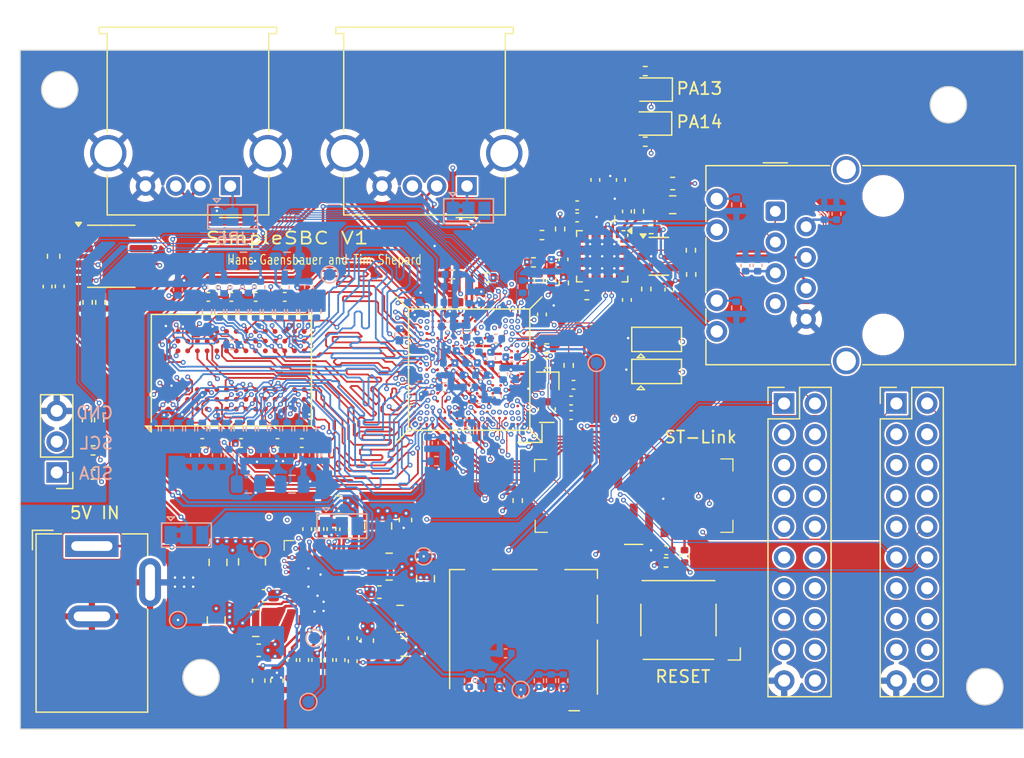
<source format=kicad_pcb>
(kicad_pcb (version 20241229) (generator "pcbnew") (generator_version "9.0")
  (layers (0 "F.Cu" signal) (4 "In1.Cu" signal) (6 "In2.Cu" signal) (8 "In3.Cu" signal) (10 "In4.Cu" signal) (2 "B.Cu" signal) (13 "F.Paste" user) (15 "B.Paste" user) (5 "F.SilkS" user "F.Silkscreen") (7 "B.SilkS" user "B.Silkscreen") (1 "F.Mask" user) (3 "B.Mask" user) (25 "Edge.Cuts" user))
  (net 0 "")
  (net 1 "VREF_DDR")
  (net 2 "Net-(X1-VDD)")
  (net 3 "+1V2")
  (net 4 "GND")
  (net 5 "Net-(U1C-PC14-OSC32_IN)")
  (net 6 "Net-(U1C-PC15-OSC32_OUT)")
  (net 7 "+3V3")
  (net 8 "Net-(U1C-NRST_CORE)")
  (net 9 "+3.3VP")
  (net 10 "+5V")
  (net 11 "Net-(D1-A)")
  (net 16 "Net-(U6-XTAL1{slash}CLKIN)")
  (net 17 "Net-(U6-XTAL2)")
  (net 18 "/Memory/DDR_CK+")
  (net 19 "/Memory/DDR_CK-")
  (net 20 "/Memory/CKE")
  (net 21 "Net-(U3-ZQ)")
  (net 22 "/Memory/~{RESET}")
  (net 23 "Net-(X1-Tri-State)")
  (net 24 "Net-(U1C-PH1-OSC_OUT)")
  (net 25 "/Memory/A0")
  (net 26 "/Memory/A1")
  (net 27 "/Memory/A2")
  (net 28 "VTT_DDR")
  (net 29 "/Memory/A3")
  (net 30 "/Memory/A4")
  (net 31 "/Memory/A5")
  (net 32 "/Memory/A6")
  (net 33 "/Memory/A7")
  (net 34 "/Memory/A8")
  (net 35 "/Memory/A9")
  (net 36 "/Memory/A10")
  (net 37 "/Memory/A11")
  (net 38 "/Memory/A12")
  (net 39 "/Memory/A13")
  (net 40 "/Memory/A14")
  (net 41 "/PWR_ON")
  (net 42 "/Memory/~{RAS}")
  (net 43 "/Memory/~{CAS}")
  (net 44 "/Memory/~{CS}")
  (net 45 "/Memory/~{WE}")
  (net 46 "/Memory/ODT")
  (net 47 "/Memory/BA0")
  (net 48 "/Memory/BA1")
  (net 49 "/Memory/BA2")
  (net 54 "/ETH_3V3")
  (net 55 "VDD_USB")
  (net 58 "Net-(U6-VDDCR)")
  (net 64 "Net-(U1C-PH0-OSC_IN)")
  (net 66 "Net-(U4-LDO2OUT)")
  (net 67 "Net-(U4-LDO6OUT)")
  (net 68 "unconnected-(U1C-PWR_LP-PadK1)")
  (net 70 "/SWO")
  (net 71 "Net-(U4-LDO1OUT)")
  (net 72 "/SWCLK")
  (net 77 "/JTDI")
  (net 79 "Net-(D2-A)")
  (net 81 "/SWDIO")
  (net 82 "/NRST")
  (net 83 "/UART4_TX")
  (net 84 "/UART4_RX")
  (net 85 "+1V35")
  (net 86 "/SDMMC_CLK")
  (net 87 "/SDMMC_CMD")
  (net 88 "/SDMMC_D3")
  (net 89 "/SDMMC_D2")
  (net 90 "/SDMMC_D1")
  (net 91 "/SDMMC_D0")
  (net 93 "/PA0_WAKEUP")
  (net 95 "Net-(J5-VBUS)")
  (net 104 "Net-(J6-VBUS)")
  (net 109 "/ETH_RX+")
  (net 111 "/I2C4_SCL")
  (net 112 "/I2C4_SDA")
  (net 113 "Net-(U4-VLXBST)")
  (net 114 "Net-(U1C-USB_RREF)")
  (net 115 "/RTC_OUT1")
  (net 116 "/Memory/DQ11")
  (net 117 "/Memory/DQ1")
  (net 118 "/Memory/DQ14")
  (net 119 "/Memory/DQ4")
  (net 121 "/Memory/DQ5")
  (net 122 "/Memory/LDQS+")
  (net 123 "/Memory/LDM")
  (net 126 "/Memory/UDQS-")
  (net 127 "/Memory/DQ9")
  (net 128 "/Memory/DQ13")
  (net 129 "/Memory/UDM")
  (net 130 "/Memory/UDQS+")
  (net 132 "/Memory/DQ10")
  (net 134 "/Memory/DQ12")
  (net 135 "/Memory/DQ2")
  (net 136 "/Memory/DQ7")
  (net 137 "/Memory/DQ15")
  (net 138 "/Memory/DQ6")
  (net 139 "/Memory/DQ8")
  (net 140 "/Memory/DQ3")
  (net 141 "/Memory/DQ0")
  (net 142 "/Memory/LDQS-")
  (net 143 "Net-(U1A-VDDA1V1_REG)")
  (net 145 "Net-(U1A-VDDA1V8_DSI)")
  (net 147 "Net-(U1D-DDR_ZQ)")
  (net 152 "Net-(U4-INTLDO)")
  (net 153 "Net-(U4-LDO5OUT)")
  (net 154 "Net-(U4-VLX1)")
  (net 155 "Net-(U4-PONKEYn)")
  (net 156 "Net-(U4-VLX3)")
  (net 157 "VBUS")
  (net 158 "Net-(JP2-A)")
  (net 160 "/Power/VOUT_BST")
  (net 161 "/VBUS1")
  (net 162 "Net-(U4-VLX4)")
  (net 163 "/VBUS2")
  (net 164 "Net-(U4-VLX2)")
  (net 165 "Net-(JP3-A)")
  (net 166 "/Power/~{RST}")
  (net 167 "/LED_1")
  (net 168 "/ETH_TX-")
  (net 169 "/ETH_TX+")
  (net 171 "Net-(J7-Pad11)")
  (net 172 "Net-(J7-Pad9)")
  (net 173 "/ETH_RX-")
  (net 174 "/LED_0")
  (net 175 "/MDIO")
  (net 176 "Net-(U6-~{INT}{slash}REFCLKO)")
  (net 177 "/RMII_REF_CLK")
  (net 178 "/RMII_RX_D0")
  (net 179 "Net-(U6-RXD0{slash}MODE0)")
  (net 180 "Net-(U6-RXD1{slash}MODE1)")
  (net 181 "/RMII_RX_D1")
  (net 182 "Net-(U6-RXER{slash}PHYAD0)")
  (net 183 "Net-(U6-CRS_DV{slash}MODE2)")
  (net 184 "/RMII_CRS_DV")
  (net 185 "Net-(U6-RBIAS)")
  (net 186 "/RMII_TXD_1")
  (net 187 "/RMII_TXD_0")
  (net 188 "/MDC")
  (net 189 "/RMII_TX_EN")
  (net 190 "/PRT1")
  (net 191 "/PRT2")
  (net 192 "Net-(U2-IN)")
  (net 194 "/USB_~{OC2}")
  (net 195 "/USB_~{OC1}")
  (net 196 "/PMIC_SWOUT")
  (net 197 "Net-(JP4-C)")
  (net 198 "/PMIC_VBUSOTG")
  (net 199 "Net-(U1B-PA13)")
  (net 200 "Net-(U1B-PA14)")
  (net 204 "/USB2_D-")
  (net 205 "/USB2_D+")
  (net 206 "/USB1_D+")
  (net 207 "/USB1_D-")
  (net 208 "/PA6")
  (net 209 "/PF11")
  (net 210 "/PC0")
  (net 211 "/PB0")
  (net 212 "/PD11")
  (net 213 "/PB8")
  (net 214 "/PB12")
  (net 215 "/PB1")
  (net 216 "/PD8")
  (net 217 "/PG12")
  (net 218 "/PE13")
  (net 219 "/PB15")
  (net 220 "/PA8")
  (net 221 "/PB4")
  (net 222 "/PD0")
  (net 223 "/PC6")
  (net 224 "/PE12")
  (net 225 "/PD1")
  (net 226 "/PG15")
  (net 227 "/PC2")
  (net 228 "/PE2")
  (net 229 "/PD15")
  (net 230 "/PE15")
  (net 231 "/PD4")
  (net 232 "/PE0")
  (net 233 "/PE6")
  (net 234 "/PD7")
  (net 235 "/PD5")
  (net 236 "/PE5")
  (net 237 "/PD3")
  (net 238 "/PG6")
  (net 239 "/PA15")
  (net 240 "/PC7")
  (net 241 "/PB9")
  (net 242 "/PA9")
  (net 244 "/PA4")
  (net 245 "Net-(JP8-C)")
  (net 246 "Net-(JP9-C)")
  (footprint "Capacitor_SMD:C_0402_1005Metric" (layer "F.Cu") (at 152.275 76.75 -90)
    (property "Reference" "C43" (hide yes))
    (property "Value" "100n")
  )
  (footprint "Capacitor_SMD:C_0603_1608Metric" (layer "F.Cu") (at 127.15 109)
    (property "Reference" "C71" (hide yes))
    (property "Value" "10u")
  )
  (footprint "Resistor_SMD:R_0402_1005Metric" (layer "F.Cu") (at 159.0125 67.05)
    (property "Reference" "R61" (hide yes))
    (property "Value" "330")
  )
  (footprint "Capacitor_SMD:C_0402_1005Metric" (layer "F.Cu") (at 134.9 108 90)
    (property "Reference" "C96" (hide yes))
    (property "Value" "4.7u")
  )
  (footprint "Capacitor_SMD:C_0603_1608Metric" (layer "F.Cu") (at 127.6 104.5)
    (property "Reference" "C70" (hide yes))
    (property "Value" "10u")
  )
  (footprint "Resistor_SMD:R_0402_1005Metric" (layer "F.Cu") (at 113.5 92.51)
    (property "Reference" "R57" (hide yes))
    (property "Value" "2.2k")
  )
  (footprint "Resistor_SMD:R_0402_1005Metric" (layer "F.Cu") (at 152.3 78.7 -90)
    (property "Reference" "R51" (hide yes))
    (property "Value" "10k")
  )
  (footprint "Capacitor_SMD:C_0402_1005Metric" (layer "F.Cu") (at 129.3 79.85)
    (property "Reference" "C6" (hide yes))
    (property "Value" "100n")
  )
  (footprint "Capacitor_SMD:C_0402_1005Metric" (layer "F.Cu") (at 109.75 79 90)
    (property "Reference" "C39" (hide yes))
    (property "Value" "100n")
  )
  (footprint "Connector_BarrelJack:BarrelJack_Wuerth_6941xx301002" (layer "F.Cu") (at 113.4 100.4)
    (property "Reference" "J4" (hide yes))
    (property "Value" "Barrel_Jack_Switch")
  )
  (footprint "Resistor_SMD:R_0402_1005Metric" (layer "F.Cu") (at 146 78.25)
    (property "Reference" "R62" (hide yes))
    (property "Value" "3k")
  )
  (footprint "Capacitor_SMD:C_0402_1005Metric" (layer "F.Cu") (at 122.5 91.9 180)
    (property "Reference" "C19" (hide yes))
    (property "Value" "100n")
  )
  (footprint "SimpleSBC:TFBGA257" (layer "F.Cu") (at 144.5 85.85 180)
    (property "Reference" "U1" (hide yes))
    (property "Value" "STM32MP157FAD1")
  )
  (footprint "LED_SMD:LED_0805_2012Metric" (layer "F.Cu") (at 159.5625 62.75 180)
    (property "Reference" "D1" (hide yes))
    (property "Value" "LED_Small")
  )
  (footprint "Jumper:SolderJumper-3_P1.3mm_Open_Pad1.0x1.5mm" (layer "F.Cu") (at 159.95 83.3575)
    (property "Reference" "JP8" (hide yes))
    (property "Value" "SolderJumper_3_Open")
  )
  (footprint "Connector_PinHeader_2.54mm:PinHeader_1x03_P2.54mm_Vertical" (layer "F.Cu") (at 110.5 94.33 180)
    (property "Reference" "J8" (hide yes))
    (property "Value" "Conn_01x03")
  )
  (footprint "Capacitor_SMD:C_0402_1005Metric" (layer "F.Cu") (at 161 79.25 90)
    (property "Reference" "C47" (hide yes))
    (property "Value" "100n")
  )
  (footprint "Capacitor_SMD:C_0805_2012Metric" (layer "F.Cu") (at 139.15 108.75)
    (property "Reference" "C93" (hide yes))
    (property "Value" "22u")
  )
  (footprint "Capacitor_SMD:C_0805_2012Metric" (layer "F.Cu") (at 161.275 72.25)
    (property "Reference" "C85" (hide yes))
    (property "Value" "10u")
  )
  (footprint "SimpleSBC:WFQFN44L" (layer "F.Cu") (at 132.35 103.55)
    (property "Reference" "U4" (hide yes))
    (property "Value" "STPMIC1A")
  )
  (footprint "Capacitor_SMD:C_0805_2012Metric" (layer "F.Cu") (at 123.8 101.75 90)
    (property "Reference" "C90" (hide yes))
    (property "Value" "22u")
  )
  (footprint "Capacitor_SMD:C_0805_2012Metric" (layer "F.Cu") (at 123.65 106.5 90)
    (property "Reference" "C91" (hide yes))
    (property "Value" "22u")
  )
  (footprint "SimpleSBC:Crystal_2.00x1.60mm" (layer "F.Cu") (at 155.5 72.4 90)
    (property "Reference" "Y3" (hide yes))
    (property "Value" "24M")
  )
  (footprint "Resistor_SMD:R_0402_1005Metric" (layer "F.Cu") (at 152.7 85.5 -90)
    (property "Reference" "R7" (hide yes))
    (property "Value" "10")
  )
  (footprint "Resistor_SMD:R_0402_1005Metric" (layer "F.Cu") (at 160.73 101.75 180)
    (property "Reference" "R63" (hide yes))
    (property "Value" "10k")
  )
  (footprint "Resistor_SMD:R_0402_1005Metric" (layer "F.Cu") (at 162.8 78 -90)
    (property "Reference" "R52" (hide yes))
    (property "Value" "56")
  )
  (footprint "Capacitor_SMD:C_0402_1005Metric" (layer "F.Cu") (at 134.9 109.9 -90)
    (property "Reference" "C67" (hide yes))
    (property "Value" "1u")
  )
  (footprint "Oscillator:Oscillator_SMD_Abracon_ASCO-4Pin_1.6x1.2mm" (layer "F.Cu") (at 150.9 86.85 -90)
    (property "Reference" "X1" (hide yes))
    (property "Value" "ASCO")
  )
  (footprint "Resistor_SMD:R_0402_1005Metric" (layer "F.Cu") (at 113.05 80.3 90)
    (property "Reference" "R59" (hide yes))
    (property "Value" "10k")
  )
  (footprint "Capacitor_SMD:C_0402_1005Metric" (layer "F.Cu") (at 132.9 109.8 90)
    (property "Reference" "C86" (hide yes))
    (property "Value" "4.7u")
  )
  (footprint "Resistor_SMD:R_0402_1005Metric" (layer "F.Cu") (at 154.2 79.7)
    (property "Reference" "R42" (hide yes))
    (property "Value" "33")
  )
  (footprint "Connector_PinHeader_2.54mm:PinHeader_2x10_P2.54mm_Vertical" (layer "F.Cu") (at 179.71 88.64)
    (property "Reference" "J9" (hide yes))
    (property "Value" "Conn_02x10_Odd_Even")
  )
  (footprint "Inductor_SMD:L_1008_2520Metric" (layer "F.Cu") (at 137.9 102.1)
    (property "Reference" "L3" (hide yes))
    (property "Value" "1u")
  )
  (footprint "Capacitor_SMD:C_0603_1608Metric" (layer "F.Cu") (at 136.1 108.2 90)
    (property "Reference" "C73" (hide yes))
    (property "Value" "10u")
  )
  (footprint "Resistor_SMD:R_0402_1005Metric" (layer "F.Cu") (at 159.5 74.25)
    (property "Reference" "R55" (hide yes))
    (property "Value" "56")
  )
  (footprint "Connector_RJ:RJ45_Wuerth_7499010121A_Horizontal" (layer "F.Cu") (at 169.735 72.79)
    (property "Reference" "J7" (hide yes))
    (property "Value" "RJ45_Wuerth_7499010121A")
  )
  (footprint "Resistor_SMD:R_0402_1005Metric" (layer "F.Cu") (at 150.925 85.325 180)
    (property "Reference" "R8" (hide yes))
    (property "Value" "470")
  )
  (footprint "Connector_PinHeader_2.54mm:PinHeader_2x10_P2.54mm_Vertical" (layer "F.Cu") (at 170.46 88.64)
    (property "Reference" "J3" (hide yes))
    (property "Value" "Conn_02x10_Odd_Even")
  )
  (footprint "Capacitor_SMD:C_0402_1005Metric" (layer "F.Cu") (at 153.1 87.1)
    (property "Reference" "C29" (hide yes))
    (property "Value" "100n")
  )
  (footprint "Crystal:Crystal_SMD_MicroCrystal_CM9V-T1A-2Pin_1.6x1.0mm" (layer "F.Cu") (at 150.9 89.1 90)
    (property "Reference" "Y1" (hide yes))
    (property "Value" "32.786")
  )
  (footprint "Resistor_SMD:R_0402_1005Metric" (layer "F.Cu") (at 150.9 84.1)
    (property "Reference" "R6" (hide yes))
    (property "Value" "10k")
  )
  (footprint "Inductor_SMD:L_1008_2520Metric" (layer "F.Cu") (at 126.9 106.75 180)
    (property "Reference" "L2" (hide yes))
    (property "Value" "1u")
  )
  (footprint "SimpleSBC:Jumper_0402_Short" (layer "F.Cu") (at 114 90 -90)
    (property "Reference" "JP3" (hide yes))
    (property "Value" "SolderJumper_2_Bridged")
  )
  (footprint "Resistor_SMD:R_0402_1005Metric" (layer "F.Cu") (at 152 74.25 90)
    (property "Reference" "R49" (hide yes))
    (property "Value" "10k")
  )
  (footprint "Inductor_SMD:L_1008_2520Metric" (layer "F.Cu") (at 138.8 106.4)
    (property "Reference" "L4" (hide yes))
    (property "Value" "1u")
  )
  (footprint "Capacitor_SMD:C_0402_1005Metric" (layer "F.Cu") (at 131.9 109.8 -90)
    (property "Reference" "C68" (hide yes))
    (property "Value" "1u")
  )
  (footprint "Resistor_SMD:R_0402_1005Metric" (layer "F.Cu") (at 158.5 72.8 90)
    (property "Reference" "R54" (hide yes))
    (property "Value" "12.1k")
  )
  (footprint "Resistor_SMD:R_0402_1005Metric" (layer "F.Cu") (at 159.0125 61.225)
    (property "Reference" "R40" (hide yes))
    (property "Value" "330")
  )
  (footprint "Capacitor_SMD:C_0402_1005Metric" (layer "F.Cu") (at 133.15 99 90)
    (property "Reference" "C69" (hide yes))
    (property "Value" "4.7u")
  )
  (footprint "Inductor_SMD:L_0603_1608Metric" (layer "F.Cu") (at 110.25 76.5 90)
    (property "Reference" "FB1" (hide yes))
    (property "Value" "FerriteBead_Small")
  )
  (footprint "Package_TO_SOT_SMD:SOT-23-6" (layer "F.Cu") (at 160.1375 76.5)
    (property "Reference" "U5" (hide yes))
    (property "Value" "USBLC6-4SC6")
  )
  (footprint "Connector_USB:USB_A_Molex_67643_Horizontal" (layer "F.Cu") (at 124.82 70.71 180)
    (property "Reference" "J6" (hide yes))
    (property "Value" "USB_A")
  )
  (footprint "Inductor_SMD:L_0603_1608Metric" (layer "F.Cu") (at 161.275 70.5)
    (property "Reference" "FB3" (hide yes))
    (property "Value" "FerriteBead_Small")
  )
  (footprint "Resistor_SMD:R_0402_1005Metric" (layer "F.Cu") (at 150.5 74.75)
    (property "Reference" "R44" (hide yes))
    (property "Value" "33")
  )
  (footprint "Capacitor_SMD:C_0402_1005Metric" (layer "F.Cu") (at 123 79.85 180)
    (property "Reference" "C4" (hide yes))
    (property "Value" "100n")
  )
  (footprint "Button_Switch_SMD:SW_SPST_Omron_B3FS-101xP" (layer "F.Cu") (at 161.75 106.5 180)
    (property "Reference" "SW1" (hide yes))
    (property "Value" "SW_Push")
  )
  (footprint "SimpleSBC:Jumper_0402_Short" (layer "F.Cu") (at 113 90 -90)
    (property "Reference" "JP2" (hide yes))
    (property "Value" "SolderJumper_2_Bridged")
  )
  (footprint "Resistor_SMD:R_0402_1005Metric" (layer "F.Cu") (at 114.1 80.3 90)
    (property "Reference" "R64" (hide yes))
    (property "Value" "10k")
  )
  (footprint "Jumper:SolderJumper-3_P1.3mm_Open_Pad1.0x1.5mm" (layer "F.Cu") (at 159.95 86)
    (property "Reference" "JP9" (hide yes))
    (property "Value" "SolderJumper_3_Open")
  )
  (footprint "Resistor_SMD:R_0402_1005Metric" (layer "F.Cu") (at 162.775 76 -90)
    (property "Reference" "R56" (hide yes))
    (property "Value" "56")
  )
  (footprint "Capacitor_SMD:C_0402_1005Metric" (layer "F.Cu") (at 124.9 79.85)
    (property "Reference" "C22" (hide yes))
    (property "Value" "100n")
  )
  (footprint "Capacitor_SMD:C_0402_1005Metric" (layer "F.Cu") (at 133.9 109.8 90)
    (property "Reference" "C95" (hide yes))
    (property "Value" "4.7u")
  )
  (footprint "Package_BGA:BGA-96_9.0x13.0mm_Layout2x3x16_P0.8mm" (layer "F.Cu") (at 124.9 85.9 90)
    (property "Reference" "U3" (hide yes))
    (property "Value" "MT41K256M16TW")
  )
  (footprint "Connector_Card:microSD_HC_Molex_104031-0811" (layer "F.Cu") (at 149 108.1625 180)
    (property "Reference" "J2" (hide yes))
    (property "Value" "Micro_SD_Card_Det2")
  )
  (footprint "Capacitor_SMD:C_0402_1005Metric" (layer "F.Cu") (at 157.5 80.1 -90)
    (property "Reference" "C84" (hide yes))
    (property "Value" "100n")
  )
  (footprint "Capacitor_SMD:C_0603_1608Metric" (layer "F.Cu") (at 139.25 98.25 -90)
    (property "Reference" "C89" (hide yes))
    (property "Value" "10u")
  )
  (footprint "LED_SMD:LED_0805_2012Metric" (layer "F.Cu") (at 159.5125 65.55 180)
    (property "Reference" "D2" (hide yes))
    (property "Value" "LED_Small")
  )
  (footprint "Connector_USB:USB_A_Molex_67643_Horizontal" (layer "F.Cu") (at 144.32 70.71 180)
    (property "Reference" "J5" (hide yes))
    (property "Value" "USB_A")
  )
  (footprint "Resistor_SMD:R_0402_1005Metric" (layer "F.Cu") (at 151.25 78.5 90)
    (property "Reference" "R41" (hide yes))
    (property "Value" "10k")
  )
  (footprint "SimpleSBC:PinHeader_2x7_P1.27mm_SMD" (layer "F.Cu") (at 150.44 93.765)
    (property "Reference" "J1" (hide yes))
    (property "Value" "Conn_02x07_Odd_Even")
  )
  (footprint "Capacitor_SMD:C_0402_1005Metric" (layer "F.Cu") (at 128.7 91.9)
    (property "Reference" "C16" (hide yes))
    (property "Value" "100n")
  )
  (footprint "Capacitor_SMD:C_0402_1005Metric" (layer "F.Cu") (at 152.9 88.4 180)
    (property "Reference" "C36" (hide yes))
    (property "Value" "10p")
  )
  (footprint "Capacitor_SMD:C_0603_1608Metric" (layer "F.Cu") (at 128.65 111.5 90)
    (property "Reference" "C94" (hide yes))
    (property "Value" "10u")
  )
  (footprint "Capacitor_SMD:C_0402_1005Metric" (layer "F.Cu") (at 154.9 70.2 90)
    (property "Reference" "C42" (hide yes))
    (property "Value" "10p")
  )
  (footprint "Capacitor_SMD:C_0402_1005Metric" (layer "F.Cu") (at 130.9 109.8 90)
    (property "Reference" "C76" (hide yes))
    (property "Value" "4.7u")
  )
  (footprint "Capacitor_SMD:C_0402_1005Metric" (layer "F.Cu") (at 150.5 81.3 90)
    (property "Reference" "C38" (hide yes))
    (property "Value" "1u")
  )
  (footprint "Capacitor_SMD:C_0402_1005Metric" (layer "F.Cu") (at 157.5 72.8 90)
    (property "Reference" "C83" (hide yes))
    (property "Value" "100n")
  )
  (footprint "Inductor_SMD:L_1008_2520Metric" (layer "F.Cu") (at 126.6 101.7 90)
    (property "Reference" "L1" (hide yes))
    (property "Value" "1u")
  )
  (footprint "Capacitor_SMD:C_0805_2012Metric" (layer "F.Cu") (at 140.9 103.1 90)
    (property "Reference" "C92" (hide yes))
    (property "Value" "22u")
  )
  (footprint "Capacitor_SMD:C_0402_1005Metric" (layer "F.Cu") (at 125.7 91.9 180)
    (property "Reference" "C20" (hide yes))
    (property "Value" "100n")
  )
  (footprint "Capacitor_SMD:C_0402_1005Metric" (layer "F.Cu") (at 132.15 99 90)
    (property "Reference" "C88" (hide yes))
    (property "Value" "4.7u")
  )
  (footprint "Capacitor_SMD:C_0402_1005Metric" (layer "F.Cu") (at 134.2 99.02 -90)
    (property "Reference" "C99" (hide yes))
    (property "Value" "4.7u")
  )
  (footprint "Capacitor_SMD:C_0402_1005Metric" (layer "F.Cu") (at 143.2 78 180)
    (property "Reference" "C49" (hide yes))
    (property "Value" "100n")
  )
  (footprint "Capacitor_SMD:C_0402_1005Metric" (layer "F.Cu") (at 160.75 100.75 180)
    (property "Reference" "C97" (hide yes))
    (property "Value" "10n")
  )
  (footprint "Inductor_SMD:L_1008_2520Metric" (layer "F.Cu") (at 137 98.75 90)
    (property "Reference" "L5" (hide yes))
    (property "Value" "1u")
  )
  (footprint "Resistor_SMD:R_0402_1005Metric" (layer "F.Cu") (at 150.25 78.5 -90)
    (property "Reference" "R46" (hide yes))
    (property "Value" "10k")
  )
  (footprint "SimpleSBC:Jumper_0402_Short" (layer "F.Cu") (at 148.5 96.65 90)
    (property "Reference" "JP1" (hide yes))
    (property "Value" "SolderJumper_2_Bridged")
  )
  (footprint "Capacitor_SMD:C_0402_1005Metric" (layer "F.Cu") (at 126.9 79.85 180)
    (property "Reference" "C14" (hide yes))
    (property "Value" "100n")
  )
  (footprint "Resistor_SMD:R_0402_1005Metric" (layer "F.Cu") (at 113.5 94.5)
    (property "Reference" "R58" (hide yes))
    (property "Value" "2.2k")
  )
  (footprint "Capacitor_SMD:C_0402_1005Metric" (layer "F.Cu") (at 130.7 91.9)
    (property "Reference" "C12" (hide yes))
    (property "Value" "100n")
  )
  (footprint "Capacitor_SMD:C_0603_1608Metric" (layer "F.Cu") (at 127.15 111.5 -90)
    (property "Reference" "C87" (hide yes))
    (property "Value" "10u")
  )
  (footprint "Capacitor_SMD:C_0805_2012Metric" (layer "F.Cu") (at 133.75 97 180)
    (property "Reference" "C98" (hide yes))
    (property "Value" "22u")
  )
  (footprint "Resistor_SMD:R_0402_1005Metric" (layer "F.Cu") (at 159.1 79.2 -90)
    (property "Reference" "R53" (hide yes))
    (property "Value" "56")
  )
  (footprint "Capacitor_SMD:C_0603_1608Metric" (layer "F.Cu") (at 137.1 104.2 180)
    (property "Reference" "C72" (hide yes))
    (property "Value" "10u")
  )
  (footprint "Capacitor_SMD:C_0402_1005Metric" (layer "F.Cu") (at 131.15 99 -90)
    (property "Reference" "C74" (hide yes))
    (property "Value" "4.7u")
  )
  (footprint "Package_SO:SOIC-8_3.9x4.9mm_P1.27mm" (layer "F.Cu") (at 115 76.5)
    (property "Reference" "U2" (hide yes))
    (property "Value" "STMPS2252MTR")
  )
  (footprint "Capacitor_SMD:C_0402_1005Metric" (layer "F.Cu") (at 110.75 78.98 90)
    (property "Reference" "C41" (hide yes))
    (property "Value" "100n")
  )
  (footprint "Capacitor_SMD:C_0402_1005Metric" (layer "F.Cu") (at 157 70.2 90)
    (property "Reference" "C44" (hide yes))
    (property "Value" "10p")
  )
  (footprint "Resistor_SMD:R_0402_1005Metric" (layer "F.Cu") (at 162.25 101.25 -90)
    (property "Reference" "R60" (hide yes))
    (property "Value" "10k")
  )
  (footprint "Capacitor_SMD:C_0402_1005Metric" (layer "F.Cu") (at 129.9 109.8 90)
    (property "Reference" "C75" (hide yes))
    (property "Value" "1u")
  )
  (footprint "Capacitor_SMD:C_0402_1005Metric" (layer "F.Cu") (at 153.4 73.3 180)
    (property "Reference" "C80" (hide yes))
    (property "Value" "220p")
  )
  (footprint "Package_DFN_QFN:VQFN-24-1EP_4x4mm_P0.5mm_EP2.5x2.5mm_ThermalVias" (layer "F.Cu") (at 155.4625 76.5 -90)
    (property "Reference" "U6" (hide yes))
    (property "Value" "LAN8742A")
  )
  (footprint "Resistor_SMD:R_0402_1005Metric" (layer "F.Cu") (at 149.8 77)
    (property "Reference" "R43" (hide yes))
    (property "Value" "33")
  )
  (footprint "Capacitor_SMD:C_0402_1005Metric" (layer "F.Cu") (at 152.9 89.6 180)
    (property "Reference" "C37" (hide yes))
    (property "Value" "10p")
  )
  (footprint "Capacitor_SMD:C_0402_1005Metric" (layer "F.Cu") (at 153.4 72.3 180)
    (property "Reference" "C79" (hide yes))
    (property "Value" "1u")
  )
  (footprint "Resistor_SMD:R_0402_1005Metric" (layer "B.Cu") (at 119.5 90.75 -90)
    (property "Reference" "R32" (hide yes))
    (property "Value" "56")
  )
  (footprint "Resistor_SMD:R_0402_1005Metric" (layer "B.Cu") (at 128.9 81.05 90)
    (property "Reference" "R22" (hide yes))
    (property "Value" "56")
  )
  (footprint "Capacitor_SMD:C_0402_1005Metric" (layer "B.Cu") (at 143.5 86.3 180)
    (property "Reference" "C26" (hide yes))
    (property "Value" "1u")
  )
  (footprint "Capacitor_SMD:C_0402_1005Metric" (layer "B.Cu") (at 147.3 86.2 90)
    (property "Reference" "C13" (hide yes))
    (property "Value" "1u")
  )
  (footprint "Capacitor_SMD:C_0402_1005Metric" (layer "B.Cu") (at 127.7 92.9 -90)
    (property "Reference" "C60" (hide yes))
    (property "Value" "100n")
  )
  (footprint "Capacitor_SMD:C_0402_1005Metric" (layer "B.Cu") (at 148.3 86.2 90)
    (property "Reference" "C40" (hide yes))
    (property "Value" "10n")
  )
  (footprint "Capacitor_SMD:C_0402_1005Metric" (layer "B.Cu") (at 147.5 109.25 180)
    (property "Reference" "C51" (hide yes))
    (property "Value" "4.7u")
  )
  (footprint "Capacitor_SMD:C_0402_1005Metric" (layer "B.Cu") (at 142.3 91.9 -90)
    (property "Reference" "C27" (hide yes))
    (property "Value" "100n")
  )
  (footprint "Resistor_SMD:R_0402_1005Metric" (layer "B.Cu") (at 145.5 111.49 90)
    (property "Reference" "R10" (hide yes))
    (property "Value" "47k")
  )
  (footprint "Capacitor_SMD:C_0402_1005Metric" (layer "B.Cu") (at 144.3 82.7 90)
    (property "Reference" "C31" (hide yes))
    (property "Value" "1u")
  )
  (footprint "Capacitor_SMD:C_0402_1005Metric" (layer "B.Cu") (at 131.3 79.05 90)
    (property "Reference" "C64" (hide yes))
    (property "Value" "100n")
  )
  (footprint "TestPoint:TestPoint_Pad_D1.0mm" (layer "B.Cu") (at 148.75 112.25 -90)
    (property "Reference" "TP4" (hide yes))
    (property "Value" "TestPoint")
  )
  (footprint "Capacitor_SMD:C_0402_1005Metric" (layer "B.Cu") (at 142.98 78)
    (property "Reference" "C17" (hide yes))
    (property "Value" "1n")
  )
  (footprint "Jumper:SolderJumper-3_P1.3mm_Bridged2Bar12_Pad1.0x1.5mm" (layer "B.Cu") (at 125 73.25)
    (property "Reference" "JP6")
    (property "Value" "SolderJumper_3_Bridged12")
  )
  (footprint "Resistor_SMD:R_0402_1005Metric" (layer "B.Cu") (at 120.5 90.75 -90)
    (property "Reference" "R35" (hide yes))
    (property "Value" "56")
  )
  (footprint "Capacitor_SMD:C_0402_1005Metric" (layer "B.Cu") (at 144.5 87.3 180)
    (property "Reference" "C32" (hide yes))
    (property "Value" "1u")
  )
  (footprint "Resistor_SMD:R_0402_1005Metric" (layer "B.Cu") (at 125.9 81.05 90)
    (property "Reference" "R17" (hide yes))
    (property "Value" "56")
  )
  (footprint "Resistor_SMD:R_0402_1005Metric" (layer "B.Cu") (at 130.5 90.75 -90)
    (property "Reference" "R23" (hide yes))
    (property "Value" "56")
  )
  (footprint "Capacitor_SMD:C_0402_1005Metric" (layer "B.Cu") (at 144.5 79.9 90)
    (property "Reference" "C48" (hide yes))
    (property "Value" "1u")
  )
  (footprint "Resistor_SMD:R_0402_1005Metric" (layer "B.Cu") (at 126.9 81.05 90)
    (property "Reference" "R38" (hide yes))
    (property "Value" "56")
  )
  (footprint "Capacitor_SMD:C_0805_2012Metric" (layer "B.Cu") (at 129.5 76.9)
    (property "Reference" "C66" (hide yes))
    (property "Value" "22u")
  )
  (footprint "TestPoint:TestPoint_Pad_D1.0mm" (layer "B.Cu") (at 120.5 106.5 -90)
    (property "Reference" "TP2" (hide yes))
    (property "Value" "TestPoint")
  )
  (footprint "Capacitor_SMD:C_0402_1005Metric" (layer "B.Cu") (at 120.5 79.25 90)
    (property "Reference" "C9" (hide yes))
    (property "Value" "100n")
  )
  (footprint "Capacitor_SMD:C_0402_1005Metric" (layer "B.Cu") (at 141.1 91.9 -90)
    (property "Reference" "C24" (hide yes))
    (property "Value" "1u")
  )
  (footprint "Resistor_SMD:R_0402_1005Metric" (layer "B.Cu") (at 125.5 90.75 -90)
    (property "Reference" "R37" (hide yes))
    (property "Value" "56")
  )
  (footprint "Capacitor_SMD:C_0402_1005Metric" (layer "B.Cu") (at 146.7 83.3)
    (property "Reference" "C18" (hide yes))
    (property "Value" "1u")
  )
  (footprint "Capacitor_SMD:C_0402_1005Metric" (layer "B.Cu") (at 123.3 79.05 90)
    (property "Reference" "C53" (hide yes))
    (property "Value" "100n")
  )
  (footprint "Resistor_SMD:R_0402_1005Metric" (layer "B.Cu") (at 126.5 90.75 -90)
    (property "Reference" "R39" (hide yes))
    (property "Value" "56")
  )
  (footprint "Capacitor_SMD:C_0402_1005Metric" (layer "B.Cu") (at 126.3 79.05 90)
    (property "Reference" "C2" (hide yes))
    (property "Value" "100n")
  )
  (footprint "Resistor_SMD:R_0402_1005Metric" (layer "B.Cu") (at 166.525 80.75 90)
    (property "Reference" "R45" (hide yes))
    (property "Value" "330")
  )
  (footprint "Resistor_SMD:R_0402_1005Metric" (layer "B.Cu") (at 128.5 90.75 -90)
    (property "Reference" "R21" (hide yes))
    (property "Value" "56")
  )
  (footprint "Capacitor_SMD:C_0402_1005Metric" (layer "B.Cu") (at 145.5 79.9 90)
    (property "Reference" "C46" (hide yes))
    (property "Value" "100n")
  )
  (footprint "Resistor_SMD:R_0402_1005Metric" (layer "B.Cu") (at 121.5 90.75 -90)
    (property "Reference" "R16" (hide yes))
    (property "Value" "56")
  )
  (footprint "Resistor_SMD:R_0402_1005Metric" (layer "B.Cu") (at 129.5 90.75 -90)
    (property "Reference" "R25" (hide yes))
    (property "Value" "56")
  )
  (footprint "Jumper:SolderJumper-3_P1.3mm_Bridged2Bar12_Pad1.0x1.5mm" (layer "B.Cu") (at 121.2 99.5)
    (property "Reference" "JP5" (hide yes))
    (property "Value" "SolderJumper_3_Bridged12")
  )
  (footprint "Capacitor_SMD:C_0402_1005Metric" (layer "B.Cu") (at 131.7 92.9 -90)
    (property "Reference" "C62" (hide yes))
    (property "Value" "100n")
  )
  (footprint "Resistor_SMD:R_0402_1005Metric" (layer "B.Cu") (at 152.25 111.5 90)
    (property "Reference" "R12" (hide yes))
    (property "Value" "47k")
  )
  (footprint "Capacitor_SMD:C_0402_1005Metric" (layer "B.Cu") (at 125.9 92.9 -90)
    (property "Reference" "C59" (hide yes))
    (property "Value" "100n")
  )
  (footprint "Capacitor_SMD:C_0402_1005Metric" (layer "B.Cu") (at 129.3 79.05 90)
    (property "Reference" "C56" (hide yes))
    (property "Value" "100n")
  )
  (footprint "Resistor_SMD:R_0402_1005Metric" (layer "B.Cu") (at 144.5 111.5 90)
    (property "Reference" "R11" (hide yes))
    (property "Value" "47k")
  )
  (footprint "Resistor_SMD:R_0402_1005Metric" (layer "B.Cu") (at 141.8 93.4)
    (property "Reference" "R5" (hide yes))
    (property "Value" "10k")
  )
  (footprint "Capacitor_SMD:C_0402_1005Metric" (layer "B.Cu") (at 146.8 88.05 -90)
    (property "Reference" "C15" (hide yes))
    (property "Value" "1u")
  )
  (footprint "Capacitor_SMD:C_0805_2012Metric" (layer "B.Cu") (at 125.9 76.9)
    (property "Reference" "C33" (hide yes))
    (property "Value" "10u")
  )
  (footprint "Capacitor_SMD:C_0402_1005Metric" (layer "B.Cu") (at 167.275 77.25 90)
    (property "Reference" "C82" (hide yes))
    (property "Value" "100n")
  )
  (footprint "Resistor_SMD:R_0402_1005Metric" (layer "B.Cu") (at 127.9 81.05 90)
    (property "Reference" "R27" (hide yes))
    (property "Value" "56")
  )
  (footprint "Resistor_SMD:R_0402_1005Metric" (layer "B.Cu") (at 129.9 81.05 90)
    (property "Reference" "R30" (hide yes))
    (property "Value" "56")
  )
  (footprint "Resistor_SMD:R_0402_1005Metric" (layer "B.Cu") (at 122.5 90.75 -90)
    (property "Reference" "R36" (hide yes))
    (property "Value" "56")
  )
  (footprint "Resistor_SMD:R_0402_1005Metric" (layer "B.Cu") (at 118.5 90.75 -90)
    (property "Reference" "R31" (hide yes))
    (property "Value" "56")
  )
  (footprint "Capacitor_SMD:C_0402_1005Metric" (layer "B.Cu") (at 139.9 80.3 180)
    (property "Reference" "C50" (hide yes))
    (property "Value" "100n")
  )
  (footprint "Capacitor_SMD:C_0402_1005Metric" (layer "B.Cu") (at 142.85 85.3 180)
    (property "Reference" "C21" (hide yes))
    (property "Value" "1u")
  )
  (footprint "Resistor_SMD:R_0402_1005Metric" (layer "B.Cu") (at 138.75 82.99 90)
    (property "Reference" "R3" (hide yes))
    (property "Value" "10k")
  )
  (footprint "TestPoint:TestPoint_Pad_D1.0mm" (layer "B.Cu") (at 133 78 -90)
    (property "Reference" "TP6" (hide yes))
    (property "Value" "TestPoint")
  )
  (footprint "Capacitor_SMD:C_0402_1005Metric" (layer "B.Cu") (at 142.7 82.3)
    (property "Reference" "C8" (hide yes))
    (property "Value" "100n")
  )
  (footprint "TestPoint:TestPoint_Pad_D1.0mm" (layer "B.Cu") (at 131.25 113.25 180)
    (property "Reference" "TP10" (hide yes))
    (property "Value" "TestPoint")
  )
  (footprint "Capacitor_SMD:C_0402_1005Metric" (layer "B.Cu") (at 145.3 88.3)
    (property "Reference" "C35" (hide yes))
    (property "Value" "1u")
  )
  (footprint "Jumper:SolderJumper-3_P1.3mm_Bridged2Bar12_Pad1.0x1.5mm" (layer "B.Cu") (at 144.45 72.75)
    (property "Reference" "JP7" (hide yes))
    (property "Value" "SolderJumper_3_Bridged12")
  )
  (footprint "Capacitor_SMD:C_0402_1005Metric" (layer "B.Cu") (at 127.3 79.05 90)
    (property "Reference" "C55" (hide yes))
    (property "Value" "100n")
  )
  (footprint "Resistor_SMD:R_0402_1005Metric" (layer "B.Cu") (at 123.9 81.05 90)
    (property "Reference" "R28" (hide yes))
    (property "Value" "56")
  )
  (footprint "Resistor_SMD:R_0402_1005Metric" (layer "B.Cu") (at 151.275 77.25 90)
    (property "Reference" "R47" (hide yes))
    (property "Value" "10k")
  )
  (footprint "Resistor_SMD:R_0402_1005Metric" (layer "B.Cu") (at 150.25 111.5 90)
    (property "Reference" "R14" (hide yes))
    (property "Value" "47k")
  )
  (footprint "Capacitor_SMD:C_0402_1005Metric" (layer "B.Cu") (at 129.7 92.9 -90)
    (property "Reference" "C61" (hide yes))
    (property "Value" "100n")
  )
  (footprint "Resistor_SMD:R_0402_1005Metric" (layer "B.Cu") (at 131.5 90.75 90)
    (property "Reference" "R29" (hide yes))
    (property "Value" "56")
  )
  (footprint "Capacitor_SMD:C_0402_1005Metric" (layer "B.Cu") (at 144.7 85.3)
    (property "Reference" "C5" (hide yes))
    (property "Value" "1u")
  )
  (footprint "Resistor_SMD:R_0402_1005Metric" (layer "B.Cu") (at 123.5 90.75 -90)
    (property "Reference" "R33" (hide yes))
    (property "Value" "56")
  )
  (footprint "Resistor_SMD:R_0402_1005Metric" (layer "B.Cu") (at 122.9 81.05 90)
    (property "Reference" "R26" (hide yes))
    (property "Value" "56")
  )
  (footprint "Capacitor_SMD:C_0402_1005Metric" (layer "B.Cu") (at 124.7 92.9 -90)
    (property "Reference" "C52" (hide yes))
    (property "Value" "100n")
  )
  (footprint "Capacitor_SMD:C_0402_1005Metric" (layer "B.Cu") (at 173.775 73 90)
    (property "Reference" "C77" (hide yes))
    (property "Value" "1u")
  )
  (footprint "Capacitor_SMD:C_0402_1005Metric" (layer "B.Cu") (at 121.9 92.9 -90)
    (property "Reference" "C57" (hide yes))
    (property "Value" "100n")
  )
  (footprint "Capacitor_SMD:C_0402_1005Metric" (layer "B.Cu") (at 145.5 86.3)
    (property "Reference" "C11" (hide yes))
    (property "Value" "1u")
  )
  (footprint "Capacitor_SMD:C_0402_1005Metric" (layer "B.Cu") (at 142.9 79)
    (property "Reference" "C30" (hide yes))
    (property "Value" "1u")
  )
  (footprint "Resistor_SMD:R_0402_1005Metric" (layer "B.Cu") (at 124.5 90.75 -90)
    (property "Reference" "R18" (hide yes))
    (property "Value" "56")
  )
  (footprint "Jumper:SolderJumper-3_P1.3mm_Bridged2Bar12_Pad1.0x1.5mm" (layer "B.Cu") (at 134 98.75)
    (property "Reference" "JP4" (hide yes))
    (property "Value" "SolderJumper_3_Bridged12")
  )
  (footprint "Capacitor_SMD:C_0402_1005Metric" (layer "B.Cu") (at 125.3 79.05 90)
    (property "Reference" "C54" (hide yes))
    (property "Value" "100n")
  )
  (footprint "Resistor_SMD:R_0402_1005Metric" (layer "B.Cu") (at 124.9 81.05 90)
    (property "Reference" "R34" (hide yes))
    (property "Value" "56")
  )
  (footprint "TestPoint:TestPoint_Pad_D1.0mm" (layer "B.Cu") (at 131.75 108 -90)
    (property "Reference" "TP5" (hide yes))
    (property "Value" "TestPoint")
  )
  (footprint "Capacitor_SMD:C_0402_1005Metric" (layer "B.Cu") (at 144.25 90.25)
    (property "Reference" "C28" (hide yes))
    (property "Value" "1u")
  )
  (footprint "Resistor_SMD:R_0402_1005Metric" (layer "B.Cu") (at 127.5 90.75 -90)
    (property "Reference" "R19" (hide yes))
    (property "Value" "56")
  )
  (footprint "TestPoint:TestPoint_Pad_D1.0mm" (layer "B.Cu") (at 140.75 101.25 -90)
    (property "Reference" "TP3" (hide yes))
    (property "Value" "TestPoint")
  )
  (footprint "Resistor_SMD:R_0402_1005Metric" (layer "B.Cu") (at 147 111.5 90)
    (property "Reference" "R15" (hide yes))
    (property "Value" "10k")
  )
  (footprint "Resistor_SMD:R_0402_1005Metric" (layer "B.Cu") (at 151.25 111.5 90)
    (property "Reference" "R13" (hide yes))
    (property "Value" "47k")
  )
  (footprint "Capacitor_SMD:C_0402_1005Metric" (layer "B.Cu") (at 168.275 77.25 90)
    (property "Reference" "C78" (hide yes))
    (property "Value" "1u")
  )
  (footprint "Resistor_SMD:R_0402_1005Metric" (layer "B.Cu") (at 124.3 79.05 90)
    (property "Reference" "R4" (hide yes))
    (property "Value" "240")
  )
  (footprint "Capacitor_SMD:C_0402_1005Metric" (layer "B.Cu") (at 143.9 84.3)
    (property "Reference" "C1" (hide yes))
    (property "Value" "1u")
  )
  (footprint "Capacitor_SMD:C_0402_1005Metric" (layer "B.Cu") (at 123.7 92.9 -90)
    (property "Reference" "C58" (hide yes))
    (property "Value" "100n")
  )
  (footprint "Resistor_SMD:R_0402_1005Metric" (layer "B.Cu") (at 130.9 81.05 90)
    (property "Reference" "R20" (hide yes))
    (property "Value" "56")
  )
  (footprint "Capacitor_SMD:C_0402_1005Metric" (layer "B.Cu") (at 146.3 84.9 90)
    (property "Reference" "C7" (hide yes))
    (property "Value" "1u")
  )
  (footprint "Capacitor_SMD:C_0805_2012Metric" (layer "B.Cu") (at 126.3 95.3)
    (property "Reference" "C65" (hide yes))
    (property "Value" "22u")
  )
  (footprint "TestPoint:TestPoint_Pad_D1.0mm" (layer "B.Cu") (at 155 85.3 -90)
    (property "Reference" "TP8" (hide yes))
    (property "Value" "TestPoint")
  )
  (footprint "Resistor_SMD:R_0402_1005Metric" (layer "B.Cu") (at 125 83.8)
    (property "Reference" "R2" (hide yes))
    (property "Value" "100")
  )
  (footprint "Resistor_SMD:R_0402_1005Metric" (layer "B.Cu") (at 144.5 91.5)
    (property "Reference" "R1" (hide yes))
    (property "Value" "240")
  )
  (footprint "Resistor_SMD:R_0402_1005Metric" (layer "B.Cu") (at 148.9 79 90)
    (property "Reference" "R48" (hide yes))
    (property "Value" "33")
  )
  (footprint "Capacitor_SMD:C_0402_1005Metric" (layer "B.Cu") (at 142.5 87.3)
    (property "Reference" "C10" (hide yes))
    (property "Value" "1n")
  )
  (footprint "TestPoint:TestPoint_Pad_D1.0mm" (layer "B.Cu") (at 127.4 100.7 -90)
    (property "Reference" "TP1" (hide yes))
    (property "Value" "TestPoint")
  )
  (footprint "Capacitor_SMD:C_0402_1005Metric" (layer "B.Cu") (at 174.775 73 90)
    (property "Reference" "C81" (hide yes))
    (property "Value" "100n")
  )
  (footprint "Capacitor_SMD:C_0402_1005Metric" (layer "B.Cu") (at 132.7 92.9 -90)
    (property "Reference" "C63" (hide yes))
    (property "Value" "100n")
  )
  (footprint "Capacitor_SMD:C_0805_2012Metric" (layer "B.Cu") (at 129.9 95.3)
    (property "Reference" "C34" (hide yes))
    (property "Value" "10u")
  )
  (footprint "Capacitor_SMD:C_0402_1005Metric" (layer "B.Cu") (at 142.9 80.3)
    (property "Reference" "C25" (hide yes))
    (property "Value" "100n")
  )
  (footprint "Capacitor_SMD:C_0402_1005Metric" (layer "B.Cu") (at 148 84.8)
    (property "Reference" "C23" (hide yes))
    (property "Value" "1u")
  )
  (footprint "Capacitor_SMD:C_0402_1005Metric" (layer "B.Cu") (at 145.3 83.9 90)
    (property "Reference" "C3" (hide yes))
    (property "Value" "1u")
  )
  (footprint "Resistor_SMD:R_0402_1005Metric" (layer "B.Cu") (at 166.525 72.25 90)
    (property "Reference" "R50" (hide yes))
    (property "Value" "330")
  )
  (footprint "Resistor_SMD:R_0402_1005Metric" (layer "B.Cu") (at 131.9 81.05 90)
    (property "Reference" "R24" (hide yes))
    (property "Value" "56")
  )
  (gr_circle (center 187 112) (end 187 110.5) (stroke (width 0.1)) (fill no) (layer "Edge.Cuts"))
  (gr_circle (center 110.75 62.75) (end 110.75 61.25) (stroke (width 0.1)) (fill no) (layer "Edge.Cuts"))
  (gr_rect (start 107.5 59.5) (end 190.2 115.5) (stroke (width 0.1)) (fill no) (layer "Edge.Cuts"))
  (gr_circle (center 122.4 111.25) (end 122.4 109.75) (stroke (width 0.1)) (fill no) (layer "Edge.Cuts"))
  (gr_circle (center 184 64) (end 184 62.5) (stroke (width 0.1)) (fill no) (layer "Edge.Cuts"))
  (gr_text "PA14" (at 161.5 66 0) (layer "F.SilkS") (effects (font (size 1 1)) (justify left bottom)))
  (gr_text "RESET" (at 159.75 111.75 0) (layer "F.SilkS") (effects (font (size 1 1)) (justify left bottom)))
  (gr_text "SimpleSBC V1" (at 129.5 75 0) (layer "F.SilkS") (effects (font (size 1 1.27))))
  (gr_text "Hans Gaensbauer and Tim Shepard" (at 124.5 77.25 0) (layer "F.SilkS") (effects (font (size 0.8 0.6) (thickness 0.09) (bold yes)) (justify left bottom)))
  (gr_text "ST-Link" (at 160.5 92 0) (layer "F.SilkS") (effects (font (size 1 1)) (justify left bottom)))
  (gr_text "5V IN" (at 111.5 98.25 0) (layer "F.SilkS") (effects (font (size 1 1)) (justify left bottom)))
  (gr_text "PA13" (at 161.5 63.25 0) (layer "F.SilkS") (effects (font (size 1 1)) (justify left bottom)))
  (gr_text "SDA" (at 115.25 95 0) (layer "B.SilkS") (effects (font (size 1 1)) (justify left bottom mirror)))
  (gr_text "SCL" (at 115.25 92.5 0) (layer "B.SilkS") (effects (font (size 1 1)) (justify left bottom mirror)))
  (gr_text "GND" (at 115.25 90 0) (layer "B.SilkS") (effects (font (size 1 1)) (justify left bottom mirror)))
  (segment (start 131.336737 107.336737) (end 129.9 108.773474) (width 0.2) (layer "F.Cu") (net 1))
  (segment (start 131.75 106.923474) (end 131.336737 107.336737) (width 0.2) (layer "F.Cu") (net 1))
  (segment (start 131.75 106.5) (end 131.75 106.923474) (width 0.2) (layer "F.Cu") (net 1))
  (segment (start 141.5 81.35) (end 141.5 81.2) (width 0.089) (layer "F.Cu") (net 1))
  (segment (start 129.9 108.773474) (end 129.9 109.32) (width 0.2) (layer "F.Cu") (net 1))
  (segment (start 124.5 89.1) (end 124.55 89.1) (width 0.1016) (layer "F.Cu") (net 1))
  (segment (start 127.7 83.5) (end 127.280465 83.080465) (width 0.1016) (layer "F.Cu") (net 1))
  (segment (start 124.55 89.1) (end 124.9 88.75) (width 0.1016) (layer "F.Cu") (net 1))
  (segment (start 127.280465 83.080465) (end 127.226113 83.080465) (width 0.1016) (layer "F.Cu") (net 1))
  (segment (start 141.5 81.2) (end 141 80.7) (width 0.089) (layer "F.Cu") (net 1))
  (via (at 131.336737 107.336737) (size 0.4) (drill 0.2) (layers "F.Cu" "B.Cu") (net 1))
  (via (at 126.785922 79.00517) (size 0.4) (drill 0.2) (layers "F.Cu" "B.Cu") (net 1))
  (via (at 124.9 88.75) (size 0.4) (drill 0.2) (layers "F.Cu" "B.Cu") (net 1))
  (via (at 124.3 91.85) (size 0.4) (drill 0.2) (layers "F.Cu" "B.Cu") (net 1))
  (via (at 127.226113 83.080465) (size 0.4) (drill 0.2) (layers "F.Cu" "B.Cu") (net 1))
  (via (at 128 98) (size 0.4) (drill 0.2) (layers "F.Cu" "B.Cu") (net 1))
  (via (at 141 80.7) (size 0.4) (drill 0.2) (layers "F.Cu" "B.Cu") (net 1))
  (segment (start 124.7 92.25) (end 124.3 91.85) (width 0.1016) (layer "B.Cu") (net 1))
  (segment (start 124.7 92.42) (end 124.7 92.25) (width 0.1016) (layer "B.Cu") (net 1))
  (segment (start 126.785922 79.044078) (end 126.785922 79.00517) (width 0.1016) (layer "B.Cu") (net 1))
  (segment (start 140.38 80.3) (end 140.6 80.3) (width 0.2) (layer "B.Cu") (net 1))
  (segment (start 131.75 107.75) (end 131.336737 107.336737) (width 0.2) (layer "B.Cu") (net 1))
  (segment (start 140.6 80.3) (end 141 80.7) (width 0.2) (layer "B.Cu") (net 1))
  (segment (start 131.75 108) (end 131.75 107.75) (width 0.2) (layer "B.Cu") (net 1))
  (segment (start 126.3 79.53) (end 126.785922 79.044078) (width 0.1016) (layer "B.Cu") (net 1))
  (segment (start 151.45 87.25) (end 152.47 87.25) (width 0.2) (layer "F.Cu") (net 2))
  (segment (start 152.62 87.1) (end 152.62 86.09) (width 0.2) (layer "F.Cu") (net 2))
  (segment (start 152.47 87.25) (end 152.62 87.1) (width 0.2) (layer "F.Cu") (net 2))
  (segment (start 152.62 86.09) (end 152.7 86.01) (width 0.2) (layer "F.Cu") (net 2))
  (segment (start 146.172496 87.460543) (end 146.172351 87.460543) (width 0.1016) (layer "F.Cu") (net 3))
  (segment (start 144.7584 88.1084) (end 144.795166 88.1084) (width 0.2) (layer "F.Cu") (net 3))
  (segment (start 142.9 85.5) (end 143 85.5) (width 0.2) (layer "F.Cu") (net 3))
  (segment (start 145.15 85.85) (end 145.031052 85.85) (width 0.2) (layer "F.Cu") (net 3))
  (segment (start 144.766382 87.519659) (end 144.766382 87.583618) (width 0.2) (layer "F.Cu") (net 3))
  (segment (start 144.5 87.85) (end 142.55 85.9) (width 0.2) (layer "F.Cu") (net 3))
  (segment (start 146.161289 87.449965) (end 146.134873 87.449965) (width 0.1016) (layer "F.Cu") (net 3))
  (segment (start 126.9256 100.625) (end 126.6 100.625) (width 0.2) (layer "F.Cu") (net 3))
  (segment (start 143.2 85.25) (end 144.221553 86.271553) (width 0.2) (layer "F.Cu") (net 3))
  (segment (start 146.173831 87.461878) (end 146.172496 87.460543) (width 0.1016) (layer "F.Cu") (net 3))
  (segment (start 145.8 87.784838) (end 145.8 87.85) (width 0.1016) (layer "F.Cu") (net 3))
  (segment (start 143.2 85.2) (end 143.2 85.25) (width 0.2) (layer "F.Cu") (net 3))
  (segment (start 143 85.5) (end 143.2 85.3) (width 0.2) (layer "F.Cu") (net 3))
  (segment (start 144.577979 85.277979) (end 143.85 84.55) (width 0.2) (layer "F.Cu") (net 3))
  (segment (start 146.172351 87.460543) (end 146.170207 87.458399) (width 0.1016) (layer "F.Cu") (net 3))
  (segment (start 144.242233 86.292233) (end 144.242233 86.271553) (width 0.1016) (layer "F.Cu") (net 3))
  (segment (start 128.8234 102.5228) (end 126.9256 100.625) (width 0.2) (layer "F.Cu") (net 3))
  (segment (start 146.169997 87.458399) (end 146.166635 87.455037) (width 0.1016) (layer "F.Cu") (net 3))
  (segment (start 146.166361 87.455037) (end 146.161289 87.449965) (width 0.1016) (layer "F.Cu") (net 3))
  (segment (start 145.16 85.91) (end 145.149999 85.91) (width 0.1016) (layer "F.Cu") (net 3))
  (segment (start 145.8 86.5) (end 145.681052 86.5) (width 0.2) (layer "F.Cu") (net 3))
  (segment (start 146.170207 87.458399) (end 146.169997 87.458399) (width 0.1016) (layer "F.Cu") (net 3))
  (segment (start 142.55 84.55) (end 142.58 84.55) (width 0.2) (layer "F.Cu") (net 3))
  (segment (start 146.166635 87.455037) (end 146.166361 87.455037) (width 0.1016) (layer "F.Cu") (net 3))
  (segment (start 145.681052 86.5) (end 145.681052 86.441053) (width 0.2) (layer "F.Cu") (net 3))
  (segment (start 145.149999 85.793744) (end 145.149999 85.91) (width 0.1016) (layer "F.Cu") (net 3))
  (segment (start 145.8 87.85) (end 144.242233 86.292233) (width 0.1016) (layer "F.Cu") (net 3))
  (segment (start 129.132051 102.95) (end 128.8234 102.641349) (width 0.2) (layer "F.Cu") (net 3))
  (segment (start 146.178907 87.466332) (end 146.175764 87.463189) (width 0.1016) (layer "F.Cu") (net 3))
  (segment (start 146.181129 87.468223) (end 146.180571 87.467665) (width 0.1016) (layer "F.Cu") (net 3))
  (segment (start 146.180571 87.467665) (end 146.180469 87.467665) (width 0.1016) (layer "F.Cu") (net 3))
  (segment (start 144.275 86.275) (end 144.24568 86.275) (width 0.2) (layer "F.Cu") (net 3))
  (segment (start 145.031052 85.85) (end 144.577979 85.396927) (width 0.2) (layer "F.Cu") (net 3))
  (segment (start 146.174742 87.462695) (end 146.173925 87.461878) (width 0.1016) (layer "F.Cu") (net 3))
  (segment (start 145.8 87.8) (end 144.275 86.275) (width 0.2) (layer "F.Cu") (net 3))
  (segment (start 146.180469 87.467665) (end 146.179136 87.466332) (width 0.1016) (layer "F.Cu") (net 3))
  (segment (start 143.8 84.55) (end 143.533975 84.283975) (width 0.2) (layer "F.Cu") (net 3))
  (segment (start 146.134873 87.449965) (end 145.8 87.784838) (width 0.1016) (layer "F.Cu") (net 3))
  (segment (start 144.221553 86.271553) (end 144.242233 86.271553) (width 0.2) (layer "F.Cu") (net 3))
  (segment (start 146.175296 87.463189) (end 146.174802 87.462695) (width 0.1016) (layer "F.Cu") (net 3))
  (segment (start 143.33 85.3) (end 143.25 85.3) (width 0.1016) (layer "F.Cu") (net 3))
  (segment (start 144.577979 85.396927) (end 144.577979 85.277979) (width 0.2) (layer "F.Cu") (net 3))
  (segment (start 146.173925 87.461878) (end 146.173831 87.461878) (width 0.1016) (layer "F.Cu") (net 3))
  (segment (start 144.5 87.85) (end 144.7584 88.1084) (width 0.2) (layer "F.Cu") (net 3))
  (segment (start 129.9 102.95) (end 129.132051 102.95) (width 0.2) (layer "F.Cu") (net 3))
  (segment (start 144.766382 87.583618) (end 144.5 87.85) (width 0.2) (layer "F.Cu") (net 3))
  (segment (start 146.175764 87.463189) (end 146.175296 87.463189) (width 0.1016) (layer "F.Cu") (net 3))
  (segment (start 146.179136 87.466332) (end 146.178907 87.466332) (width 0.1016) (layer "F.Cu") (net 3))
  (segment (start 142.58 84.55) (end 143.33 85.3) (width 0.2) (layer "F.Cu") (net 3))
  (segment (start 128.8234 102.641349) (end 128.8234 102.5228) (width 0.2) (layer "F.Cu") (net 3))
  (segment (start 142.55 85.85) (end 142.9 85.5) (width 0.2) (layer "F.Cu") (net 3))
  (segment (start 146.174802 87.462695) (end 146.174742 87.462695) (width 0.1016) (layer "F.Cu") (net 3))
  (segment (start 143.85 84.55) (end 143.8 84.55) (width 0.2) (layer "F.Cu") (net 3))
  (segment (start 144.24568 86.275) (end 144.242233 86.271553) (width 0.2) (layer "F.Cu") (net 3))
  (segment (start 145.681052 86.441053) (end 145.149999 85.91) (width 0.2) (layer "F.Cu") (net 3))
  (segment (start 143.2 85.3) (end 143.33 85.3) (width 0.2) (layer "F.Cu") (net 3))
  (via (at 125.25 100) (size 0.4) (drill 0.2) (layers "F.Cu" "B.Cu") (net 3))
  (via (at 123.75 100) (size 0.4) (drill 0.2) (layers "F.Cu" "B.Cu") (net 3))
  (via (at 144.242233 86.271553) (size 0.4) (drill 0.2) (layers "F.Cu" "B.Cu") (net 3))
  (via (at 143.33 85.3) (size 0.4) (drill 0.2) (layers "F.Cu" "B.Cu") (net 3))
  (via (at 126.6 100.625) (size 0.4) (drill 0.2) (layers "F.Cu" "B.Cu") (net 3))
  (via (at 126.5 100) (size 0.4) (drill 0.2) (layers "F.Cu" "B.Cu") (net 3))
  (via (at 144.766382 87.519659) (size 0.4) (drill 0.2) (layers "F.Cu" "B.Cu") (net 3))
  (via (at 126 100) (size 0.4) (drill 0.2) (layers "F.Cu" "B.Cu") (net 3))
  (via (at 145.149999 85.91) (size 0.4) (drill 0.2) (layers "F.Cu" "B.Cu") (net 3))
  (via (at 146.181129 87.468223) (size 0.4) (drill 0.2) (layers "F.Cu" "B.Cu") (net 3))
  (via (at 144.795166 88.1084) (size 0.4) (drill 0.2) (layers "F.Cu" "B.Cu") (net 3))
  (via (at 144.577979 85.396927) (size 0.4) (drill 0.2) (layers "F.Cu" "B.Cu") (net 3))
  (via (at 124.5 100) (size 0.4) (drill 0.2) (layers "F.Cu" "B.Cu") (net 3))
  (via (at 125 100.75) (size 0.4) (drill 0.2) (layers "F.Cu" "B.Cu") (net 3))
  (via (at 143.533975 84.283975) (size 0.4) (drill 0.2) (layers "F.Cu" "B.Cu") (net 3))
  (segment (start 143.42 84.3) (end 143.436025 84.283975) (width 0.1016) (layer "B.Cu") (net 3))
  (segment (start 144.22 85.3) (end 144.481052 85.3) (width 0.2) (layer "B.Cu") (net 3))
  (segment (start 145.02 86.3) (end 145.25 86.07) (width 0.2) (layer "B.Cu") (net 3))
  (segment (start 144.22 85.3) (end 144.22 85.1) (width 0.2) (layer "B.Cu") (net 3))
  (segment (start 144.795166 88.275166) (end 144.795166 88.1084) (width 0.2) (layer "B.Cu") (net 3))
  (segment (start 144.481052 85.3) (end 144.577979 85.396927) (width 0.2) (layer "B.Cu") (net 3))
  (segment (start 143.436025 84.283975) (end 143.533975 84.283975) (width 0.1016) (layer "B.Cu") (net 3))
  (segment (start 145.210001 85.91) (end 145.149999 85.91) (width 0.2) (layer "B.Cu") (net 3))
  (segment (start 146.232906 87.52) (end 146.181129 87.468223) (width 0.2) (layer "B.Cu") (net 3))
  (segment (start 144.98 87.3) (end 144.98 87.306041) (width 0.2) (layer "B.Cu") (net 3))
  (segment (start 144.82 88.3) (end 144.795166 88.275166) (width 0.2) (layer "B.Cu") (net 3))
  (segment (start 146.8 87.52) (end 146.232906 87.52) (width 0.2) (layer "B.Cu") (net 3))
  (segment (start 126.675 100.7) (end 126.6 100.625) (width 0.2) (layer "B.Cu") (net 3))
  (segment (start 144.22 85.1) (end 143.42 84.3) (width 0.2) (layer "B.Cu") (net 3))
  (segment (start 127.4 100.7) (end 126.675 100.7) (width 0.2) (layer "B.Cu") (net 3))
  (segment (start 145.25 85.949999) (end 145.210001 85.91) (width 0.2) (layer "B.Cu") (net 3))
  (segment (start 144.98 87.306041) (end 144.766382 87.519659) (width 0.2) (layer "B.Cu") (net 3))
  (segment (start 143.98 86.3) (end 144.2 86.3) (width 0.2) (layer "B.Cu") (net 3))
  (segment (start 144.2 86.3) (end 144.228447 86.271553) (width 0.2) (layer "B.Cu") (net 3))
  (segment (start 145.25 86.07) (end 145.25 85.949999) (width 0.2) (layer "B.Cu") (net 3))
  (segment (start 144.228447 86.271553) (end 144.242233 86.271553) (width 0.2) (layer "B.Cu") (net 3))
  (segment (start 122.499674 83.325326) (end 122.9 82.925) (width 0.1016) (layer "F.Cu") (net 4))
  (segment (start 143.2 85.985616) (end 143.2 85.9) (width 0.1016) (layer "F.Cu") (net 4))
  (segment (start 140 81.35) (end 140.014038 81.335962) (width 0.1016) (layer "F.Cu") (net 4))
  (segment (start 141.45 85) (end 141.45 84.928225) (width 0.089) (layer "F.Cu") (net 4))
  (segment (start 134.8 102.95) (end 132.95 102.95) (width 0.2) (layer "F.Cu") (net 4))
  (segment (start 137.1974 104.8776) (end 137.875 104.2) (width 0.2) (layer "F.Cu") (net 4))
  (segment (start 138.699938 105.4) (end 138.699938 105.024938) (width 0.2) (layer "F.Cu") (net 4))
  (segment (start 147 81.33946) (end 147.160263 81.179197) (width 0.089) (layer "F.Cu") (net 4))
  (segment (start 119.7 87.5) (end 119.966868 87.233132) (width 0.1016) (layer "F.Cu") (net 4))
  (segment (start 133.15 98.52) (end 133.15 97.35) (width 0.2) (layer "F.Cu") (net 4))
  (segment (start 129.3 89.224919) (end 129.024919 89.5) (width 0.1016) (layer "F.Cu") (net 4))
  (segment (start 157 69.72) (end 156.28 69.72) (width 0.2) (layer "F.Cu") (net 4))
  (segment (start 142.5 89.4) (end 142.5 89.193923) (width 0.1016) (layer "F.Cu") (net 4))
  (segment (start 144.5 83.3) (end 144.5 82.9) (width 0.1016) (layer "F.Cu") (net 4))
  (segment (start 148 90.591984) (end 148.115933 90.707917) (width 0.2) (layer "F.Cu") (net 4))
  (segment (start 157.6 86) (end 157.45 85.85) (width 0.089) (layer "F.Cu") (net 4))
  (segment (start 131.207528 82.392472) (end 131.207528 82.25) (width 0.1016) (layer "F.Cu") (net 4))
  (segment (start 142.279682 88.120318) (end 142.8 87.6) (width 0.1016) (layer "F.Cu") (net 4))
  (segment (start 118.2 103.4) (end 114.1 103.4) (width 0.2) (layer "F.Cu") (net 4))
  (segment (start 125.3 88.3) (end 125.654333 87.945667) (width 0.1016) (layer "F.Cu") (net 4))
  (segment (start 145.8 87.2) (end 143.85 85.25) (width 0.1016) (layer "F.Cu") (net 4))
  (segment (start 129 90.25) (end 129.3 89.95) (width 0.1016) (layer "F.Cu") (net 4))
  (segment (start 152.275 77.23) (end 151.83 77.23) (width 0.2) (layer "F.Cu") (net 4))
  (segment (start 129.713956 88.686044) (end 129.762441 88.686044) (width 0.1016) (layer "F.Cu") (net 4))
  (segment (start 145.8 83.9) (end 146.45 83.9) (width 0.2) (layer "F.Cu") (net 4))
  (segment (start 131.18 91.9) (end 131.18 93.494067) (width 0.2) (layer "F.Cu") (net 4))
  (segment (start 139.25 99.025) (end 139.225 99.025) (width 0.2) (layer "F.Cu") (net 4))
  (segment (start 119.7 82.7) (end 119.7 82.45) (width 0.1016) (layer "F.Cu") (net 4))
  (segment (start 135.4032 104.5532) (end 135.592248 104.5532) (width 0.2) (layer "F.Cu") (net 4))
  (segment (start 155 73.25) (end 155 72.8) (width 0.2) (layer "F.Cu") (net 4))
  (segment (start 114.1 103.4) (end 113.4 104.1) (width 0.2) (layer "F.Cu") (net 4))
  (segment (start 121.3 83.5) (end 120.9 83.1) (width 0.1016) (layer "F.Cu") (net 4))
  (segment (start 126.42 79.85) (end 126.42 79.669057) (width 0.1016) (layer "F.Cu") (net 4))
  (segment (start 131.75 102.95) (end 132.35 103.55) (width 0.2) (layer "F.Cu") (net 4))
  (segment (start 145.434336 86.818781) (end 145.434336 86.81855) (width 0.089) (layer "F.Cu") (net 4))
  (segment (start 123.7 82.7) (end 122.9 82.7) (width 0.1016) (layer "F.Cu") (net 4))
  (segment (start 144.139641 88.789641) (end 144.139641 88.912959) (width 0.2) (layer "F.Cu") (net 4))
  (segment (start 133.35 104.55) (end 132.35 103.55) (width 0.2) (layer "F.Cu") (net 4))
  (segment (start 145.425865 86.809797) (end 145.42858 86.812512) (width 0.089) (layer "F.Cu") (net 4))
  (segment (start 127.7 89.1) (end 127.997931 88.802069) (width 0.1016) (layer "F.Cu") (net 4))
  (segment (start 149 90.510539) (end 149.053324 90.563863) (width 0.2) (layer "F.Cu") (net 4))
  (segment (start 133.25 97) (end 133.75 97.5) (width 0.2) (layer "F.Cu") (net 4))
  (segment (start 132.15 103.35) (end 132.35 103.55) (width 0.2) (layer "F.Cu") (net 4))
  (segment (start 141.35 85.55) (end 141.35 85.1) (width 0.089) (layer "F.Cu") (net 4))
  (segment (start 133.15 97.35) (end 132.8 97) (width 0.2) (layer "F.Cu") (net 4))
  (segment (start 138.699938 105.024938) (end 137.875 104.2) (width 0.2) (layer "F.Cu") (net 4))
  (segment (start 145.437296 86.821741) (end 145.437296 86.822029) (width 0.089) (layer "F.Cu") (net 4))
  (segment (start 138.2 108.75) (end 138.699938 108.250062) (width 0.2) (layer "F.Cu") (net 4))
  (segment (start 126.825 108.55) (end 126.825 104.5) (width 0.2) (layer "F.Cu") (net 4))
  (segment (start 145.431415 86.815629) (end 145.434336 86.81855) (width 0.2) (layer "F.Cu") (net 4))
  (segment (start 145.446197 86.83093) (end 145.437296 86.822029) (width 0.2) (layer "F.Cu") (net 4))
  (segment (start 119.7 89.1) (end 119.7 89.25) (width 0.1016) (layer "F.Cu") (net 4))
  (segment (start 145.425865 86.809797) (end 145.425865 86.809741) (width 0.2) (layer "F.Cu") (net 4))
  (segment (start 147 81.4) (end 147 81.33946) (width 0.089) (layer "F.Cu") (net 4))
  (segment (start 157.7075 83.3575) (end 157.6 83.25) (width 0.089) (layer "F.Cu") (net 4))
  (segment (start 151.83 77.23) (end 151.8 77.2) (width 0.2) (layer "F.Cu") (net 4))
  (segment (start 146.45 83.9) (end 146.451171 83.9) (width 0.2) (layer "F.Cu") (net 4))
  (segment (start 125.654333 87.945667) (end 125.654333 87.854333) (width 0.1016) (layer "F.Cu") (net 4))
  (segment (start 129.0224 105.1776) (end 129.1984 105.0016) (width 0.2) (layer "F.Cu") (net 4))
  (segment (start 144.139641 88.912959) (end 144.14406 88.917378) (width 0.2) (layer "F.Cu") (net 4))
  (segment (start 131.451602 105.798398) (end 131.75 105.798398) (width 0.2) (layer "F.Cu") (net 4))
  (segment (start 126.375 109) (end 126.825 108.55) (width 0.2) (layer "F.Cu") (net 4))
  (segment (start 123.7 83.5) (end 123.7 82.657718) (width 0.1016) (layer "F.Cu") (net 4))
  (segment (start 145.434336 86.818781) (end 145.434336 86.81855) (width 0.2) (layer "F.Cu") (net 4))
  (segment (start 123.7 89.1) (end 123.7 89.571509) (width 0.1016) (layer "F.Cu") (net 4))
  (segment (start 144.5 82.9) (end 145 82.4) (width 0.1016) (layer "F.Cu") (net 4))
  (segment (start 138.699938 105.225062) (end 139.875 104.05) (width 0.2) (layer "F.Cu") (net 4))
  (segment (start 138.929626 82.370801) (end 138.902161 82.398266) (width 0.1016) (layer "F.Cu") (net 4))
  (segment (start 145 82.4) (end 145 82.669691) (width 0.2) (layer "F.Cu") (net 4))
  (segment (start 155 72.8) (end 156.025 71.775) (width 0.2) (layer "F.Cu") (net 4))
  (segment (start 154.975 73.225) (end 155 73.25) (width 0.2) (layer "F.Cu") (net 4))
  (segment (start 146.5 90.4) (end 146.5 90.35) (width 0.2) (layer "F.Cu") (net 4))
  (segment (start 134.8 104.55) (end 135.4 104.55) (width 0.2) (layer "F.Cu") (net 4))
  (segment (start 144 82.4) (end 144 82.8) (width 0.1016) (layer "F.Cu") (net 4))
  (segment (start 156.025 71.725) (end 156.475 71.725) (width 0.2) (layer "F.Cu") (net 4))
  (segment (start 131.75 100.6) (end 131.75 102.95) (width 0.2) (layer "F.Cu") (net 4))
  (segment (start 158.65 83.3575) (end 157.7075 83.3575) (width 0.089) (layer "F.Cu") (net 4))
  (segment (start 143 81.4) (end 143 81.042632) (width 0.2) (layer "F.Cu") (net 4))
  (segment (start 142.61381 84) (end 145.423297 86.809487) (width 0.2) (layer "F.Cu") (net 4))
  (segment (start 122.1 88.3) (end 122.1 89.1) (width 0.1016) (layer "F.Cu") (net 4))
  (segment (start 128 90.25) (end 129 90.25) (width 0.1016) (layer "F.Cu") (net 4))
  (segment (start 145.15 83.9) (end 145.8 83.9) (width 0.2) (layer "F.Cu") (net 4))
  (segment (start 145.8 85.85) (end 145.75 85.85) (width 0.2) (layer "F.Cu") (net 4))
  (segment (start 140.539413 87.860587) (end 140.539413 87.875494) (width 0.1016) (layer "F.Cu") (net 4))
  (segment (start 130.5 79.85) (end 130.7 79.65) (width 0.089) (layer "F.Cu") (net 4))
  (segment (start 145.431415 86.815629) (end 145.431415 86.815459) (width 0.2) (layer "F.Cu") (net 4))
  (segment (start 143 81.042632) (end 142.960499 81.003131) (width 0.2) (layer "F.Cu") (net 4))
  (segment (start 146.499271 90.350729) (end 146.46807 90.350729) (width 0.2) (layer "F.Cu") (net 4))
  (segment (start 134.8 104.55) (end 133.35 104.55) (width 0.2) (layer "F.Cu") (net 4))
  (segment (start 122.1 88.3) (end 122.15 88.3) (width 0.1016) (layer "F.Cu") (net 4))
  (segment (start 120.9 83.1) (end 120.9 82.3) (width 0.1016) (layer "F.Cu") (net 4))
  (segment (start 145.75 85.85) (end 145.15 85.25) (width 0.2) (layer "F.Cu") (net 4))
  (segment (start 124.5526 101.9474) (end 123.8 102.7) (width 0.2) (layer "F.Cu") (net 4))
  (segment (start 125.22 91.9) (end 125.35 91.9) (width 0.1016) (layer "F.Cu") (net 4))
  (segment (start 129.3 89.1) (end 129.713956 88.686044) (width 0.1016) (layer "F.Cu") (net 4))
  (segment (start 140 83.4) (end 138.970801 82.370801) (width 0.1016) (layer "F.Cu") (net 4))
  (segment (start 147.160263 81.179197) (end 147.160263 80.849723) (width 0.089) (layer "F.Cu") (net 4))
  (segment (start 131.35 106.5) (end 131.35 104.55) (width 0.2) (layer "F.Cu") (net 4))
  (segment (start 127.7 82.7) (end 127.406235 82.406235) (width 0.1016) (layer "F.Cu") (net 4))
  (segment (start 142.920552 81.003131) (end 142.898119 81.025564) (width 0.2) (layer "F.Cu") (net 4))
  (segment (start 142.6 84) (end 142.61381 84) (width 0.2) (layer "F.Cu") (net 4))
  (segment (start 134.2 98.54) (end 131.17 98.54) (width 0.2) (layer "F.Cu") (net 4))
  (segment (start 145.15 86.55) (end 145.16381 86.55) (width 0.089) (layer "F.Cu") (net 4))
  (segment (start 137.975 108.975) (end 138.2 108.75) (width 0.2) (layer "F.Cu") (net 4))
  (segment (start 156.025 69.975) (end 156.125 69.875) (width 0.2) (layer "F.Cu") (net 4))
  (segment (start 144.5 84.6) (end 144.5 84.509653) (width 0.2) (layer "F.Cu") (net 4))
  (segment (start 141 84.4) (end 141.45 84.85) (width 0.1016) (layer "F.Cu") (net 4))
  (segment (start 129.668792 82.331208) (end 129.668792 82.222999) (width 0.1016) (layer "F.Cu") (net 4))
  (segment (start 125.3 83.5) (end 124.9 83.1) (width 0.1016) (layer "F.Cu") (net 4))
  (segment (start 148 87.9) (end 147.793639 88.106361) (width 0.2) (layer "F.Cu") (net 4))
  (segment (start 160.6 98.28) (end 160.6 96.6) (width 0.2) (layer "F.Cu") (net 4))
  (segment (start 139.8 85.7) (end 139.5 85.7) (width 0.1016) (layer "F.Cu") (net 4))
  (segment (start 139.225 99.025) (end 139.1 98.9) (width 0.2) (layer "F.Cu") (net 4))
  (segment (start 145.425611 86.809487) (end 145.423297 86.809487) (width 0.2) (layer "F.Cu") (net 4))
  (segment (start 138.699938 105.4) (end 138.699938 105.225062) (width 0.2) (layer "F.Cu") (net 4))
  (segment (start 149.376442 84.022372) (end 149.449617 84.022372) (width 0.2) (layer "F.Cu") (net 4))
  (segment (start 149.007444 80.7961) (end 149.013277 80.7961) (width 0.089) (layer "F.Cu") (net 4))
  (segment (start 130.9 89.1) (end 131.325494 89.525494) (width 0.1016) (layer "F.Cu") (net 4))
  (segment (start 126.42 79.85) (end 125.38 79.85) (width 0.1016) (layer "F.Cu") (net 4))
  (segment (start 124.1 83.1) (end 123.7 82.7) (width 0.1016) (layer "F.Cu") (net 4))
  (segment (start 140 85.9) (end 139.8 85.7) (width 0.1016) (layer "F.Cu") (net 4))
  (segment (start 129.9 103.35) (end 132.15 103.35) (width 0.2) (layer "F.Cu") (net 4))
  (segment (start 131.17 98.54) (end 131.15 98.52) (width 0.2) (layer "F.Cu") (net 4))
  (segment (start 135.592248 104.5532) (end 135.916648 104.8776) (width 0.2) (layer "F.Cu") (net 4))
  (segment (start 118.9 82.7) (end 119.7 82.7) (width 0.1016) (layer "F.Cu") (net 4))
  (segment (start 142.898119 81.043753) (end 142.9016 81.047234) (width 0.2) (layer "F.Cu") (net 4))
  (segment (start 135.27 108.48) (end 135.5 108.25) (width 0.2) (layer "F.Cu") (net 4))
  (segment (start 127.7474 101.9474) (end 124.5526 101.9474) (width 0.2) (layer "F.Cu") (net 4))
  (segment (start 149 84.398814) (end 149.376442 84.022372) (width 0.2) (layer "F.Cu") (net 4))
  (segment (start 129.3 89.1) (end 129.3 89.224919) (width 0.1016) (layer "F.Cu") (net 4))
  (segment (start 143.2 87.2) (end 142.8 87.6) (width 0.2) (layer "F.Cu") (net 4))
  (segment (start 129.8484 105.0016) (end 129.9 104.95) (width 0.2) (layer "F.Cu") (net 4))
  (segment (start 145.49 79.41) (end 145.5 79.42) (width 0.2) (layer "F.Cu") (net 4))
  (segment (start 145.15 83.884859) (end 145.474922 83.559937) (width 0.2) (layer "F.Cu") (net 4))
  (segment (start 119.7 82.45) (end 119.5 82.25) (width 0.1016) (layer "F.Cu") (net 4))
  (segment (start 149 81.4) (end 149 80.803544) (width 0.089) (layer "F.Cu") (net 4))
  (segment (start 130.7 79.1) (end 130.344178 79.1) (width 0.089) (layer "F.Cu") (net 4))
  (segment (start 122.15 88.3) (end 122.5 87.95) (width 0.1016) (layer "F.Cu") (net 4))
  (segment (start 145.425611 86.809487) (end 145.425865 86.809741) (width 0.089) (layer "F.Cu") (net 4))
  (segment (start 148 85.9) (end 147.983671 85.9) (width 0.2) (layer "F.Cu") (net 4))
  (segment (start 156.475 71.725) (end 156.5 71.75) (width 0.2) (layer "F.Cu") (net 4))
  (segment (start 145.42858 86.812624) (end 145.42858 86.812512) (width 0.2) (layer "F.Cu") (net 4))
  (segment (start 125.823614 79.072671) (end 125.823614 79.011531) (width 0.1016) (layer "F.Cu") (net 4))
  (segment (start 126.825 104.5) (end 127.5026 105.1776) (width 0.2) (layer "F.Cu") (net 4))
  (segment (start 143.2 84.6) (end 143.85 85.25) (width 0.089) (layer "F.Cu") (net 4))
  (segment (start 133.75 102.15) (end 132.35 103.55) (width 0.2) (layer "F.Cu") (net 4))
  (segment (start 146.4 84.6) (end 146.2 84.4) (width 0.2) (layer "F.Cu") (net 4))
  (segment (start 129.18 91.9) (end 129.18 93.37) (width 0.2) (layer "F.Cu") (net 4))
  (segment (start 145.431415 86.815629) (end 145.434336 86.81855) (width 0.089) (layer "F.Cu") (net 4))
  (segment (start 142.5 89.193923) (end 142.279682 88.973605) (width 0.1016) (layer "F.Cu") (net 4))
  (segment (start 151.20446 80.82) (end 151.466735 80.557725) (width 0.089) (layer "F.Cu") (net 4))
  (segment (start 146.45 83.9) (end 146.45 84.55) (width 0.2) (layer "F.Cu") (net 4))
  (segment (start 143.85 88.5) (end 144.139641 88.789641) (width 0.2) (layer "F.Cu") (net 4))
  (segment (start 151.435 85.325) (end 151.39987 85.28987) (width 0.2) (layer "F.Cu") (net 4))
  (segment (start 132.95 102.95) (end 132.35 103.55) (width 0.2) (layer "F.Cu") (net 4))
  (segment (start 136.1 108.85) (end 135.5 108.25) (width 0.2) (layer "F.Cu") (net 4))
  (segment (start 136.1 108.975) (end 137.975 108.975) (width 0.2) (layer "F.Cu") (net 4))
  (segment (start 145.42858 86.812624) (end 145.42858 86.812512) (width 0.089) (layer "F.Cu") (net 4))
  (segment (start 123.7 82.7) (end 123.342282 82.342282) (width 0.1016) (layer "F.Cu") (net 4))
  (segment (start 122.69 79.076594) (end 122.69 79.68) (width 0.089) (layer "F.Cu") (net 4))
  (segment (start 145.431415 86.815629) (end 145.431415 86.815459) (width 0.089) (layer "F.Cu") (net 4))
  (segment (start 129.9 104.95) (end 130.95 104.95) (width 0.2) (layer "F.Cu") (net 4))
  (segment (start 145.49 78.25) (end 145.49 79.41) (width 0.2) (layer "F.Cu") (net 4))
  (segment (start 142.55 83.95) (end 141.9 83.3) (width 0.089) (layer "F.Cu") (net 4))
  (segment (start 138.970801 82.370801) (end 138.929626 82.370801) (width 0.1016) (layer "F.Cu") (net 4))
  (segment (start 149 84.4) (end 149 84.398814) (width 0.2) (layer "F.Cu") (net 4))
  (segment (start 145.8 85.9) (end 146.25 86.35) (width 0.2) (layer "F.Cu") (net 4))
  (segment (start 119.966868 87.233132) (end 119.966868 87.17302) (width 0.1016) (layer "F.Cu") (net 4))
  (segment (start 147.160263 80.849723) (end 147.01336 80.70282) (width 0.089) (layer "F.Cu") (net 4))
  (segment (start 156.025 71.775) (end 156.025 71.725) (width 0.2) (layer "F.Cu") (net 4))
  (segment (start 121.3 89.1) (end 120.85 89.55) (width 0.1016) (layer "F.Cu") (net 4))
  (segment (start 132.8 97) (end 133.25 97) (width 0.2) (layer "F.Cu") (net 4))
  (segment (start 122.1 83.5) (end 122.274674 83.325326) (width 0.1016) (layer "F.Cu") (net 4))
  (segment (start 135.916648 104.8776) (end 137.1974 104.8776) (width 0.2) (layer "F.Cu") (net 4))
  (segment (start 129.18 93.37) (end 129.15 93.4) (width 0.2) (layer "F.Cu") (net 4))
  (segment (start 145.15 85.25) (end 145.15 85.2) (width 0.2) (layer "F.Cu") (net 4))
  (segment (start 151.39987 85.28987) (end 151.399751 85.28987) (width 0.2) (layer "F.Cu") (net 4))
  (segment (start 127.7 89.1) (end 127.7 89.95) (width 0.1016) (layer "F.Cu") (net 4))
  (segment (start 131.35 106.5) (end 131.35 105.9) (width 0.2) (layer "F.Cu") (net 4))
  (segment (start 142.898119 81.025564) (end 142.898119 81.043753) (width 0.2) (layer "F.Cu") (net 4))
  (segment (start 129.3 89.95) (end 129.3 89.1) (width 0.1016) (layer "F.Cu") (net 4))
  (segment (start 145.425611 86.809487) (end 145.425865 86.809741) (width 0.2) (layer "F.Cu") (net 4))
  (segment (start 124.9 83.1) (end 124.1 83.1) (width 0.1016) (layer "F.Cu") (net 4))
  (segment (start 147.793639 88.106361) (end 147.510974 88.106361) (width 0.2) (layer "F.Cu") (net 4))
  (segment (start 128.1984 102.442875) (end 128.1984 102.3984) (width 0.2) (layer "F.Cu") (net 4))
  (segment (start 143.85 83.95) (end 144.5 84.6) (width 0.2) (layer "F.Cu") (net 4))
  (segment (start 129.78 79.85) (end 130.5 79.85) (width 0.089) (layer "F.Cu") (net 4))
  (segment (start 146.451171 83.9) (end 146.452936 83.901765) (width 0.2) (layer "F.Cu") (net 4))
  (segment (start 160.6 96.6) (end 160.5 96.5) (width 0.2) (layer "F.Cu") (net 4))
  (segment (start 145.15 83.9) (end 145.15 83.884859) (width 0.2) (layer "F.Cu") (net 4))
  (segment (start 125.823614 79.011531) (end 125.818969 79.006886) (width 0.1016) (layer "F.Cu") (net 4))
  (segment (start 145.434336 86.818781) (end 145.437296 86.821741) (width 0.089) (layer "F.Cu") (net 4))
  (segment (start 154.975 73.075) (end 154.975 73.225) (width 0.2) (layer "F.Cu") (net 4))
  (segment (start 123.342282 82.342282) (end 123.342282 82.3) (width 0.1016) (layer "F.Cu") (net 4))
  (segment (start 146.45 84.6) (end 146.4 84.6) (width 0.2) (layer "F.Cu") (net 4))
  (segment (start 125.38 79.85) (end 125.38 79.445855) (width 0.1016) (layer "F.Cu") (net 4))
  (segment (start 144 82.8) (end 144.5 83.3) (width 0.1016) (layer "F.Cu") (net 4))
  (segment (start 130.9 82.7) (end 131.207528 82.392472) (width 0.1016) (layer "F.Cu") (net 4))
  (segment (start 145.425865 86.809797) (end 145.42858 86.812512) (width 0.2) (layer "F.Cu") (net 4))
  (segment (start 141.45 84.85) (end 141.45 84.928225) (width 0.1016) (layer "F.Cu") (net 4))
  (segment (start 129.9 103.35) (end 129.105525 103.35) (width 0.2) (layer "F.Cu") (net 4))
  (segment (start 122.9 82.7) (end 123.7 83.5) (width 0.1016) (layer "F.Cu") (net 4))
  (segment (start 131.325494 89.525494) (end 131.325494 89.55) (width 0.1016) (layer "F.Cu") (net 4))
  (segment (start 150.35 86.273584) (end 150.706551 85.917033) (width 0.2) (layer "F.Cu") (net 4))
  (segment (start 129.1984 105.0016) (end 129.8484 105.0016) (width 0.2) (layer "F.Cu") (net 4))
  (segment (start 146.45 84.6) (end 146.45 83.95) (width 0.1016) (layer "F.Cu") (net 4))
  (segment (start 143.85 86.5) (end 143.2 85.85) (width 0.2) (layer "F.Cu") (net 4))
  (segment (start 145.15 83.95) (end 145.15 83.884859) (width 0.1016) (layer "F.Cu") (net 4))
  (segment (start 142.279682 88.973605) (end 142.279682 88.120318) (width 0.1016) (layer "F.Cu") (net 4))
  (segment (start 128.1984 102.3984) (end 127.7474 101.9474) (width 0.2) (layer "F.Cu") (net 4))
  (segment (start 126.42 79.669057) (end 125.823614 79.072671) (width 0.1016) (layer "F.Cu") (net 4))
  (segment (start 145.434336 86.818781) (end 145.437296 86.821741) (width 0.2) (layer "F.Cu") (net 4))
  (segment (start 145.425865 86.809797) (end 145.425865 86.809741) (width 0.089) (layer "F.Cu") (net 4))
  (segment (start 144.5 84.509653) (end 144.6889 84.320753) (width 0.2) (layer "F.Cu") (net 4))
  (segment (start 140 81.4) (end 140 81.35) (width 0.1016) (layer "F.Cu") (net 4))
  (segment (start 135.4 104.55) (end 135.4032 104.5532) (width 0.2) (layer "F.Cu") (net 4))
  (segment (start 122.274674 83.325326) (end 122.499674 83.325326) (width 0.1016) (layer "F.Cu") (net 4))
  (segment (start 127.7 89.95) (end 128 90.25) (width 0.1016) (layer "F.Cu") (net 4))
  (segment (start 150.5 80.82) (end 151.20446 80.82) (width 0.089) (layer "F.Cu") (net 4))
  (segment (start 134.8 102.15) (end 133.75 102.15) (width 0.2) (layer "F.Cu") (net 4))
  (segment (start 142.960499 81.003131) (end 142.920552 81.003131) (width 0.2) (layer "F.Cu") (net 4))
  (segment (start 159 76.5) (end 159.5 76.5) (width 0.2) (layer "F.Cu") (net 4))
  (segment (start 145.16381 86.55) (end 145.423297 86.809487) (width 0.089) (layer "F.Cu") (net 4))
  (segment (start 160.27 100.75) (end 159.5 100.75) (width 0.2) (layer "F.Cu") (net 4))
  (segment (start 146.5 90.35) (end 146.499271 90.350729) (width 0.2) (layer "F.Cu") (net 4))
  (segment (start 119.7 89.25) (end 119.35 89.6) (width 0.1016) (layer "F.Cu") (net 4))
  (segment (start 145.15 85.2) (end 144.5 84.55) (width 0.2) (layer "F.Cu") (net 4))
  (segment (start 145.42858 86.812624) (end 145.431415 86.815459) (width 0.2) (layer "F.Cu") (net 4))
  (segment (start 122.9 82.7) (end 123.3 82.3) (width 0.1016) (layer "F.Cu") (net 4))
  (segment (start 141.35 85.1) (end 141.45 85) (width 0.089) (layer "F.Cu") (net 4))
  (segment (start 149.372568 87.425304) (end 149.3805 87.417372) (width 0.2) (layer "F.Cu") (net 4))
  (segment (start 144.14406 88.917378) (end 144.14406 88.945155) (width 0.2) (layer "F.Cu") (net 4))
  (segment (start 145 82.669691) (end 145.16394 82.833631) (width 0.2) (layer "F.Cu") (net 4))
  (segment (start 148.967895 87.425304) (end 149.372568 87.425304) (width 0.2) (layer "F.Cu") (net 4))
  (segment (start 141 87.4) (end 140.539413 87.860587) (width 0.1016) (layer "F.Cu") (net 4))
  (segment (start 123.7 89.571509) (end 123.601509 89.67) (width 0.1016) (layer "F.Cu") (net 4))
  (segment (start 122.69 79.68) (end 122.52 79.85) (width 0.089) (layer "F.Cu") (net 4))
  (segment (start 139.875 104.05) (end 140.6 104.05) (width 0.2) (layer "F.Cu") (net 4))
  (segment (start 149 90.4) (end 149 90.510539) (width 0.2) (layer "F.Cu") (net 4))
  (segment (start 130.7 79.65) (end 130.7 79.1) (width 0.089) (layer "F.Cu") (net 4))
  (segment (start 134.9 108.48) (end 135.27 108.48) (width 0.2) (layer "F.Cu") (net 4))
  (segment (start 143.2 84.6) (end 142.6 84) (width 0.089) (layer "F.Cu") (net 4))
  (segment (start 147.983671 85.9) (end 147.930343 85.846672) (width 0.2) (layer "F.Cu") (net 4))
  (segment (start 123.3 82.3) (end 123.342282 82.3) (width 0.1016) (layer "F.Cu") (net 4))
  (segment (start 146.45 86.55) (end 146.25 86.35) (width 0.1016) (layer "F.Cu") (net 4))
  (segment (start 148 90.4) (end 148 90.591984) (width 0.2) (layer "F.Cu") (net 4))
  (segment (start 138.699938 108.250062) (end 138.699938 105.4) (width 0.2) (layer "F.Cu") (net 4))
  (segment (start 158.65 86) (end 157.6 86) (width 0.089) (layer "F.Cu") (net 4))
  (segment (start 150.35 86.45) (end 150.35 86.273584) (width 0.2) (layer "F.Cu") (net 4))
  (segment (start 125.38 79.445855) (end 125.818969 79.006886) (width 0.1016) (layer "F.Cu") (net 4))
  (segment (start 129.3 82.7) (end 129.668792 82.331208) (width 0.1016) (layer "F.Cu") (net 4))
  (segment (start 122.9 82.925) (end 122.9 82.7) (width 0.1016) (layer "F.Cu") (net 4))
  (segment (start 130.95 104.95) (end 132.35 103.55) (width 0.2) (layer "F.Cu") (net 4))
  (segment (start 145.42858 86.812624) (end 145.431415 86.815459) (width 0.089) (layer "F.Cu") (net 4))
  (segment (start 127.5026 105.1776) (end 129.0224 105.1776) (width 0.2) (layer "F.Cu") (net 4))
  (segment (start 125.35 91.9) (end 125.247928 92.002071) (width 0.1016) (layer "F.Cu") (net 4))
  (segment (start 113.4 104.1) (end 113.4 106.2) (width 0.2) (layer "F.Cu") (net 4))
  (segment (start 141 85.9) (end 141.35 85.55) (width 0.089) (layer "F.Cu") (net 4))
  (segment (start 156.28 69.72) (end 156.125 69.875) (width 0.2) (layer "F.Cu") (net 4))
  (segment (start 145.437296 86.822029) (end 145.437296 86.821741) (width 0.2) (layer "F.Cu") (net 4))
  (segment (start 136.1 108.975) (end 136.1 108.85) (width 0.2) (layer "F.Cu") (net 4))
  (segment (start 146.4 86.5) (end 146.25 86.35) (width 0.2) (layer "F.Cu") (net 4))
  (segment (start 129.105525 103.35) (end 128.1984 102.442875) (width 0.2) (layer "F.Cu") (net 4))
  (segment (start 145.437296 86.822029) (end 145.446197 86.83093) (width 0.089) (layer "F.Cu") (net 4))
  (segment (start 146.45 86.5) (end 146.4 86.5) (width 0.2) (layer "F.Cu") (net 4))
  (segment (start 144.5 87.15) (end 143.85 86.5) (width 0.2) (layer "F.Cu") (net 4))
  (segment (start 131.18 93.494067) (end 131.001155 93.672912) (width 0.2) (layer "F.Cu") (net 4))
  (segment (start 145.425611 86.809487) (end 145.423297 86.809487) (width 0.089) (layer "F.Cu") (net 4))
  (segment (start 127.406235 82.406235) (end 127.406235 82.332286) (width 0.1016) (layer "F.Cu") (net 4))
  (segment (start 156.025 71.725) (end 156.025 69.975) (width 0.2) (layer "F.Cu") (net 4))
  (segment (start 131.35 104.55) (end 132.35 103.55) (width 0.2) (layer "F.Cu") (net 4))
  (segment (start 148.115933 90.707917) (end 148.119522 90.707917) (width 0.2) (layer "F.Cu") (net 4))
  (segment (start 127.997931 88.802069) (end 127.997931 88.722437) (width 0.1016) (layer "F.Cu") (net 4))
  (segment (start 131.35 105.9) (end 131.451602 105.798398) (width 0.2) (layer "F.Cu") (net 4))
  (segment (start 149 80.803544) (end 149.007444 80.7961) (width 0.089) (layer "F.Cu") (net 4))
  (segment (start 146.45 84.55) (end 147.1 84.55) (width 0.2) (layer "F.Cu") (net 4))
  (via (at 127.3 78.25) (size 0.4) (drill 0.2) (layers "F.Cu" "B.Cu") (net 4))
  (via (at 149.013277 80.7961) (size 0.4) (drill 0.2) (layers "F.Cu" "B.Cu") (net 4))
  (via (at 138.902161 82.398266) (size 0.4) (drill 0.2) (layers "F.Cu" "B.Cu") (net 4))
  (via (at 146.46807 90.350729) (size 0.4) (drill 0.2) (layers "F.Cu" "B.Cu") (net 4))
  (via (at 127.009118 93.448939) (size 0.4) (drill 0.2) (layers "F.Cu" "B.Cu") (net 4))
  (via (at 132.25 102.75) (size 0.4) (drill 0.2) (layers "F.Cu" "B.Cu") (net 4))
  (via (at 120.25 103) (size 0.4) (drill 0.2) (layers "F.Cu" "B.Cu") (net 4))
  (via (at 120.9 82.3) (size 0.4) (drill 0.2) (layers "F.Cu" "B.Cu") (net 4))
  (via (at 121 103.75) (size 0.4) (drill 0.2) (layers "F.Cu" "B.Cu") (net 4))
  (via (at 120.85 89.55) (size 0.4) (drill 0.2) (layers "F.Cu" "B.Cu") (net 4))
  (via (at 142.8 87.6) (size 0.4) (drill 0.2) (layers "F.Cu" "B.Cu") (net 4))
  (via (at 147.01336 80.70282) (size 0.4) (drill 0.2) (layers "F.Cu" "B.Cu") (net 4))
  (via (at 120.25 103.75) (size 0.4) (drill 0.2) (layers "F.Cu" "B.Cu") (net 4))
  (via (at 132.5 105.75) (size 0.4) (drill 0.2) (layers "F.Cu" "B.Cu") (net 4))
  (via (at 141.65 75.65) (size 0.4) (drill 0.2) (layers "F.Cu" "B.Cu") (net 4))
  (via (at 122.69 79.076594) (size 0.4) (drill 0.2) (layers "F.Cu" "B.Cu") (net 4))
  (via (at 139.1 98.9) (size 0.4) (drill 0.2) (layers "F.Cu" "B.Cu") (net 4))
  (via (at 119.35 89.6) (size 0.4) (drill 0.2) (layers "F.Cu" "B.Cu") (net 4))
  (via (at 145.5 79.42) (size 0.4) (drill 0.2) (layers "F.Cu" "B.Cu") (net 4))
  (via (at 119.966868 87.17302) (size 0.4) (drill 0.2) (layers "F.Cu" "B.Cu") (net 4))
  (via (at 131.207528 82.25) (size 0.4) (drill 0.2) (layers "F.Cu" "B.Cu") (net 4))
  (via (at 123.342282 82.3) (size 0.4) (drill 0.2) (layers "F.Cu" "B.Cu") (net 4))
  (via (at 151.8 77.2) (size 0.4) (drill 0.2) (layers "F.Cu" "B.Cu") (net 4))
  (via (at 142.9016 81.047234) (size 0.4) (drill 0.2) (layers "F.Cu" "B.Cu") (net 4))
  (via (at 145.15 85.25) (size 0.4) (drill 0.2) (layers "F.Cu" "B.Cu") (net 4))
  (via (at 156.5 71.75) (size 0.4) (drill 0.2) (layers "F.Cu" "B.Cu") (net 4))
  (via (at 129.15 93.4) (size 0.4) (drill 0.2) (layers "F.Cu" "B.Cu") (net 4))
  (via (at 140.5 79.5) (size 0.4) (drill 0.2) (layers "F.Cu" "B.Cu") (net 4))
  (via (at 130.45 76.9) (size 0.4) (drill 0.2) (layers "F.Cu" "B.Cu") (net 4))
  (via (at 151.399751 85.28987) (size 0.4) (drill 0.2) (layers "F.Cu" "B.Cu") (net 4))
  (via (at 146.2 84.4) (size 0.4) (drill 0.2) (layers "F.Cu" "B.Cu") (net 4))
  (via (at 141.020909 88.874802) (size 0.4) (drill 0.2) (layers "F.Cu" "B.Cu") (net 4))
  (via (at 131.75 105.798398) (size 0.4) (drill 0.2) (layers "F.Cu" "B.Cu") (net 4))
  (via (at 156.125 69.875) (size 0.4) (drill 0.2) (layers "F.Cu" "B.Cu") (net 4))
  (via (at 140.014038 81.335962) (size 0.4) (drill 0.2) (layers "F.Cu" "B.Cu") (net 4))
  (via (at 146.25 86.35) (size 0.4) (drill 0.2) (layers "F.Cu" "B.Cu") (net 4))
  (via (at 127.8 94.7) (size 0.4) (drill 0.2) (layers "F.Cu" "B.Cu") (net 4))
  (via (at 148.119522 90.707917) (size 0.4) (drill 0.2) (layers "F.Cu" "B.Cu") (net 4))
  (via (at 126.85 76.9) (size 0.4) (drill 0.2) (layers "F.Cu" "B.Cu") (net 4))
  (via (at 119.5 82.25) (size 0.4) (drill 0.2) (layers "F.Cu" "B.Cu") (net 4))
  (via (at 121.75 103) (size 0.4) (drill 0.2) (layers "F.Cu" "B.Cu") (net 4))
  (via (at 125.654333 87.854333) (size 0.4) (drill 0.2) (layers "F.Cu" "B.Cu") (net 4))
  (via (at 127.406235 82.332286) (size 0.4) (drill 0.2) (layers "F.Cu" "B.Cu") (net 4))
  (via (at 131.25 103.75) (size 0.4) (drill 0.2) (layers "F.Cu" "B.Cu") (net 4))
  (via (at 159.5 76.5) (size 0.4) (drill 0.2) (layers "F.Cu" "B.Cu") (net 4))
  (via (at 129.024919 89.5) (size 0.4) (drill 0.2) (layers "F.Cu" "B.Cu") (net 4))
  (via (at 131.001155 93.672912) (size 0.4) (drill 0.2) (layers "F.Cu" "B.Cu") (net 4))
  (via (at 157.6 83.25) (size 0.4) (drill 0.2) (layers "F.Cu" "B.Cu") (net 4))
  (via (at 132.5 105) (size 0.4) (drill 0.2) (layers "F.Cu" "B.Cu") (net 4))
  (via (at 155 73.25) (size 0.4) (drill 0.2) (layers "F.Cu" "B.Cu") (net 4))
  (via (at 121 78.5) (size 0.4) (drill 0.2) (layers "F.Cu" "B.Cu") (net 4))
  (via (at 147.510974 88.106361) (size 0.4) (drill 0.2) (layers "F.Cu" "B.Cu") (net 4))
  (via (at 144.6889 84.320753) (size 0.4) (drill 0.2) (layers "F.Cu" "B.Cu") (net 4))
  (via (at 149.449617 84.022372) (size 0.4) (drill 0.2) (layers "F.Cu" "B.Cu") (net 4))
  (via (at 145.16394 82.833631) (size 0.4) (drill 0.2) (layers "F.Cu" "B.Cu") (net 4))
  (via (at 121.75 103.75) (size 0.4) (drill 0.2) (layers "F.Cu" "B.Cu") (net 4))
  (via (at 147.930343 85.846672) (size 0.4) (drill 0.2) (layers "F.Cu" "B.Cu") (net 4))
  (via (at 139.5 85.7) (size 0.4) (drill 0.2) (layers "F.Cu" "B.Cu") (net 4))
  (via (at 131.25 102.25) (size 0.4) (drill 0.2) (layers "F.Cu" "B.Cu") (net 4))
  (via (at 142 94.05) (size 0.4) (drill 0.2) (layers "F.Cu" "B.Cu") (net 4))
  (via (at 143.2 85.985616) (size 0.4) (drill 0.2) (layers "F.Cu" "B.Cu") (net 4))
  (via (at 132 104.5) (size 0.4) (drill 0.2) (layers "F.Cu" "B.Cu") (net 4))
  (via (at 151.466735 80.557725) (size 0.4) (drill 0.2) (layers "F.Cu" "B.Cu") (net 4))
  (via (at 131.390764 95.073406) (size 0.4) (drill 0.2) (layers "F.Cu" "B.Cu") (net 4))
  (via (at 129.668792 82.222999) (size 0.4) (drill 0.2) (layers "F.Cu" "B.Cu") (net 4))
  (via (at 141.45 84.928225) (size 0.4) (drill 0.2) (layers "F.Cu" "B.Cu") (net 4))
  (via (at 145.446197 86.83093) (size 0.4) (drill 0.2) (layers "F.Cu" "B.Cu") (net 4))
  (via (at 142.6 84) (size 0.4) (drill 0.2) (layers "F.Cu" "B.Cu") (net 4))
  (via (at 140.539413 87.875494) (size 0.4) (drill 0.2) (layers "F.Cu" "B.Cu") (net 4))
  (via (at 125.818969 79.006886) (size 0.4) (drill 0.2) (layers "F.Cu" "B.Cu") (net 4))
  (via (at 127.997931 88.722437) (size 0.4) (drill 0.2) (layers "F.Cu" "B.Cu") (net 4))
  (via (at 123.601509 89.67) (size 0.4) (drill 0.2) (layers "F.Cu" "B.Cu") (net 4))
  (via (at 150.706551 85.917033) (size 0.4) (drill 0.2) (layers "F.Cu" "B.Cu") (net 4))
  (via (at 133.75 97.5) (size 0.4) (drill 0.2) (layers "F.Cu" "B.Cu") (net 4))
  (via (at 145.474922 83.559937) (size 0.4) (drill 0.2) (layers "F.Cu" "B.Cu") (net 4))
  (via (at 125.247928 92.002071) (size 0.4) (drill 0.2) (layers "F.Cu" "B.Cu") (net 4))
  (via (at 149.053324 90.563863) (size 0.4) (drill 0.2) (layers "F.Cu" "B.Cu") (net 4))
  (via (at 129.762441 88.686044) (size 0.4) (drill 0.2) (layers "F.Cu" "B.Cu") (net 4))
  (via (at 160.5 96.5) (size 0.4) (drill 0.2) (layers "F.Cu" "B.Cu") (net 4))
  (via (at 159.5 100.75) (size 0.4) (drill 0.2) (layers "F.Cu" "B.Cu") (net 4))
  (via (at 157.45 85.85) (size 0.4) (drill 0.2) (layers "F.Cu" "B.Cu") (net 4))
  (via (at 126.9 96) (size 0.4) (drill 0.2) (layers "F.Cu" "B.Cu") (net 4))
  (via (at 131.325494 89.55) (size 0.4) (drill 0.2) (layers "F.Cu" "B.Cu") (net 4))
  (via (at 135.5 108.25) (size 0.4) (drill 0.2) (layers "F.Cu" "B.Cu") (net 4))
  (via (at 140.064718 90.373406) (size 0.4) (drill 0.2) (layers "F.Cu" "B.Cu") (net 4))
  (via (at 122.5 87.95) (size 0.4) (drill 0.2) (layers "F.Cu" "B.Cu") (net 4))
  (via (at 149.3805 87.417372) (size 0.35) (drill 0.2) (layers "F.Cu" "B.Cu") (net 4))
  (via (at 146.452936 83.901765) (size 0.4) (drill 0.2) (layers "F.Cu" "B.Cu") (net 4))
  (via (at 144.14406 88.945155) (size 0.4) (drill 0.2) (layers "F.Cu" "B.Cu") (net 4))
  (via (at 121 103) (size 0.4) (drill 0.2) (layers "F.Cu" "B.Cu") (net 4))
  (via (at 128.606274 93.378198) (size 0.4) (drill 0.2) (layers "F.Cu" "B.Cu") (net 4))
  (via (at 130.344178 79.1) (size 0.4) (drill 0.2) (layers "F.Cu" "B.Cu") (net 4))
  (segment (start 120.77 78.5) (end 121 78.5) (width 0.2) (layer "B.Cu") (net 4))
  (segment (start 145.78 88.3) (end 145.78 87.16619) (width 0.2) (layer "B.Cu") (net 4))
  (segment (start 146.2 86.3) (end 146.25 86.35) (width 0.2) (layer "B.Cu") (net 4))
  (segment (start 129.17 93.38) (end 129.15 93.4) (width 0.1016) (layer "B.Cu") (net 4))
  (segment (start 146.452936 83.901765) (end 146.452936 84.267064) (width 0.2) (layer "B.Cu") (net 4))
  (segment (start 143.18 82.3) (end 143.18 81.3) (width 0.2) (layer "B.Cu") (net 4))
  (segment (start 122.69 78.870001) (end 122.69 79.076594) (width 0.1016) (layer "B.Cu") (net 4))
  (segment (start 144.02 87.3) (end 144.02 87.58) (width 0.2) (layer "B.Cu") (net 4))
  (segment (start 121.05 103) (end 121.75 103) (width 0.2) (layer "B.Cu") (net 4))
  (segment (start 148 85.72) (end 148.3 85.72) (width 0.2) (layer "B.Cu") (net 4))
  (segment (start 130.15 88.25) (end 129.762441 88.637559) (width 0.1016) (layer "B.Cu") (net 4))
  (segment (start 149.429829 84.04216) (end 149.449617 84.022372) (width 0.2) (layer "B.Cu") (net 4))
  (segment (start 146.3 84.42) (end 146.22 84.42) (width 0.2) (layer "B.Cu") (net 4))
  (segment (start 148.98 84.3) (end 149.142817 84.3) (width 0.2) (layer "B.Cu") (net 4))
  (segment (start 142.3 92.38) (end 141.1 92.38) (width 0.2) (layer "B.Cu") (net 4))
  (segment (start 131.325494 89.075494) (end 130.5 88.25) (width 0.1016) (layer "B.Cu") (net 4))
  (segment (start 145.78 87.16619) (end 145.452569 86.838759) (width 0.2) (layer "B.Cu") (net 4))
  (segment (start 123.342282 82.3) (end 123.242282 82.4) (width 0.1016) (layer "B.Cu") (net 4))
  (segment (start 140.2 79.5) (end 140.5 79.5) (width 0.089) (layer "B.Cu") (net 4))
  (segment (start 145.98 86.3) (end 146.2 86.3) (width 0.2) (layer "B.Cu") (net 4))
  (segment (start 122.990001 78.57) (end 122.69 78.870001) (width 0.1016) (layer "B.Cu") (net 4))
  (segment (start 131.325494 89.55) (end 131.325494 89.075494) (width 0.1016) (layer "B.Cu") (net 4))
  (segment (start 144.110039 88.911134) (end 144.14406 88.945155) (width 0.2) (layer "B.Cu") (net 4))
  (segment (start 127.3 78.57) (end 127.3 78.25) (width 0.2) (layer "B.Cu") (net 4))
  (segment (start 121 103.75) (end 120.65 103.4) (width 0.2) (layer "B.Cu") (net 4))
  (segment (start 125.9 93.38) (end 126.625857 93.38) (width 0.1016) (layer "B.Cu") (net 4))
  (segment (start 149.142817 84.3) (end 149.400657 84.04216) (width 0.2) (layer "B.Cu") (net 4))
  (segment (start 143.26 82.22) (end 143.18 82.3) (width 0.2) (layer "B.Cu") (net 4))
  (segment (start 145.94914 86.3) (end 145.434567 86.814573) (width 0.2) (layer "B.Cu") (net 4))
  (segment (start 142.37 85.65) (end 143.02 86.3) (width 0.1016) (layer "B.Cu") (net 4))
  (segment (start 145.452569 86.838759) (end 145.452569 86.837302) (width 0.2) (layer "B.Cu") (net 4))
  (segment (start 146.55 88.3) (end 145.78 88.3) (width 0.2) (layer "B.Cu") (net 4))
  (segment (start 145.434567 86.818499) (end 145.439129 86.823061) (width 0.2) (layer "B.Cu") (net 4))
  (segment (start 130.5 88.25) (end 130.15 88.25) (width 0.1016) (layer "B.Cu") (net 4))
  (segment (start 129.3 78.57) (end 129.3 77.45) (width 0.1016) (layer "B.Cu") (net 4))
  (segment (start 143.2 86.12) (end 143.02 86.3) (width 0.1016) (layer "B.Cu") (net 4))
  (segment (start 124.7 93.38) (end 124.5 93.58) (width 0.2) (layer "B.Cu") (net 4))
  (segment (start 147.930343 85.846672) (end 147.930343 85.789657) (width 0.2) (layer "B.Cu") (net 4))
  (segment (start 144.38 84.3) (end 144.668147 84.3) (width 0.089) (layer "B.Cu") (net 4))
  (segment (start 130.25 78.57) (end 129.3 78.57) (width 0.2) (layer "B.Cu") (net 4))
  (segment (start 139.45 80.3) (end 140.014038 80.864038) (width 0.089) (layer "B.Cu") (net 4))
  (segment (start 146.8 88.53) (end 146.78 88.53) (width 0.2) (layer "B.Cu") (net 4))
  (segment (start 144.668147 84.3) (end 144.6889 84.320753) (width 0.089) (layer "B.Cu") (net 4))
  (segment (start 120.5 78.77) (end 120.77 78.5) (width 0.2) (layer "B.Cu") (net 4))
  (segment (start 142.31 93.4) (end 142.31 93.74) (width 0.2) (layer "B.Cu") (net 4))
  (segment (start 142.31 93.4) (end 142.31 92.39) (width 0.2) (layer "B.Cu") (net 4))
  (segment (start 146.22 84.42) (end 146.2 84.4) (width 0.2) (layer "B.Cu") (net 4))
  (segment (start 127.25 95.65) (end 126.9 96) (width 0.2) (layer "B.Cu") (net 4))
  (segment (start 147.087335 88.53) (end 147.510974 88.106361) (width 0.2) (layer "B.Cu") (net 4))
  (segment (start 126.4 96.5) (end 126.9 96) (width 0.2) (layer "B.Cu") (net 4))
  (segment (start 142.898119 81.298118) (end 142.898119 81.050715) (width 0.2) (layer "B.Cu") (net 4))
  (segment (start 145.439129 86.823061) (end 145.439129 86.823343) (width 0.2) (layer "B.Cu") (net 4))
  (segment (start 142.31 92.39) (end 142.3 92.38) (width 0.2) (layer "B.Cu") (net 4))
  (segment (start 139.42 80.28) (end 140.2 79.5) (width 0.089) (layer "B.Cu") (net 4))
  (segment (start 147.930343 85.789657) (end 148 85.72) (width 0.2) (layer "B.Cu") (net 4))
  (segment (start 145.18 85.3) (end 145.18 85.28) (width 0.2) (layer "B.Cu") (net 4))
  (segment (start 145.452569 86.837302) (end 145.446197 86.83093) (width 0.2) (layer "B.Cu") (net 4))
  (segment (start 127.3 78.57) (end 123.3 78.57) (width 0.2) (layer "B.Cu") (net 4))
  (segment (start 145.98 86.3) (end 145.94914 86.3) (width 0.2) (layer "B.Cu") (net 4))
  (segment (start 144.73 90.25) (end 144.56839 90.25) (width 0.2) (layer "B.Cu") (net 4))
  (segment (start 143.5 88.1) (end 144.110039 88.710039) (width 0.2) (layer "B.Cu") (net 4))
  (segment (start 146.452936 84.267064) (end 146.3 84.42) (width 0.2) (layer "B.Cu") (net 4))
  (segment (start 126.625857 93.38) (end 126.694796 93.448939) (width 0.1016) (layer "B.Cu") (net 4))
  (segment (start 125 96.5) (end 126.4 96.5) (width 0.2) (layer "B.Cu") (net 4))
  (segment (start 144.73 91.22) (end 145.01 91.5) (width 0.2) (layer "B.Cu") (net 4))
  (segment (start 138.893895 82.39) (end 138.902161 82.398266) (width 0.1016) (layer "B.Cu") (net 4))
  (segment (start 130.5 78.57) (end 130.45 78.52) (width 0.2) (layer "B.Cu") (net 4))
  (segment (start 143.95 89.1026) (end 144.107445 88.945155) (width 0.2) (layer "B.Cu") (net 4))
  (segment (start 143.95 89.65) (end 143.95 89.1026) (width 0.2) (layer "B.Cu") (net 4))
  (segment (start 130.45 78.52) (end 130.45 76.9) (width 0.2) (layer "B.Cu") (net 4))
  (segment (start 130.25 78.57) (end 130.344178 78.664178) (width 0.2) (layer "B.Cu") (net 4))
  (segment (start 144.110039 88.710039) (end 144.110039 88.911134) (width 0.2) (layer "B.Cu") (net 4))
  (segment (start 146.8 88.53) (end 147.087335 88.53) (width 0.2) (layer "B.Cu") (net 4))
  (segment (start 131.7 93.38) (end 131.294067 93.38) (width 0.1016) (layer "B.Cu") (net 4))
  (segment (start 142.98 87.3) (end 142.98 87.58) (width 0.2) (layer "B.Cu") (net 4))
  (segment (start 127.3 77.35) (end 127.3 78.25) (width 0.2) (layer "B.Cu") (net 4))
  (segment (start 119.85 103.4) (end 118.2 103.4) (width 0.2) (layer "B.Cu") (net 4))
  (segment (start 127.25 95.3) (end 127.25 95.65) (width 0.2) (layer "B.Cu") (net 4))
  (segment (start 147.3 85.72) (end 147.803671 85.72) (width 0.2) (layer "B.Cu") (net 4))
  (segment (start 130.344178 78.664178) (end 130.344178 79.1) (width 0.2) (layer "B.Cu") (net 4))
  (segment (start 124.5 93.58) (end 124.5 96) (width 0.2) (layer "B.Cu") (net 4))
  (segment (start 127.7 93.38) (end 127.078057 93.38) (width 0.1016) (layer "B.Cu") (net 4))
  (segment (start 121 82.4) (end 120.9 82.3) (width 0.1016) (layer "B.Cu") (net 4))
  (segment (start 124.5 96) (end 125 96.5) (width 0.2) (layer "B.Cu") (net 4))
  (segment (start 144.107445 88.945155) (end 144.14406 88.945155) (width 0.2) (layer "B.Cu") (net 4))
  (segment (start 142.98 87.58) (end 143.5 88.1) (width 0.2) (layer "B.Cu") (net 4))
  (segment (start 127.25 95.3) (end 127.25 95.25) (width 0.2) (layer "B.Cu") (net 4))
  (segment (start 145.44386 86.828074) (end 145.44386 86.828593) (width 0.2) (layer "B.Cu") (net 4))
  (segment (start 128.604472 93.38) (end 128.606274 93.378198) (width 0.1016) (layer "B.Cu") (net 4))
  (segment (start 142.898119 81.050715) (end 142.9016 81.047234) (width 0.2) (layer "B.Cu") (net 4))
  (segment (start 145.44386 86.828593) (end 145.446197 86.83093) (width 0.2) (layer "B.Cu") (net 4))
  (segment (start 120.25 103) (end 119.85 103.4) (width 0.2) (layer "B.Cu") (net 4))
  (segment (start 129.762441 88.637559) (end 129.762441 88.686044) (width 0.1016) (layer "B.Cu") (net 4))
  (segment (start 147.803671 85.72) (end 147.930343 85.846672) (width 0.2) (layer "B.Cu") (net 4))
  (segment (start 127.078057 93.38) (end 127.009118 93.448939) (width 0.1016) (layer "B.Cu") (net 4))
  (segment (start 149.400657 84.04216) (end 149.429829 84.04216) (width 0.2) (layer "B.Cu") (net 4))
  (segment (start 126.85 76.9) (end 126.85 77) (width 0.2) (layer "B.Cu") (net 4))
  (segment (start 126.694796 93.448939) (end 127.009118 93.448939) (width 0.1016) (layer "B.Cu") (net 4))
  (segment (start 143.18 81.3) (end 142.900001 81.3) (width 0.2) (layer "B.Cu") (net 4))
  (segment (start 123.3 78.57) (end 122.990001 78.57) (width 0.1016) (layer "B.Cu") (net 4))
  (segment (start 129.85 76.9) (end 130.45 76.9) (width 0.1016) (layer "B.Cu") (net 4))
  (segment (start 142.900001 81.3) (end 142.898119 81.298118) (width 0.2) (layer "B.Cu") (net 4))
  (segment (start 143.96839 89.65) (end 143.95 89.65) (width 0.2) (layer "B.Cu") (net 4))
  (segment (start 127.25 95.25) (end 127.8 94.7) (width 0.2) (layer "B.Cu") (net 4))
  (segment (start 126.85 76.9) (end 127.3 77.35) (width 0.2) (layer "B.Cu") (net 4))
  (segment (start 121 103.75) (end 121.75 103.75) (width 0.2) (layer "B.Cu") (net 4))
  (segment (start 143.2 85.985616) (end 143.2 86.12) (width 0.1016) (layer "B.Cu") (net 4))
  (segment (start 120.65 103.4) (end 121 103.05) (width 0.2) (layer "B.Cu") (net 4))
  (segment (start 123.242282 82.4) (end 121 82.4) (width 0.1016) (layer "B.Cu") (net 4))
  (segment (start 131.076594 95.073406) (end 131.390764 95.073406) (width 0.1016) (layer "B.Cu") (net 4))
  (segment (start 139.42 80.3) (end 139.45 80.3) (width 0.089) (layer "B.Cu") (net 4))
  (segment (start 127.7 93.38) (end 128.604472 93.38) (width 0.1016) (layer "B.Cu") (net 4))
  (segment (start 119.9 103.4) (end 120.25 103.75) (width 0.2) (layer "B.Cu") (net 4))
  (segment (start 147.18 83.54) (end 146.3 84.42) (width 0.2) (layer "B.Cu") (net 4))
  (segment (start 138.7 82.39) (end 138.893895 82.39) (width 0.1016) (layer "B.Cu") (net 4))
  (segment (start 130.5 78.57) (end 130.25 78.57) (width 0.2) (layer "B.Cu") (net 4))
  (segment (start 121 103.05) (end 121 103) (width 0.2) (layer "B.Cu") (net 4))
  (segment (start 140.014038 80.864038) (end 140.014038 81.335962) (width 0.089) (layer "B.Cu") (net 4))
  (segment (start 145.434567 86.814573) (end 145.434567 86.818499) (width 0.2) (layer "B.Cu") (net 4))
  (segment (start 144.73 90.25) (end 144.73 91.22) (width 0.2) (layer "B.Cu") (net 4))
  (segment (start 144.56839 90.25) (end 143.96839 89.65) (width 0.2) (layer "B.Cu") (net 4))
  (segment (start 151.8 77.2) (end 151.8 77.235) (width 0.2) (layer "B.Cu") (net 4))
  (segment (start 147.18 83.3) (end 147.18 83.54) (width 0.2) (layer "B.Cu") (net 4))
  (segment (start 145.18 85.28) (end 145.15 85.25) (width 0.2) (layer "B.Cu") (net 4))
  (segment (start 148.48 84.8) (end 148.98 84.3) (width 0.2) (layer "B.Cu") (net 4))
  (segment (start 142.31 93.74) (end 142 94.05) (width 0.2) (layer "B.Cu") (net 4))
  (segment (start 145.439129 86.823343) (end 145.44386 86.828074) (width 0.2) (layer "B.Cu") (net 4))
  (segment (start 131.3 78.57) (end 130.5 78.57) (width 0.2) (layer "B.Cu") (net 4))
  (segment (start 139.42 80.3) (end 139.42 80.28) (width 0.089) (layer "B.Cu") (net 4))
  (segment (start 151.8 77.235) (end 151.275 77.76) (width 0.2) (layer "B.Cu") (net 4))
  (segment (start 129.7 93.38) (end 129.17 93.38) (width 0.1016) (layer "B.Cu") (net 4))
  (segment (start 129.3 77.45) (end 129.85 76.9) (width 0.1016) (layer "B.Cu") (net 4))
  (segment (start 146.78 88.53) (end 146.55 88.3) (width 0.2) (layer "B.Cu") (net 4))
  (segment (start 130.85 95.3) (end 131.076594 95.073406) (width 0.1016) (layer "B.Cu") (net 4))
  (segment (start 144.02 87.58) (end 143.5 88.1) (width 0.2) (layer "B.Cu") (net 4))
  (segment (start 131.294067 93.38) (end 131.001155 93.672912) (width 0.1016) (layer "B.Cu") (net 4))
  (segment (start 119.9 103.4) (end 120.6 103.4) (width 0.2) (layer "B.Cu") (net 4))
  (segment (start 142.37 85.3) (end 142.37 85.65) (width 0.1016) (layer "B.Cu") (net 4))
  (segment (start 144.3 82.22) (end 143.26 82.22) (width 0.2) (layer "B.Cu") (net 4))
  (segment (start 149.24596 87.7562) (end 149.211337 87.7562) (width 0.2) (layer "F.Cu") (net 5))
  (segment (start 150.6 88.5) (end 150.5 88.4) (width 0.2) (layer "F.Cu") (net 5))
  (segment (start 150.9 88.5) (end 150.6 88.5) (width 0.2) (layer "F.Cu") (net 5))
  (segment (start 149.185937 87.7308) (end 148.8308 87.7308) (width 0.2) (layer "F.Cu") (net 5))
  (segment (start 150.5 88.4) (end 149.84987 88.4) (width 0.2) (layer "F.Cu") (net 5))
  (segment (start 149.84987 88.4) (end 149.5938 88.14393) (width 0.2) (layer "F.Cu") (net 5))
  (segment (start 149.5938 88.14393) (end 149.5938 88.10404) (width 0.2) (layer "F.Cu") (net 5))
  (segment (start 149.211337 87.7562) (end 149.185937 87.7308) (width 0.2) (layer "F.Cu") (net 5))
  (segment (start 148.8308 87.7308) (end 148.5 87.4) (width 0.2) (layer "F.Cu") (net 5))
  (segment (start 150.9 88.5) (end 152.32 88.5) (width 0.2) (layer "F.Cu") (net 5))
  (segment (start 149.5938 88.10404) (end 149.24596 87.7562) (width 0.2) (layer "F.Cu") (net 5))
  (segment (start 152.32 88.5) (end 152.42 88.4) (width 0.2) (layer "F.Cu") (net 5))
  (segment (start 148.5 87.9) (end 148.6324 88.0324) (width 0.2) (layer "F.Cu") (net 6))
  (segment (start 149.113594 88.0324) (end 149.3049 88.223706) (width 0.2) (layer "F.Cu") (net 6))
  (segment (start 149.969735 88.6889) (end 149.969735 88.803202) (width 0.2) (layer "F.Cu") (net 6))
  (segment (start 148.6324 88.0324) (end 149.113594 88.0324) (width 0.2) (layer "F.Cu") (net 6))
  (segment (start 149.3049 88.323408) (end 149.508505 88.527013) (width 0.2) (layer "F.Cu") (net 6))
  (segment (start 151 89.6) (end 150.9 89.7) (width 0.2) (layer "F.Cu") (net 6))
  (segment (start 149.568317 88.527013) (end 149.730204 88.6889) (width 0.2) (layer "F.Cu") (net 6))
  (segment (start 149.969735 88.803202) (end 150.866533 89.7) (width 0.2) (layer "F.Cu") (net 6))
  (segment (start 149.3049 88.223706) (end 149.3049 88.323408) (width 0.2) (layer "F.Cu") (net 6))
  (segment (start 150.866533 89.7) (end 150.9 89.7) (width 0.2) (layer "F.Cu") (net 6))
  (segment (start 149.508505 88.527013) (end 149.568317 88.527013) (width 0.2) (layer "F.Cu") (net 6))
  (segment (start 149.730204 88.6889) (end 149.969735 88.6889) (width 0.2) (layer "F.Cu") (net 6))
  (segment (start 152.42 89.6) (end 151 89.6) (width 0.2) (layer "F.Cu") (net 6))
  (segment (start 146.200338 85.650338) (end 146.45 85.9) (width 0.2) (layer "F.Cu") (net 7))
  (segment (start 152.7 84.99) (end 152.7 83.543493) (width 0.089) (layer "F.Cu") (net 7))
  (segment (start 147.5 86.8) (end 147.25 86.55) (width 0.2) (layer "F.Cu") (net 7))
  (segment (start 148 85.4) (end 147.25 85.4) (width 0.2) (layer "F.Cu") (net 7))
  (segment (start 145.8 84.6) (end 145.15 84.6) (width 0.1016) (layer "F.Cu") (net 7))
  (segment (start 152.275 76.27) (end 151.93 76.27) (width 0.2) (layer "F.Cu") (net 7))
  (segment (start 162.25 102.098561) (end 162.721084 102.569645) (width 0.2) (layer "F.Cu") (net 7))
  (segment (start 152.3 79.21) (end 151.45 79.21) (width 0.2) (layer "F.Cu") (net 7))
  (segment (start 145.8 84.95) (end 145.8 85.25) (width 0.1016) (layer "F.Cu") (net 7))
  (segment (start 155.52 98.28) (end 155.52 100.494906) (width 0.2) (layer "F.Cu") (net 7))
  (segment (start 147.810001 85.4) (end 147.6016 85.191599) (width 0.2) (layer "F.Cu") (net 7))
  (segment (start 142.804503 88.995497) (end 142.837007 88.995497) (width 0.2) (layer "F.Cu") (net 7))
  (segment (start 151.25 79.45) (end 151 79.7) (width 0.2) (layer "F.Cu") (net 7))
  (segment (start 147.1 86.55) (end 146.45 85.9) (width 0.2) (layer "F.Cu") (net 7))
  (segment (start 151.25 79.01) (end 151.25 79.45) (width 0.2) (layer "F.Cu") (net 7))
  (segment (start 155.52 100.494906) (end 154.927387 101.087518) (width 0.2) (layer "F.Cu") (net 7))
  (segment (start 148 85.4) (end 147.810001 85.4) (width 0.2) (layer "F.Cu") (net 7))
  (segment (start 145.15 84.55) (end 145.8 84.55) (width 0.2) (layer "F.Cu") (net 7))
  (segment (start 147.1 85.25) (end 146.45 85.25) (width 0.2) (layer "F.Cu") (net 7))
  (segment (start 142.8 89.2) (end 142.8 89) (width 0.2) (layer "F.Cu") (net 7))
  (segment (start 114.01 94.5) (end 114.01 94.91) (width 0.089) (layer "F.Cu") (net 7))
  (segment (start 162.25 101.76) (end 162.25 102.098561) (width 0.2) (layer "F.Cu") (net 7))
  (segment (start 143 89.4) (end 142.8 89.2) (width 0.2) (layer "F.Cu") (net 7))
  (segment (start 147.45 86.9) (end 146.45 85.9) (width 0.1016) (layer "F.Cu") (net 7))
  (segment (start 160 101.75) (end 159.75 102) (width 0.2) (layer "F.Cu") (net 7))
  (segment (start 147.1 85.25) (end 145.8 85.25) (width 0.1016) (layer "F.Cu") (net 7))
  (segment (start 145.8 84.55) (end 145.8 84.95) (width 0.2) (layer "F.Cu") (net 7))
  (segment (start 151.45 79.21) (end 151.25 79.01) (width 0.2) (layer "F.Cu") (net 7))
  (segment (start 160.22 101.75) (end 160 101.75) (width 0.2) (layer "F.Cu") (net 7))
  (segment (start 148 85.4) (end 148.5 85.9) (width 0.1016) (layer "F.Cu") (net 7))
  (segment (start 146.200338 85.479662) (end 146.200338 85.650338) (width 0.2) (layer "F.Cu") (net 7))
  (segment (start 153.525 76.25) (end 152.295 76.25) (width 0.2) (layer "F.Cu") (net 7))
  (segment (start 147.25 85.4) (end 147.1 85.25) (width 0.2) (layer "F.Cu") (net 7))
  (segment (start 147.6016 84.933654) (end 147.5 84.832054) (width 0.2) (layer "F.Cu") (net 7))
  (segment (start 147.6016 85.191599) (end 147.6016 84.933654) (width 0.2) (layer "F.Cu") (net 7))
  (segment (start 162.05 86) (end 162.1 86.05) (width 0.089) (layer "F.Cu") (net 7))
  (segment (start 134.8 102.55) (end 135.65 102.55) (width 0.2) (layer "F.Cu") (net 7))
  (segment (start 152.7 83.543493) (end 153.589593 82.6539) (width 0.089) (layer "F.Cu") (net 7))
  (segment (start 147.517946 84.85) (end 147.5 84.832054) (width 0.089) (layer "F.Cu") (net 7))
  (segment (start 152.295 76.25) (end 152.275 76.27) (width 0.2) (layer "F.Cu") (net 7))
  (segment (start 114.01 93.21) (end 114.1 93.3) (width 0.089) (layer "F.Cu") (net 7))
  (segment (start 142.8 89) (end 142.804503 88.995497) (width 0.2) (layer "F.Cu") (net 7))
  (segment (start 146.3 85.38) (end 145.862544 85.38) (width 0.2) (layer "F.Cu") (net 7))
  (segment (start 151.109243 81.78) (end 151.50449 82.175247) (width 0.089) (layer "F.Cu") (net 7))
  (segment (start 161.9075 83.3575) (end 162.1 83.55) (width 0.089) (layer "F.Cu") (net 7))
  (segment (start 161.25 83.3575) (end 161.9075 83.3575) (width 0.089) (layer "F.Cu") (net 7))
  (segment (start 152 73.74) (end 152 73) (width 0.2) (layer "F.Cu") (net 7))
  (segment (start 145.8 85.25) (end 146.45 85.25) (width 0.2) (layer "F.Cu") (net 7))
  (segment (start 147.5 87) (end 147.45 86.95) (width 0.1016) (layer "F.Cu") (net 7))
  (segment (start 148 84.85) (end 147.517946 84.85) (width 0.089) (layer "F.Cu") (net 7))
  (segment (start 145.862544 85.38) (end 145.8 85.317456) (width 0.2) (layer "F.Cu") (net 7))
  (segment (start 114.01 94.91) (end 114.2 95.1) (width 0.089) (layer "F.Cu") (net 7))
  (segment (start 135.65 102.55) (end 135.7 102.6) (width 0.2) (layer "F.Cu") (net 7))
  (segment (start 114.01 92.51) (end 114.01 93.21) (width 0.089) (layer "F.Cu") (net 7))
  (segment (start 147.5 87) (end 147.5 86.8) (width 0.2) (layer "F.Cu") (net 7))
  (segment (start 151.25 79.01) (end 150.25 79.01) (width 0.2) (layer "F.Cu") (net 7))
  (segment (start 146 83) (end 146 83.1) (width 0.089) (layer "F.Cu") (net 7))
  (segment (start 145.8 85.317456) (end 145.8 85.25) (width 0.2) (layer "F.Cu") (net 7))
  (segment (start 151.93 76.27) (end 151.9 76.3) (width 0.2) (layer "F.Cu") (net 7))
  (segment (start 145.8 84.6) (end 145.8 84.95) (width 0.1016) (layer "F.Cu") (net 7))
  (segment (start 150.5 81.78) (end 151.109243 81.78) (width 0.089) (layer "F.Cu") (net 7))
  (segment (start 146.3 85.38) (end 146.200338 85.479662) (width 0.2) (layer "F.Cu") (net 7))
  (segment (start 162.0625 70.5) (end 163.1 70.5) (width 0.2) (layer "F.Cu") (net 7))
  (segment (start 131.35 100.6) (end 131.35 100.08363) (width 0.2) (layer "F.Cu") (net 7))
  (segment (start 147.25 86.55) (end 147.1 86.55) (width 0.2) (layer "F.Cu") (net 7))
  (segment (start 146 83.1) (end 145.8 83.3) (width 0.089) (layer "F.Cu") (net 7))
  (segment (start 147.45 86.95) (end 147.45 86.9) (width 0.1016) (layer "F.Cu") (net 7))
  (segment (start 161.25 86) (end 162.05 86) (width 0.089) (layer "F.Cu") (net 7))
  (segment (start 146.45 85.9) (end 146.45 85.25) (width 0.2) (layer "F.Cu") (net 7))
  (segment (start 131.35 100.08363) (end 131.32797 100.0616) (width 0.2) (layer "F.Cu") (net 7))
  (segment (start 142.837007 88.995497) (end 142.850502 88.982002) (width 0.2) (layer "F.Cu") (net 7))
  (via (at 147.5 84.832054) (size 0.4) (drill 0.2) (layers "F.Cu" "B.Cu") (net 7))
  (via (at 147.5 87) (size 0.4) (drill 0.2) (layers "F.Cu" "B.Cu") (net 7))
  (via (at 151.9 76.3) (size 0.4) (drill 0.2) (layers "F.Cu" "B.Cu") (net 7))
  (via (at 151.50449 82.175247) (size 0.4) (drill 0.2) (layers "F.Cu" "B.Cu") (net 7))
  (via (at 154.927387 101.087518) (size 0.4) (drill 0.2) (layers "F.Cu" "B.Cu") (net 7))
  (via (at 139.75 101.5) (size 0.4) (drill 0.2) (layers "F.Cu" "B.Cu") (net 7))
  (via (at 163.1 70.5) (size 0.4) (drill 0.2) (layers "F.Cu" "B.Cu") (net 7))
  (via (at 138.975 102.1) (size 0.4) (drill 0.2) (layers "F.Cu" "B.Cu") (net 7))
  (via (at 141 103) (size 0.4) (drill 0.2) (layers "F.Cu" "B.Cu") (net 7))
  (via (at 131.32797 100.0616) (size 0.4) (drill 0.2) (layers "F.Cu" "B.Cu") (net 7))
  (via (at 145.8 84.95) (size 0.4) (drill 0.2) (layers "F.Cu" "B.Cu") (net 7))
  (via (at 141.5 101.25) (size 0.4) (drill 0.2) (layers "F.Cu" "B.Cu") (net 7))
  (via (at 140.25 101.5) (size 0.4) (drill 0.2) (layers "F.Cu" "B.Cu") (net 7))
  (via (at 140.75 101.25) (size 0.4) (drill 0.2) (layers "F.Cu" "B.Cu") (net 7))
  (via (at 152 73) (size 0.4) (drill 0.2) (layers "F.Cu" "B.Cu") (net 7))
  (via (at 146 83) (size 0.4) (drill 0.2) (layers "F.Cu" "B.Cu") (net 7))
  (via (at 140.5 103) (size 0.4) (drill 0.2) (layers "F.Cu" "B.Cu") (net 7))
  (via (at 162.1 83.55) (size 0.4) (drill 0.2) (layers "F.Cu" "B.Cu") (net 7))
  (via (at 159.75 102) (size 0.4) (drill 0.2) (layers "F.Cu" "B.Cu") (net 7))
  (via (at 142.850502 88.982002) (size 0.4) (drill 0.2) (layers "F.Cu" "B.Cu") (net 7))
  (via (at 153.589593 82.6539) (size 0.4) (drill 0.2) (layers "F.Cu" "B.Cu") (net 7))
  (via (at 114.2 95.1) (size 0.4) (drill 0.2) (layers "F.Cu" "B.Cu") (net 7))
  (via (at 139.75 102.25) (size 0.4) (drill 0.2) (layers "F.Cu" "B.Cu") (net 7))
  (via (at 114.1 93.3) (size 0.4) (drill 0.2) (layers "F.Cu" "B.Cu") (net 7))
  (via (at 162.721084 102.569645) (size 0.4) (drill 0.2) (layers "F.Cu" "B.Cu") (net 7))
  (via (at 162.1 86.05) (size 0.4) (drill 0.2) (layers "F.Cu" "B.Cu") (net 7))
  (via (at 139.75 102.75) (size 0.4) (drill 0.2) (layers "F.Cu" "B.Cu") (net 7))
  (via (at 151 79.7) (size 0.4) (drill 0.2) (layers "F.Cu" "B.Cu") (net 7))
  (via (at 146.3 85.38) (size 0.4) (drill 0.2) (layers "F.Cu" "B.Cu") (net 7))
  (via (at 135.7 102.6) (size 0.4) (drill 0.2) (layers "F.Cu" "B.Cu") (net 7))
  (segment (start 147.5 86.8) (end 147.5 87) (width 0.1016) (layer "B.Cu") (net 7))
  (segment (start 146.22 83.3) (end 146.22 83.22) (width 0.089) (layer "B.Cu") (net 7))
  (segment (start 173.775 73.48) (end 172.855 73.48) (width 0.2) (layer "B.Cu") (net 7))
  (segment (start 145.3 84.38) (end 145.3 84.45) (width 0.2) (layer "B.Cu") (net 7))
  (segment (start 131.32797 100.0616) (end 131.32797 100.57797) (width 0.2) (layer "B.Cu") (net 7))
  (segment (start 131.32797 100.57797) (end 133.35 102.6) (width 0.2) (layer "B.Cu") (net 7))
  (segment (start 174.775 73.48) (end 173.775 73.48) (width 0.2) (layer "B.Cu") (net 7))
  (segment (start 135.7 102.6) (end 138.475 102.6) (width 0.2) (layer "B.Cu") (net 7))
  (segment (start 145.3 84.45) (end 145.8 84.95) (width 0.2) (layer "B.Cu") (net 7))
  (segment (start 147.3 86.6) (end 147.5 86.8) (width 0.1016) (layer "B.Cu") (net 7))
  (segment (start 133.35 102.6) (end 135.7 102.6) (width 0.2) (layer "B.Cu") (net 7))
  (segment (start 168.275 77.73) (end 169.595 77.73) (width 0.2) (layer "B.Cu") (net 7))
  (segment (start 142.850502 89.610501) (end 142.850502 88.982002) (width 0.2) (layer "B.Cu") (net 7))
  (segment (start 167.275 77.73) (end 168.275 77.73) (width 0.2) (layer "B.Cu") (net 7))
  (segment (start 146.22 83.22) (end 146 83) (width 0.089) (layer "B.Cu") (net 7))
  (segment (start 143.77 90.25) (end 143.490001 90.25) (width 0.2) (layer "B.Cu") (net 7))
  (segment (start 172.855 73.48) (end 172.275 74.06) (width 0.2) (layer "B.Cu") (net 7))
  (segment (start 138.475 102.6) (end 138.975 102.1) (width 0.2) (layer "B.Cu") (net 7))
  (segment (start 143.490001 90.25) (end 142.850502 89.610501) (width 0.2) (layer "B.Cu") (net 7))
  (segment (start 169.595 77.73) (end 169.735 77.87) (width 0.2) (layer "B.Cu") (net 7))
  (via (at 148 86.4) (size 0.4) (drill 0.2) (layers "F.Cu" "B.Cu") (net 8))
  (segment (start 148.02 86.38) (end 148 86.4) (width 0.2) (layer "B.Cu") (net 8))
  (segment (start 148.3 86.38) (end 148.02 86.38) (width 0.2) (layer "B.Cu") (net 8))
  (segment (start 135.48 110) (end 134.9 109.42) (width 0.2) (layer "F.Cu") (net 9))
  (segment (start 134.15 106.5) (end 134.15 108.67) (width 0.2) (layer "F.Cu") (net 9))
  (segment (start 135.75 110) (end 135.48 110) (width 0.2) (layer "F.Cu") (net 9))
  (segment (start 135.510945 104.15) (end 135.512545 104.1516) (width 0.2) (layer "F.Cu") (net 9))
  (segment (start 134.8 104.15) (end 135.510945 104.15) (width 0.2) (layer "F.Cu") (net 9))
  (segment (start 148.805 113.6125) (end 148.805 112.305) (width 0.2) (layer "F.Cu") (net 9))
  (segment (start 148.805 112.305) (end 148.75 112.25) (width 0.2) (layer "F.Cu") (net 9))
  (segment (start 134.15 108.67) (end 134.9 109.42) (width 0.2) (layer "F.Cu") (net 9))
  (via (at 135.512545 104.1516) (size 0.4) (drill 0.2) (layers "F.Cu" "B.Cu") (net 9))
  (via (at 140.1 108.75) (size 0.4) (drill 0.2) (layers "F.Cu" "B.Cu") (net 9))
  (via (at 135.75 110) (size 0.4) (drill 0.2) (layers "F.Cu" "B.Cu") (net 9))
  (via (at 148.75 112.25) (size 0.4) (drill 0.2) (layers "F.Cu" "B.Cu") (net 9))
  (segment (start 142.34 110.99) (end 140.1 108.75) (width 0.2) (layer "B.Cu") (net 9))
  (segment (start 144.5 110.99) (end 144.75 110.99) (width 0.2) (layer "B.Cu") (net 9))
  (segment (start 144.75 110.99) (end 147 110.99) (width 0.2) (layer "B.Cu") (net 9))
  (segment (start 152.25 110.99) (end 150.01 110.99) (width 0.2) (layer "B.Cu") (net 9))
  (segment (start 147.98 109.545) (end 147.98 109.25) (width 0.2) (layer "B.Cu") (net 9))
  (segment (start 140.1 108.75) (end 138.85 110) (width 0.2) (layer "B.Cu") (net 9))
  (segment (start 144.75 110.99) (end 142.34 110.99) (width 0.2) (layer "B.Cu") (net 9))
  (segment (start 140.1 108.7) (end 135.5467 104.1467) (width 0.2) (layer "B.Cu") (net 9))
  (segment (start 138.85 110) (end 135.75 110) (width 0.2) (layer "B.Cu") (net 9))
  (segment (start 150.01 110.99) (end 148.75 112.25) (width 0.2) (layer "B.Cu") (net 9))
  (segment (start 147 110.525) (end 147.98 109.545) (width 0.2) (layer "B.Cu") (net 9))
  (segment (start 140.1 108.75) (end 140.1 108.7) (width 0.2) (layer "B.Cu") (net 9))
  (segment (start 147 110.99) (end 147.49 110.99) (width 0.2) (layer "B.Cu") (net 9))
  (segment (start 147 110.99) (end 147 110.525) (width 0.2) (layer "B.Cu") (net 9))
  (segment (start 135.517445 104.1467) (end 135.512545 104.1516) (width 0.2) (layer "B.Cu") (net 9))
  (segment (start 147.49 110.99) (end 148.75 112.25) (width 0.2) (layer "B.Cu") (net 9))
  (segment (start 135.5467 104.1467) (end 135.517445 104.1467) (width 0.2) (layer "B.Cu") (net 9))
  (segment (start 133.801996 99.900386) (end 133.38161 99.48) (width 0.2) (layer "F.Cu") (net 10))
  (segment (start 133.801996 100.548004) (end 133.801996 99.900386) (width 0.2) (layer "F.Cu") (net 10))
  (segment (start 119.9 100.4) (end 113.4 100.4) (width 0.2) (layer "F.Cu") (net 10))
  (segment (start 135.875 103.75) (end 136.0625 103.9375) (width 0.2) (layer "F.Cu") (net 10))
  (segment (start 133.38161 99.48) (end 133.15 99.48) (width 0.2) (layer "F.Cu") (net 10))
  (segment (start 128.725 104.15) (end 129.9 104.15) (width 0.2) (layer "F.Cu") (net 10))
  (segment (start 128.375 104.5) (end 128.6875 104.1875) (width 0.2) (layer "F.Cu") (net 10))
  (segment (start 120 100.5) (end 119.9 100.4) (width 0.2) (layer "F.Cu") (net 10))
  (segment (start 132.95 108.27) (end 131.985 109.235) (width 0.2) (layer "F.Cu") (net 10))
  (segment (start 128.6875 104.1875) (end 128.725 104.15) (width 0.2) (layer "F.Cu") (net 10))
  (segment (start 131.9 109.32) (end 131.985 109.235) (width 0.2) (layer "F.Cu") (net 10))
  (segment (start 135.4026 105.4474) (end 135.4026 105.6026) (width 0.2) (layer "F.Cu") (net 10))
  (segment (start 135.15 105.35) (end 135.2474 105.4474) (width 0.2) (layer "F.Cu") (net 10))
  (segment (start 135.2474 105.4474) (end 135.4026 105.4474) (width 0.2) (layer "F.Cu") (net 10))
  (segment (start 135.4026 105.6026) (end 136.1 106.3) (width 0.2) (layer "F.Cu") (net 10))
  (segment (start 132.95 106.5) (end 132.95 108.27) (width 0.2) (layer "F.Cu") (net 10))
  (segment (start 134.8 103.75) (end 135.875 103.75) (width 0.2) (layer "F.Cu") (net 10))
  (segment (start 134.8 105.35) (end 135.15 105.35) (width 0.2) (layer "F.Cu") (net 10))
  (segment (start 133.75 100.6) (end 133.801996 100.548004) (width 0.2) (layer "F.Cu") (net 10))
  (segment (start 136.1 106.3) (end 136.1 107.425) (width 0.2) (layer "F.Cu") (net 10))
  (segment (start 136.3125 104.1875) (end 136.325 104.2) (width 0.2) (layer "F.Cu") (net 10))
  (segment (start 136.0625 103.9375) (end 136.3125 104.1875) (width 0.2) (layer "F.Cu") (net 10))
  (via (at 136.5 107) (size 0.4) (drill 0.2) (layers "F.Cu" "B.Cu") (net 10))
  (via (at 136.0625 103.9375) (size 0.4) (drill 0.2) (layers "F.Cu" "B.Cu") (net 10))
  (via (at 120 100.5) (size 0.4) (drill 0.2) (layers "F.Cu" "B.Cu") (net 10))
  (via (at 133.15 99.48) (size 0.4) (drill 0.2) (layers "F.Cu" "B.Cu") (net 10))
  (via (at 131.985 109.235) (size 0.4) (drill 0.2) (layers "F.Cu" "B.Cu") (net 10))
  (via (at 127.925 109) (size 0.4) (drill 0.2) (layers "F.Cu" "B.Cu") (net 10))
  (via (at 138.45 97.929014) (size 0.4) (drill 0.2) (layers "F.Cu" "B.Cu") (net 10))
  (via (at 135.75 107) (size 0.4) (drill 0.2) (layers "F.Cu" "B.Cu") (net 10))
  (via (at 136.55 103.95) (size 0.4) (drill 0.2) (layers "F.Cu" "B.Cu") (net 10))
  (via (at 128.5 109.5) (size 0.4) (drill 0.2) (layers "F.Cu" "B.Cu") (net 10))
  (via (at 136.1 107.425) (size 0.4) (drill 0.2) (layers "F.Cu" "B.Cu") (net 10))
  (via (at 137 97.5) (size 0.4) (drill 0.2) (layers "F.Cu" "B.Cu") (net 10))
  (via (at 137.35 98.05) (size 0.4) (drill 0.2) (layers "F.Cu" "B.Cu") (net 10))
  (via (at 128.5 108.5) (size 0.4) (drill 0.2) (layers "F.Cu" "B.Cu") (net 10))
  (via (at 137.75 97.5) (size 0.4) (drill 0.2) (layers "F.Cu" "B.Cu") (net 10))
  (via (at 139.3 97.7) (size 0.4) (drill 0.2) (layers "F.Cu" "B.Cu") (net 10))
  (via (at 128.6875 104.1875) (size 0.4) (drill 0.2) (layers "F.Cu" "B.Cu") (net 10))
  (via (at 136.45 104.4) (size 0.4) (drill 0.2) (layers "F.Cu" "B.Cu") (net 10))
  (via (at 128 104) (size 0.4) (drill 0.2) (layers "F.Cu" "B.Cu") (net 10))
  (segment (start 119.9 100.4) (end 120 100.5) (width 0.2) (layer "B.Cu") (net 10))
  (segment (start 132.7 99.03) (end 133.15 99.48) (width 0.2) (layer "B.Cu") (net 10))
  (segment (start 119.9 99.5) (end 119.9 100.4) (width 0.2) (layer "B.Cu") (net 10))
  (segment (start 132.7 98.75) (end 132.7 99.03) (width 0.2) (layer "B.Cu") (net 10))
  (segment (start 158.5025 61.225) (end 158.5025 62.6275) (width 0.2) (layer "F.Cu") (net 11))
  (segment (start 158.5025 62.6275) (end 158.625 62.75) (width 0.2) (layer "F.Cu") (net 11))
  (segment (start 154.3974 72.3026) (end 154.3974 73.93326) (width 0.2) (layer "F.Cu") (net 16))
  (segment (start 154.3974 73.93326) (end 154.7125 74.24836) (width 0.2) (layer "F.Cu") (net 16))
  (segment (start 154.9 70.68) (end 154.9 71.65) (width 0.2) (layer "F.Cu") (net 16))
  (segment (start 154.975 71.725) (end 154.3974 72.3026) (width 0.2) (layer "F.Cu") (net 16))
  (segment (start 154.7125 74.24836) (end 154.7125 74.5625) (width 0.2) (layer "F.Cu") (net 16))
  (segment (start 154.9 71.65) (end 154.975 71.725) (width 0.2) (layer "F.Cu") (net 16))
  (segment (start 155.2125 73.9375) (end 155.2125 74.5625) (width 0.2) (layer "F.Cu") (net 17))
  (segment (start 156.025 73.125) (end 155.2125 73.9375) (width 0.2) (layer "F.Cu") (net 17))
  (segment (start 156.025 73.075) (end 156.025 73.025) (width 0.2) (layer "F.Cu") (net 17))
  (segment (start 156.025 73.025) (end 157 72.05) (width 0.2) (layer "F.Cu") (net 17))
  (segment (start 157 72.05) (end 157 70.68) (width 0.2) (layer "F.Cu") (net 17))
  (segment (start 156.025 73.075) (end 156.025 73.125) (width 0.2) (layer "F.Cu") (net 17))
  (segment (start 141 85.4) (end 141 85.400002) (width 0.2) (layer "F.Cu") (net 18))
  (segment (start 125.3 84.3) (end 124.9 83.9) (width 0.146812) (layer "F.Cu") (net 18))
  (via (at 124.9 83.9) (size 0.4) (drill 0.2) (layers "F.Cu" "B.Cu") (net 18))
  (via (at 141 85.400002) (size 0.4) (drill 0.2) (layers "F.Cu" "B.Cu") (net 18))
  (segment (start 138.090106 86) (end 137.2 86) (width 0.146812) (layer "B.Cu") (net 18))
  (segment (start 140.550199 85.02757) (end 139.575524 85.02757) (width 0.146812) (layer "B.Cu") (net 18))
  (segment (start 121.417816 83.698406) (end 123.482184 83.698406) (width 0.146812) (layer "B.Cu") (net 18))
  (segment (start 141 85.400002) (end 140.922631 85.400002) (width 0.146812) (layer "B.Cu") (net 18))
  (segment (start 121.082166 85.623987) (end 120.673987 85.623987) (width 0.146812) (layer "B.Cu") (net 18))
  (segment (start 140.922631 85.400002) (end 140.550199 85.02757) (width 0.146812) (layer "B.Cu") (net 18))
  (segment (start 123.482184 83.698406) (end 123.873496 83.307094) (width 0.146812) (layer "B.Cu") (net 18))
  (segment (start 124.455917 83.307094) (end 124.49 83.341177) (width 0.146812) (layer "B.Cu") (net 18))
  (segment (start 120.673987 85.623987) (end 119.830315 84.780315) (width 0.146812) (layer "B.Cu") (net 18))
  (segment (start 134 85.5) (end 133.898406 85.601594) (width 0.146812) (layer "B.Cu") (net 18))
  (segment (start 137.2 86) (end 136.7 85.5) (width 0.146812) (layer "B.Cu") (net 18))
  (segment (start 124.49 83.341177) (end 124.49 83.8) (width 0.146812) (layer "B.Cu") (net 18))
  (segment (start 120.4 83.198406) (end 120.917816 83.198406) (width 0.146812) (layer "B.Cu") (net 18))
  (segment (start 136.7 85.5) (end 134 85.5) (width 0.146812) (layer "B.Cu") (net 18))
  (segment (start 120.917816 83.198406) (end 121.417816 83.698406) (width 0.146812) (layer "B.Cu") (net 18))
  (segment (start 121.104559 85.601594) (end 121.082166 85.623987) (width 0.146812) (layer "B.Cu") (net 18))
  (segment (start 123.873496 83.307094) (end 124.455917 83.307094) (width 0.146812) (layer "B.Cu") (net 18))
  (segment (start 139.524221 85.078874) (end 139.011232 85.078874) (width 0.146812) (layer "B.Cu") (net 18))
  (segment (start 120.049051 83.52936) (end 120.069046 83.52936) (width 0.146812) (layer "B.Cu") (net 18))
  (segment (start 120.069046 83.52936) (end 120.4 83.198406) (width 0.146812) (layer "B.Cu") (net 18))
  (segment (start 139.011232 85.078874) (end 138.090106 86) (width 0.146812) (layer "B.Cu") (net 18))
  (segment (start 119.830315 83.748096) (end 120.049051 83.52936) (width 0.146812) (layer "B.Cu") (net 18))
  (segment (start 139.575524 85.02757) (end 139.524221 85.078874) (width 0.146812) (layer "B.Cu") (net 18))
  (segment (start 133.898406 85.601594) (end 121.104559 85.601594) (width 0.146812) (layer "B.Cu") (net 18))
  (segment (start 119.830315 84.780315) (end 119.830315 83.748096) (width 0.146812) (layer "B.Cu") (net 18))
  (segment (start 125.8 84) (end 125.7 83.9) (width 0.146812) (layer "F.Cu") (net 19))
  (segment (start 126.1 84.3) (end 125.8 84) (width 0.146812) (layer "F.Cu") (net 19))
  (via (at 140.461374 85.832472) (size 0.4) (drill 0.2) (layers "F.Cu" "B.Cu") (net 19))
  (via (at 125.7 83.9) (size 0.4) (drill 0.2) (layers "F.Cu" "B.Cu") (net 19))
  (segment (start 119.594603 83.406991) (end 120.2 82.801594) (width 0.146812) (layer "B.Cu") (net 19))
  (segment (start 139.954099 85.325197) (end 139.113262 85.325197) (width 0.146812) (layer "B.Cu") (net 19))
  (segment (start 121.582184 83.301594) (end 123.401594 83.301594) (width 0.146812) (layer "B.Cu") (net 19))
  (segment (start 125.81 83.8) (end 125.649182 83.639182) (width 0.146812) (layer "B.Cu") (net 19))
  (segment (start 136.605324 85.753677) (end 134.446323 85.753677) (width 0.146812) (layer "B.Cu") (net 19))
  (segment (start 134.263079 85.936921) (end 120.586921 85.936921) (width 0.146812) (layer "B.Cu") (net 19))
  (segment (start 123.709128 82.910282) (end 124.620282 82.910282) (width 0.146812) (layer "B.Cu") (net 19))
  (segment (start 137.09797 86.246323) (end 136.605324 85.753677) (width 0.146812) (layer "B.Cu") (net 19))
  (segment (start 134.446323 85.753677) (end 134.263079 85.936921) (width 0.146812) (layer "B.Cu") (net 19))
  (segment (start 138.192137 86.246323) (end 137.09797 86.246323) (width 0.146812) (layer "B.Cu") (net 19))
  (segment (start 121.082184 82.801594) (end 121.582184 83.301594) (width 0.146812) (layer "B.Cu") (net 19))
  (segment (start 120.586921 85.936921) (end 119.594603 84.944603) (width 0.146812) (layer "B.Cu") (net 19))
  (segment (start 124.620282 82.910282) (end 125.51 83.8) (width 0.146812) (layer "B.Cu") (net 19))
  (segment (start 123.401594 83.217816) (end 123.709128 82.910282) (width 0.146812) (layer "B.Cu") (net 19))
  (segment (start 119.594603 84.944603) (end 119.594603 83.406991) (width 0.146812) (layer "B.Cu") (net 19))
  (segment (start 139.113262 85.325197) (end 138.192137 86.246323) (width 0.146812) (layer "B.Cu") (net 19))
  (segment (start 120.2 82.801594) (end 121.082184 82.801594) (width 0.146812) (layer "B.Cu") (net 19))
  (segment (start 140.461374 85.832472) (end 139.954099 85.325197) (width 0.146812) (layer "B.Cu") (net 19))
  (segment (start 123.401594 83.301594) (end 123.401594 83.217816) (width 0.146812) (layer "B.Cu") (net 19))
  (segment (start 126.1 82.7) (end 126.1 82.397246) (width 0.146812) (layer "F.Cu") (net 20))
  (segment (start 141 83.9) (end 141 83.836839) (width 0.146812) (layer "F.Cu") (net 20))
  (segment (start 133 81.8) (end 127 81.8) (width 0.146812) (layer "F.Cu") (net 20))
  (segment (start 141 83.836839) (end 141.006047 83.830792) (width 0.146812) (layer "F.Cu") (net 20))
  (segment (start 126.1 82.397246) (end 125.9268 82.224046) (width 0.146812) (layer "F.Cu") (net 20))
  (segment (start 133.6 82.35) (end 133.55 82.35) (width 0.146812) (layer "F.Cu") (net 20))
  (segment (start 127 81.8) (end 126.1 82.7) (width 0.146812) (layer "F.Cu") (net 20))
  (segment (start 133.55 82.35) (end 133 81.8) (width 0.146812) (layer "F.Cu") (net 20))
  (via (at 141.006047 83.830792) (size 0.4) (drill 0.2) (layers "F.Cu" "B.Cu") (net 20))
  (via (at 133.6 82.35) (size 0.4) (drill 0.2) (layers "F.Cu" "B.Cu") (net 20))
  (via (at 125.9268 82.224046) (size 0.4) (drill 0.2) (layers "F.Cu" "B.Cu") (net 20))
  (segment (start 140.430792 83.830792) (end 139.8 83.2) (width 0.146812) (layer "B.Cu") (net 20))
  (segment (start 124.9 81.56) (end 124.956707 81.56) (width 0.146812) (layer "B.Cu") (net 20))
  (segment (start 134.55 81.35) (end 133.6 82.3) (width 0.146812) (layer "B.Cu") (net 20))
  (segment (start 134.55 81.05) (end 134.55 81.35) (width 0.146812) (layer "B.Cu") (net 20))
  (segment (start 139.8 83.2) (end 138.748354 83.2) (width 0.146812) (layer "B.Cu") (net 20))
  (segment (start 137.4 76.9) (end 136.75 76.9) (width 0.146812) (layer "B.Cu") (net 20))
  (segment (start 141.006047 83.830792) (end 140.430792 83.830792) (width 0.146812) (layer "B.Cu") (net 20))
  (segment (start 138.7 83.151646) (end 138.548354 83.151646) (width 0.146812) (layer "B.Cu") (net 20))
  (segment (start 137.35 83.1) (end 137.35 79.25) (width 0.146812) (layer "B.Cu") (net 20))
  (segment (start 137.75 83.5) (end 137.35 83.1) (width 0.146812) (layer "B.Cu") (net 20))
  (segment (start 135.8 77.85) (end 135.8 79.8) (width 0.146812) (layer "B.Cu") (net 20))
  (segment (start 133.6 82.3) (end 133.6 82.35) (width 0.146812) (layer "B.Cu") (net 20))
  (segment (start 135.8 79.8) (end 134.55 81.05) (width 0.146812) (layer "B.Cu") (net 20))
  (segment (start 138.15 77.65) (end 137.4 76.9) (width 0.146812) (layer "B.Cu") (net 20))
  (segment (start 125.620753 82.224046) (end 125.9268 82.224046) (width 0.146812) (layer "B.Cu") (net 20))
  (segment (start 138.748354 83.2) (end 138.7 83.151646) (width 0.146812) (layer "B.Cu") (net 20))
  (segment (start 137.35 79.25) (end 138.15 78.45) (width 0.146812) (layer "B.Cu") (net 20))
  (segment (start 136.75 76.9) (end 135.8 77.85) (width 0.146812) (layer "B.Cu") (net 20))
  (segment (start 138.548354 83.151646) (end 138.2 83.5) (width 0.146812) (layer "B.Cu") (net 20))
  (segment (start 138.15 78.45) (end 138.15 77.65) (width 0.146812) (layer "B.Cu") (net 20))
  (segment (start 124.956707 81.56) (end 125.620753 82.224046) (width 0.146812) (layer "B.Cu") (net 20))
  (segment (start 138.2 83.5) (end 137.75 83.5) (width 0.146812) (layer "B.Cu") (net 20))
  (segment (start 126.9 83.5) (end 127.2 83.8) (width 0.1016) (layer "F.Cu") (net 21))
  (segment (start 127.2 83.8) (end 127.2 83.85) (width 0.1016) (layer "F.Cu") (net 21))
  (via (at 123.82731 79.081546) (size 0.4) (drill 0.2) (layers "F.Cu" "B.Cu") (net 21))
  (via (at 127.2 83.85) (size 0.4) (drill 0.2) (layers "F.Cu" "B.Cu") (net 21))
  (segment (start 124.3 79.554236) (end 123.82731 79.081546) (width 0.1016) (layer "B.Cu") (net 21))
  (segment (start 124.3 79.56) (end 124.3 79.554236) (width 0.1016) (layer "B.Cu") (net 21))
  (segment (start 131.195624 88.698718) (end 131.414067 88.917161) (width 0.146812) (layer "F.Cu") (net 22))
  (segment (start 131.414067 88.917161) (end 131.495651 88.917161) (width 0.146812) (layer "F.Cu") (net 22))
  (segment (start 131.727093 89.148603) (end 131.727093 89.754464) (width 0.146812) (layer "F.Cu") (net 22))
  (segment (start 130.9 88.3) (end 131.195624 88.595624) (width 0.146812) (layer "F.Cu") (net 22))
  (segment (start 131.195624 88.595624) (end 131.195624 88.698718) (width 0.146812) (layer "F.Cu") (net 22))
  (segment (start 131.495651 88.917161) (end 131.727093 89.148603) (width 0.146812) (layer "F.Cu") (net 22))
  (segment (start 131.727093 89.754464) (end 131.945536 89.972907) (width 0.146812) (layer "F.Cu") (net 22))
  (segment (start 141.5 89.4) (end 141.5 89) (width 0.146812) (layer "F.Cu") (net 22))
  (segment (start 132.617302 89.972907) (end 132.949733 90.305338) (width 0.146812) (layer "F.Cu") (net 22))
  (segment (start 132.949733 90.305338) (end 132.949733 90.991735) (width 0.146812) (layer "F.Cu") (net 22))
  (segment (start 131.945536 89.972907) (end 132.617302 89.972907) (width 0.146812) (layer "F.Cu") (net 22))
  (via (at 132.949733 90.991735) (size 0.4) (drill 0.2) (layers "F.Cu" "B.Cu") (net 22))
  (via (at 141.5 89) (size 0.4) (drill 0.2) (layers "F.Cu" "B.Cu") (net 22))
  (segment (start 132.949733 90.991735) (end 133.06294 90.991735) (width 0.146812) (layer "B.Cu") (net 22))
  (segment (start 140.615474 93.384526) (end 140.615474 91.14972) (width 0.146812) (layer "B.Cu") (net 22))
  (segment (start 140.615474 93.384526) (end 141.274526 93.384526) (width 0.146812) (layer "B.Cu") (net 22))
  (segment (start 135.2 95.55) (end 136.3 96.65) (width 0.146812) (layer "B.Cu") (net 22))
  (segment (start 141.274526 93.384526) (end 141.29 93.4) (width 0.146812) (layer "B.Cu") (net 22))
  (segment (start 141.5 89.454982) (end 141.5 89) (width 0.146812) (layer "B.Cu") (net 22))
  (segment (start 133.06294 90.991735) (end 133.430849 91.359644) (width 0.146812) (layer "B.Cu") (net 22))
  (segment (start 136.3 96.65) (end 140 96.65) (width 0.146812) (layer "B.Cu") (net 22))
  (segment (start 141.354892 90.965474) (end 141.878464 90.441902) (width 0.146812) (layer "B.Cu") (net 22))
  (segment (start 134.35 95.55) (end 135.2 95.55) (width 0.146812) (layer "B.Cu") (net 22))
  (segment (start 140.615474 96.034526) (end 140.615474 93.384526) (width 0.146812) (layer "B.Cu") (net 22))
  (segment (start 133.430849 91.359644) (end 133.430849 94.630849) (width 0.146812) (layer "B.Cu") (net 22))
  (segment (start 141.878464 90.441902) (end 141.878464 89.833446) (width 0.146812) (layer "B.Cu") (net 22))
  (segment (start 140.615474 91.14972) (end 140.79972 90.965474) (width 0.146812) (layer "B.Cu") (net 22))
  (segment (start 141.878464 89.833446) (end 141.5 89.454982) (width 0.146812) (layer "B.Cu") (net 22))
  (segment (start 140.79972 90.965474) (end 141.354892 90.965474) (width 0.146812) (layer "B.Cu") (net 22))
  (segment (start 133.430849 94.630849) (end 134.35 95.55) (width 0.146812) (layer "B.Cu") (net 22))
  (segment (start 140 96.65) (end 140.615474 96.034526) (width 0.146812) (layer "B.Cu") (net 22))
  (segment (start 151.975 85.85902) (end 151.975 85.925) (width 0.2) (layer "F.Cu") (net 23))
  (segment (start 151.41 84.1) (end 151.679999 84.1) (width 0.2) (layer "F.Cu") (net 23))
  (segment (start 151.975 85.925) (end 151.45 86.45) (width 0.2) (layer "F.Cu") (net 23))
  (segment (start 151.679999 84.1) (end 153.187993 82.592006) (width 0.2) (layer "F.Cu") (net 23))
  (segment (start 153.991193 82.487551) (end 153.991193 84.499987) (width 0.2) (layer "F.Cu") (net 23))
  (segment (start 153.187993 82.592006) (end 153.187993 82.487551) (width 0.2) (layer "F.Cu") (net 23))
  (segment (start 153.187993 82.487551) (end 153.423244 82.2523) (width 0.2) (layer "F.Cu") (net 23))
  (segment (start 153.755942 82.2523) (end 153.991193 82.487551) (width 0.2) (layer "F.Cu") (net 23))
  (segment (start 153.02858 85.4626) (end 152.37142 85.4626) (width 0.2) (layer "F.Cu") (net 23))
  (segment (start 153.423244 82.2523) (end 153.755942 82.2523) (width 0.2) (layer "F.Cu") (net 23))
  (segment (start 152.37142 85.4626) (end 151.975 85.85902) (width 0.2) (layer "F.Cu") (net 23))
  (segment (start 153.991193 84.499987) (end 153.02858 85.4626) (width 0.2) (layer "F.Cu") (net 23))
  (segment (start 148.5 86.4) (end 148.694998 86.205002) (width 0.2) (layer "F.Cu") (net 24))
  (segment (start 149.264999 86.205002) (end 150.145001 85.325) (width 0.2) (layer "F.Cu") (net 24))
  (segment (start 150.145001 85.325) (end 150.415 85.325) (width 0.2) (layer "F.Cu") (net 24))
  (segment (start 148.694998 86.205002) (end 149.264999 86.205002) (width 0.2) (layer "F.Cu") (net 24))
  (segment (start 138.637694 87.036946) (end 138.650748 87.05) (width 0.089) (layer "F.Cu") (net 25))
  (segment (start 128.183999 87.183999) (end 128.5 87.5) (width 0.146812) (layer "F.Cu") (net 25))
  (segment (start 139.257509 86.960186) (end 139.542491 86.960186) (width 0.089) (layer "F.Cu") (net 25))
  (segment (start 128.15 86.9) (end 128.183999 86.933999) (width 0.146812) (layer "F.Cu") (net 25))
  (segment (start 139.542491 86.960186) (end 139.632305 87.05) (width 0.089) (layer "F.Cu") (net 25))
  (segment (start 138.650748 87.05) (end 139.167695 87.05) (width 0.089) (layer "F.Cu") (net 25))
  (segment (start 139.632305 87.05) (end 140.15 87.05) (width 0.089) (layer "F.Cu") (net 25))
  (segment (start 140.15 87.05) (end 140.5 87.4) (width 0.089) (layer "F.Cu") (net 25))
  (segment (start 139.167695 87.05) (end 139.257509 86.960186) (width 0.089) (layer "F.Cu") (net 25))
  (segment (start 128.183999 86.933999) (end 128.183999 87.183999) (width 0.146812) (layer "F.Cu") (net 25))
  (via (at 128.15 86.9) (size 0.4) (drill 0.2) (layers "F.Cu" "B.Cu") (net 25))
  (via (at 138.637694 87.036946) (size 0.4) (drill 0.2) (layers "F.Cu" "B.Cu") (net 25))
  (segment (start 135.9 90) (end 135.8 90.1) (width 0.146812) (layer "B.Cu") (net 25))
  (segment (start 136.95 86.75) (end 136.95 87) (width 0.146812) (layer "B.Cu") (net 25))
  (segment (start 121.5 90.24) (end 121.5 89.970001) (width 0.146812) (layer "B.Cu") (net 25))
  (segment (start 127.55 86.9) (end 128.15 86.9) (width 0.146812) (layer "B.Cu") (net 25))
  (segment (start 126.924507 87.525493) (end 127.55 86.9) (width 0.146812) (layer "B.Cu") (net 25))
  (segment (start 135.8 90.3) (end 135.9 90.4) (width 0.146812) (layer "B.Cu") (net 25))
  (segment (start 135.45 86.5) (end 135.8 86.85) (width 0.146812) (layer "B.Cu") (net 25))
  (segment (start 135.9 88.8) (end 136.2 88.8) (width 0.146812) (layer "B.Cu") (net 25))
  (segment (start 125.50178 88.22884) (end 125.80946 88.22884) (width 0.146812) (layer "B.Cu") (net 25))
  (segment (start 136.5 86.3) (end 136.95 86.75) (width 0.146812) (layer "B.Cu") (net 25))
  (segment (start 136.2 86.55) (end 136.45 86.3) (width 0.146812) (layer "B.Cu") (net 25))
  (segment (start 135.8 86.85) (end 135.8 88.7) (width 0.146812) (layer "B.Cu") (net 25))
  (segment (start 136.95 87) (end 136.6 87.35) (width 0.146812) (layer "B.Cu") (net 25))
  (segment (start 138.613054 87.036946) (end 138.637694 87.036946) (width 0.146812) (layer "B.Cu") (net 25))
  (segment (start 135.8 90.1) (end 135.8 90.3) (width 0.146812) (layer "B.Cu") (net 25))
  (segment (start 135.9 90.4) (end 136.95 90.4) (width 0.146812) (layer "B.Cu") (net 25))
  (segment (start 137.45 87.05) (end 138.6 87.05) (width 0.146812) (layer "B.Cu") (net 25))
  (segment (start 136.2 88.8) (end 136.2 86.55) (width 0.146812) (layer "B.Cu") (net 25))
  (segment (start 137.05 87.45) (end 137.45 87.05) (width 0.146812) (layer "B.Cu") (net 25))
  (segment (start 125.356113 88.374507) (end 125.50178 88.22884) (width 0.146812) (layer "B.Cu") (net 25))
  (segment (start 128.8 86.25) (end 134.2 86.25) (width 0.146812) (layer "B.Cu") (net 25))
  (segment (start 126.054972 87.865394) (end 126.394873 87.525493) (width 0.146812) (layer "B.Cu") (net 25))
  (segment (start 136.45 86.3) (end 136.5 86.3) (width 0.146812) (layer "B.Cu") (net 25))
  (segment (start 128.15 86.9) (end 128.8 86.25) (width 0.146812) (layer "B.Cu") (net 25))
  (segment (start 125.80946 88.22884) (end 126.054972 87.983328) (width 0.146812) (layer "B.Cu") (net 25))
  (segment (start 126.054972 87.983328) (end 126.054972 87.865394) (width 0.146812) (layer "B.Cu") (net 25))
  (segment (start 135.8 88.7) (end 135.9 88.8) (width 0.146812) (layer "B.Cu") (net 25))
  (segment (start 136.6 89.95) (end 136.55 90) (width 0.146812) (layer "B.Cu") (net 25))
  (segment (start 136.95 90.4) (end 137.05 90.3) (width 0.146812) (layer "B.Cu") (net 25))
  (segment (start 137.05 90.3) (end 137.05 87.45) (width 0.146812) (layer "B.Cu") (net 25))
  (segment (start 126.394873 87.525493) (end 126.924507 87.525493) (width 0.146812) (layer "B.Cu") (net 25))
  (segment (start 134.2 86.25) (end 134.45 86.5) (width 0.146812) (layer "B.Cu") (net 25))
  (segment (start 123.095494 88.374507) (end 125.356113 88.374507) (width 0.146812) (layer "B.Cu") (net 25))
  (segment (start 136.6 87.35) (end 136.6 89.95) (width 0.146812) (layer "B.Cu") (net 25))
  (segment (start 138.6 87.05) (end 138.613054 87.036946) (width 0.146812) (layer "B.Cu") (net 25))
  (segment (start 134.45 86.5) (end 135.45 86.5) (width 0.146812) (layer "B.Cu") (net 25))
  (segment (start 136.55 90) (end 135.9 90) (width 0.146812) (layer "B.Cu") (net 25))
  (segment (start 121.5 89.970001) (end 123.095494 88.374507) (width 0.146812) (layer "B.Cu") (net 25))
  (segment (start 133.25 83.2) (end 133.25 83.5) (width 0.146812) (layer "F.Cu") (net 26))
  (segment (start 135.65 83.1) (end 135.6 83.15) (width 0.146812) (layer "F.Cu") (net 26))
  (segment (start 135.6 83.15) (end 133.3 83.15) (width 0.146812) (layer "F.Cu") (net 26))
  (segment (start 137.4 84.5) (end 137.7 84.8) (width 0.146812) (layer "F.Cu") (net 26))
  (segment (start 139.1 84.9) (end 140 84.9) (width 0.146812) (layer "F.Cu") (net 26))
  (segment (start 133.35 83.6) (end 137.8 83.6) (width 0.146812) (layer "F.Cu") (net 26))
  (segment (start 132.9 82.8) (end 135.35 82.8) (width 0.146812) (layer "F.Cu") (net 26))
  (segment (start 137.8 83.6) (end 139.1 84.9) (width 0.146812) (layer "F.Cu") (net 26))
  (segment (start 137.7 84.8) (end 138.25 84.8) (width 0.146812) (layer "F.Cu") (net 26))
  (segment (start 133.25 83.5) (end 133.35 83.6) (width 0.146812) (layer "F.Cu") (net 26))
  (segment (start 129.3 84.3) (end 129.3 84.7) (width 0.146812) (layer "F.Cu") (net 26))
  (segment (start 132.2 84.5) (end 137.4 84.5) (width 0.146812) (layer "F.Cu") (net 26))
  (segment (start 137.75 84.05) (end 132.9 84.05) (width 0.146812) (layer "F.Cu") (net 26))
  (segment (start 132.7 83) (end 132.9 82.8) (width 0.146812) (layer "F.Cu") (net 26))
  (segment (start 135.35 82.8) (end 135.65 83.1) (width 0.146812) (layer "F.Cu") (net 26))
  (segment (start 133.3 83.15) (end 133.25 83.2) (width 0.146812) (layer "F.Cu") (net 26))
  (segment (start 129.45 84.85) (end 131.85 84.85) (width 0.146812) (layer "F.Cu") (net 26))
  (segment (start 138.35 84.65) (end 137.75 84.05) (width 0.146812) (layer "F.Cu") (net 26))
  (segment (start 132.7 83.85) (end 132.7 83) (width 0.146812) (layer "F.Cu") (net 26))
  (segment (start 128.9 83.9) (end 129.3 84.3) (width 0.146812) (layer "F.Cu") (net 26))
  (segment (start 138.35 84.7) (end 138.35 84.65) (width 0.146812) (layer "F.Cu") (net 26))
  (segment (start 138.25 84.8) (end 138.35 84.7) (width 0.146812) (layer "F.Cu") (net 26))
  (segment (start 131.85 84.85) (end 132.2 84.5) (width 0.146812) (layer "F.Cu") (net 26))
  (segment (start 129.3 84.7) (end 129.45 84.85) (width 0.146812) (layer "F.Cu") (net 26))
  (segment (start 132.9 84.05) (end 132.7 83.85) (width 0.146812) (layer "F.Cu") (net 26))
  (via (at 128.9 83.9) (size 0.4) (drill 0.2) (layers "F.Cu" "B.Cu") (net 26))
  (segment (start 128.9 83.9) (end 128.87757 83.87757) (width 0.146812) (layer "B.Cu") (net 26))
  (segment (start 127.062649 82.714295) (end 127.070986 82.705958) (width 0.146812) (layer "B.Cu") (net 26))
  (segment (start 127.7 82.8) (end 128.8 83.9) (width 0.146812) (layer "B.Cu") (net 26))
  (segment (start 125.9 81.56) (end 125.908354 81.56) (width 0.146812) (layer "B.Cu") (net 26))
  (segment (start 127.475282 82.8) (end 127.7 82.8) (width 0.146812) (layer "B.Cu") (net 26))
  (segment (start 125.908354 81.56) (end 127.062649 82.714295) (width 0.146812) (layer "B.Cu") (net 26))
  (segment (start 127.070986 82.705958) (end 127.38124 82.705958) (width 0.146812) (layer "B.Cu") (net 26))
  (segment (start 127.38124 82.705958) (end 127.475282 82.8) (width 0.146812) (layer "B.Cu") (net 26))
  (segment (start 128.8 83.9) (end 128.9 83.9) (width 0.146812) (layer "B.Cu") (net 26))
  (segment (start 141.319088 87.9) (end 141.50235 87.716738) (width 0.146812) (layer "F.Cu") (net 27))
  (segment (start 128.763643 86.963643) (end 129.3 87.5) (width 0.146812) (layer "F.Cu") (net 27))
  (segment (start 141 87.9) (end 141.319088 87.9) (width 0.146812) (layer "F.Cu") (net 27))
  (segment (start 128.748521 86.963643) (end 128.763643 86.963643) (width 0.146812) (layer "F.Cu") (net 27))
  (via (at 141.50235 87.716738) (size 0.4) (drill 0.2) (layers "F.Cu" "B.Cu") (net 27))
  (via (at 128.748521 86.963643) (size 0.4) (drill 0.2) (layers "F.Cu" "B.Cu") (net 27))
  (segment (start 128.029535 87.281107) (end 128.021335 87.272907) (width 0.146812) (layer "B.Cu") (net 27))
  (segment (start 128.368893 87.281107) (end 128.029535 87.281107) (width 0.146812) (layer "B.Cu") (net 27))
  (segment (start 125.019647 89.720353) (end 124.5 90.24) (width 0.146812) (layer "B.Cu") (net 27))
  (segment (start 127.525447 87.272907) (end 126.924507 87.873847) (width 0.146812) (layer "B.Cu") (net 27))
  (segment (start 125.91582 89.720353) (end 125.019647 89.720353) (width 0.146812) (layer "B.Cu") (net 27))
  (segment (start 126.536558 89.099615) (end 125.91582 89.720353) (width 0.146812) (layer "B.Cu") (net 27))
  (segment (start 128.686357 86.963643) (end 128.748521 86.963643) (width 0.146812) (layer "B.Cu") (net 27))
  (segment (start 128.021335 87.272907) (end 127.525447 87.272907) (width 0.146812) (layer "B.Cu") (net 27))
  (segment (start 126.924507 87.873847) (end 126.924507 88.055127) (width 0.146812) (layer "B.Cu") (net 27))
  (segment (start 128.368893 87.281107) (end 128.686357 86.963643) (width 0.146812) (layer "B.Cu") (net 27))
  (segment (start 126.995823 88.126443) (end 126.995823 89.009117) (width 0.146812) (layer "B.Cu") (net 27))
  (segment (start 126.905327 89.099615) (end 126.536558 89.099615) (width 0.146812) (layer "B.Cu") (net 27))
  (segment (start 126.924507 88.055127) (end 126.995823 88.126443) (width 0.146812) (layer "B.Cu") (net 27))
  (segment (start 126.995823 89.009117) (end 126.905327 89.099615) (width 0.146812) (layer "B.Cu") (net 27))
  (segment (start 130.95 106.5) (end 130.95 107.1) (width 0.2) (layer "F.Cu") (net 28))
  (segment (start 128.65 110.9) (end 129 111.25) (width 0.2) (layer "F.Cu") (net 28))
  (segment (start 129.3 110) (end 128.65 110.65) (width 0.2) (layer "F.Cu") (net 28))
  (segment (start 130.95 107.1) (end 129.3 108.75) (width 0.2) (layer "F.Cu") (net 28))
  (segment (start 128.65 110.725) (end 128.65 110.9) (width 0.2) (layer "F.Cu") (net 28))
  (segment (start 128.65 110.85) (end 128.25 111.25) (width 0.2) (layer "F.Cu") (net 28))
  (segment (start 128.65 110.65) (end 128.65 110.725) (width 0.2) (layer "F.Cu") (net 28))
  (segment (start 128.65 110.725) (end 128.65 110.85) (width 0.2) (layer "F.Cu") (net 28))
  (segment (start 129.3 108.75) (end 129.3 110) (width 0.2) (layer "F.Cu") (net 28))
  (via (at 128.25 111.25) (size 0.4) (drill 0.2) (layers "F.Cu" "B.Cu") (net 28))
  (via (at 129 111.25) (size 0.4) (drill 0.2) (layers "F.Cu" "B.Cu") (net 28))
  (via (at 128.65 110.85) (size 0.4) (drill 0.2) (layers "F.Cu" "B.Cu") (net 28))
  (segment (start 125.35 92.97) (end 125.9 92.42) (width 0.2) (layer "B.Cu") (net 28))
  (segment (start 131.47 79.53) (end 131.3 79.53) (width 0.2) (layer "B.Cu") (net 28))
  (segment (start 128.55 76.9) (end 128.55 78.78) (width 0.2) (layer "B.Cu") (net 28))
  (segment (start 128.55 78.78) (end 129.3 79.53) (width 0.2) (layer "B.Cu") (net 28))
  (segment (start 133 78) (end 131.47 79.53) (width 0.2) (layer "B.Cu") (net 28))
  (segment (start 125.35 95.3) (end 125.35 92.97) (width 0.2) (layer "B.Cu") (net 28))
  (segment (start 139.7 87.9) (end 139.55 88.05) (width 0.146812) (layer "F.Cu") (net 29))
  (segment (start 128.843512 87.956488) (end 128.5 88.3) (width 0.146812) (layer "F.Cu") (net 29))
  (segment (start 140 87.9) (end 139.7 87.9) (width 0.146812) (layer "F.Cu") (net 29))
  (segment (start 128.952114 87.956488) (end 128.843512 87.956488) (width 0.146812) (layer "F.Cu") (net 29))
  (via (at 139.55 88.05) (size 0.4) (drill 0.2) (layers "F.Cu" "B.Cu") (net 29))
  (via (at 128.952114 87.956488) (size 0.4) (drill 0.2) (layers "F.Cu" "B.Cu") (net 29))
  (segment (start 136.55 93.5) (end 136.45 93.6) (width 0.146812) (layer "B.Cu") (net 29))
  (segment (start 136.35 94.25) (end 134.95 94.25) (width 0.146812) (layer "B.Cu") (net 29))
  (segment (start 136.55 94.45) (end 136.35 94.25) (width 0.146812) (layer "B.Cu") (net 29))
  (segment (start 134.6 93.9) (end 134.6 90.45) (width 0.146812) (layer "B.Cu") (net 29))
  (segment (start 136.45 93.9) (end 136.55 94) (width 0.146812) (layer "B.Cu") (net 29))
  (segment (start 137.95 93.5) (end 136.55 93.5) (width 0.146812) (layer "B.Cu") (net 29))
  (segment (start 128.4 88.5) (end 128.943512 87.956488) (width 0.146812) (layer "B.Cu") (net 29))
  (segment (start 128.958478 87.962772) (end 129.715047 87.206203) (width 0.146812) (layer "B.Cu") (net 29))
  (segment (start 127.5 90.24) (end 127.5 89.75) (width 0.146812) (layer "B.Cu") (net 29))
  (segment (start 127.5 89.75) (end 128.4 88.85) (width 0.146812) (layer "B.Cu") (net 29))
  (segment (start 137.85 92.7) (end 137.85 93.05) (width 0.146812) (layer "B.Cu") (net 29))
  (segment (start 138.2 93.15) (end 138.2 93.25) (width 0.146812) (layer "B.Cu") (net 29))
  (segment (start 138.3 90) (end 139.55 88.75) (width 0.146812) (layer "B.Cu") (net 29))
  (segment (start 138.3 90) (end 138.3 92.45) (width 0.146812) (layer "B.Cu") (net 29))
  (segment (start 138.3 92.45) (end 138.2 92.55) (width 0.146812) (layer "B.Cu") (net 29))
  (segment (start 136.45 93.6) (end 136.45 93.9) (width 0.146812) (layer "B.Cu") (net 29))
  (segment (start 136.55 94) (end 138 94) (width 0.146812) (layer "B.Cu") (net 29))
  (segment (start 128.4 88.85) (end 128.4 88.5) (width 0.146812) (layer "B.Cu") (net 29))
  (segment (start 138.2 92.55) (end 138 92.55) (width 0.146812) (layer "B.Cu") (net 29))
  (segment (start 138 92.55) (end 137.85 92.7) (width 0.146812) (layer "B.Cu") (net 29))
  (segment (start 138.1 94.45) (end 136.55 94.45) (width 0.146812) (layer "B.Cu") (net 29))
  (segment (start 138.25 94.3) (end 138.1 94.45) (width 0.146812) (layer "B.Cu") (net 29))
  (segment (start 128.958478 87.962772) (end 128.958398 87.962772) (width 0.146812) (layer "B.Cu") (net 29))
  (segment (start 138.25 94.25) (end 138.25 94.3) (width 0.146812) (layer "B.Cu") (net 29))
  (segment (start 128.943512 87.956488) (end 128.952114 87.956488) (width 0.146812) (layer "B.Cu") (net 29))
  (segment (start 134.95 94.25) (end 134.6 93.9) (width 0.146812) (layer "B.Cu") (net 29))
  (segment (start 138.2 93.25) (end 137.95 93.5) (width 0.146812) (layer "B.Cu") (net 29))
  (segment (start 132.306203 87.206203) (end 129.715047 87.206203) (width 0.146812) (layer "B.Cu") (net 29))
  (segment (start 134.6 90.45) (end 133.05 88.9) (width 0.146812) (layer "B.Cu") (net 29))
  (segment (start 128.958398 87.962772) (end 128.952114 87.956488) (width 0.146812) (layer "B.Cu") (net 29))
  (segment (start 133.05 88.9) (end 133.05 87.95) (width 0.146812) (layer "B.Cu") (net 29))
  (segment (start 138 94) (end 138.25 94.25) (width 0.146812) (layer "B.Cu") (net 29))
  (segment (start 139.55 88.75) (end 139.55 88.05) (width 0.146812) (layer "B.Cu") (net 29))
  (segment (start 137.85 93.05) (end 138.1 93.05) (width 0.146812) (layer "B.Cu") (net 29))
  (segment (start 133.05 87.95) (end 132.306203 87.206203) (width 0.146812) (layer "B.Cu") (net 29))
  (segment (start 138.1 93.05) (end 138.2 93.15) (width 0.146812) (layer "B.Cu") (net 29))
  (segment (start 130.600598 83.113498) (end 129.686502 83.113498) (width 0.146812) (layer "F.Cu") (net 30))
  (segment (start 141 83.4) (end 141.41955 83.4) (width 0.146812) (layer "F.Cu") (net 30))
  (segment (start 129.686502 83.113498) (end 129.3 83.5) (width 0.146812) (layer "F.Cu") (net 30))
  (segment (start 141.41955 83.4) (end 141.507744 83.488194) (width 0.146812) (layer "F.Cu") (net 30))
  (via (at 130.600598 83.113498) (size 0.4) (drill 0.2) (layers "F.Cu" "B.Cu") (net 30))
  (via (at 141.507744 83.488194) (size 0.4) (drill 0.2) (layers "F.Cu" "B.Cu") (net 30))
  (segment (start 138.055474 81.655474) (end 138.055474 80.394526) (width 0.146812) (layer "B.Cu") (net 30))
  (segment (start 130.833022 82.053142) (end 130.833022 82.363396) (width 0.146812) (layer "B.Cu") (net 30))
  (segment (start 140.557885 83.457885) (end 139.424507 82.324507) (width 0.146812) (layer "B.Cu") (net 30))
  (segment (start 130.489817 83.002717) (end 130.600598 83.113498) (width 0.146812) (layer "B.Cu") (net 30))
  (segment (start 130.60162 83.11452) (end 130.600598 83.113498) (width 0.146812) (layer "B.Cu") (net 30))
  (segment (start 138.055474 80.394526) (end 138.975 79.475) (width 0.146812) (layer "B.Cu") (net 30))
  (segment (start 140.25 77.4) (end 138.8 75.95) (width 0.146812) (layer "B.Cu") (net 30))
  (segment (start 141.477435 83.457885) (end 140.557885 83.457885) (width 0.146812) (layer "B.Cu") (net 30))
  (segment (start 130.60162 83.114817) (end 130.60162 83.11452) (width 0.146812) (layer "B.Cu") (net 30))
  (segment (start 135.05 78.35) (end 134.7 78.7) (width 0.146812) (layer "B.Cu") (net 30))
  (segment (start 139.424507 82.324507) (end 139.424507 82.244873) (width 0.146812) (layer "B.Cu") (net 30))
  (segment (start 130.825493 82.370925) (end 130.825493 82.404141) (width 0.146812) (layer "B.Cu") (net 30))
  (segment (start 139.575 79.475) (end 140.25 78.8) (width 0.146812) (layer "B.Cu") (net 30))
  (segment (start 141.507744 83.488194) (end 141.477435 83.457885) (width 0.146812) (layer "B.Cu") (net 30))
  (segment (start 130.825493 82.045613) (end 130.833022 82.053142) (width 0.146812) (layer "B.Cu") (net 30))
  (segment (start 138.8 75.95) (end 135.55 75.95) (width 0.146812) (layer "B.Cu") (net 30))
  (segment (start 133.7 81.1) (end 131.685183 83.114817) (width 0.146812) (layer "B.Cu") (net 30))
  (segment (start 135.55 75.95) (end 135.05 76.45) (width 0.146812) (layer "B.Cu") (net 30))
  (segment (start 138.975 79.475) (end 139.575 79.475) (width 0.146812) (layer "B.Cu") (net 30))
  (segment (start 139.125108 81.945474) (end 138.345474 81.945474) (width 0.146812) (layer "B.Cu") (net 30))
  (segment (start 130.825493 81.634507) (end 130.825493 82.045613) (width 0.146812) (layer "B.Cu") (net 30))
  (segment (start 131.685183 83.114817) (end 130.60162 83.114817) (width 0.146812) (layer "B.Cu") (net 30))
  (segment (start 139.424507 82.244873) (end 139.125108 81.945474) (width 0.146812) (layer "B.Cu") (net 30))
  (segment (start 138.345474 81.945474) (end 138.055474 81.655474) (width 0.146812) (layer "B.Cu") (net 30))
  (segment (start 130.9 81.56) (end 130.825493 81.634507) (width 0.146812) (layer "B.Cu") (net 30))
  (segment (start 134.7 78.7) (end 133.7 79.7) (width 0.146812) (layer "B.Cu") (net 30))
  (segment (start 140.25 78.8) (end 140.25 77.4) (width 0.146812) (layer "B.Cu") (net 30))
  (segment (start 130.833022 82.363396) (end 130.825493 82.370925) (width 0.146812) (layer "B.Cu") (net 30))
  (segment (start 130.489817 82.739817) (end 130.489817 83.002717) (width 0.146812) (layer "B.Cu") (net 30))
  (segment (start 135.05 76.45) (end 135.05 78.35) (width 0.146812) (layer "B.Cu") (net 30))
  (segment (start 133.7 79.7) (end 133.7 81.1) (width 0.146812) (layer "B.Cu") (net 30))
  (segment (start 130.825493 82.404141) (end 130.489817 82.739817) (width 0.146812) (layer "B.Cu") (net 30))
  (segment (start 141.9 87.2) (end 141.454997 87.2) (width 0.146812) (layer "F.Cu") (net 31))
  (segment (start 128.95 88.7) (end 128.95 88.65) (width 0.146812) (layer "F.Cu") (net 31))
  (segment (start 141.454997 87.2) (end 141.432912 87.222085) (width 0.146812) (layer "F.Cu") (net 31))
  (segment (start 128.95 88.65) (end 129.3 88.3) (width 0.146812) (layer "F.Cu") (net 31))
  (via (at 141.432912 87.222085) (size 0.4) (drill 0.2) (layers "F.Cu" "B.Cu") (net 31))
  (via (at 128.95 88.7) (size 0.4) (drill 0.2) (layers "F.Cu" "B.Cu") (net 31))
  (segment (start 132.553677 89.00203) (end 132.553677 88.105323) (width 0.146812) (layer "B.Cu") (net 31))
  (segment (start 136.45 95.2) (end 136.45 95.15) (width 0.146812) (layer "B.Cu") (net 31))
  (segment (start 137.2 94.8) (end 137.2 95.45) (width 0.146812) (layer "B.Cu") (net 31))
  (segment (start 128.5 89.15) (end 128.95 88.7) (width 0.146812) (layer "B.Cu") (net 31))
  (segment (start 138.7 90.098354) (end 138.7 91.5) (width 0.146812) (layer "B.Cu") (net 31))
  (segment (start 140.164906 87.720367) (end 140.164906 87.760818) (width 0.146812) (layer "B.Cu") (net 31))
  (segment (start 136.45 95.15) (end 135.95 94.65) (width 0.146812) (layer "B.Cu") (net 31))
  (segment (start 138.6 91.6) (end 138.6 94.55) (width 0.146812) (layer "B.Cu") (net 31))
  (segment (start 140.164906 87.760818) (end 140.146323 87.779401) (width 0.146812) (layer "B.Cu") (net 31))
  (segment (start 136.825 95.575) (end 136.45 95.2) (width 0.146812) (layer "B.Cu") (net 31))
  (segment (start 138.35 94.8) (end 137.2 94.8) (width 0.146812) (layer "B.Cu") (net 31))
  (segment (start 134.250824 90.699176) (end 132.553677 89.00203) (width 0.146812) (layer "B.Cu") (net 31))
  (segment (start 137.2 95.45) (end 137.075 95.575) (width 0.146812) (layer "B.Cu") (net 31))
  (segment (start 138.7 91.5) (end 138.6 91.6) (width 0.146812) (layer "B.Cu") (net 31))
  (segment (start 140.146323 87.779401) (end 140.146323 88.652031) (width 0.146812) (layer "B.Cu") (net 31))
  (segment (start 128.5 90.24) (end 128.5 89.15) (width 0.146812) (layer "B.Cu") (net 31))
  (segment (start 131.959091 87.510737) (end 129.99091 87.510737) (width 0.146812) (layer "B.Cu") (net 31))
  (segment (start 132.553677 88.105323) (end 131.959091 87.510737) (width 0.146812) (layer "B.Cu") (net 31))
  (segment (start 134.250824 94.150824) (end 134.250824 90.699176) (width 0.146812) (layer "B.Cu") (net 31))
  (segment (start 141.309184 87.345813) (end 140.53946 87.345813) (width 0.146812) (layer "B.Cu") (net 31))
  (segment (start 141.432912 87.222085) (end 141.309184 87.345813) (width 0.146812) (layer "B.Cu") (net 31))
  (segment (start 140.53946 87.345813) (end 140.164906 87.720367) (width 0.146812) (layer "B.Cu") (net 31))
  (segment (start 140.146323 88.652031) (end 138.7 90.098354) (width 0.146812) (layer "B.Cu") (net 31))
  (segment (start 138.6 94.55) (end 138.35 94.8) (width 0.146812) (layer "B.Cu") (net 31))
  (segment (start 129.015629 88.634371) (end 128.95 88.7) (width 0.146812) (layer "B.Cu") (net 31))
  (segment (start 135.95 94.65) (end 134.75 94.65) (width 0.146812) (layer "B.Cu") (net 31))
  (segment (start 129.015629 88.486018) (end 129.015629 88.634371) (width 0.146812) (layer "B.Cu") (net 31))
  (segment (start 136.825 95.575) (end 137.075 95.575) (width 0.146812) (layer "B.Cu") (net 31))
  (segment (start 129.99091 87.510737) (end 129.015629 88.486018) (width 0.146812) (layer "B.Cu") (net 31))
  (segment (start 134.75 94.65) (end 134.250824 94.150824) (width 0.146812) (layer "B.Cu") (net 31))
  (segment (start 130.6 83.9) (end 130.5 83.9) (width 0.146812) (layer "F.Cu") (net 32))
  (segment (start 130.5 83.9) (end 130.1 83.5) (width 0.146812) (layer "F.Cu") (net 32))
  (segment (start 141.553782 84.253782) (end 141.553782 84.180812) (width 0.146812) (layer "F.Cu") (net 32))
  (segment (start 141.9 84.6) (end 141.553782 84.253782) (width 0.146812) (layer "F.Cu") (net 32))
  (via (at 130.6 83.9) (size 0.4) (drill 0.2) (layers "F.Cu" "B.Cu") (net 32))
  (via (at 141.553782 84.180812) (size 0.4) (drill 0.2) (layers "F.Cu" "B.Cu") (net 32))
  (segment (start 130.4 83.9) (end 130.6 83.9) (width 0.146812) (layer "B.Cu") (net 32))
  (segment (start 128.9 81.56) (end 129.25 81.91) (width 0.146812) (layer "B.Cu") (net 32))
  (segment (start 129.25 82.317119) (end 129.346323 82.413443) (width 0.146812) (layer "B.Cu") (net 32))
  (segment (start 129.346323 82.597969) (end 129.943586 83.195233) (width 0.146812) (layer "B.Cu") (net 32))
  (segment (start 129.25 81.91) (end 129.25 82.317119) (width 0.146812) (layer "B.Cu") (net 32))
  (segment (start 129.943586 83.195233) (end 129.943586 83.443586) (width 0.146812) (layer "B.Cu") (net 32))
  (segment (start 129.943586 83.443586) (end 130.4 83.9) (width 0.146812) (layer "B.Cu") (net 32))
  (segment (start 129.346323 82.413443) (end 129.346323 82.597969) (width 0.146812) (layer "B.Cu") (net 32))
  (segment (start 132.444099 90.618329) (end 131.864189 90.618329) (width 0.146812) (layer "F.Cu") (net 33))
  (segment (start 141.652867 88.252867) (end 141.652867 88.193548) (width 0.146812) (layer "F.Cu") (net 33))
  (segment (start 130.1 88.3) (end 130.1 88.4) (width 0.146812) (layer "F.Cu") (net 33))
  (segment (start 130.1 88.4) (end 130.45 88.75) (width 0.146812) (layer "F.Cu") (net 33))
  (segment (start 141.9 88.5) (end 141.652867 88.252867) (width 0.146812) (layer "F.Cu") (net 33))
  (segment (start 130.525483 88.825483) (end 130.45 88.75) (width 0.146812) (layer "F.Cu") (net 33))
  (segment (start 130.525483 89.279623) (end 130.525483 88.825483) (width 0.146812) (layer "F.Cu") (net 33))
  (segment (start 131.864189 90.618329) (end 130.525483 89.279623) (width 0.146812) (layer "F.Cu") (net 33))
  (via (at 130.45 88.75) (size 0.4) (drill 0.2) (layers "F.Cu" "B.Cu") (net 33))
  (via (at 132.444099 90.618329) (size 0.4) (drill 0.2) (layers "F.Cu" "B.Cu") (net 33))
  (via (at 141.652867 88.193548) (size 0.4) (drill 0.2) (layers "F.Cu" "B.Cu") (net 33))
  (segment (start 130.5 88.8) (end 130.5 90.24) (width 0.146812) (layer "B.Cu") (net 33))
  (segment (start 130.45 88.75) (end 130.5 88.8) (width 0.146812) (layer "B.Cu") (net 33))
  (segment (start 141 82.9) (end 141.489716 82.9) (width 0.146812) (layer "F.Cu") (net 34))
  (segment (start 130.9 83.5) (end 131.630137 82.769863) (width 0.146812) (layer "F.Cu") (net 34))
  (segment (start 131.630137 82.769863) (end 131.630137 82.576496) (width 0.146812) (layer "F.Cu") (net 34))
  (segment (start 141.489716 82.9) (end 141.489859 82.900143) (width 0.146812) (layer "F.Cu") (net 34))
  (via (at 141.489859 82.900143) (size 0.4) (drill 0.2) (layers "F.Cu" "B.Cu") (net 34))
  (via (at 131.630137 82.576496) (size 0.4) (drill 0.2) (layers "F.Cu" "B.Cu") (net 34))
  (segment (start 132.95 79.449052) (end 132.95 80.51) (width 0.146812) (layer "B.Cu") (net 34))
  (segment (start 134.3 76.75) (end 134 76.45) (width 0.146812) (layer "B.Cu") (net 34))
  (segment (start 132.143367 82.306633) (end 131.9 82.306633) (width 0.146812) (layer "B.Cu") (net 34))
  (segment (start 141.489859 80.944947) (end 141.834526 80.60028) (width 0.146812) (layer "B.Cu") (net 34))
  (segment (start 134 74.5) (end 134.45 74.05) (width 0.146812) (layer "B.Cu") (net 34))
  (segment (start 133.324526 79.074526) (end 132.95 79.449052) (width 0.146812) (layer "B.Cu") (net 34))
  (segment (start 134 76.45) (end 134 74.5) (width 0.146812) (layer "B.Cu") (net 34))
  (segment (start 134.583911 77.016089) (end 134.317822 76.75) (width 0.146812) (layer "B.Cu") (net 34))
  (segment (start 131.9 82.306633) (end 131.630137 82.576496) (width 0.146812) (layer "B.Cu") (net 34))
  (segment (start 133.509385 79.074526) (end 133.324526 79.074526) (width 0.146812) (layer "B.Cu") (net 34))
  (segment (start 141.489859 82.900143) (end 141.489859 80.944947) (width 0.146812) (layer "B.Cu") (net 34))
  (segment (start 132.95 81.5) (end 132.143367 82.306633) (width 0.146812) (layer "B.Cu") (net 34))
  (segment (start 131.630137 82.576496) (end 131.630137 81.829863) (width 0.146812) (layer "B.Cu") (net 34))
  (segment (start 139.25 74.05) (end 141.834526 76.634526) (width 0.146812) (layer "B.Cu") (net 34))
  (segment (start 141.834526 80.60028) (end 141.834526 79.99972) (width 0.146812) (layer "B.Cu") (net 34))
  (segment (start 131.630137 81.829863) (end 131.9 81.56) (width 0.146812) (layer "B.Cu") (net 34))
  (segment (start 134.317822 76.75) (end 134.3 76.75) (width 0.146812) (layer "B.Cu") (net 34))
  (segment (start 134.583911 78) (end 133.509385 79.074526) (width 0.146812) (layer "B.Cu") (net 34))
  (segment (start 134.583911 78) (end 134.583911 77.016089) (width 0.146812) (layer "B.Cu") (net 34))
  (segment (start 134.45 74.05) (end 139.25 74.05) (width 0.146812) (layer "B.Cu") (net 34))
  (segment (start 141.834526 76.634526) (end 141.834526 79.99972) (width 0.146812) (layer "B.Cu") (net 34))
  (segment (start 132.95 80.51) (end 132.95 81.5) (width 0.146812) (layer "B.Cu") (net 34))
  (segment (start 138.875 88.925) (end 138.6 89.2) (width 0.146812) (layer "F.Cu") (net 35))
  (segment (start 138.6 89.2) (end 138.15 89.2) (width 0.146812) (layer "F.Cu") (net 35))
  (segment (start 138.05 88.1) (end 138.875 88.925) (width 0.146812) (layer "F.Cu") (net 35))
  (segment (start 138.2 87.4) (end 138.15 87.45) (width 0.146812) (layer "F.Cu") (net 35))
  (segment (start 139.479565 88.452479) (end 139.438543 88.411457) (width 0.089) (layer "F.Cu") (net 35))
  (segment (start 140.5 88.4) (end 139.836492 88.4) (width 0.089) (layer "F.Cu") (net 35))
  (segment (start 138.911457 88.461457) (end 139.05 88.6) (width 0.146812) (layer "F.Cu") (net 35))
  (segment (start 138.5 87.5) (end 138.4 87.4) (width 0.146812) (layer "F.Cu") (net 35))
  (segment (start 138.05 87.85) (end 138.05 88.1) (width 0.146812) (layer "F.Cu") (net 35))
  (segment (start 138.911457 88.461457) (end 138.5 88.05) (width 0.146812) (layer "F.Cu") (net 35))
  (segment (start 139.784013 88.452479) (end 139.479565 88.452479) (width 0.089) (layer "F.Cu") (net 35))
  (segment (start 138.15 89.2) (end 137.9 88.95) (width 0.146812) (layer "F.Cu") (net 35))
  (segment (start 139.05 88.6) (end 139.15 88.6) (width 0.146812) (layer "F.Cu") (net 35))
  (segment (start 139.836492 88.4) (end 139.784013 88.452479) (width 0.089) (layer "F.Cu") (net 35))
  (segment (start 138.5 88.05) (end 138.5 87.5) (width 0.146812) (layer "F.Cu") (net 35))
  (segment (start 138.4 87.4) (end 138.2 87.4) (width 0.146812) (layer "F.Cu") (net 35))
  (segment (start 137.9 88.95) (end 137.9 88.896801) (width 0.146812) (layer "F.Cu") (net 35))
  (segment (start 138.15 87.75) (end 138.05 87.85) (width 0.146812) (layer "F.Cu") (net 35))
  (segment (start 139.338543 88.411457) (end 139.438543 88.411457) (width 0.146812) (layer "F.Cu") (net 35))
  (segment (start 139.15 88.6) (end 139.338543 88.411457) (width 0.146812) (layer "F.Cu") (net 35))
  (segment (start 130.1 87.5) (end 130.407978 87.807978) (width 0.146812) (layer "F.Cu") (net 35))
  (segment (start 130.407978 87.807978) (end 130.407978 87.885056) (width 0.146812) (layer "F.Cu") (net 35))
  (segment (start 138.15 87.45) (end 138.15 87.75) (width 0.146812) (layer "F.Cu") (net 35))
  (via (at 130.407978 87.885056) (size 0.4) (drill 0.2) (layers "F.Cu" "B.Cu") (net 35))
  (via (at 137.9 88.896801) (size 0.4) (drill 0.2) (layers "F.Cu" "B.Cu") (net 35))
  (segment (start 129.387225 88.481218) (end 129.983387 87.885056) (width 0.146812) (layer "B.Cu") (net 35))
  (segment (start 129.387225 89.857226) (end 129.387225 88.481218) (width 0.146812) (layer "B.Cu") (net 35))
  (segment (start 129.5 89.970001) (end 129.387225 89.857226) (width 0.146812) (layer "B.Cu") (net 35))
  (segment (start 129.983387 87.885056) (end 130.407978 87.885056) (width 0.146812) (layer "B.Cu") (net 35))
  (segment (start 129.5 90.24) (end 129.5 89.970001) (width 0.146812) (layer "B.Cu") (net 35))
  (segment (start 126.6 84) (end 126.9 84.3) (width 0.146812) (layer "F.Cu") (net 36))
  (segment (start 140.968773 84.9) (end 140.945099 84.876326) (width 0.146812) (layer "F.Cu") (net 36))
  (segment (start 141 84.9) (end 140.968773 84.9) (width 0.146812) (layer "F.Cu") (net 36))
  (segment (start 126.6 83.95) (end 126.6 84) (width 0.146812) (layer "F.Cu") (net 36))
  (via (at 140.945099 84.876326) (size 0.4) (drill 0.2) (layers "F.Cu" "B.Cu") (net 36))
  (via (at 126.6 83.95) (size 0.4) (drill 0.2) (layers "F.Cu" "B.Cu") (net 36))
  (segment (start 132.35 84.6) (end 133.8 83.15) (width 0.146812) (layer "B.Cu") (net 36))
  (segment (start 134.95 84.1) (end 137.05 84.1) (width 0.146812) (layer "B.Cu") (net 36))
  (segment (start 133.35 84.5) (end 133.15 84.7) (width 0.146812) (layer "B.Cu") (net 36))
  (segment (start 140.945099 84.876326) (end 140.84842 84.779647) (width 0.146812) (layer "B.Cu") (net 36))
  (segment (start 138.779647 84.779647) (end 138.659647 84.899647) (width 0.146812) (layer "B.Cu") (net 36))
  (segment (start 135.55 83.4) (end 135.3 83.65) (width 0.146812) (layer "B.Cu") (net 36))
  (segment (start 133.8 83.15) (end 135.3 83.15) (width 0.146812) (layer "B.Cu") (net 36))
  (segment (start 137.1 84.5) (end 133.35 84.5) (width 0.146812) (layer "B.Cu") (net 36))
  (segment (start 134.85 83.65) (end 134.7 83.8) (width 0.146812) (layer "B.Cu") (net 36))
  (segment (start 139.059801 84.779647) (end 138.779647 84.779647) (width 0.146812) (layer "B.Cu") (net 36))
  (segment (start 135.3 83.15) (end 135.55 83.4) (width 0.146812) (layer "B.Cu") (net 36))
  (segment (start 127.429647 84.779647) (end 126.6 83.95) (width 0.146812) (layer "B.Cu") (net 36))
  (segment (start 139.113262 84.832551) (end 139.095351 84.81464) (width 0.146812) (layer "B.Cu") (net 36))
  (segment (start 123.131916 81.56) (end 122.9 81.56) (width 0.146812) (layer "B.Cu") (net 36))
  (segment (start 133.199647 84.899647) (end 138.659647 84.899647) (width 0.146812) (layer "B.Cu") (net 36))
  (segment (start 124.259404 82.025493) (end 123.597409 82.025493) (width 0.146812) (layer "B.Cu") (net 36))
  (segment (start 127.477813 84.779647) (end 127.429647 84.779647) (width 0.146812) (layer "B.Cu") (net 36))
  (segment (start 131.939647 84.779647) (end 127.477813 84.779647) (width 0.146812) (layer "B.Cu") (net 36))
  (segment (start 131.939647 84.779647) (end 132.120353 84.779647) (width 0.146812) (layer "B.Cu") (net 36))
  (segment (start 133.15 84.85) (end 133.199647 84.899647) (width 0.146812) (layer "B.Cu") (net 36))
  (segment (start 126.261715 83.648543) (end 125.897105 83.283933) (width 0.146812) (layer "B.Cu") (net 36))
  (segment (start 139.095351 84.81464) (end 139.094794 84.81464) (width 0.146812) (layer "B.Cu") (net 36))
  (segment (start 124.48476 82.250849) (end 124.259404 82.025493) (width 0.146812) (layer "B.Cu") (net 36))
  (segment (start 137.05 84.1) (end 137.275 84.325) (width 0.146812) (layer "B.Cu") (net 36))
  (segment (start 134.7 83.85) (end 134.95 84.1) (width 0.146812) (layer "B.Cu") (net 36))
  (segment (start 139.094794 84.81464) (end 139.059801 84.779647) (width 0.146812) (layer "B.Cu") (net 36))
  (segment (start 140.84842 84.779647) (end 139.475094 84.779647) (width 0.146812) (layer "B.Cu") (net 36))
  (segment (start 125.874507 83.176782) (end 125.874507 83.023773) (width 0.146812) (layer "B.Cu") (net 36))
  (segment (start 123.597409 82.025493) (end 123.131916 81.56) (width 0.146812) (layer "B.Cu") (net 36))
  (segment (start 125.897105 83.19938) (end 125.874507 83.176782) (width 0.146812) (layer "B.Cu") (net 36))
  (segment (start 134.7 83.8) (end 134.7 83.85) (width 0.146812) (layer "B.Cu") (net 36))
  (segment (start 132.120353 84.779647) (end 132.3 84.6) (width 0.146812) (layer "B.Cu") (net 36))
  (segment (start 125.502118 82.804393) (end 124.948574 82.250849) (width 0.146812) (layer "B.Cu") (net 36))
  (segment (start 125.655127 82.804393) (end 125.502118 82.804393) (width 0.146812) (layer "B.Cu") (net 36))
  (segment (start 126.261715 83.648543) (end 126.298543 83.648543) (width 0.146812) (layer "B.Cu") (net 36))
  (segment (start 125.874507 83.023773) (end 125.655127 82.804393) (width 0.146812) (layer "B.Cu") (net 36))
  (segment (start 124.948574 82.250849) (end 124.48476 82.250849) (width 0.146812) (layer "B.Cu") (net 36))
  (segment (start 133.15 84.7) (end 133.15 84.85) (width 0.146812) (layer "B.Cu") (net 36))
  (segment (start 139.475094 84.779647) (end 139.42219 84.832551) (width 0.146812) (layer "B.Cu") (net 36))
  (segment (start 137.275 84.325) (end 137.1 84.5) (width 0.146812) (layer "B.Cu") (net 36))
  (segment (start 135.3 83.65) (end 134.85 83.65) (width 0.146812) (layer "B.Cu") (net 36))
  (segment (start 126.298543 83.648543) (end 126.6 83.95) (width 0.146812) (layer "B.Cu") (net 36))
  (segment (start 139.42219 84.832551) (end 139.113262 84.832551) (width 0.146812) (layer "B.Cu") (net 36))
  (segment (start 125.897105 83.283933) (end 125.897105 83.19938) (width 0.146812) (layer "B.Cu") (net 36))
  (segment (start 132.3 84.6) (end 132.35 84.6) (width 0.146812) (layer "B.Cu") (net 36))
  (segment (start 129.781827 83.871202) (end 129.781827 83.981827) (width 0.146812) (layer "F.Cu") (net 37))
  (segment (start 140 84.4) (end 139.32737 84.4) (width 0.146812) (layer "F.Cu") (net 37))
  (segment (start 139.32737 84.4) (end 139.267726 84.459644) (width 0.146812) (layer "F.Cu") (net 37))
  (segment (start 129.781827 83.981827) (end 130.1 84.3) (width 0.146812) (layer "F.Cu") (net 37))
  (via (at 139.267726 84.459644) (size 0.4) (drill 0.2) (layers "F.Cu" "B.Cu") (net 37))
  (via (at 129.781827 83.871202) (size 0.4) (drill 0.2) (layers "F.Cu" "B.Cu") (net 37))
  (segment (start 133.6 82.9) (end 134.05 82.45) (width 0.146812) (layer "B.Cu") (net 37))
  (segment (start 137.25 77.35) (end 137.7 77.8) (width 0.146812) (layer "B.Cu") (net 37))
  (segment (start 136.8 77.4) (end 136.85 77.35) (width 0.146812) (layer "B.Cu") (net 37))
  (segment (start 137.25 83.7) (end 137.55 83.7) (width 0.146812) (layer "B.Cu") (net 37))
  (segment (start 135.2 81.05) (end 135.5 81.05) (width 0.146812) (layer "B.Cu") (net 37))
  (segment (start 135.65 82.3) (end 135.8 82.45) (width 0.146812) (layer "B.Cu") (net 37))
  (segment (start 135.5 81.05) (end 135.65 81.2) (width 0.146812) (layer "B.Cu") (net 37))
  (segment (start 136.5 78.3) (end 136.85 78.3) (width 0.146812) (layer "B.Cu") (net 37))
  (segment (start 134.05 82.45) (end 134.783347 82.45) (width 0.146812) (layer "B.Cu") (net 37))
  (segment (start 137.7 77.8) (end 137.7 78.25) (width 0.146812) (layer "B.Cu") (net 37))
  (segment (start 136.25 82.3) (end 136.25 78.55) (width 0.146812) (layer "B.Cu") (net 37))
  (segment (start 138.15 84.3) (end 139.108082 84.3) (width 0.146812) (layer "B.Cu") (net 37))
  (segment (start 129.1 82.515473) (end 128.144527 81.56) (width 0.146812) (layer "B.Cu") (net 37))
  (segment (start 130.021202 83.871202) (end 130.55 84.4) (width 0.146812) (layer "B.Cu") (net 37))
  (segment (start 136.8 79.15) (end 136.8 83.25) (width 0.146812) (layer "B.Cu") (net 37))
  (segment (start 135.05 82.183347) (end 135.05 81.2) (width 0.146812) (layer "B.Cu") (net 37))
  (segment (start 136.85 78.3) (end 137.1 78.05) (width 0.146812) (layer "B.Cu") (net 37))
  (segment (start 136.85 77.35) (end 137.25 77.35) (width 0.146812) (layer "B.Cu") (net 37))
  (segment (start 133.024277 82.9) (end 133.6 82.9) (width 0.146812) (layer "B.Cu") (net 37))
  (segment (start 135.05 81.2) (end 135.2 81.05) (width 0.146812) (layer "B.Cu") (net 37))
  (segment (start 130.55 84.4) (end 131.524277 84.4) (width 0.146812) (layer "B.Cu") (net 37))
  (segment (start 137.7 78.25) (end 136.8 79.15) (width 0.146812) (layer "B.Cu") (net 37))
  (segment (start 136.8 83.25) (end 137.25 83.7) (width 0.146812) (layer "B.Cu") (net 37))
  (segment (start 136.8 77.75) (end 136.8 77.4) (width 0.146812) (layer "B.Cu") (net 37))
  (segment (start 136.25 78.55) (end 136.5 78.3) (width 0.146812) (layer "B.Cu") (net 37))
  (segment (start 134.783347 82.45) (end 135.05 82.183347) (width 0.146812) (layer "B.Cu") (net 37))
  (segment (start 139.108082 84.3) (end 139.267726 84.459644) (width 0.146812) (layer "B.Cu") (net 37))
  (segment (start 129.697263 83.297263) (end 129.1 82.7) (width 0.146812) (layer "B.Cu") (net 37))
  (segment (start 129.697263 83.747263) (end 129.697263 83.297263) (width 0.146812) (layer "B.Cu") (net 37))
  (segment (start 135.8 82.45) (end 136.1 82.45) (width 0.146812) (layer "B.Cu") (net 37))
  (segment (start 129.781827 83.871202) (end 130.021202 83.871202) (width 0.146812) (layer "B.Cu") (net 37))
  (segment (start 131.524277 84.4) (end 133.024277 82.9) (width 0.146812) (layer "B.Cu") (net 37))
  (segment (start 136.1 82.45) (end 136.25 82.3) (width 0.146812) (layer "B.Cu") (net 37))
  (segment (start 137.55 83.7) (end 138.15 84.3) (width 0.146812) (layer "B.Cu") (net 37))
  (segment (start 137.1 78.05) (end 136.8 77.75) (width 0.146812) (layer "B.Cu") (net 37))
  (segment (start 129.781827 83.871202) (end 129.781827 83.831827) (width 0.146812) (layer "B.Cu") (net 37))
  (segment (start 135.65 81.2) (end 135.65 82.3) (width 0.146812) (layer "B.Cu") (net 37))
  (segment (start 129.781827 83.831827) (end 129.697263 83.747263) (width 0.146812) (layer "B.Cu") (net 37))
  (segment (start 129.1 82.7) (end 129.1 82.515473) (width 0.146812) (layer "B.Cu") (net 37))
  (segment (start 128.144527 81.56) (end 127.9 81.56) (width 0.146812) (layer "B.Cu") (net 37))
  (segment (start 137.95 85.85) (end 137.95 85.9) (width 0.146812) (layer "F.Cu") (net 38))
  (segment (start 138.825 85.504405) (end 139.054404 85.275) (width 0.146812) (layer "F.Cu") (net 38))
  (segment (start 137.3 84.9) (end 133.6 84.9) (width 0.146812) (layer "F.Cu") (net 38))
  (segment (start 133.35 85.25) (end 133.55 85.45) (width 0.146812) (layer "F.Cu") (net 38))
  (segment (start 133.35 85.15) (end 133.35 85.25) (width 0.146812) (layer "F.Cu") (net 38))
  (segment (start 137.15 86.5) (end 137.25 86.6) (width 0.146812) (layer "F.Cu") (net 38))
  (segment (start 128.219229 84.019229) (end 128.219229 83.91659) (width 0.146812) (layer "F.Cu") (net 38))
  (segment (start 139.054404 85.275) (end 140.125 85.275) (width 0.146812) (layer "F.Cu") (net 38))
  (segment (start 137.25 86.75) (end 137.15 86.85) (width 0.146812) (layer "F.Cu") (net 38))
  (segment (start 137 85.3) (end 137.4 85.7) (width 0.146812) (layer "F.Cu") (net 38))
  (segment (start 137.15 86.85) (end 134.4 86.85) (width 0.146812) (layer "F.Cu") (net 38))
  (segment (start 137.25 86.6) (end 137.25 86.75) (width 0.146812) (layer "F.Cu") (net 38))
  (segment (start 134 85.3) (end 137 85.3) (width 0.146812) (layer "F.Cu") (net 38))
  (segment (start 134.4 86.85) (end 132.7 85.15) (width 0.146812) (layer "F.Cu") (net 38))
  (segment (start 140.125 85.275) (end 140.5 84.9) (width 0.146812) (layer "F.Cu") (net 38))
  (segment (start 137.4 85.7) (end 137.8 85.7) (width 0.146812) (layer "F.Cu") (net 38))
  (segment (start 138.454404 85.504405) (end 138.149999 85.2) (width 0.146812) (layer "F.Cu") (net 38))
  (segment (start 133.85 85.45) (end 134 85.3) (width 0.146812) (layer "F.Cu") (net 38))
  (segment (start 134.4 86.15) (end 134.5 86.25) (width 0.146812) (layer "F.Cu") (net 38))
  (segment (start 132.7 85.15) (end 129.748354 85.15) (width 0.146812) (layer "F.Cu") (net 38))
  (segment (start 129.34702 85.14702) (end 129.745373 85.14702) (width 0.146812) (layer "F.Cu") (net 38))
  (segment (start 133.55 85.45) (end 133.85 85.45) (width 0.146812) (layer "F.Cu") (net 38))
  (segment (start 137.8 85.7) (end 137.95 85.85) (width 0.146812) (layer "F.Cu") (net 38))
  (segment (start 136.7 85.8) (end 134.45 85.8) (width 0.146812) (layer "F.Cu") (net 38))
  (segment (start 137.6 85.2) (end 137.3 84.9) (width 0.146812) (layer "F.Cu") (net 38))
  (segment (start 138.454404 85.504405) (end 138.825 85.504405) (width 0.146812) (layer "F.Cu") (net 38))
  (segment (start 128.5 84.3) (end 129.34702 85.14702) (width 0.146812) (layer "F.Cu") (net 38))
  (segment (start 134.45 85.8) (end 134.4 85.85) (width 0.146812) (layer "F.Cu") (net 38))
  (segment (start 136.15 86.25) (end 136.4 86.5) (width 0.146812) (layer "F.Cu") (net 38))
  (segment (start 129.745373 85.14702) (end 129.748354 85.15) (width 0.146812) (layer "F.Cu") (net 38))
  (segment (start 134.4 85.85) (end 134.4 86.15) (width 0.146812) (layer "F.Cu") (net 38))
  (segment (start 136.4 86.5) (end 137.15 86.5) (width 0.146812) (layer "F.Cu") (net 38))
  (segment (start 128.5 84.3) (end 128.219229 84.019229) (width 0.146812) (layer "F.Cu") (net 38))
  (segment (start 138.149999 85.2) (end 137.6 85.2) (width 0.146812) (layer "F.Cu") (net 38))
  (segment (start 137.95 85.9) (end 137.75 86.1) (width 0.146812) (layer "F.Cu") (net 38))
  (segment (start 134.5 86.25) (end 136.15 86.25) (width 0.146812) (layer "F.Cu") (net 38))
  (segment (start 137 86.1) (end 136.7 85.8) (width 0.146812) (layer "F.Cu") (net 38))
  (segment (start 133.6 84.9) (end 133.35 85.15) (width 0.146812) (layer "F.Cu") (net 38))
  (segment (start 137.75 86.1) (end 137 86.1) (width 0.146812) (layer "F.Cu") (net 38))
  (via (at 128.219229 83.91659) (size 0.4) (drill 0.2) (layers "F.Cu" "B.Cu") (net 38))
  (segment (start 125.604811 82.55647) (end 125.75782 82.55647) (width 0.146812) (layer "B.Cu") (net 38))
  (segment (start 127.842858 83.91659) (end 128.219229 83.91659) (width 0.146812) (layer "B.Cu") (net 38))
  (segment (start 124.144527 81.56) (end 124.587453 82.002926) (width 0.146812) (layer "B.Cu") (net 38))
  (segment (start 125.051267 82.002926) (end 125.604811 82.55647) (width 0.146812) (layer "B.Cu") (net 38))
  (segment (start 124.587453 82.002926) (end 125.051267 82.002926) (width 0.146812) (layer "B.Cu") (net 38))
  (segment (start 126.674662 83.40062) (end 126.775282 83.3) (width 0.146812) (layer "B.Cu") (net 38))
  (segment (start 126.145028 83.096687) (end 126.145028 83.18124) (width 0.146812) (layer "B.Cu") (net 38))
  (segment (start 125.75782 82.55647) (end 126.12243 82.92108) (width 0.146812) (layer "B.Cu") (net 38))
  (segment (start 127.070986 83.454972) (end 127.38124 83.454972) (width 0.146812) (layer "B.Cu") (net 38))
  (segment (start 123.9 81.56) (end 124.144527 81.56) (width 0.146812) (layer "B.Cu") (net 38))
  (segment (start 126.145028 83.18124) (end 126.364408 83.40062) (width 0.146812) (layer "B.Cu") (net 38))
  (segment (start 126.364408 83.40062) (end 126.674662 83.40062) (width 0.146812) (layer "B.Cu") (net 38))
  (segment (start 127.38124 83.454972) (end 127.842858 83.91659) (width 0.146812) (layer "B.Cu") (net 38))
  (segment (start 126.12243 82.92108) (end 126.12243 83.074089) (width 0.146812) (layer "B.Cu") (net 38))
  (segment (start 124.025473 81.56) (end 123.9 81.56) (width 0.146812) (layer "B.Cu") (net 38))
  (segment (start 126.775282 83.3) (end 126.916014 83.3) (width 0.146812) (layer "B.Cu") (net 38))
  (segment (start 126.916014 83.3) (end 127.070986 83.454972) (width 0.146812) (layer "B.Cu") (net 38))
  (segment (start 126.12243 83.074089) (end 126.145028 83.096687) (width 0.146812) (layer "B.Cu") (net 38))
  (segment (start 141.084662 88.4) (end 141 88.4) (width 0.146812) (layer "F.Cu") (net 39))
  (segment (start 141.103066 88.381596) (end 141.084662 88.4) (width 0.146812) (layer "F.Cu") (net 39))
  (segment (start 131.3 87.9) (end 130.9 87.5) (width 0.146812) (layer "F.Cu") (net 39))
  (segment (start 131.3 87.95) (end 131.3 87.9) (width 0.146812) (layer "F.Cu") (net 39))
  (via (at 141.103066 88.381596) (size 0.4) (drill 0.2) (layers "F.Cu" "B.Cu") (net 39))
  (via (at 131.3 87.95) (size 0.4) (drill 0.2) (layers "F.Cu" "B.Cu") (net 39))
  (segment (start 133.8 91.248356) (end 133.8 94.4) (width 0.146812) (layer "B.Cu") (net 39))
  (segment (start 133.8 94.4) (end 134.5 95.1) (width 0.146812) (layer "B.Cu") (net 39))
  (segment (start 131.05 88.35) (end 131.05 88.3) (width 0.146812) (layer "B.Cu") (net 39))
  (segment (start 138.946323 90.40203) (end 140.966756 88.381596) (width 0.146812) (layer "B.Cu") (net 39))
  (segment (start 133.579193 91.027549) (end 133.8 91.248356) (width 0.146812) (layer "B.Cu") (net 39))
  (segment (start 138.946323 93.95) (end 138.946323 90.40203) (width 0.146812) (layer "B.Cu") (net 39))
  (segment (start 140 95.3) (end 139.9 95.4) (width 0.146812) (layer "B.Cu") (net 39))
  (segment (start 131.35 88.146706) (end 131.35 88) (width 0.146812) (layer "B.Cu") (net 39))
  (segment (start 131.7 89) (end 131.05 88.35) (width 0.146812) (layer "B.Cu") (net 39))
  (segment (start 140.966756 88.381596) (end 141.103066 88.381596) (width 0.146812) (layer "B.Cu") (net 39))
  (segment (start 139.55 95.1) (end 139.55 94.553677) (width 0.146812) (layer "B.Cu") (net 39))
  (segment (start 140.3 95.4) (end 140.2 95.3) (width 0.146812) (layer "B.Cu") (net 39))
  (segment (start 139.8 95.65) (end 138.95 95.65) (width 0.146812) (layer "B.Cu") (net 39))
  (segment (start 136.7 96.15) (end 139.8 96.15) (width 0.146812) (layer "B.Cu") (net 39))
  (segment (start 139.55 94.553677) (end 138.946323 93.95) (width 0.146812) (layer "B.Cu") (net 39))
  (segment (start 139.4 95.25) (end 139.55 95.1) (width 0.146812) (layer "B.Cu") (net 39))
  (segment (start 135.65 95.1) (end 136.7 96.15) (width 0.146812) (layer "B.Cu") (net 39))
  (segment (start 138.95 95.65) (end 138.75 95.45) (width 0.146812) (layer "B.Cu") (net 39))
  (segment (start 134.5 95.1) (end 135.65 95.1) (width 0.146812) (layer "B.Cu") (net 39))
  (segment (start 139.9 95.55) (end 139.8 95.65) (width 0.146812) (layer "B.Cu") (net 39))
  (segment (start 133.579193 91.027549) (end 133.307354 90.755708) (width 0.146812) (layer "B.Cu") (net 39))
  (segment (start 131.35 88) (end 131.3 87.95) (width 0.146812) (layer "B.Cu") (net 39))
  (segment (start 133.307354 90.755708) (end 133.307354 90.10406) (width 0.146812) (layer "B.Cu") (net 39))
  (segment (start 140.3 95.65) (end 140.3 95.4) (width 0.146812) (layer "B.Cu") (net 39))
  (segment (start 140.2 95.3) (end 140 95.3) (width 0.146812) (layer "B.Cu") (net 39))
  (segment (start 133.307354 90.10406) (end 131.35 88.146706) (width 0.146812) (layer "B.Cu") (net 39))
  (segment (start 139.8 96.15) (end 140.3 95.65) (width 0.146812) (layer "B.Cu") (net 39))
  (segment (start 131.7 90.04) (end 131.7 89) (width 0.146812) (layer "B.Cu") (net 39))
  (segment (start 131.5 90.24) (end 131.7 90.04) (width 0.146812) (layer "B.Cu") (net 39))
  (segment (start 139.9 95.4) (end 139.9 95.55) (width 0.146812) (layer "B.Cu") (net 39))
  (segment (start 131.05 88.3) (end 131.35 88) (width 0.146812) (layer "B.Cu") (net 39))
  (segment (start 138.75 95.45) (end 138.75 95.25) (width 0.146812) (layer "B.Cu") (net 39))
  (segment (start 138.75 95.25) (end 139.4 95.25) (width 0.146812) (layer "B.Cu") (net 39))
  (segment (start 131.3 83.9) (end 130.9 84.3) (width 0.146812) (layer "F.Cu") (net 40))
  (segment (start 140.2506 84.1006) (end 140.5 84.35) (width 0.089) (layer "F.Cu") (net 40))
  (segment (start 137.95 82.9) (end 139.1506 84.1006) (width 0.089) (layer "F.Cu") (net 40))
  (segment (start 131.45 83.9) (end 131.3 83.9) (width 0.146812) (layer "F.Cu") (net 40))
  (segment (start 139.1506 84.1006) (end 140.2506 84.1006) (width 0.089) (layer "F.Cu") (net 40))
  (via (at 137.95 82.9) (size 0.4) (drill 0.2) (layers "F.Cu" "B.Cu") (net 40))
  (via (at 131.45 83.9) (size 0.4) (drill 0.2) (layers "F.Cu" "B.Cu") (net 40))
  (segment (start 138.5 79.35) (end 137.9 79.35) (width 0.146812) (layer "B.Cu") (net 40))
  (segment (start 130.05 81.71) (end 130.05 82.953293) (width 0.146812) (layer "B.Cu") (net 40))
  (segment (start 139.325 77.075) (end 139.6 77.35) (width 0.146812) (layer "B.Cu") (net 40))
  (segment (start 139.1 77.2) (end 139.225 77.075) (width 0.146812) (layer "B.Cu") (net 40))
  (segment (start 130.189909 83.093203) (end 130.189909 83.306561) (width 0.146812) (layer "B.Cu") (net 40))
  (segment (start 135.697636 76.385712) (end 137.785712 76.385712) (width 0.146812) (layer "B.Cu") (net 40))
  (segment (start 139.6 77.35) (end 139.6 78.8) (width 0.146812) (layer "B.Cu") (net 40))
  (segment (start 130.35 83.45) (end 130.386904 83.486904) (width 0.146812) (layer "B.Cu") (net 40))
  (segment (start 139.275 79.125) (end 138.725 79.125) (width 0.146812) (layer "B.Cu") (net 40))
  (segment (start 138.7 78.45) (end 138.8 78.45) (width 0.146812) (layer "B.Cu") (net 40))
  (segment (start 131.45 83.9) (end 131.45 83.85) (width 0.146812) (layer "B.Cu") (net 40))
  (segment (start 139.225 77.075) (end 139.325 77.075) (width 0.146812) (layer "B.Cu") (net 40))
  (segment (start 131.45 83.85) (end 134.15 81.15) (width 0.146812) (layer "B.Cu") (net 40))
  (segment (start 138.5 78.25) (end 138.7 78.45) (width 0.146812) (layer "B.Cu") (net 40))
  (segment (start 134.15 80.25) (end 135.4 79) (width 0.146812) (layer "B.Cu") (net 40))
  (segment (start 138.725 79.125) (end 138.5 79.35) (width 0.146812) (layer "B.Cu") (net 40))
  (segment (start 138.8 78.45) (end 139.1 78.15) (width 0.146812) (layer "B.Cu") (net 40))
  (segment (start 134.15 81.15) (end 134.15 80.25) (width 0.146812) (layer "B.Cu") (net 40))
  (segment (start 137.75 82.7) (end 137.95 82.9) (width 0.146812) (layer "B.Cu") (net 40))
  (segment (start 130.936904 83.486904) (end 131.05 83.6) (width 0.146812) (layer "B.Cu") (net 40))
  (segment (start 130.05 82.953293) (end 130.189909 83.093203) (width 0.146812) (layer "B.Cu") (net 40))
  (segment (start 139.1 78.15) (end 139.1 77.2) (width 0.146812) (layer "B.Cu") (net 40))
  (segment (start 138.5 77.1) (end 138.5 78.25) (width 0.146812) (layer "B.Cu") (net 40))
  (segment (start 131.2 83.6) (end 131.2 83.65) (width 0.146812) (layer "B.Cu") (net 40))
  (segment (start 135.4 79) (end 135.4 76.683348) (width 0.146812) (layer "B.Cu") (net 40))
  (segment (start 137.9 79.35) (end 137.75 79.5) (width 0.146812) (layer "B.Cu") (net 40))
  (segment (start 131.05 83.6) (end 131.2 83.6) (width 0.146812) (layer "B.Cu") (net 40))
  (segment (start 130.386904 83.486904) (end 130.936904 83.486904) (width 0.146812) (layer "B.Cu") (net 40))
  (segment (start 131.2 83.65) (end 131.45 83.9) (width 0.146812) (layer "B.Cu") (net 40))
  (segment (start 135.4 76.683348) (end 135.697636 76.385712) (width 0.146812) (layer "B.Cu") (net 40))
  (segment (start 130.189909 83.306561) (end 130.297923 83.414575) (width 0.146812) (layer "B.Cu") (net 40))
  (segment (start 130.297923 83.414575) (end 130.297923 83.447307) (width 0.146812) (layer "B.Cu") (net 40))
  (segment (start 139.6 78.8) (end 139.275 79.125) (width 0.146812) (layer "B.Cu") (net 40))
  (segment (start 137.75 79.5) (end 137.75 82.7) (width 0.146812) (layer "B.Cu") (net 40))
  (segment (start 137.785712 76.385712) (end 138.5 77.1) (width 0.146812) (layer "B.Cu") (net 40))
  (segment (start 129.9 81.56) (end 130.05 81.71) (width 0.146812) (layer "B.Cu") (net 40))
  (segment (start 150.606495 84.095955) (end 150.673224 84.162684) (width 0.2) (layer "F.Cu") (net 41))
  (segment (start 130.2 100.6) (end 130.55 100.6) (width 0.2) (layer "F.Cu") (net 41))
  (segment (start 148.982051 84.85) (end 149.433651 84.3984) (width 0.089) (layer "F.Cu") (net 41))
  (segment (start 150.493309 84.1) (end 150.497354 84.095955) (width 0.2) (layer "F.Cu") (net 41))
  (segment (start 148.5 84.85) (end 148.982051 84.85) (width 0.089) (layer "F.Cu") (net 41))
  (segment (start 150.39 84.1) (end 150.493309 84.1) (width 0.2) (layer "F.Cu") (net 41))
  (segment (start 150.497354 84.095955) (end 150.606495 84.095955) (width 0.2) (layer "F.Cu") (net 41))
  (segment (start 149.433651 84.3984) (end 150.0916 84.3984) (width 0.089) (layer "F.Cu") (net 41))
  (segment (start 150.0916 84.3984) (end 150.39 84.1) (width 0.089) (layer "F.Cu") (net 41))
  (via (at 130.2 100.6) (size 0.4) (drill 0.2) (layers "F.Cu" "B.Cu") (net 41))
  (via (at 150.673224 84.162684) (size 0.4) (drill 0.2) (layers "F.Cu" "B.Cu") (net 41))
  (via (at 147.75 100.75) (size 0.4) (drill 0.2) (layers "F.Cu" "B.Cu") (net 41))
  (segment (start 153.862684 84.162684) (end 150.673224 84.162684) (width 0.2) (layer "B.Cu") (net 41))
  (segment (start 155 85.3) (end 155 93.5) (width 0.2) (layer "B.Cu") (net 41))
  (segment (start 155 93.5) (end 147.75 100.75) (width 0.2) (layer "B.Cu") (net 41))
  (segment (start 155 85.3) (end 153.862684 84.162684) (width 0.2) (layer "B.Cu") (net 41))
  (segment (start 124.9 86.9) (end 124.9 87.1) (width 0.146812) (layer "F.Cu") (net 42))
  (segment (start 141.6 85.9) (end 141.55 85.95) (width 0.146812) (layer "F.Cu") (net 42))
  (segment (start 141.9 85.9) (end 141.6 85.9) (width 0.146812) (layer "F.Cu") (net 42))
  (segment (start 124.9 87.1) (end 125.3 87.5) (width 0.146812) (layer "F.Cu") (net 42))
  (via (at 141.55 85.95) (size 0.4) (drill 0.2) (layers "F.Cu" "B.Cu") (net 42))
  (via (at 124.9 86.9) (size 0.4) (drill 0.2) (layers "F.Cu" "B.Cu") (net 42))
  (segment (start 124.45 86.45) (end 124.35 86.45) (width 0.146812) (layer "B.Cu") (net 42))
  (segment (start 118.5 89.920366) (end 118.5 90.24) (width 0.146812) (layer "B.Cu") (net 42))
  (segment (start 119.194873 89.225493) (end 118.5 89.920366) (width 0.146812) (layer "B.Cu") (net 42))
  (segment (start 120.474507 88.405127) (end 120.474507 88.890389) (width 0.146812) (layer "B.Cu") (net 42))
  (segment (start 120.139403 89.225493) (end 119.194873 89.225493) (width 0.146812) (layer "B.Cu") (net 42))
  (segment (start 122.376594 86.44533) (end 122.376594 86.50304) (width 0.146812) (layer "B.Cu") (net 42))
  (segment (start 124.9 86.9) (end 124.45 86.45) (width 0.146812) (layer "B.Cu") (net 42))
  (segment (start 122.376594 86.50304) (end 120.474507 88.405127) (width 0.146812) (layer "B.Cu") (net 42))
  (segment (start 120.474507 88.890389) (end 120.139403 89.225493) (width 0.146812) (layer "B.Cu") (net 42))
  (segment (start 124.126594 86.226594) (end 122.59533 86.226594) (width 0.146812) (layer "B.Cu") (net 42))
  (segment (start 122.59533 86.226594) (end 122.376594 86.44533) (width 0.146812) (layer "B.Cu") (net 42))
  (segment (start 124.35 86.45) (end 124.126594 86.226594) (width 0.146812) (layer "B.Cu") (net 42))
  (segment (start 125.85 87.25) (end 126.1 87.5) (width 0.146812) (layer "F.Cu") (net 43))
  (segment (start 125.85 87.05) (end 125.85 87.25) (width 0.146812) (layer "F.Cu") (net 43))
  (segment (start 138.247635 86.235712) (end 138.240881 86.235712) (width 0.146812) (layer "F.Cu") (net 43))
  (segment (start 140 86.4) (end 139.674507 86.074507) (width 0.146812) (layer "F.Cu") (net 43))
  (segment (start 137.693121 86.783472) (end 137.693121 87.429508) (width 0.146812) (layer "F.Cu") (net 43))
  (segment (start 139.301136 86.03077) (end 138.452577 86.03077) (width 0.146812) (layer "F.Cu") (net 43))
  (segment (start 139.344873 86.074507) (end 139.301136 86.03077) (width 0.146812) (layer "F.Cu") (net 43))
  (segment (start 138.452577 86.03077) (end 138.247635 86.235712) (width 0.146812) (layer "F.Cu") (net 43))
  (segment (start 139.674507 86.074507) (end 139.344873 86.074507) (width 0.146812) (layer "F.Cu") (net 43))
  (segment (start 138.240881 86.235712) (end 137.693121 86.783472) (width 0.146812) (layer "F.Cu") (net 43))
  (via (at 137.693121 87.429508) (size 0.4) (drill 0.2) (layers "F.Cu" "B.Cu") (net 43))
  (via (at 125.85 87.05) (size 0.4) (drill 0.2) (layers "F.Cu" "B.Cu") (net 43))
  (segment (start 122.369059 87.370941) (end 123.734199 87.370941) (width 0.146812) (layer "B.Cu") (net 43))
  (segment (start 125.291564 87.27757) (end 125.291564 87.208436) (width 0.146812) (layer "B.Cu") (net 43))
  (segment (start 123.734199 87.370941) (end 123.82757 87.27757) (width 0.146812) (layer "B.Cu") (net 43))
  (segment (start 125.45 87.05) (end 125.85 87.05) (width 0.146812) (layer "B.Cu") (net 43))
  (segment (start 125.291564 87.208436) (end 125.45 87.05) (width 0.146812) (layer "B.Cu") (net 43))
  (segment (start 119.5 90.24) (end 122.369059 87.370941) (width 0.146812) (layer "B.Cu") (net 43))
  (segment (start 123.82757 87.27757) (end 125.291564 87.27757) (width 0.146812) (layer "B.Cu") (net 43))
  (segment (start 126.622906 88.577094) (end 126.622906 88.656307) (width 0.146812) (layer "F.Cu") (net 44))
  (segment (start 141 86.350002) (end 140.999998 86.35) (width 0.146812) (layer "F.Cu") (net 44))
  (segment (start 139.859118 92.739869) (end 139.839869 92.739869) (width 0.146812) (layer "F.Cu") (net 44))
  (segment (start 127.661728 90.463106) (end 127.425493 90.226871) (width 0.146812) (layer "F.Cu") (net 44))
  (segment (start 127.325483 89.344129) (end 127.325483 88.725483) (width 0.146812) (layer "F.Cu") (net 44))
  (segment (start 133.8 93.4) (end 133.65 93.4) (width 0.146812) (layer "F.Cu") (net 44))
  (segment (start 127.425493 90.226871) (end 127.425493 89.444139) (width 0.146812) (layer "F.Cu") (net 44))
  (segment (start 133.55 93.5) (end 133.55 93.7) (width 0.146812) (layer "F.Cu") (net 44))
  (segment (start 139.35 92.7) (end 137.85 94.2) (width 0.146812) (layer "F.Cu") (net 44))
  (segment (start 127.325483 88.725483) (end 126.9 88.3) (width 0.146812) (layer "F.Cu") (net 44))
  (segment (start 131.825384 91.169151) (end 128.836951 91.169151) (width 0.146812) (layer "F.Cu") (net 44))
  (segment (start 128.836951 91.169151) (end 128.130906 90.463106) (width 0.146812) (layer "F.Cu") (net 44))
  (segment (start 127.425493 89.444139) (end 127.325483 89.344129) (width 0.146812) (layer "F.Cu") (net 44))
  (segment (start 132.328117 93.078117) (end 132.328117 91.671883) (width 0.146812) (layer "F.Cu") (net 44))
  (segment (start 133.75 94.2) (end 133.45 94.2) (width 0.146812) (layer "F.Cu") (net 44))
  (segment (start 128.130906 90.463106) (end 127.661728 90.463106) (width 0.146812) (layer "F.Cu") (net 44))
  (segment (start 132.328117 91.671883) (end 131.825384 91.169151) (width 0.146812) (layer "F.Cu") (net 44))
  (segment (start 133.65 93.4) (end 133.55 93.5) (width 0.146812) (layer "F.Cu") (net 44))
  (segment (start 139.839869 92.739869) (end 139.8 92.7) (width 0.146812) (layer "F.Cu") (net 44))
  (segment (start 133.55 93.7) (end 133.9 94.05) (width 0.146812) (layer "F.Cu") (net 44))
  (segment (start 133.9 94.05) (end 133.75 94.2) (width 0.146812) (layer "F.Cu") (net 44))
  (segment (start 133.45 94.2) (end 132.328117 93.078117) (width 0.146812) (layer "F.Cu") (net 44))
  (segment (start 134.6 94.2) (end 133.8 93.4) (width 0.146812) (layer "F.Cu") (net 44))
  (segment (start 126.9 88.3) (end 126.622906 88.577094) (width 0.146812) (layer "F.Cu") (net 44))
  (segment (start 141 86.4) (end 141 86.350002) (width 0.146812) (layer "F.Cu") (net 44))
  (segment (start 139.8 92.7) (end 139.35 92.7) (width 0.146812) (layer "F.Cu") (net 44))
  (segment (start 137.85 94.2) (end 134.6 94.2) (width 0.146812) (layer "F.Cu") (net 44))
  (via (at 140.999998 86.35) (size 0.4) (drill 0.2) (layers "F.Cu" "B.Cu") (net 44))
  (via (at 139.859118 92.739869) (size 0.4) (drill 0.2) (layers "F.Cu" "B.Cu") (net 44))
  (via (at 126.622906 88.656307) (size 0.4) (drill 0.2) (layers "F.Cu" "B.Cu") (net 44))
  (segment (start 124.49218 89.47243) (end 124.46975 89.45) (width 0.146812) (layer "B.Cu") (net 44))
  (segment (start 124.384262 89.45) (end 124.166308 89.667954) (width 0.146812) (layer "B.Cu") (net 44))
  (segment (start 126.622906 88.656307) (end 125.829213 89.45) (width 0.146812) (layer "B.Cu") (net 44))
  (segment (start 124.46975 89.45) (end 124.384262 89.45) (width 0.146812) (layer "B.Cu") (net 44))
  (segment (start 124.166308 89.828082) (end 123.75439 90.24) (width 0.146812) (layer "B.Cu") (net 44))
  (segment (start 125.05782 89.47243) (end 124.49218 89.47243) (width 0.146812) (layer "B.Cu") (net 44))
  (segment (start 125.829213 89.45) (end 125.08025 89.45) (width 0.146812) (layer "B.Cu") (net 44))
  (segment (start 123.75439 90.24) (end 123.5 90.24) (width 0.146812) (layer "B.Cu") (net 44))
  (segment (start 124.166308 89.667954) (end 124.166308 89.828082) (width 0.146812) (layer "B.Cu") (net 44))
  (segment (start 125.08025 89.45) (end 125.05782 89.47243) (width 0.146812) (layer "B.Cu") (net 44))
  (segment (start 140.5 86.4) (end 140.240989 86.659011) (width 0.089) (layer "F.Cu") (net 45))
  (segment (start 139.4 86.5) (end 139.177093 86.277093) (width 0.146812) (layer "F.Cu") (net 45))
  (segment (start 138.726871 86.277093) (end 138.441693 86.562271) (width 0.146812) (layer "F.Cu") (net 45))
  (segment (start 126.5 87.1) (end 126.45 87.1) (width 0.146812) (layer "F.Cu") (net 45))
  (segment (start 140.240989 86.659011) (end 139.774504 86.659011) (width 0.089) (layer "F.Cu") (net 45))
  (segment (start 139.615493 86.5) (end 139.4 86.5) (width 0.089) (layer "F.Cu") (net 45))
  (segment (start 139.774504 86.659011) (end 139.615493 86.5) (width 0.089) (layer "F.Cu") (net 45))
  (segment (start 139.177093 86.277093) (end 138.726871 86.277093) (width 0.146812) (layer "F.Cu") (net 45))
  (segment (start 126.9 87.5) (end 126.5 87.1) (width 0.146812) (layer "F.Cu") (net 45))
  (via (at 126.45 87.1) (size 0.4) (drill 0.2) (layers "F.Cu" "B.Cu") (net 45))
  (via (at 138.441693 86.562271) (size 0.4) (drill 0.2) (layers "F.Cu" "B.Cu") (net 45))
  (segment (start 123.415081 88.111658) (end 123.901246 87.625493) (width 0.146812) (layer "B.Cu") (net 45))
  (segment (start 123.008092 88.111658) (end 123.415081 88.111658) (width 0.146812) (layer "B.Cu") (net 45))
  (segment (start 123.901246 87.625493) (end 124.644873 87.625493) (width 0.146812) (layer "B.Cu") (net 45))
  (segment (start 124.744873 87.525493) (end 125.394257 87.525493) (width 0.146812) (layer "B.Cu") (net 45))
  (segment (start 122.487454 88.44218) (end 122.67757 88.44218) (width 0.146812) (layer "B.Cu") (net 45))
  (segment (start 125.394257 87.525493) (end 125.496344 87.423406) (width 0.146812) (layer "B.Cu") (net 45))
  (segment (start 120.689634 90.24) (end 122.487454 88.44218) (width 0.146812) (layer "B.Cu") (net 45))
  (segment (start 125.496344 87.423406) (end 126.126594 87.423406) (width 0.146812) (layer "B.Cu") (net 45))
  (segment (start 120.5 90.24) (end 120.689634 90.24) (width 0.146812) (layer "B.Cu") (net 45))
  (segment (start 122.67757 88.44218) (end 123.008092 88.111658) (width 0.146812) (layer "B.Cu") (net 45))
  (segment (start 124.644873 87.625493) (end 124.744873 87.525493) (width 0.146812) (layer "B.Cu") (net 45))
  (segment (start 126.45 87.1) (end 126.126594 87.423406) (width 0.146812) (layer "B.Cu") (net 45))
  (segment (start 139.620574 86.771675) (end 139.121675 86.771675) (width 0.089) (layer "F.Cu") (net 46))
  (segment (start 126.1 89.1) (end 125.75 88.75) (width 0.146812) (layer "F.Cu") (net 46))
  (segment (start 139.121675 86.771675) (end 139 86.65) (width 0.089) (layer "F.Cu") (net 46))
  (segment (start 139.710388 86.861489) (end 139.620574 86.771675) (width 0.089) (layer "F.Cu") (net 46))
  (segment (start 125.75 88.75) (end 125.75 88.7) (width 0.146812) (layer "F.Cu") (net 46))
  (segment (start 140.461489 86.861489) (end 139.710388 86.861489) (width 0.089) (layer "F.Cu") (net 46))
  (segment (start 140.5 86.9) (end 140.461489 86.861489) (width 0.089) (layer "F.Cu") (net 46))
  (via (at 125.75 88.7) (size 0.4) (drill 0.2) (layers "F.Cu" "B.Cu") (net 46))
  (via (at 139 86.65) (size 0.4) (drill 0.2) (layers "F.Cu" "B.Cu") (net 46))
  (segment (start 125.274507 89.175493) (end 125.75 88.7) (width 0.146812) (layer "B.Cu") (net 46))
  (segment (start 124.545859 89.175493) (end 124.594873 89.224507) (width 0.146812) (layer "B.Cu") (net 46))
  (segment (start 125.004141 89.175493) (end 125.274507 89.175493) (width 0.146812) (layer "B.Cu") (net 46))
  (segment (start 124.955127 89.224507) (end 125.004141 89.175493) (width 0.146812) (layer "B.Cu") (net 46))
  (segment (start 124.594873 89.224507) (end 124.955127 89.224507) (width 0.146812) (layer "B.Cu") (net 46))
  (segment (start 122.5 90.24) (end 123.564507 89.175493) (width 0.146812) (layer "B.Cu") (net 46))
  (segment (start 123.564507 89.175493) (end 124.545859 89.175493) (width 0.146812) (layer "B.Cu") (net 46))
  (segment (start 127.7 88.3) (end 127.363426 87.963426) (width 0.146812) (layer "F.Cu") (net 47))
  (segment (start 140 87.4) (end 139.495813 87.4) (width 0.146812) (layer "F.Cu") (net 47))
  (segment (start 127.363426 87.963426) (end 127.363426 87.962298) (width 0.146812) (layer "F.Cu") (net 47))
  (segment (start 139.495813 87.4) (end 139.4 87.304187) (width 0.146812) (layer "F.Cu") (net 47))
  (via (at 139.4 87.304187) (size 0.4) (drill 0.2) (layers "F.Cu" "B.Cu") (net 47))
  (via (at 127.363426 87.962298) (size 0.4) (drill 0.2) (layers "F.Cu" "B.Cu") (net 47))
  (segment (start 128.670926 87.327428) (end 128.897116 87.327428) (width 0.146812) (layer "B.Cu") (net 47))
  (segment (start 137.45 91.65) (end 137.5 91.6) (width 0.146812) (layer "B.Cu") (net 47))
  (segment (start 127.363426 88.989868) (end 127.363426 87.962298) (width 0.146812) (layer "B.Cu") (net 47))
  (segment (start 138.945813 87.304187) (end 139.4 87.304187) (width 0.146812) (layer "B.Cu") (net 47))
  (segment (start 128.470924 87.52743) (end 128.670926 87.327428) (width 0.146812) (layer "B.Cu") (net 47))
  (segment (start 126.187453 89.797074) (end 126.70128 89.797074) (width 0.146812) (layer "B.Cu") (net 47))
  (segment (start 137.5 91.35) (end 137.35 91.2) (width 0.146812) (layer "B.Cu") (net 47))
  (segment (start 133.8 87.15) (end 133.7 87.25) (width 0.146812) (layer "B.Cu") (net 47))
  (segment (start 138.2 88.2) (end 138.75 87.65) (width 0.146812) (layer "B.Cu") (net 47))
  (segment (start 127.806494 87.51923) (end 127.919304 87.51923) (width 0.146812) (layer "B.Cu") (net 47))
  (segment (start 127.927505 87.52743) (end 128.470924 87.52743) (width 0.146812) (layer "B.Cu") (net 47))
  (segment (start 127.919304 87.51923) (end 127.927505 87.52743) (width 0.146812) (layer "B.Cu") (net 47))
  (segment (start 138.75 87.65) (end 138.75 87.5) (width 0.146812) (layer "B.Cu") (net 47))
  (segment (start 137.35 91.2) (end 136 91.2) (width 0.146812) (layer "B.Cu") (net 47))
  (segment (start 136.05 90.8) (end 137.4 90.8) (width 0.146812) (layer "B.Cu") (net 47))
  (segment (start 135.9 90.95) (end 136.05 90.8) (width 0.146812) (layer "B.Cu") (net 47))
  (segment (start 129.115559 87.037735) (end 129.44594 86.707354) (width 0.146812) (layer "B.Cu") (net 47))
  (segment (start 135.65 91.65) (end 137.45 91.65) (width 0.146812) (layer "B.Cu") (net 47))
  (segment (start 138.75 87.5) (end 138.945813 87.304187) (width 0.146812) (layer "B.Cu") (net 47))
  (segment (start 127.007354 89.490998) (end 127.007355 89.345938) (width 0.146812) (layer "B.Cu") (net 47))
  (segment (start 137.898441 88.201559) (end 138.048441 88.201559) (width 0.146812) (layer "B.Cu") (net 47))
  (segment (start 138.05 88.2) (end 138.2 88.2) (width 0.146812) (layer "B.Cu") (net 47))
  (segment (start 135.85 89.65) (end 135.5 89.65) (width 0.146812) (layer "B.Cu") (net 47))
  (segment (start 125.744527 90.24) (end 126.187453 89.797074) (width 0.146812) (layer "B.Cu") (net 47))
  (segment (start 133.7 87.3) (end 135.85 89.45) (width 0.146812) (layer "B.Cu") (net 47))
  (segment (start 135.45 91.45) (end 135.65 91.65) (width 0.146812) (layer "B.Cu") (net 47))
  (segment (start 137.4 88.7) (end 137.898441 88.201559) (width 0.146812) (layer "B.Cu") (net 47))
  (segment (start 133.8 86.95) (end 133.8 87.15) (width 0.146812) (layer "B.Cu") (net 47))
  (segment (start 135.85 89.45) (end 135.85 89.65) (width 0.146812) (layer "B.Cu") (net 47))
  (segment (start 127.363426 87.962298) (end 127.806494 87.51923) (width 0.146812) (layer "B.Cu") (net 47))
  (segment (start 128.897116 87.327428) (end 129.115559 87.108985) (width 0.146812) (layer "B.Cu") (net 47))
  (segment (start 133.65 86.8) (end 133.8 86.95) (width 0.146812) (layer "B.Cu") (net 47))
  (segment (start 132.854049 86.707354) (end 133.107354 86.707354) (width 0.146812) (layer "B.Cu") (net 47))
  (segment (start 125.5 90.24) (end 125.744527 90.24) (width 0.146812) (layer "B.Cu") (net 47))
  (segment (start 137.5 91.6) (end 137.5 91.35) (width 0.146812) (layer "B.Cu") (net 47))
  (segment (start 136 91.2) (end 135.9 91.1) (width 0.146812) (layer "B.Cu") (net 47))
  (segment (start 134.575 89.225) (end 135.45 90.1) (width 0.146812) (layer "B.Cu") (net 47))
  (segment (start 134.7 88.95) (end 134.575 89.075) (width 0.146812) (layer "B.Cu") (net 47))
  (segment (start 138.048441 88.201559) (end 138.05 88.2) (width 0.146812) (layer "B.Cu") (net 47))
  (segment (start 133.107354 86.707354) (end 133.2 86.8) (width 0.146812) (layer "B.Cu") (net 47))
  (segment (start 137.4 90.8) (end 137.4 88.7) (width 0.146812) (layer "B.Cu") (net 47))
  (segment (start 129.115559 87.108985) (end 129.115559 87.037735) (width 0.146812) (layer "B.Cu") (net 47))
  (segment (start 135.5 89.65) (end 134.8 88.95) (width 0.146812) (layer "B.Cu") (net 47))
  (segment (start 133.2 86.8) (end 133.65 86.8) (width 0.146812) (layer "B.Cu") (net 47))
  (segment (start 129.44594 86.707354) (end 132.854049 86.707354) (width 0.146812) (layer "B.Cu") (net 47))
  (segment (start 133.7 87.25) (end 133.7 87.3) (width 0.146812) (layer "B.Cu") (net 47))
  (segment (start 126.70128 89.797074) (end 127.007354 89.490998) (width 0.146812) (layer "B.Cu") (net 47))
  (segment (start 127.007355 89.345938) (end 127.363426 88.989868) (width 0.146812) (layer "B.Cu") (net 47))
  (segment (start 134.575 89.075) (end 134.575 89.225) (width 0.146812) (layer "B.Cu") (net 47))
  (segment (start 134.8 88.95) (end 134.7 88.95) (width 0.146812) (layer "B.Cu") (net 47))
  (segment (start 135.45 90.1) (end 135.45 91.45) (width 0.146812) (layer "B.Cu") (net 47))
  (segment (start 135.9 91.1) (end 135.9 90.95) (width 0.146812) (layer "B.Cu") (net 47))
  (segment (start 140.5 83.9) (end 139.7 83.9) (width 0.089) (layer "F.Cu") (net 48))
  (segment (start 128.5 83.5) (end 128.55 83.5) (width 0.146812) (layer "F.Cu") (net 48))
  (segment (start 128.55 83.5) (end 128.9 83.15) (width 0.146812) (layer "F.Cu") (net 48))
  (segment (start 139.7 83.9) (end 139.4 83.6) (width 0.089) (layer "F.Cu") (net 48))
  (via (at 139.4 83.6) (size 0.4) (drill 0.2) (layers "F.Cu" "B.Cu") (net 48))
  (via (at 128.9 83.15) (size 0.4) (drill 0.2) (layers "F.Cu" "B.Cu") (net 48))
  (segment (start 128.5 83.15) (end 128.9 83.15) (width 0.146812) (layer "B.Cu") (net 48))
  (segment (start 127.606509 82.002926) (end 127.780742 82.177159) (width 0.146812) (layer "B.Cu") (net 48))
  (segment (start 127.384527 81.8) (end 127.587453 82.002926) (width 0.146812) (layer "B.Cu") (net 48))
  (segment (start 127.587453 82.002926) (end 127.606509 82.002926) (width 0.146812) (layer "B.Cu") (net 48))
  (segment (start 127.780742 82.177159) (end 127.780742 82.430742) (width 0.146812) (layer "B.Cu") (net 48))
  (segment (start 127.780742 82.430742) (end 128.5 83.15) (width 0.146812) (layer "B.Cu") (net 48))
  (segment (start 127.25 81.8) (end 127.384527 81.8) (width 0.146812) (layer "B.Cu") (net 48))
  (segment (start 128.100336 87.900336) (end 128.2 87.900336) (width 0.146812) (layer "F.Cu") (net 49))
  (segment (start 127.7 87.5) (end 128.100336 87.900336) (width 0.146812) (layer "F.Cu") (net 49))
  (via (at 141 86.85) (size 0.4) (drill 0.2) (layers "F.Cu" "B.Cu") (net 49))
  (via (at 128.2 87.900336) (size 0.4) (drill 0.2) (layers "F.Cu" "B.Cu") (net 49))
  (segment (start 127.625493 88.474843) (end 128.2 87.900336) (width 0.146812) (layer "B.Cu") (net 49))
  (segment (start 135.1 90.35) (end 135.1 93.7) (width 0.146812) (layer "B.Cu") (net 49))
  (segment (start 127.503677 89.343029) (end 127.503677 89.19797) (width 0.146812) (layer "B.Cu") (net 49))
  (segment (start 127.625493 88.565241) (end 127.625493 88.474843) (width 0.146812) (layer "B.Cu") (net 49))
  (segment (start 135.6 92.9) (end 136.3 92.9) (width 0.146812) (layer "B.Cu") (net 49))
  (segment (start 135.675 92.375) (end 135.675 92.225) (width 0.146812) (layer "B.Cu") (net 49))
  (segment (start 137.7 92.1) (end 137.95 91.85) (width 0.146812) (layer "B.Cu") (net 49))
  (segment (start 137.95 91.85) (end 137.95 89.7) (width 0.146812) (layer "B.Cu") (net 49))
  (segment (start 129.397794 87.103853) (end 129.54797 86.953677) (width 0.146812) (layer "B.Cu") (net 49))
  (segment (start 129.365184 87.136782) (end 129.397794 87.104172) (width 0.146812) (layer "B.Cu") (net 49))
  (segment (start 135.8 92.1) (end 137.7 92.1) (width 0.146812) (layer "B.Cu") (net 49))
  (segment (start 128.572954 87.773753) (end 128.772957 87.573751) (width 0.146812) (layer "B.Cu") (net 49))
  (segment (start 133.8 89.05) (end 135.1 90.35) (width 0.146812) (layer "B.Cu") (net 49))
  (segment (start 128.772957 87.573751) (end 128.999146 87.573751) (width 0.146812) (layer "B.Cu") (net 49))
  (segment (start 126.606706 90.24) (end 127.503677 89.343029) (width 0.146812) (layer "B.Cu") (net 49))
  (segment (start 139.177093 88.472907) (end 139.177093 87.895536) (width 0.146812) (layer "B.Cu") (net 49))
  (segment (start 136.275 92.45) (end 135.75 92.45) (width 0.146812) (layer "B.Cu") (net 49))
  (segment (start 129.365184 87.182135) (end 129.365184 87.136782) (width 0.146812) (layer "B.Cu") (net 49))
  (segment (start 129.361882 87.185437) (end 129.365184 87.182135) (width 0.146812) (layer "B.Cu") (net 49))
  (segment (start 128.2 87.900336) (end 128.372293 87.900336) (width 0.146812) (layer "B.Cu") (net 49))
  (segment (start 132.752032 86.953678) (end 133.499177 87.700823) (width 0.146812) (layer "B.Cu") (net 49))
  (segment (start 137.95 89.7) (end 139.177093 88.472907) (width 0.146812) (layer "B.Cu") (net 49))
  (segment (start 135.1 93.7) (end 135.3 93.9) (width 0.146812) (layer "B.Cu") (net 49))
  (segment (start 127.503677 89.19797) (end 127.625493 89.076154) (width 0.146812) (layer "B.Cu") (net 49))
  (segment (start 135.85 93.9) (end 136.05 93.7) (width 0.146812) (layer "B.Cu") (net 49))
  (segment (start 140.877094 86.972906) (end 141 86.85) (width 0.146812) (layer "B.Cu") (net 49))
  (segment (start 133.500823 87.700823) (end 133.8 88) (width 0.146812) (layer "B.Cu") (net 49))
  (segment (start 139.177093 87.895536) (end 139.395536 87.677093) (width 0.146812) (layer "B.Cu") (net 49))
  (segment (start 128.372293 87.900336) (end 128.498876 87.773753) (width 0.146812) (layer "B.Cu") (net 49))
  (segment (start 139.395536 87.677093) (end 139.645536 87.677093) (width 0.146812) (layer "B.Cu") (net 49))
  (segment (start 128.498876 87.773753) (end 128.572954 87.773753) (width 0.146812) (layer "B.Cu") (net 49))
  (segment (start 136.05 93.7) (end 135.85 93.5) (width 0.146812) (layer "B.Cu") (net 49))
  (segment (start 136.3 92.9) (end 136.4 92.8) (width 0.146812) (layer "B.Cu") (net 49))
  (segment (start 135.85 93.5) (end 135.6 93.5) (width 0.146812) (layer "B.Cu") (net 49))
  (segment (start 135.675 92.225) (end 135.8 92.1) (width 0.146812) (layer "B.Cu") (net 49))
  (segment (start 127.625493 88.879633) (end 127.623424 88.877564) (width 0.146812) (layer "B.Cu") (net 49))
  (segment (start 128.999146 87.573751) (end 129.361882 87.211016) (width 0.146812) (layer "B.Cu") (net 49))
  (segment (start 140.349723 86.972906) (end 140.877094 86.972906) (width 0.146812) (layer "B.Cu") (net 49))
  (segment (start 129.54797 86.953677) (end 132.752032 86.953678) (width 0.146812) (layer "B.Cu") (net 49))
  (segment (start 133.8 88) (end 133.8 89.05) (width 0.146812) (layer "B.Cu") (net 49))
  (segment (start 127.623424 88.56731) (end 127.625493 88.565241) (width 0.146812) (layer "B.Cu") (net 49))
  (segment (start 129.361882 87.211016) (end 129.361882 87.185437) (width 0.146812) (layer "B.Cu") (net 49))
  (segment (start 139.645536 87.677093) (end 140.349723 86.972906) (width 0.146812) (layer "B.Cu") (net 49))
  (segment (start 129.397794 87.104172) (end 129.397794 87.103853) (width 0.146812) (layer "B.Cu") (net 49))
  (segment (start 127.625493 89.076154) (end 127.625493 88.879633) (width 0.146812) (layer "B.Cu") (net 49))
  (segment (start 127.623424 88.877564) (end 127.623424 88.56731) (width 0.146812) (layer "B.Cu") (net 49))
  (segment (start 126.5 90.24) (end 126.606706 90.24) (width 0.146812) (layer "B.Cu") (net 49))
  (segment (start 136.4 92.8) (end 136.4 92.575) (width 0.146812) (layer "B.Cu") (net 49))
  (segment (start 135.3 93.9) (end 135.85 93.9) (width 0.146812) (layer "B.Cu") (net 49))
  (segment (start 136.4 92.575) (end 136.275 92.45) (width 0.146812) (layer "B.Cu") (net 49))
  (segment (start 135.75 92.45) (end 135.675 92.375) (width 0.146812) (layer "B.Cu") (net 49))
  (segment (start 135.6 93.5) (end 135.6 92.9) (width 0.146812) (layer "B.Cu") (net 49))
  (segment (start 133.499177 87.700823) (end 133.500823 87.700823) (width 0.146812) (layer "B.Cu") (net 49))
  (segment (start 161.275 76.5) (end 162.765 76.5) (width 0.2) (layer "F.Cu") (net 54))
  (segment (start 156.7125 74.5625) (end 157.5 73.775) (width 0.2) (layer "F.Cu") (net 54))
  (segment (start 157.59 79.71) (end 157.5 79.62) (width 0.2) (layer "F.Cu") (net 54))
  (segment (start 159.785 72.815) (end 160.325 72.275) (width 0.2) (layer "F.Cu") (net 54))
  (segment (start 160.98 78.75) (end 161 78.77) (width 0.2) (layer "F.Cu") (net 54))
  (segment (start 157.5 73.28) (end 157.9426 72.8374) (width 0.2) (layer "F.Cu") (net 54))
  (segment (start 161 78.77) (end 160.04 78.77) (width 0.2) (layer "F.Cu") (net 54))
  (segment (start 162.765 76.5) (end 162.775 76.51) (width 0.2) (layer "F.Cu") (net 54))
  (segment (start 162.79 78.5) (end 162.8 78.51) (width 0.2) (layer "F.Cu") (net 54))
  (segment (start 160.4875 70.5) (end 160.4875 72.0875) (width 0.2) (layer "F.Cu") (net 54))
  (segment (start 161.5 78.5) (end 162.79 78.5) (width 0.2) (layer "F.Cu") (net 54))
  (segment (start 160.04 78.77) (end 159.1 79.71) (width 0.2) (layer "F.Cu") (net 54))
  (segment (start 160.4875 72.0875) (end 160.325 72.25) (width 0.2) (layer "F.Cu") (net 54))
  (segment (start 160.06 74.3) (end 159.785 74.025) (width 0.2) (layer "F.Cu") (net 54))
  (segment (start 157.5 79.62) (end 157.5 77.85) (width 0.2) (layer "F.Cu") (net 54))
  (segment (start 160.325 72.275) (end 160.325 72.25) (width 0.2) (layer "F.Cu") (net 54))
  (segment (start 159.7376 72.8374) (end 160.325 72.25) (width 0.2) (layer "F.Cu") (net 54))
  (segment (start 161.23 78.77) (end 161.5 78.5) (width 0.2) (layer "F.Cu") (net 54))
  (segment (start 160.5 74.3) (end 160.06 74.3) (width 0.2) (layer "F.Cu") (net 54))
  (segment (start 161 78.77) (end 161.23 78.77) (width 0.2) (layer "F.Cu") (net 54))
  (segment (start 157.5 77.85) (end 157.4 77.75) (width 0.2) (layer "F.Cu") (net 54))
  (segment (start 161.275 76.5) (end 160.3 76.5) (width 0.2) (layer "F.Cu") (net 54))
  (segment (start 159.785 74.025) (end 159.785 72.815) (width 0.2) (layer "F.Cu") (net 54))
  (segment (start 157.9426 72.8374) (end 159.7376 72.8374) (width 0.2) (layer "F.Cu") (net 54))
  (segment (start 159.1 79.71) (end 157.59 79.71) (width 0.2) (layer "F.Cu") (net 54))
  (segment (start 157.5 73.775) (end 157.5 73.28) (width 0.2) (layer "F.Cu") (net 54))
  (via (at 160.5 74.3) (size 0.4) (drill 0.2) (layers "F.Cu" "B.Cu") (net 54))
  (via (at 161.5 78.5) (size 0.4) (drill 0.2) (layers "F.Cu" "B.Cu") (net 54))
  (via (at 160.3 76.5) (size 0.4) (drill 0.2) (layers "F.Cu" "B.Cu") (net 54))
  (segment (start 161.5 77.7) (end 161.3 77.5) (width 0.2) (layer "B.Cu") (net 54))
  (segment (start 161.3 77.5) (end 160.3 76.5) (width 0.2) (layer "B.Cu") (net 54))
  (segment (start 161.5 78.5) (end 161.5 77.7) (width 0.2) (layer "B.Cu") (net 54))
  (segment (start 160.3 74.5) (end 160.5 74.3) (width 0.2) (layer "B.Cu") (net 54))
  (segment (start 160.3 76.5) (end 160.3 74.5) (width 0.2) (layer "B.Cu") (net 54))
  (segment (start 132.531951 99.861951) (end 132.531951 100.581951) (width 0.2) (layer "F.Cu") (net 55))
  (segment (start 143.461359 83.688641) (end 143.477848 83.688641) (width 0.089) (layer "F.Cu") (net 55))
  (segment (start 143.68 78) (end 143.7 78.02) (width 0.2) (layer "F.Cu") (net 55))
  (segment (start 143.7 78.02) (end 143.7 79.5) (width 0.2) (layer "F.Cu") (net 55))
  (segment (start 132.15 99.48) (end 132.531951 99.861951) (width 0.2) (layer "F.Cu") (net 55))
  (segment (start 143.2 83.95) (end 143.461359 83.688641) (width 0.089) (layer "F.Cu") (net 55))
  (segment (start 132.531951 100.581951) (end 132.55 100.6) (width 0.2) (layer "F.Cu") (net 55))
  (segment (start 143.7 79.5) (end 143.8 79.6) (width 0.2) (layer "F.Cu") (net 55))
  (segment (start 132.15 99.48) (end 131.898398 99.48) (width 0.2) (layer "F.Cu") (net 55))
  (via (at 143.477848 83.688641) (size 0.4) (drill 0.2) (layers "F.Cu" "B.Cu") (net 55))
  (via (at 129.5 98.25) (size 0.4) (drill 0.2) (layers "F.Cu" "B.Cu") (net 55))
  (via (at 143.8 79.6) (size 0.4) (drill 0.2) (layers "F.Cu" "B.Cu") (net 55))
  (via (at 131.898398 99.48) (size 0.4) (drill 0.2) (layers "F.Cu" "B.Cu") (net 55))
  (segment (start 153.88 74.23) (end 154.2125 74.5625) (width 0.2) (layer "F.Cu") (net 58))
  (segment (start 153.88 72.3) (end 153.88 74.23) (width 0.2) (layer "F.Cu") (net 58))
  (segment (start 149.796437 86.746437) (end 150.3 87.25) (width 0.2) (layer "F.Cu") (net 64))
  (segment (start 149.796437 86.728216) (end 149.796437 86.746437) (width 0.2) (layer "F.Cu") (net 64))
  (segment (start 150.3 87.25) (end 150.35 87.25) (width 0.2) (layer "F.Cu") (net 64))
  (segment (start 148.5 86.8652) (end 148.871298 86.493902) (width 0.2) (layer "F.Cu") (net 64))
  (segment (start 149.562123 86.493902) (end 149.796437 86.728216) (width 0.2) (layer "F.Cu") (net 64))
  (segment (start 148.871298 86.493902) (end 149.562123 86.493902) (width 0.2) (layer "F.Cu") (net 64))
  (segment (start 132.55 107.67) (end 130.9 109.32) (width 0.2) (layer "F.Cu") (net 66))
  (segment (start 132.55 106.5) (end 132.55 107.67) (width 0.2) (layer "F.Cu") (net 66))
  (segment (start 133.75 109.17) (end 133.9 109.32) (width 0.2) (layer "F.Cu") (net 67))
  (segment (start 133.75 106.5) (end 133.75 109.17) (width 0.2) (layer "F.Cu") (net 67))
  (segment (start 149 85.85) (end 149 85.8) (width 0.089) (layer "F.Cu") (net 68))
  (segment (start 145.186088 93.475006) (end 145.075006 93.475006) (width 0.2) (layer "F.Cu") (net 70))
  (segment (start 157.3176 92.6624) (end 156.474126 92.6624) (width 0.2) (layer "F.Cu") (net 70))
  (segment (start 156.474126 92.6624) (end 156.172526 92.3608) (width 0.2) (layer "F.Cu") (net 70))
  (segment (start 145.88031 93.889918) (end 145.740405 93.750012) (width 0.2) (layer "F.Cu") (net 70))
  (segment (start 155.329052 92.3608) (end 154.865052 91.8968) (width 0.2) (layer "F.Cu") (net 70))
  (segment (start 145.461094 93.750012) (end 145.186088 93.475006) (width 0.2) (layer "F.Cu") (net 70))
  (segment (start 154.865052 91.8968) (end 151.892118 91.8968) (width 0.2) (layer "F.Cu") (net 70))
  (segment (start 146.515344 93.889918) (end 145.88031 93.889918) (width 0.2) (layer "F.Cu") (net 70))
  (segment (start 145.740405 93.750012) (end 145.461094 93.750012) (width 0.2) (layer "F.Cu") (net 70))
  (segment (start 158.06 93.4048) (end 157.3176 92.6624) (width 0.2) (layer "F.Cu") (net 70))
  (segment (start 145.075006 93.475006) (end 142 90.4) (width 0.2) (layer "F.Cu") (net 70))
  (segment (start 158.06 94.25) (end 158.06 93.4048) (width 0.2) (layer "F.Cu") (net 70))
  (segment (start 150.113911 93.675006) (end 146.730257 93.675006) (width 0.2) (layer "F.Cu") (net 70))
  (segment (start 156.172526 92.3608) (end 155.329052 92.3608) (width 0.2) (layer "F.Cu") (net 70))
  (segment (start 146.730257 93.675006) (end 146.515344 93.889918) (width 0.2) (layer "F.Cu") (net 70))
  (segment (start 151.892118 91.8968) (end 150.113911 93.675006) (width 0.2) (layer "F.Cu") (net 70))
  (segment (start 134.9 107.52) (end 134.9 105.86) (width 0.2) (layer "F.Cu") (net 71))
  (segment (start 134.9 105.86) (end 134.8 105.76) (width 0.2) (layer "F.Cu") (net 71))
  (segment (start 154.740126 92.1984) (end 152.017044 92.1984) (width 0.2) (layer "F.Cu") (net 72))
  (segment (start 156.0476 92.6624) (end 155.204126 92.6624) (width 0.2) (layer "F.Cu") (net 72))
  (segment (start 159.33 98.28) (end 159.33 97.22) (width 0.2) (layer "F.Cu") (net 72))
  (segment (start 145.615478 94.051613) (end 145.336168 94.051612) (width 0.2) (layer "F.Cu") (net 72))
  (segment (start 157.3176 95.8376) (end 156.79 95.31) (width 0.2) (layer "F.Cu") (net 72))
  (segment (start 145.755382 94.191518) (end 145.615478 94.051613) (width 0.2) (layer "F.Cu") (net 72))
  (segment (start 156.79 93.4048) (end 156.0476 92.6624) (width 0.2) (layer "F.Cu") (net 72))
  (segment (start 150.238837 93.976606) (end 146.855184 93.976606) (width 0.2) (layer "F.Cu") (net 72))
  (segment (start 156.79 94.25) (end 156.79 93.4048) (width 0.2) (layer "F.Cu") (net 72))
  (segment (start 145.061162 93.776606) (end 144.650771 93.776606) (width 0.2) (layer "F.Cu") (net 72))
  (segment (start 145.336168 94.051612) (end 145.061162 93.776606) (width 0.2) (layer "F.Cu") (net 72))
  (segment (start 152.017044 92.1984) (end 150.238837 93.976606) (width 0.2) (layer "F.Cu") (net 72))
  (segment (start 156.79 95.31) (end 156.79 94.25) (width 0.2) (layer "F.Cu") (net 72))
  (segment (start 157.9476 95.8376) (end 157.3176 95.8376) (width 0.2) (layer "F.Cu") (net 72))
  (segment (start 146.855184 93.976606) (end 146.640271 94.191518) (width 0.2) (layer "F.Cu") (net 72))
  (segment (start 155.204126 92.6624) (end 154.740126 92.1984) (width 0.2) (layer "F.Cu") (net 72))
  (segment (start 146.640271 94.191518) (end 145.755382 94.191518) (width 0.2) (layer "F.Cu") (net 72))
  (segment (start 144.650771 93.776606) (end 141.5 90.625835) (width 0.2) (layer "F.Cu") (net 72))
  (segment (start 159.33 97.22) (end 157.9476 95.8376) (width 0.2) (layer "F.Cu") (net 72))
  (segment (start 141.5 90.625835) (end 141.5 90.4) (width 0.2) (layer "F.Cu") (net 72))
  (segment (start 145.854316 93.475006) (end 145.575006 93.475006) (width 0.146812) (layer "F.Cu") (net 77))
  (segment (start 151.778206 91.621794) (end 150 93.4) (width 0.146812) (layer "F.Cu") (net 77))
  (segment (start 156.286437 92.085794) (end 155.442964 92.085794) (width 0.146812) (layer "F.Cu") (net 77))
  (segment (start 146.616345 93.4) (end 146.401433 93.614912) (width 0.146812) (layer "F.Cu") (net 77))
  (segment (start 159.33 93.19) (end 158.828994 92.688994) (width 0.146812) (layer "F.Cu") (net 77))
  (segment (start 146.401433 93.614912) (end 145.994222 93.614912) (width 0.146812) (layer "F.Cu") (net 77))
  (segment (start 158.828994 92.688994) (end 157.827912 92.688994) (width 0.146812) (layer "F.Cu") (net 77))
  (segment (start 155.442964 92.085794) (end 154.978963 91.621794) (width 0.146812) (layer "F.Cu") (net 77))
  (segment (start 156.588038 92.387394) (end 156.286437 92.085794) (width 0.146812) (layer "F.Cu") (net 77))
  (segment (start 159.33 94.25) (end 159.33 93.19) (width 0.146812) (layer "F.Cu") (net 77))
  (segment (start 145.994222 93.614912) (end 145.854316 93.475006) (width 0.146812) (layer "F.Cu") (net 77))
  (segment (start 145.575006 93.475006) (end 142 89.9) (width 0.146812) (layer "F.Cu") (net 77))
  (segment (start 157.526312 92.387394) (end 156.588038 92.387394) (width 0.146812) (layer "F.Cu") (net 77))
  (segment (start 150 93.4) (end 146.616345 93.4) (width 0.146812) (layer "F.Cu") (net 77))
  (segment (start 154.978963 91.621794) (end 151.778206 91.621794) (width 0.146812) (layer "F.Cu") (net 77))
  (segment (start 157.827912 92.688994) (end 157.526312 92.387394) (width 0.146812) (layer "F.Cu") (net 77))
  (segment (start 158.575 65.55) (end 158.575 66.9775) (width 0.089) (layer "F.Cu") (net 79))
  (segment (start 158.575 66.9775) (end 158.5025 67.05) (width 0.089) (layer "F.Cu") (net 79))
  (segment (start 145.211243 94.353214) (end 145.108029 94.25) (width 0.2) (layer "F.Cu") (net 81))
  (segment (start 145.108029 94.25) (end 144 94.25) (width 0.2) (layer "F.Cu") (net 81))
  (segment (start 150.363763 94.278206) (end 146.980111 94.278206) (width 0.2) (layer "F.Cu") (net 81))
  (segment (start 145.630454 94.493118) (end 145.490551 94.353214) (width 0.2) (layer "F.Cu") (net 81))
  (segment (start 155.52 94.25) (end 155.52 93.4048) (width 0.2) (layer "F.Cu") (net 81))
  (segment (start 152.14197 92.5) (end 150.363763 94.278206) (width 0.2) (layer "F.Cu") (net 81))
  (segment (start 145.490551 94.353214) (end 145.211243 94.353214) (width 0.2) (layer "F.Cu") (net 81))
  (segment (start 146.765198 94.493118) (end 145.630454 94.493118) (width 0.2) (layer "F.Cu") (net 81))
  (segment (start 146.980111 94.278206) (end 146.765198 94.493118) (width 0.2) (layer "F.Cu") (net 81))
  (segment (start 154.6152 92.5) (end 152.14197 92.5) (width 0.2) (layer "F.Cu") (net 81))
  (segment (start 155.52 93.4048) (end 154.6152 92.5) (width 0.2) (layer "F.Cu") (net 81))
  (via (at 144 94.25) (size 0.4) (drill 0.2) (layers "F.Cu" "B.Cu") (net 81))
  (via (at 142.065241 89.255271) (size 0.4) (drill 0.2) (layers "F.Cu" "B.Cu") (net 81))
  (segment (start 144 94.25) (end 143.3016 93.5516) (width 0.2) (layer "B.Cu") (net 81))
  (segment (start 142.9984 92.983651) (end 143 92.982051) (width 0.2) (layer "B.Cu") (net 81))
  (segment (start 143 90.6) (end 142.121886 89.721886) (width 0.2) (layer "B.Cu") (net 81))
  (segment (start 142.121886 89.311916) (end 142.065241 89.255271) (width 0.2) (layer "B.Cu") (net 81))
  (segment (start 143.233651 93.5516) (end 142.9984 93.316349) (width 0.2) (layer "B.Cu") (net 81))
  (segment (start 143 92.982051) (end 143 90.6) (width 0.2) (layer "B.Cu") (net 81))
  (segment (start 143.3016 93.5516) (end 143.233651 93.5516) (width 0.2) (layer "B.Cu") (net 81))
  (segment (start 142.121886 89.721886) (end 142.121886 89.311916) (width 0.2) (layer "B.Cu") (net 81))
  (segment (start 142.9984 93.316349) (end 142.9984 92.983651) (width 0.2) (layer "B.Cu") (net 81))
  (segment (start 149.486187 92.2) (end 149.39328 92.2) (width 0.146812) (layer "F.Cu") (net 82))
  (segment (start 158.74 104.25) (end 161.24 101.75) (width 0.2) (layer "F.Cu") (net 82))
  (segment (start 161.23 100.75) (end 161.23 101.74) (width 0.146812) (layer "F.Cu") (net 82))
  (segment (start 157.75 104.25) (end 158.74 104.25) (width 0.2) (layer "F.Cu") (net 82))
  (segment (start 160.6 94.25) (end 160.6 93.19) (width 0.146812) (layer "F.Cu") (net 82))
  (segment (start 165.75 104.25) (end 163.74 104.25) (width 0.2) (layer "F.Cu") (net 82))
  (segment (start 159.16 91.75) (end 157.240226 91.75) (width 0.146812) (layer "F.Cu") (net 82))
  (segment (start 155.081858 91.373382) (end 150.312805 91.373382) (width 0.146812) (layer "F.Cu") (net 82))
  (segment (start 155.43506 91.726582) (end 155.081858 91.373382) (width 0.146812) (layer "F.Cu") (net 82))
  (segment (start 148.5 96.09) (end 147.45638 96.09) (width 0.2) (layer "F.Cu") (net 82))
  (segment (start 157.216808 91.726582) (end 155.43506 91.726582) (width 0.146812) (layer "F.Cu") (net 82))
  (segment (start 150.312805 91.373382) (end 149.486187 92.2) (width 0.146812) (layer "F.Cu") (net 82))
  (segment (start 161.23 101.74) (end 161.24 101.75) (width 0.146812) (layer "F.Cu") (net 82))
  (segment (start 163.74 104.25) (end 161.24 101.75) (width 0.2) (layer "F.Cu") (net 82))
  (segment (start 161.23 94.88) (end 161.23 100.75) (width 0.146812) (layer "F.Cu") (net 82))
  (segment (start 160.6 93.19) (end 159.16 91.75) (width 0.146812) (layer "F.Cu") (net 82))
  (segment (start 157.240226 91.75) (end 157.216808 91.726582) (width 0.146812) (layer "F.Cu") (net 82))
  (segment (start 160.6 94.25) (end 161.23 94.88) (width 0.146812) (layer "F.Cu") (net 82))
  (segment (start 147.45638 96.09) (end 147.23578 96.3106) (width 0.2) (layer "F.Cu") (net 82))
  (via (at 147.23578 96.3106) (size 0.4) (drill 0.2) (layers "F.Cu" "B.Cu") (net 82))
  (via (at 149.39328 92.2) (size 0.4) (drill 0.2) (layers "F.Cu" "B.Cu") (net 82))
  (via (at 148.47454 88.421661) (size 0.4) (drill 0.2) (layers "F.Cu" "B.Cu") (net 82))
  (segment (start 147.232476 96.306296) (end 147.23578 96.3096) (width 0.2) (layer "B.Cu") (net 82))
  (segment (start 148.961823 88.908944) (end 148.47454 88.421661) (width 0.146812) (layer "B.Cu") (net 82))
  (segment (start 147.4484 96.1) (end 147.3484 96.1) (width 0.2) (layer "B.Cu") (net 82))
  (segment (start 148.425 95.1234) (end 147.4484 96.1) (width 0.2) (layer "B.Cu") (net 82))
  (segment (start 148.961823 90.058601) (end 148.961823 88.908944) (width 0.146812) (layer "B.Cu") (net 82))
  (segment (start 148.425 91.3) (end 148.425 95.1234) (width 0.2) (layer "B.Cu") (net 82))
  (segment (start 147.3484 96.1) (end 147.232476 96.215924) (width 0.2) (layer "B.Cu") (net 82))
  (segment (start 148.425 92) (end 148.625 92.2) (width 0.146812) (layer "B.Cu") (net 82))
  (segment (start 148.494528 91.230472) (end 148.494528 90.525896) (width 0.146812) (layer "B.Cu") (net 82))
  (segment (start 147.232476 96.215924) (end 147.232476 96.306296) (width 0.2) (layer "B.Cu") (net 82))
  (segment (start 148.494528 90.525896) (end 148.961823 90.058601) (width 0.146812) (layer "B.Cu") (net 82))
  (segment (start 148.425 91.3) (end 148.425 92) (width 0.146812) (layer "B.Cu") (net 82))
  (segment (start 147.23578 96.3096) (end 147.23578 96.3106) (width 0.2) (layer "B.Cu") (net 82))
  (segment (start 148.425 91.3) (end 148.494528 91.230472) (width 0.146812) (layer "B.Cu") (net 82))
  (segment (start 148.625 92.2) (end 149.39328 92.2) (width 0.146812) (layer "B.Cu") (net 82))
  (segment (start 159.68 91) (end 154.09369 91) (width 0.2) (layer "F.Cu") (net 83))
  (segment (start 161.87 94.25) (end 161.87 93.19) (width 0.2) (layer "F.Cu") (net 83))
  (segment (start 154.09369 91) (end 153.72856 90.63487) (width 0.2) (layer "F.Cu") (net 83))
  (segment (start 153.72856 90.5) (end 153.729267 90.499293) (width 0.2) (layer "F.Cu") (net 83))
  (segment (start 161.87 93.19) (end 159.68 91) (width 0.2) (layer "F.Cu") (net 83))
  (segment (start 153.72856 90.63487) (end 153.72856 90.5) (width 0.2) (layer "F.Cu") (net 83))
  (via (at 146.587066 82.405166) (size 0.4) (drill 0.2) (layers "F.Cu" "B.Cu") (net 83))
  (via (at 153.729267 90.499293) (size 0.4) (drill 0.2) (layers "F.Cu" "B.Cu") (net 83))
  (segment (start 160.2352 90.5) (end 154.230869 90.500001) (width 0.2) (layer "F.Cu") (net 84))
  (segment (start 143.755977 81.106871) (end 143.79339 81.069458) (width 0.2) (layer "F.Cu") (net 84))
  (segment (start 161.87 98.28) (end 162.3976 97.7524) (width 0.2) (layer "F.Cu") (net 84))
  (segment (start 143.755977 81.144023) (end 143.755977 81.106871) (width 0.2) (layer "F.Cu") (net 84))
  (segment (start 162.3976 92.6624) (end 160.2352 90.5) (width 0.2) (layer "F.Cu") (net 84))
  (segment (start 143.806707 80.984168) (end 143.806707 80.980953) (width 0.2) (layer "F.Cu") (net 84))
  (segment (start 143.79339 81.069458) (end 143.79339 80.997485) (width 0.2) (layer "F.Cu") (net 84))
  (segment (start 162.3976 97.7524) (end 162.3976 92.6624) (width 0.2) (layer "F.Cu") (net 84))
  (segment (start 162.25 100.74) (end 162.25 98.66) (width 0.2) (layer "F.Cu") (net 84))
  (segment (start 143.79339 80.997485) (end 143.806707 80.984168) (width 0.2) (layer "F.Cu") (net 84))
  (segment (start 143 81.9) (end 143.755977 81.144023) (width 0.2) (layer "F.Cu") (net 84))
  (segment (start 162.25 98.66) (end 161.87 98.28) (width 0.2) (layer "F.Cu") (net 84))
  (via (at 143.806707 80.980953) (size 0.4) (drill 0.2) (layers "F.Cu" "B.Cu") (net 84))
  (via (at 154.230869 90.500001) (size 0.4) (drill 0.2) (layers "F.Cu" "B.Cu") (net 84))
  (segment (start 126.18 92.246161) (end 126.509991 92.576152) (width 0.1016) (layer "F.Cu") (net 85))
  (segment (start 123.7 84.3) (end 123.7 84.75) (width 0.1016) (layer "F.Cu") (net 85))
  (segment (start 141.836064 85.25) (end 141.786814 85.29925) (width 0.1016) (layer "F.Cu") (net 85))
  (segment (start 130.1 82.7) (end 130.458515 82.341485) (width 0.1016) (layer "F.Cu") (net 85))
  (segment (start 122.98 92.37) (end 122.8 92.55) (width 0.1016) (layer "F.Cu") (net 85))
  (segment (start 126.1 83.445648) (end 126.519535 83.026113) (width 0.1016) (layer "F.Cu") (net 85))
  (segment (start 124.42 79.444625) (end 124.788031 79.076594) (width 0.1016) (layer "F.Cu") (net 85))
  (segment (start 119.2 83.8) (end 119.221197 83.8) (width 0.1016) (layer "F.Cu") (net 85))
  (segment (start 126.5 87.9) (end 126.55 87.9) (width 0.1016) (layer "F.Cu") (net 85))
  (segment (start 118.9 83.5) (end 119.2 83.8) (width 0.1016) (layer "F.Cu") (net 85))
  (segment (start 124.5 82.7) (end 124.287586 82.487586) (width 0.1016) (layer "F.Cu") (net 85))
  (segment (start 123.7 84.75) (end 123.75 84.8) (width 0.1016) (layer "F.Cu") (net 85))
  (segment (start 128.144305 79.805695) (end 128.144305 79.00517) (width 0.1016) (layer "F.Cu") (net 85))
  (segment (start 129.9 104.55) (end 129.35 104.55) (width 0.2) (layer "F.Cu") (net 85))
  (segment (start 141.9 87.85) (end 142.25 87.5) (width 0.1016) (layer "F.Cu") (net 85))
  (segment (start 122.1 82.220772) (end 122.271572 82.0492) (width 0.1016) (layer "F.Cu") (net 85))
  (segment (start 122.98 91.9) (end 122.98 92.37) (width 0.1016) (layer "F.Cu") (net 85))
  (segment (start 127.15 110.725) (end 127.15 110.6) (width 0.2) (layer "F.Cu") (net 85))
  (segment (start 119.7 88.3) (end 120.092928 88.692928) (width 0.1016) (layer "F.Cu") (net 85))
  (segment (start 120.5 82.7) (end 120.5 82.3) (width 0.1016) (layer "F.Cu") (net 85))
  (segment (start 124.287586 82.487586) (end 124.191861 82.487586) (width 0.1016) (layer "F.Cu") (net 85))
  (segment (start 119.25 88.75) (end 118.9 89.1) (width 0.1016) (layer "F.Cu") (net 85))
  (segment (start 130.458515 82.341485) (end 130.458515 82.208269) (width 0.1016) (layer "F.Cu") (net 85))
  (segment (start 124.5 88.3) (end 124.9 87.9) (width 0.1016) (layer "F.Cu") (net 85))
  (segment (start 130.1 89.1) (end 129.75 89.45) (width 0.1016) (layer "F.Cu") (net 85))
  (segment (start 142.25 86.9) (end 141.9 86.55) (width 0.1016) (layer "F.Cu") (net 85))
  (segment (start 142.25 87.5) (end 142.25 86.9) (width 0.1016) (layer "F.Cu") (net 85))
  (segment (start 119.7 88.3) (end 119.25 88.75) (width 0.1016) (layer "F.Cu") (net 85))
  (segment (start 126.1 88.3) (end 126.5 87.9) (width 0.1016) (layer "F.Cu") (net 85))
  (segment (start 130.55 106.75) (end 130.3 107) (width 0.2) (layer "F.Cu") (net 85))
  (segment (start 128.5 89.1) (end 128.101034 89.498966) (width 0.1016) (layer "F.Cu") (net 85))
  (segment (start 128.82 79.85) (end 128.1 79.85) (width 0.1016) (layer "F.Cu") (net 85))
  (segment (start 127.15 110.6) (end 127.5 110.25) (width 0.2) (layer "F.Cu") (net 85))
  (segment (start 122.947535 89.147535) (end 123.067821 89.147535) (width 0.1016) (layer "F.Cu") (net 85))
  (segment (start 120.5 89.1) (end 120.142335 88.742335) (width 0.1016) (layer "F.Cu") (net 85))
  (segment (start 141.9 86.55) (end 141.725494 86.724506) (width 0.1016) (layer "F.Cu") (net 85))
  (segment (start 142.2 84.95) (end 142.2 84.25) (width 0.1016) (layer "F.Cu") (net 85))
  (segment (start 120.092928 88.692928) (end 120.092928 88.742335) (width 0.1016) (layer "F.Cu") (net 85))
  (segment (start 128.1 79.85) (end 127.38 79.85) (width 0.1016) (layer "F.Cu") (net 85))
  (segment (start 120.142335 88.742335) (end 120.092928 88.742335) (width 0.1016) (layer "F.Cu") (net 85))
  (segment (start 142.2 84.25) (end 141.9 83.95) (width 0.1016) (layer "F.Cu") (net 85))
  (segment (start 141.9 85.25) (end 141.836064 85.25) (width 0.1016) (layer "F.Cu") (net 85))
  (segment (start 141.9 85.25) (end 142.2 84.95) (width 0.1016) (layer "F.Cu") (net 85))
  (segment (start 129.35 104.55) (end 129.3 104.6) (width 0.2) (layer "F.Cu") (net 85))
  (segment (start 128.22 92.314771) (end 128.402632 92.497403) (width 0.1016) (layer "F.Cu") (net 85))
  (segment (start 130.22 91.9) (end 130.22 91.949409) (width 0.1016) (layer "F.Cu") (net 85))
  (segment (start 128.254608 82.454608) (end 128.254608 82.210048) (width 0.1016) (layer "F.Cu") (net 85))
  (segment (start 128.5 82.7) (end 128.254608 82.454608) (width 0.1016) (layer "F.Cu") (net 85))
  (segment (start 120.5 82.3) (end 120.35 82.15) (width 0.1016) (layer "F.Cu") (net 85))
  (segment (start 126.18 91.9) (end 126.18 92.246161) (width 0.1016) (layer "F.Cu") (net 85))
  (segment (start 130.22 91.949409) (end 130.597679 92.327088) (width 0.1016) (layer "F.Cu") (net 85))
  (segment (start 130.55 106.5) (end 130.55 106.75) (width 0.2) (layer "F.Cu") (net 85))
  (segment (start 128.22 91.9) (end 128.22 92.314771) (width 0.1016) (layer "F.Cu") (net 85))
  (segment (start 128.101034 89.498966) (end 128.101034 89.710621) (width 0.1016) (layer "F.Cu") (net 85))
  (segment (start 128.1 79.85) (end 128.144305 79.805695) (width 0.1016) (layer "F.Cu") (net 85))
  (segment (start 124.42 79.85) (end 124.42 79.444625) (width 0.1016) (layer "F.Cu") (net 85))
  (segment (start 130.597679 92.327088) (end 130.597679 93.306887) (width 0.2) (layer "F.Cu") (net 85))
  (segment (start 126.1 83.5) (end 126.1 83.445648) (width 0.1016) (layer "F.Cu") (net 85))
  (segment (start 121.3 88.3) (end 120.5 89.1) (width 0.1016) (layer "F.Cu") (net 85))
  (segment (start 124.42 79.85) (end 123.48 79.85) (width 0.2) (layer "F.Cu") (net 85))
  (segment (start 122.1 82.7) (end 122.1 82.220772) (width 0.1016) (layer "F.Cu") (net 85))
  (segment (start 130.597679 93.306887) (end 130.331654 93.572912) (width 0.2) (layer "F.Cu") (net 85))
  (segment (start 122.9 89.1) (end 122.947535 89.147535) (width 0.1016) (layer "F.Cu") (net 85))
  (segment (start 141.725494 86.724506) (end 141.600697 86.724506) (width 0.1016) (layer "F.Cu") (net 85))
  (segment (start 129.75 89.45) (end 129.75 89.5) (width 0.1016) (layer "F.Cu") (net 85))
  (segment (start 121.3 82.7) (end 122.1 82.7) (width 0.1016) (layer "F.Cu") (net 85))
  (via (at 129.75 89.5) (size 0.4) (drill 0.2) (layers "F.Cu" "B.Cu") (net 85))
  (via (at 122.8 92.55) (size 0.4) (drill 0.2) (layers "F.Cu" "B.Cu") (net 85))
  (via (at 130.3 107) (size 0.4) (drill 0.2) (layers "F.Cu" "B.Cu") (net 85))
  (via (at 120.092928 88.742335) (size 0.4) (drill 0.2) (layers "F.Cu" "B.Cu") (net 85))
  (via (at 120.35 82.15) (size 0.4) (drill 0.2) (layers "F.Cu" "B.Cu") (net 85))
  (via (at 128.144305 79.00517) (size 0.4) (drill 0.2) (layers "F.Cu" "B.Cu") (net 85))
  (via (at 124.191861 82.487586) (size 0.4) (drill 0.2) (layers "F.Cu" "B.Cu") (net 85))
  (via (at 124.75 106.25) (size 0.4) (drill 0.2) (layers "F.Cu" "B.Cu") (net 85))
  (via (at 122.271572 82.0492) (size 0.4) (drill 0.2) (layers "F.Cu" "B.Cu") (net 85))
  (via (at 128.254608 82.210048) (size 0.4) (drill 0.2) (layers "F.Cu" "B.Cu") (net 85))
  (via (at 124.9 76.925494) (size 0.4) (drill 0.2) (layers "F.Cu" "B.Cu") (net 85))
  (via (at 119.221197 83.8) (size 0.4) (drill 0.2) (layers "F.Cu" "B.Cu") (net 85))
  (via (at 120.5 106.5) (size 0.4) (drill 0.2) (layers "F.Cu" "B.Cu") (net 85))
  (via (at 124.75 106.75) (size 0.4) (drill 0.2) (layers "F.Cu" "B.Cu") (net 85))
  (via (at 124.75 105.25) (size 0.4) (drill 0.2) (layers "F.Cu" "B.Cu") (net 85))
  (via (at 126.519535 83.026113) (size 0.4) (drill 0.2) (layers "F.Cu" "B.Cu") (net 85))
  (via (at 126.509991 92.576152) (size 0.4) (drill 0.2) (layers "F.Cu" "B.Cu") (net 85))
  (via (at 123.75 84.8) (size 0.4) (drill 0.2) (layers "F.Cu" "B.Cu") (net 85))
  (via (at 124.9 87.9) (size 0.4) (drill 0.2) (layers "F.Cu" "B.Cu") (net 85))
  (via (at 141.600697 86.724506) (size 0.4) (drill 0.2) (layers "F.Cu" "B.Cu") (net 85))
  (via (at 130.458515 82.208269) (size 0.4) (drill 0.2) (layers "F.Cu" "B.Cu") (net 85))
  (via (at 128.402632 92.497403) (size 0.4) (drill 0.2) (layers "F.Cu" "B.Cu") (net 85))
  (via (at 141.55 91.3) (size 0.4) (drill 0.2) (layers "F.Cu" "B.Cu") (net 85))
  (via (at 129.3 104.6) (size 0.4) (drill 0.2) (layers "F.Cu" "B.Cu") (net 85))
  (via (at 123.65 105.55) (size 0.4) (drill 0.2) (layers "F.Cu" "B.Cu") (net 85))
  (via (at 126.55 87.9) (size 0.4) (drill 0.2) (layers "F.Cu" "B.Cu") (net 85))
  (via (at 125 107.25) (size 0.4) (drill 0.2) (layers "F.Cu" "B.Cu") (net 85))
  (via (at 125.825 106.75) (size 0.4) (drill 0.2) (layers "F.Cu" "B.Cu") (net 85))
  (via (at 127.5 110.25) (size 0.4) (drill 0.2) (layers "F.Cu" "B.Cu") (net 85))
  (via (at 119.75 79.75) (size 0.4) (drill 0.2) (layers "F.Cu" "B.Cu") (net 85))
  (via (at 130.331654 93.572912) (size 0.4) (drill 0.2) (layers "F.Cu" "B.Cu") (net 85))
  (via (at 123.067821 89.147535) (size 0.4) (drill 0.2) (layers "F.Cu" "B.Cu") (net 85))
  (via (at 124.75 105.75) (size 0.4) (drill 0.2) (layers "F.Cu" "B.Cu") (net 85))
  (via (at 119.25 88.75) (size 0.4) (drill 0.2) (layers "F.Cu" "B.Cu") (net 85))
  (via (at 124.788031 79.076594) (size 0.4) (drill 0.2) (layers "F.Cu" "B.Cu") (net 85))
  (via (at 128.101034 89.710621) (size 0.4) (drill 0.2) (layers "F.Cu" "B.Cu") (net 85))
  (via (at 141.786814 85.29925) (size 0.4) (drill 0.2) (layers "F.Cu" "B.Cu") (net 85))
  (segment (start 130.3 108.7) (end 130.3 107) (width 0.2) (layer "B.Cu") (net 85))
  (segment (start 141.956382 83.600222) (end 141.956382 84.915228) (width 0.2) (layer "B.Cu") (net 85))
  (segment (start 124.95 76.9) (end 124.924506 76.925494) (width 0.1016) (layer "B.Cu") (net 85))
  (segment (start 142.5 78) (end 142.5 78.92) (width 0.2) (layer "B.Cu") (net 85))
  (segment (start 142.42 80.87185) (end 142.42 80.3) (width 0.2) (layer "B.Cu") (net 85))
  (segment (start 141.43 91.42) (end 141.55 91.3) (width 0.1016) (layer "B.Cu") (net 85))
  (segment (start 141.8874 84.98421) (end 141.8874 85.198664) (width 0.2) (layer "B.Cu") (net 85))
  (segment (start 142.02 87.3) (end 142.02 87.143809) (width 0.1016) (layer "B.Cu") (net 85))
  (segment (start 119.75 79.75) (end 120.43 79.75) (width 0.1016) (layer "B.Cu") (net 85))
  (segment (start 141.956382 84.915228) (end 141.8874 84.98421) (width 0.2) (layer "B.Cu") (net 85))
  (segment (start 129.531567 95.3) (end 129.757061 95.074506) (width 0.1016) (layer "B.Cu") (net 85))
  (segment (start 141.93808 83.58192) (end 141.956382 83.600222) (width 0.2) (layer "B.Cu") (net 85))
  (segment (start 142.3 91.42) (end 141.1 91.42) (width 0.2) (layer "B.Cu") (net 85))
  (segment (start 129.3 104.6) (end 127.975 104.6) (width 0.2) (layer "B.Cu") (net 85))
  (segment (start 128.95 95.3) (end 129.531567 95.3) (width 0.1016) (layer "B.Cu") (net 85))
  (segment (start 128.75 110.25) (end 130.3 108.7) (width 0.2) (layer "B.Cu") (net 85))
  (segment (start 142.42 79) (end 142.42 80.3) (width 0.2) (layer "B.Cu") (net 85))
  (segment (start 130.3 107) (end 130.3 105.6) (width 0.2) (layer "B.Cu") (net 85))
  (segment (start 142.22 81.07185) (end 142.22 82.3) (width 0.2) (layer "B.Cu") (net 85))
  (segment (start 142.02 87.143809) (end 141.600697 86.724506) (width 0.1016) (layer "B.Cu") (net 85))
  (segment (start 127.5 110.25) (end 128.75 110.25) (width 0.2) (layer "B.Cu") (net 85))
  (segment (start 130.331654 93.572912) (end 129.757061 94.147505) (width 0.2) (layer "B.Cu") (net 85))
  (segment (start 124.924506 76.925494) (end 124.9 76.925494) (width 0.1016) (layer "B.Cu") (net 85))
  (segment (start 129.757061 94.147505) (end 129.757061 95.074506) (width 0.2) (layer "B.Cu") (net 85))
  (segment (start 141.8874 85.198664) (end 141.786814 85.29925) (width 0.2) (layer "B.Cu") (net 85))
  (segment (start 141.1 91.42) (end 141.43 91.42) (width 0.1016) (layer "B.Cu") (net 85))
  (segment (start 142.22 82.3) (end 142.22 83.3) (width 0.2) (layer "B.Cu") (net 85))
  (segment (start 130.3 105.6) (end 129.3 104.6) (width 0.2) (layer "B.Cu") (net 85))
  (segment (start 120.43 79.75) (end 120.48 79.8) (width 0.1016) (layer "B.Cu") (net 85))
  (segment (start 127.975 104.6) (end 125.825 106.75) (width 0.2) (layer "B.Cu") (net 85))
  (segment (start 142.22 81.07185) (end 142.42 80.87185) (width 0.2) (layer "B.Cu") (net 85))
  (segment (start 142.22 83.3) (end 141.93808 83.58192) (width 0.2) (layer "B.Cu") (net 85))
  (segment (start 142.5 78.92) (end 142.42 79) (width 0.2) (layer "B.Cu") (net 85))
  (segment (start 146.108172 88.873968) (end 146.108585 88.873555) (width 0.2) (layer "F.Cu") (net 86))
  (segment (start 146.11517 88.87259) (end 146.116531 88.87259) (width 0.2) (layer "F.Cu") (net 86))
  (segment (start 146.119261 88.871979) (end 146.120419 88.871979) (width 0.2) (layer "F.Cu") (net 86))
  (segment (start 146.103906 88.872609) (end 146.105265 88.873968) (width 0.2) (layer "F.Cu") (net 86))
  (segment (start 146.11909 88.87215) (end 146.119261 88.871979) (width 0.2) (layer "F.Cu") (net 86))
  (segment (start 147.705 112.715) (end 147 112.01) (width 0.2) (layer "F.Cu") (net 86))
  (segment (start 146.112969 88.873189) (end 146.11329 88.872868) (width 0.2) (layer "F.Cu") (net 86))
  (segment (start 146.11329 88.872868) (end 146.114892 88.872868) (width 0.2) (layer "F.Cu") (net 86))
  (segment (start 146.114892 88.872868) (end 146.11517 88.87259) (width 0.2) (layer "F.Cu") (net 86))
  (segment (start 146.118122 88.87215) (end 146.11909 88.87215) (width 0.2) (layer "F.Cu") (net 86))
  (segment (start 146.121802 88.871715) (end 146.121985 88.871532) (width 0.2) (layer "F.Cu") (net 86))
  (segment (start 146.103906 88.871094) (end 146.103906 88.872609) (width 0.2) (layer "F.Cu") (net 86))
  (segment (start 146.110739 88.873555) (end 146.111105 88.873189) (width 0.2) (layer "F.Cu") (net 86))
  (segment (start 147.705 113.6125) (end 147.705 112.715) (width 0.2) (layer "F.Cu") (net 86))
  (segment (start 146.116769 88.872352) (end 146.11792 88.872352) (width 0.2) (layer "F.Cu") (net 86))
  (segment (start 146.108585 88.873555) (end 146.110739 88.873555) (width 0.2) (layer "F.Cu") (net 86))
  (segment (start 146.11792 88.872352) (end 146.118122 88.87215) (width 0.2) (layer "F.Cu") (net 86))
  (segment (start 146.122896 88.871532) (end 146.141138 88.889774) (width 0.2) (layer "F.Cu") (net 86))
  (segment (start 146.120419 88.871979) (end 146.120683 88.871715) (width 0.2) (layer "F.Cu") (net 86))
  (segment (start 146.116531 88.87259) (end 146.116769 88.872352) (width 0.2) (layer "F.Cu") (net 86))
  (segment (start 146.141138 88.889774) (end 146.141138 88.904379) (width 0.2) (layer "F.Cu") (net 86))
  (segment (start 146.111105 88.873189) (end 146.112969 88.873189) (width 0.2) (layer "F.Cu") (net 86))
  (segment (start 146.116111 88.858889) (end 146.103906 88.871094) (width 0.2) (layer "F.Cu") (net 86))
  (segment (start 146.121985 88.871532) (end 146.122896 88.871532) (width 0.2) (layer "F.Cu") (net 86))
  (segment (start 145.426356 88.126356) (end 145.976356 88.126356) (width 0.2) (layer "F.Cu") (net 86))
  (segment (start 146.116111 88.266111) (end 146.116111 88.858889) (width 0.2) (layer "F.Cu") (net 86))
  (segment (start 145.15 87.85) (end 145.426356 88.126356) (width 0.2) (layer "F.Cu") (net 86))
  (segment (start 146.120683 88.871715) (end 146.121802 88.871715) (width 0.2) (layer "F.Cu") (net 86))
  (segment (start 146.105265 88.873968) (end 146.108172 88.873968) (width 0.2) (layer "F.Cu") (net 86))
  (segment (start 145.976356 88.126356) (end 146.116111 88.266111) (width 0.2) (layer "F.Cu") (net 86))
  (via (at 147 112.01) (size 0.4) (drill 0.2) (layers "F.Cu" "B.Cu") (net 86))
  (via (at 146.141138 88.904379) (size 0.4) (drill 0.2) (layers "F.Cu" "B.Cu") (net 86))
  (segment (start 149.905 113.6125) (end 149.905 112.355) (width 0.2) (layer "F.Cu") (net 87))
  (segment (start 144.5 88.5) (end 144.546826 88.546826) (width 0.2) (layer "F.Cu") (net 87))
  (segment (start 145.173215 88.92237) (end 145.638074 88.92237) (width 0.2) (layer "F.Cu") (net 87))
  (segment (start 144.546826 88.546826) (end 144.797671 88.546826) (width 0.2) (layer "F.Cu") (net 87))
  (segment (start 144.797671 88.546826) (end 145.173215 88.92237) (width 0.2) (layer "F.Cu") (net 87))
  (segment (start 149.905 112.355) (end 150.25 112.01) (width 0.2) (layer "F.Cu") (net 87))
  (segment (start 145.639376 88.921068) (end 145.639376 88.918615) (width 0.2) (layer "F.Cu") (net 87))
  (segment (start 145.638074 88.92237) (end 145.639376 88.921068) (width 0.2) (layer "F.Cu") (net 87))
  (via (at 150.25 112.01) (size 0.4) (drill 0.2) (layers "F.Cu" "B.Cu") (net 87))
  (via (at 145.639376 88.918615) (size 0.4) (drill 0.2) (layers "F.Cu" "B.Cu") (net 87))
  (segment (start 143.34406 88.974859) (end 143.34406 88.96541) (width 0.2) (layer "F.Cu") (net 88))
  (segment (start 143.581365 88.981365) (end 143.350566 88.981365) (width 0.2) (layer "F.Cu") (net 88))
  (segment (start 151.1084 112.1516) (end 151.25 112.1516) (width 0.2) (layer "F.Cu") (net 88))
  (segment (start 143.350566 88.981365) (end 143.34406 88.974859) (width 0.2) (layer "F.Cu") (net 88))
  (segment (start 144 89.4) (end 143.581365 88.981365) (width 0.2) (layer "F.Cu") (net 88))
  (segment (start 151.005 112.255) (end 151.1084 112.1516) (width 0.2) (layer "F.Cu") (net 88))
  (segment (start 151.005 113.6125) (end 151.005 112.255) (width 0.2) (layer "F.Cu") (net 88))
  (via (at 143.34406 88.96541) (size 0.4) (drill 0.2) (layers "F.Cu" "B.Cu") (net 88))
  (via (at 151.25 112.1516) (size 0.4) (drill 0.2) (layers "F.Cu" "B.Cu") (net 88))
  (segment (start 152.105 112.155) (end 152.249 112.011) (width 0.2) (layer "F.Cu") (net 89))
  (segment (start 144.5 89.9) (end 144.183889 90.216111) (width 0.2) (layer "F.Cu") (net 89))
  (segment (start 144.183889 90.216111) (end 144.183889 90.781974) (width 0.2) (layer "F.Cu") (net 89))
  (segment (start 152.249 112.011) (end 152.249 112.009293) (width 0.2) (layer "F.Cu") (net 89))
  (segment (start 144.183889 90.781974) (end 144.328664 90.926749) (width 0.2) (layer "F.Cu") (net 89))
  (segment (start 152.105 113.6125) (end 152.105 112.155) (width 0.2) (layer "F.Cu") (net 89))
  (via (at 144.328664 90.926749) (size 0.4) (drill 0.2) (layers "F.Cu" "B.Cu") (net 89))
  (via (at 152.249 112.009293) (size 0.4) (drill 0.2) (layers "F.Cu" "B.Cu") (net 89))
  (segment (start 145.3176 90.481555) (end 145.3026 90.496555) (width 0.2) (layer "F.Cu") (net 90))
  (segment (start 144.455 113.6125) (end 144.455 112.055) (width 0.2) (layer "F.Cu") (net 90))
  (segment (start 145.856012 92.045472) (end 145.867064 92.056524) (width 0.2) (layer "F.Cu") (net 90))
  (segment (start 145 89.902665) (end 145.3176 90.220265) (width 0.2) (layer "F.Cu") (net 90))
  (segment (start 144.455 112.055) (end 144.5 112.01) (width 0.2) (layer "F.Cu") (net 90))
  (segment (start 145.3176 90.220265) (end 145.3176 90.481555) (width 0.2) (layer "F.Cu") (net 90))
  (segment (start 145.819972 92.045472) (end 145.856012 92.045472) (width 0.2) (layer "F.Cu") (net 90))
  (segment (start 145.3026 90.496555) (end 145.3026 91.5281) (width 0.2) (layer "F.Cu") (net 90))
  (segment (start 145.3026 91.5281) (end 145.819972 92.045472) (width 0.2) (layer "F.Cu") (net 90))
  (segment (start 145 89.9) (end 145 89.902665) (width 0.2) (layer "F.Cu") (net 90))
  (via (at 144.5 112.01) (size 0.4) (drill 0.2) (layers "F.Cu" "B.Cu") (net 90))
  (via (at 145.867064 92.056524) (size 0.4) (drill 0.2) (layers "F.Cu" "B.Cu") (net 90))
  (segment (start 145.505 113.6125) (end 145.505 112.005) (width 0.2) (layer "F.Cu") (net 91))
  (segment (start 145.505 112.005) (end 145 111.5) (width 0.2) (layer "F.Cu") (net 91))
  (segment (start 145 91.793449) (end 145.624853 92.418302) (width 0.2) (layer "F.Cu") (net 91))
  (segment (start 145 90.4) (end 145 91.793449) (width 0.2) (layer "F.Cu") (net 91))
  (segment (start 145.624853 92.418302) (end 145.624853 92.601489) (width 0.2) (layer "F.Cu") (net 91))
  (via (at 145 111.5) (size 0.4) (drill 0.2) (layers "F.Cu" "B.Cu") (net 91))
  (via (at 145.624853 92.601489) (size 0.4) (drill 0.2) (layers "F.Cu" "B.Cu") (net 91))
  (segment (start 145.269999 111.5) (end 145 111.5) (width 0.2) (layer "B.Cu") (net 91))
  (segment (start 145.5 111.730001) (end 145.269999 111.5) (width 0.2) (layer "B.Cu") (net 91))
  (segment (start 145.5 112) (end 145.5 111.730001) (width 0.2) (layer "B.Cu") (net 91))
  (segment (start 147.573252 84.136374) (end 147.564861 84.127983) (width 0.089) (layer "F.Cu") (net 93))
  (segment (start 130.95 100.111) (end 130.5384 99.6994) (width 0.089) (layer "F.Cu") (net 93))
  (segment (start 130.95 100.6) (end 130.95 100.111) (width 0.089) (layer "F.Cu") (net 93))
  (segment (start 130.491048 99.6994) (end 130.436249 99.754199) (width 0.089) (layer "F.Cu") (net 93))
  (segment (start 147.574248 84.136374) (end 147.573252 84.136374) (width 0.089) (layer "F.Cu") (net 93))
  (segment (start 148 84.35) (end 147.7951 84.1451) (width 0.089) (layer "F.Cu") (net 93))
  (segment (start 147.7951 84.1451) (end 147.582974 84.1451) (width 0.089) (layer "F.Cu") (net 93))
  (segment (start 130.5384 99.6994) (end 130.491048 99.6994) (width 0.089) (layer "F.Cu") (net 93))
  (segment (start 147.582974 84.1451) (end 147.574248 84.136374) (width 0.089) (layer "F.Cu") (net 93))
  (via (at 147.564861 84.127983) (size 0.4) (drill 0.2) (layers "F.Cu" "B.Cu") (net 93))
  (via (at 130.436249 99.754199) (size 0.4) (drill 0.2) (layers "F.Cu" "B.Cu") (net 93))
  (via (at 141 98.2) (size 0.4) (drill 0.2) (layers "F.Cu" "B.Cu") (net 93))
  (segment (start 149.4539 83.4539) (end 149.4 83.4539) (width 0.089) (layer "B.Cu") (net 93))
  (segment (start 141.05 98.25) (end 141 98.2) (width 0.089) (layer "B.Cu") (net 93))
  (segment (start 151.053651 85.053651) (end 151.053651 86.946349) (width 0.089) (layer "B.Cu") (net 93))
  (segment (start 152 94.75) (end 148.5 98.25) (width 0.089) (layer "B.Cu") (net 93))
  (segment (start 151.053651 86.946349) (end 151 87) (width 0.089) (layer "B.Cu") (net 93))
  (segment (start 149.444192 83.4539) (end 151.048797 85.058505) (width 0.089) (layer "B.Cu") (net 93))
  (segment (start 148.5 98.25) (end 141.05 98.25) (width 0.089) (layer "B.Cu") (net 93))
  (segment (start 149.4 83.4539) (end 149.444192 83.4539) (width 0.089) (layer "B.Cu") (net 93))
  (segment (start 151 87) (end 151 89) (width 0.089) (layer "B.Cu") (net 93))
  (segment (start 152 90) (end 152 94.75) (width 0.089) (layer "B.Cu") (net 93))
  (segment (start 148.353573 83.4539) (end 147.67949 84.127983) (width 0.089) (layer "B.Cu") (net 93))
  (segment (start 151 89) (end 152 90) (width 0.089) (layer "B.Cu") (net 93))
  (segment (start 147.67949 84.127983) (end 147.564861 84.127983) (width 0.089) (layer "B.Cu") (net 93))
  (segment (start 149.4 83.4539) (end 148.353573 83.4539) (width 0.089) (layer "B.Cu") (net 93))
  (segment (start 144.32 72.62) (end 144.45 72.75) (width 0.2) (layer "B.Cu") (net 95))
  (segment (start 144.32 70.71) (end 144.32 72.62) (width 0.2) (layer "B.Cu") (net 95))
  (segment (start 125 70.89) (end 124.82 70.71) (width 0.2) (layer "B.Cu") (net 104))
  (segment (start 125 72.75) (end 125 70.89) (width 0.2) (layer "B.Cu") (net 104))
  (segment (start 158.8 75.75) (end 159 75.55) (width 0.2) (layer "F.Cu") (net 109))
  (segment (start 159 75.55) (end 159 74.485) (width 0.2) (layer "F.Cu") (net 109))
  (segment (start 159.55 75) (end 164.092256 75) (width 0.2) (layer "F.Cu") (net 109))
  (segment (start 159 75.55) (end 159.55 75) (width 0.2) (layer "F.Cu") (net 109))
  (segment (start 157.4 75.75) (end 158.8 75.75) (width 0.2) (layer "F.Cu") (net 109))
  (segment (start 159 74.485) (end 158.99 74.475) (width 0.2) (layer "F.Cu") (net 109))
  (segment (start 164.092256 75) (end 165.540656 76.4484) (width 0.2) (layer "F.Cu") (net 109))
  (segment (start 170.776527 76.6) (end 172.275 76.6) (width 0.2) (layer "F.Cu") (net 109))
  (segment (start 165.540656 76.4484) (end 170.624926 76.4484) (width 0.2) (layer "F.Cu") (net 109))
  (segment (start 170.624926 76.4484) (end 170.776527 76.6) (width 0.2) (layer "F.Cu") (net 109))
  (segment (start 158.99 74.475) (end 158.99 74.25) (width 0.2) (layer "F.Cu") (net 109))
  (segment (start 112.99 92.51) (end 111.22 92.51) (width 0.089) (layer "F.Cu") (net 111))
  (segment (start 112.99 90.62) (end 113 90.61) (width 0.089) (layer "F.Cu") (net 111))
  (segment (start 129.9 102.55) (end 129.4 102.55) (width 0.089) (layer "F.Cu") (net 111))
  (segment (start 112.99 92.51) (end 112.99 90.62) (width 0.089) (layer "F.Cu") (net 111))
  (segment (start 113 92.5) (end 112.99 92.51) (width 0.089) (layer "F.Cu") (net 111))
  (segment (start 111.22 92.51) (end 110.5 91.79) (width 0.089) (layer "F.Cu") (net 111))
  (via (at 129.4 102.55) (size 0.35) (drill 0.2) (layers "F.Cu" "B.Cu") (net 111))
  (segment (start 112.99 94.5) (end 113.49 94) (width 0.089) (layer "F.Cu") (net 112))
  (segment (start 114.8 93.5) (end 114.8 91.31) (width 0.089) (layer "F.Cu") (net 112))
  (segment (start 129.9 102.15) (end 129.377501 102.15) (width 0.089) (layer "F.Cu") (net 112))
  (segment (start 114.1 90.61) (end 114 90.61) (width 0.089) (layer "F.Cu") (net 112))
  (segment (start 112.58 94.33) (end 110.5 94.33) (width 0.089) (layer "F.Cu") (net 112))
  (segment (start 112.75 94.5) (end 112.58 94.33) (width 0.089) (layer "F.Cu") (net 112))
  (segment (start 112.99 94.5) (end 112.75 94.5) (width 0.089) (layer "F.Cu") (net 112))
  (segment (start 114.3 94) (end 114.8 93.5) (width 0.089) (layer "F.Cu") (net 112))
  (segment (start 113.49 94) (end 114.3 94) (width 0.089) (layer "F.Cu") (net 112))
  (segment (start 129.377501 102.15) (end 129.330675 102.103174) (width 0.089) (layer "F.Cu") (net 112))
  (segment (start 114.8 91.31) (end 114.1 90.61) (width 0.089) (layer "F.Cu") (net 112))
  (via (at 129.330675 102.103174) (size 0.35) (drill 0.2) (layers "F.Cu" "B.Cu") (net 112))
  (segment (start 135.7 101.6) (end 135.7 101.125) (width 0.2) (layer "F.Cu") (net 113))
  (segment (start 135.7 101.125) (end 137 99.825) (width 0.2) (layer "F.Cu") (net 113))
  (segment (start 135.55 101.75) (end 135.7 101.6) (width 0.2) (layer "F.Cu") (net 113))
  (segment (start 134.8 101.75) (end 135.55 101.75) (width 0.2) (layer "F.Cu") (net 113))
  (segment (start 142.8 83) (end 142.8 82.8) (width 0.089) (layer "F.Cu") (net 114))
  (segment (start 142.8 82.8) (end 142.739338 82.8) (width 0.089) (layer "F.Cu") (net 114))
  (segment (start 142.55 83.25) (end 142.8 83) (width 0.089) (layer "F.Cu") (net 114))
  (segment (start 142.739338 82.8) (end 142.729332 82.789994) (width 0.089) (layer "F.Cu") (net 114))
  (segment (start 142.729332 82.789994) (end 142.720546 82.789994) (width 0.089) (layer "F.Cu") (net 114))
  (via (at 142.720546 82.789994) (size 0.4) (drill 0.2) (layers "F.Cu" "B.Cu") (net 114))
  (via (at 146.48527 78.27473) (size 0.4) (drill 0.2) (layers "F.Cu" "B.Cu") (net 114))
  (segment (start 129.369962 101.75) (end 129.252919 101.632957) (width 0.089) (layer "F.Cu") (net 115))
  (segment (start 129.9 101.75) (end 129.369962 101.75) (width 0.089) (layer "F.Cu") (net 115))
  (segment (start 147.816025 87.533975) (end 147.533975 87.533975) (width 0.2) (layer "F.Cu") (net 115))
  (segment (start 148 87.35) (end 147.816025 87.533975) (width 0.2) (layer "F.Cu") (net 115))
  (via (at 147.533975 87.533975) (size 0.4) (drill 0.2) (layers "F.Cu" "B.Cu") (net 115))
  (via (at 129.252919 101.632957) (size 0.35) (drill 0.2) (layers "F.Cu" "B.Cu") (net 115))
  (segment (start 121.663306 86.813306) (end 121.3 86.45) (width 0.146812) (layer "F.Cu") (net 116))
  (segment (start 120.9 87.9) (end 121.413793 87.9) (width 0.146812) (layer "F.Cu") (net 116))
  (segment (start 121.663306 87.650487) (end 121.663306 86.813306) (width 0.146812) (layer "F.Cu") (net 116))
  (segment (start 120.5 88.3) (end 120.9 87.9) (width 0.146812) (layer "F.Cu") (net 116))
  (segment (start 121.413793 87.9) (end 121.663306 87.650487) (width 0.146812) (layer "F.Cu") (net 116))
  (via (at 141.001103 82.4) (size 0.4) (drill 0.2) (layers "F.Cu" "B.Cu") (net 116))
  (via (at 121.3 86.45) (size 0.4) (drill 0.2) (layers "F.Cu" "B.Cu") (net 116))
  (segment (start 135.5 92.45) (end 135.5 92.8) (width 0.146812) (layer "F.Cu") (net 117))
  (segment (start 135.5 92.8) (end 135.6 92.9) (width 0.146812) (layer "F.Cu") (net 117))
  (segment (start 137.2 93.3) (end 134.9 93.3) (width 0.146812) (layer "F.Cu") (net 117))
  (segment (start 134.9 93.3) (end 134.275 92.675) (width 0.146812) (layer "F.Cu") (net 117))
  (segment (start 135.6 92.9) (end 137.25 92.9) (width 0.146812) (layer "F.Cu") (net 117))
  (segment (start 134.275 92.675) (end 134.275 92.075) (width 0.146812) (layer "F.Cu") (net 117))
  (segment (start 134.055667 89.994333) (end 132.310663 88.249329) (width 0.146812) (layer "F.Cu") (net 117))
  (segment (start 129.692538 86.38369) (end 129.692536 86.383692) (width 0.146812) (layer "F.Cu") (net 117))
  (segment (start 140.5 90.4) (end 140.5 90.562634) (width 0.146812) (layer "F.Cu") (net 117))
  (segment (start 124.101647 86.2) (end 122.9 84.998353) (width 0.146812) (layer "F.Cu") (net 117))
  (segment (start 138.120849 92.45) (end 135.5 92.45) (width 0.146812) (layer "F.Cu") (net 117))
  (segment (start 129.018963 86.383692) (end 128.990774 86.355503) (width 0.146812) (layer "F.Cu") (net 117))
  (segment (start 128.562104 86.355503) (end 128.406601 86.2) (width 0.146812) (layer "F.Cu") (net 117))
  (segment (start 137.25 92.9) (end 137.35 93) (width 0.146812) (layer "F.Cu") (net 117))
  (segment (start 128.990774 86.355503) (end 128.562104 86.355503) (width 0.146812) (layer "F.Cu") (net 117))
  (segment (start 134.275 92.075) (end 134.055667 91.855667) (width 0.146812) (layer "F.Cu") (net 117))
  (segment (start 129.692536 86.383692) (end 129.018963 86.383692) (width 0.146812) (layer "F.Cu") (net 117))
  (segment (start 132.310663 88.249329) (end 132.310663 87.589337) (width 0.146812) (layer "F.Cu") (net 117))
  (segment (start 137.35 93) (end 137.35 93.15) (width 0.146812) (layer "F.Cu") (net 117))
  (segment (start 139.771415 91.291219) (end 139.27963 91.291219) (width 0.146812) (layer "F.Cu") (net 117))
  (segment (start 137.35 93.15) (end 137.2 93.3) (width 0.146812) (layer "F.Cu") (net 117))
  (segment (start 140.5 90.562634) (end 139.771415 91.291219) (width 0.146812) (layer "F.Cu") (net 117))
  (segment (start 122.9 84.998353) (end 122.9 84.3) (width 0.146812) (layer "F.Cu") (net 117))
  (segment (start 132.310663 87.589337) (end 131.105018 86.383692) (width 0.146812) (layer "F.Cu") (net 117))
  (segment (start 131.105018 86.383692) (end 129.692538 86.38369) (width 0.146812) (layer "F.Cu") (net 117))
  (segment (start 139.27963 91.291219) (end 138.120849 92.45) (width 0.146812) (layer "F.Cu") (net 117))
  (segment (start 128.406601 86.2) (end 124.101647 86.2) (width 0.146812) (layer "F.Cu") (net 117))
  (segment (start 134.055667 91.855667) (end 134.055667 89.994333) (width 0.146812) (layer "F.Cu") (net 117))
  (segment (start 135.55 78.15) (end 135.45 78.25) (width 0.146812) (layer "F.Cu") (net 118))
  (segment (start 119.055131 82.325483) (end 119.125493 82.255121) (width 0.146812) (layer "F.Cu") (net 118))
  (segment (start 139.900742 80.69459) (end 140.5 81.293848) (width 0.146812) (layer "F.Cu") (net 118))
  (segment (start 140.5 81.293848) (end 140.5 81.4) (width 0.146812) (layer "F.Cu") (net 118))
  (segment (start 122.563294 78.675224) (end 125.622555 78.675224) (width 0.146812) (layer "F.Cu") (net 118))
  (segment (start 135.55 78.5) (end 137.277938 78.5) (width 0.146812) (layer "F.Cu") (net 118))
  (segment (start 119.7 83.5) (end 119.274517 83.074517) (width 0.146812) (layer "F.Cu") (net 118))
  (segment (start 119.274517 83.074517) (end 118.744869 83.074517) (width 0.146812) (layer "F.Cu") (net 118))
  (segment (start 118.525483 82.544869) (end 118.744869 82.325483) (width 0.146812) (layer "F.Cu") (net 118))
  (segment (start 119.494873 81.875493) (end 122.316594 79.053772) (width 0.146812) (layer "F.Cu") (net 118))
  (segment (start 136.175 77.975) (end 136 78.15) (width 0.146812) (layer "F.Cu") (net 118))
  (segment (start 135.45 78.25) (end 135.45 78.4) (width 0.146812) (layer "F.Cu") (net 118))
  (segment (start 125.666015 78.631764) (end 128.298975 78.631764) (width 0.146812) (layer "F.Cu") (net 118))
  (segment (start 119.125493 82.255121) (end 119.125493 82.094873) (width 0.146812) (layer "F.Cu") (net 118))
  (segment (start 118.744869 82.325483) (end 119.055131 82.325483) (width 0.146812) (layer "F.Cu") (net 118))
  (segment (start 118.744869 83.074517) (end 118.525483 82.855131) (width 0.146812) (layer "F.Cu") (net 118))
  (segment (start 132.35 77.7) (end 135.9 77.7) (width 0.146812) (layer "F.Cu") (net 118))
  (segment (start 135.45 78.4) (end 135.55 78.5) (width 0.146812) (layer "F.Cu") (net 118))
  (segment (start 135.9 77.7) (end 136.175 77.975) (width 0.146812) (layer "F.Cu") (net 118))
  (segment (start 139.146893 79.907393) (end 139.900742 80.661242) (width 0.146812) (layer "F.Cu") (net 118))
  (segment (start 122.316594 78.921924) (end 122.563294 78.675224) (width 0.146812) (layer "F.Cu") (net 118))
  (segment (start 128.298975 78.631764) (end 128.342435 78.675224) (width 0.146812) (layer "F.Cu") (net 118))
  (segment (start 131.374776 78.675224) (end 132.35 77.7) (width 0.146812) (layer "F.Cu") (net 118))
  (segment (start 118.525483 82.855131) (end 118.525483 82.544869) (width 0.146812) (layer "F.Cu") (net 118))
  (segment (start 119.125493 82.094873) (end 119.344873 81.875493) (width 0.146812) (layer "F.Cu") (net 118))
  (segment (start 122.316594 79.053772) (end 122.316594 78.921924) (width 0.146812) (layer "F.Cu") (net 118))
  (segment (start 125.622555 78.675224) (end 125.666015 78.631764) (width 0.146812) (layer "F.Cu") (net 118))
  (segment (start 139.900742 80.661242) (end 139.900742 80.69459) (width 0.146812) (layer "F.Cu") (net 118))
  (segment (start 128.342435 78.675224) (end 131.374776 78.675224) (width 0.146812) (layer "F.Cu") (net 118))
  (segment (start 137.277938 78.5) (end 138.68533 79.907393) (width 0.146812) (layer "F.Cu") (net 118))
  (segment (start 136 78.15) (end 135.55 78.15) (width 0.146812) (layer "F.Cu") (net 118))
  (segment (start 119.344873 81.875493) (end 119.494873 81.875493) (width 0.146812) (layer "F.Cu") (net 118))
  (segment (start 138.68533 79.907393) (end 139.146893 79.907393) (width 0.146812) (layer "F.Cu") (net 118))
  (segment (start 133.25 93.1) (end 133.05 93.1) (width 0.146812) (layer "F.Cu") (net 119))
  (segment (start 133.6 92.3) (end 133.5 92.3) (width 0.146812) (layer "F.Cu") (net 119))
  (segment (start 131.885355 87.514645) (end 130.990114 86.619404) (width 0.146812) (layer "F.Cu") (net 119))
  (segment (start 133.35 91.115444) (end 133.45 91.015444) (width 0.146812) (layer "F.Cu") (net 119))
  (segment (start 133.35 92.45) (end 133.35 93) (width 0.146812) (layer "F.Cu") (net 119))
  (segment (start 128.385328 86.527093) (end 124.645536 86.527093) (width 0.146812) (layer "F.Cu") (net 119))
  (segment (start 133.05 93.1) (end 132.95 93) (width 0.146812) (layer "F.Cu") (net 119))
  (segment (start 128.893139 86.591215) (end 128.44945 86.591215) (width 0.146812) (layer "F.Cu") (net 119))
  (segment (start 132.95 93) (end 132.95 91.85) (width 0.146812) (layer "F.Cu") (net 119))
  (segment (start 124.645536 86.527093) (end 124.427093 86.745536) (width 0.146812) (layer "F.Cu") (net 119))
  (segment (start 134.75 93.75) (end 133.75 92.75) (width 0.146812) (layer "F.Cu") (net 119))
  (segment (start 124.427093 87.427093) (end 124.5 87.5) (width 0.146812) (layer "F.Cu") (net 119))
  (segment (start 133.35 91.45) (end 133.35 91.115444) (width 0.146812) (layer "F.Cu") (net 119))
  (segment (start 124.427093 86.745536) (end 124.427093 87.427093) (width 0.146812) (layer "F.Cu") (net 119))
  (segment (start 139.7 91.8) (end 139.30082 92.19918) (width 0.146812) (layer "F.Cu") (net 119))
  (segment (start 133.45 89.95) (end 131.885355 88.385355) (width 0.146812) (layer "F.Cu") (net 119))
  (segment (start 139.05 92.19918) (end 137.49918 93.75) (width 0.146812) (layer "F.Cu") (net 119))
  (segment (start 133.35 93) (end 133.25 93.1) (width 0.146812) (layer "F.Cu") (net 119))
  (segment (start 133.45 91.015444) (end 133.45 89.95) (width 0.146812) (layer "F.Cu") (net 119))
  (segment (start 132.95 91.85) (end 133.35 91.45) (width 0.146812) (layer "F.Cu") (net 119))
  (segment (start 133.75 92.45) (end 133.6 92.3) (width 0.146812) (layer "F.Cu") (net 119))
  (segment (start 131.885355 88.385355) (end 131.885355 87.514645) (width 0.146812) (layer "F.Cu") (net 119))
  (segment (start 133.5 92.3) (end 133.35 92.45) (width 0.146812) (layer "F.Cu") (net 119))
  (segment (start 128.921327 86.619404) (end 128.893139 86.591215) (width 0.146812) (layer "F.Cu") (net 119))
  (segment (start 139.30082 92.19918) (end 139.05 92.19918) (width 0.146812) (layer "F.Cu") (net 119))
  (segment (start 130.990114 86.619404) (end 128.921327 86.619404) (width 0.146812) (layer "F.Cu") (net 119))
  (segment (start 133.75 92.75) (end 133.75 92.45) (width 0.146812) (layer "F.Cu") (net 119))
  (segment (start 128.44945 86.591215) (end 128.385328 86.527093) (width 0.146812) (layer "F.Cu") (net 119))
  (segment (start 137.49918 93.75) (end 134.75 93.75) (width 0.146812) (layer "F.Cu") (net 119))
  (via (at 140.521144 89.39993) (size 0.4) (drill 0.2) (layers "F.Cu" "B.Cu") (net 119))
  (via (at 139.7 91.8) (size 0.4) (drill 0.2) (layers "F.Cu" "B.Cu") (net 119))
  (segment (start 139.192646 90.920722) (end 139.192646 91.292646) (width 0.146812) (layer "B.Cu") (net 119))
  (segment (start 139.183035 90.911111) (end 139.192646 90.920722) (width 0.146812) (layer "B.Cu") (net 119))
  (segment (start 139.183035 90.555146) (end 139.183035 90.911111) (width 0.146812) (layer "B.Cu") (net 119))
  (segment (start 139.192646 91.292646) (end 139.7 91.8) (width 0.146812) (layer "B.Cu") (net 119))
  (segment (start 140.338251 89.39993) (end 139.183035 90.555146) (width 0.146812) (layer "B.Cu") (net 119))
  (segment (start 140.521144 89.39993) (end 140.338251 89.39993) (width 0.146812) (layer "B.Cu") (net 119))
  (segment (start 132.044633 86.037279) (end 132.05 86.037279) (width 0.146812) (layer "F.Cu") (net 121))
  (segment (start 135.45 90.6) (end 135.35 90.5) (width 0.146812) (layer "F.Cu") (net 121))
  (segment (start 135.45 90.95) (end 138 90.95) (width 0.146812) (layer "F.Cu") (net 121))
  (segment (start 129.696788 85.686712) (end 129.852722 85.842646) (width 0.146812) (layer "F.Cu") (net 121))
  (segment (start 137.95 90.6) (end 135.45 90.6) (width 0.146812) (layer "F.Cu") (net 121))
  (segment (start 132.05 86.037279) (end 134.981361 88.968639) (width 0.146812) (layer "F.Cu") (net 121))
  (segment (start 135.9 90.2) (end 138.6 90.2) (width 0.146812) (layer "F.Cu") (net 121))
  (segment (start 124.127083 84.727083) (end 124.53752 85.13752) (width 0.146812) (layer "F.Cu") (net 121))
  (segment (start 138.15 90.8) (end 137.95 90.6) (width 0.146812) (layer "F.Cu") (net 121))
  (segment (start 131.85 85.842646) (end 132.044633 86.037279) (width 0.146812) (layer "F.Cu") (net 121))
  (segment (start 128.13752 85.13752) (end 128.597137 85.597137) (width 0.146812) (layer "F.Cu") (net 121))
  (segment (start 139.75 88.9) (end 140 88.9) (width 0.146812) (layer "F.Cu") (net 121))
  (segment (start 135.9 89.95) (end 135.9 90.2) (width 0.146812) (layer "F.Cu") (net 121))
  (segment (start 135.05 91.3) (end 135.25 91.3) (width 0.146812) (layer "F.Cu") (net 121))
  (segment (start 134.981361 91.231361) (end 135.05 91.3) (width 0.146812) (layer "F.Cu") (net 121))
  (segment (start 128.597137 85.597137) (end 128.941594 85.597137) (width 0.146812) (layer "F.Cu") (net 121))
  (segment (start 139.75 89.05) (end 139.75 88.9) (width 0.146812) (layer "F.Cu") (net 121))
  (segment (start 135.25 91.15) (end 135.45 90.95) (width 0.146812) (layer "F.Cu") (net 121))
  (segment (start 138.6 90.2) (end 139.75 89.05) (width 0.146812) (layer "F.Cu") (net 121))
  (segment (start 124.53752 85.13752) (end 128.13752 85.13752) (width 0.146812) (layer "F.Cu") (net 121))
  (segment (start 135.75 89.8) (end 135.9 89.95) (width 0.146812) (layer "F.Cu") (net 121))
  (segment (start 129.852722 85.842646) (end 131.85 85.842646) (width 0.146812) (layer "F.Cu") (net 121))
  (segment (start 135.35 90.5) (end 135.35 89.95) (width 0.146812) (layer "F.Cu") (net 121))
  (segment (start 135.5 89.8) (end 135.75 89.8) (width 0.146812) (layer "F.Cu") (net 121))
  (segment (start 134.981361 88.968639) (end 134.981361 91.231361) (width 0.146812) (layer "F.Cu") (net 121))
  (segment (start 128.941594 85.597137) (end 129.031169 85.686712) (width 0.146812) (layer "F.Cu") (net 121))
  (segment (start 124.127083 83.872917) (end 124.127083 84.727083) (width 0.146812) (layer "F.Cu") (net 121))
  (segment (start 129.031169 85.686712) (end 129.696788 85.686712) (width 0.146812) (layer "F.Cu") (net 121))
  (segment (start 124.5 83.5) (end 124.127083 83.872917) (width 0.146812) (layer "F.Cu") (net 121))
  (segment (start 135.25 91.3) (end 135.25 91.15) (width 0.146812) (layer "F.Cu") (net 121))
  (segment (start 138 90.95) (end 138.15 90.8) (width 0.146812) (layer "F.Cu") (net 121))
  (segment (start 135.35 89.95) (end 135.5 89.8) (width 0.146812) (layer "F.Cu") (net 121))
  (segment (start 139.580026 90.269974) (end 139.580026 90.717964) (width 0.146812) (layer "F.Cu") (net 122))
  (segment (start 139.580026 90.717964) (end 139.609118 90.747056) (width 0.146812) (layer "F.Cu") (net 122))
  (segment (start 123.138252 87.738252) (end 123.260411 87.738252) (width 0.146812) (layer "F.Cu") (net 122))
  (segment (start 140 89.85) (end 139.580026 90.269974) (width 0.146812) (layer "F.Cu") (net 122))
  (segment (start 122.9 87.5) (end 123.138252 87.738252) (width 0.146812) (layer "F.Cu") (net 122))
  (via (at 139.609118 90.747056) (size 0.4) (drill 0.2) (layers "F.Cu" "B.Cu") (net 122))
  (via (at 123.260411 87.738252) (size 0.4) (drill 0.2) (layers "F.Cu" "B.Cu") (net 122))
  (segment (start 122.1 84.95) (end 123.75 86.6) (width 0.146812) (layer "F.Cu") (net 123))
  (segment (start 122.1 84.3) (end 122.1 84.95) (width 0.146812) (layer "F.Cu") (net 123))
  (segment (start 141.011623 89.4) (end 141.020565 89.408942) (width 0.1016) (layer "F.Cu") (net 123))
  (segment (start 141 89.4) (end 141.011623 89.4) (width 0.1016) (layer "F.Cu") (net 123))
  (via (at 123.75 86.6) (size 0.4) (drill 0.2) (layers "F.Cu" "B.Cu") (net 123))
  (via (at 141.020565 89.408942) (size 0.4) (drill 0.2) (layers "F.Cu" "B.Cu") (net 123))
  (segment (start 140.2494 82.0994) (end 139.896695 82.0994) (width 0.089) (layer "F.Cu") (net 126))
  (segment (start 120.049203 83.950797) (end 120.181517 83.950797) (width 0.146812) (layer "F.Cu") (net 126))
  (segment (start 139.1 80.972462) (end 139.119182 80.95328) (width 0.089) (layer "F.Cu") (net 126))
  (segment (start 119.7 84.3) (end 120.049203 83.950797) (width 0.146812) (layer "F.Cu") (net 126))
  (segment (start 140.5 82.35) (end 140.2494 82.0994) (width 0.089) (layer "F.Cu") (net 126))
  (segment (start 120.207683 83.906728) (end 120.203721 83.902766) (width 0.146812) (layer "F.Cu") (net 126))
  (segment (start 120.207683 83.924631) (end 120.207683 83.906728) (width 0.146812) (layer "F.Cu") (net 126))
  (segment (start 139.1 81.302705) (end 139.1 80.972462) (width 0.089) (layer "F.Cu") (net 126))
  (segment (start 120.181517 83.950797) (end 120.207683 83.924631) (width 0.146812) (layer "F.Cu") (net 126))
  (segment (start 139.251891 80.95328) (end 139.291624 80.913547) (width 0.089) (layer "F.Cu") (net 126))
  (segment (start 139.896695 82.0994) (end 139.1 81.302705) (width 0.089) (layer "F.Cu") (net 126))
  (segment (start 139.119182 80.95328) (end 139.251891 80.95328) (width 0.089) (layer "F.Cu") (net 126))
  (via (at 139.291624 80.913547) (size 0.4) (drill 0.2) (layers "F.Cu" "B.Cu") (net 126))
  (via (at 120.203721 83.902766) (size 0.4) (drill 0.2) (layers "F.Cu" "B.Cu") (net 126))
  (segment (start 120.5 87.5) (end 120.5 87.178076) (width 0.146812) (layer "F.Cu") (net 127))
  (segment (start 119.35 86.25) (end 119.35 85.626915) (width 0.146812) (layer "F.Cu") (net 127))
  (segment (start 119.75383 85.223085) (end 120.9 85.223085) (width 0.146812) (layer "F.Cu") (net 127))
  (segment (start 119.871924 86.55) (end 119.65 86.55) (width 0.146812) (layer "F.Cu") (net 127))
  (segment (start 120.9 85.223085) (end 120.927496 85.250581) (width 0.146812) (layer "F.Cu") (net 127))
  (segment (start 119.65 86.55) (end 119.35 86.25) (width 0.146812) (layer "F.Cu") (net 127))
  (segment (start 119.35 85.626915) (end 119.75383 85.223085) (width 0.146812) (layer "F.Cu") (net 127))
  (segment (start 120.5 87.178076) (end 119.871924 86.55) (width 0.146812) (layer "F.Cu") (net 127))
  (via (at 120.927496 85.250581) (size 0.4) (drill 0.2) (layers "F.Cu" "B.Cu") (net 127))
  (via (at 138.420231 81.098307) (size 0.4) (drill 0.2) (layers "F.Cu" "B.Cu") (net 127))
  (via (at 140.554482 82.898131) (size 0.4) (drill 0.2) (layers "F.Cu" "B.Cu") (net 127))
  (segment (start 138.43848 81.080058) (end 138.420231 81.098307) (width 0.146812) (layer "B.Cu") (net 127))
  (segment (start 140.125493 82.555127) (end 140.125493 82.413719) (width 0.146812) (layer "B.Cu") (net 127))
  (segment (start 140.344873 82.774507) (end 140.125493 82.555127) (width 0.146812) (layer "B.Cu") (net 127))
  (segment (start 140.52286 82.774507) (end 140.344873 82.774507) (width 0.146812) (layer "B.Cu") (net 127))
  (segment (start 140.125493 82.413719) (end 139.186291 81.474517) (width 0.146812) (layer "B.Cu") (net 127))
  (segment (start 139.086292 81.474517) (end 138.691833 81.080058) (width 0.146812) (layer "B.Cu") (net 127))
  (segment (start 138.691833 81.080058) (end 138.43848 81.080058) (width 0.146812) (layer "B.Cu") (net 127))
  (segment (start 140.554482 82.806129) (end 140.52286 82.774507) (width 0.146812) (layer "B.Cu") (net 127))
  (segment (start 140.554482 82.898131) (end 140.554482 82.806129) (width 0.146812) (layer "B.Cu") (net 127))
  (segment (start 139.186291 81.474517) (end 139.086292 81.474517) (width 0.146812) (layer "B.Cu") (net 127))
  (segment (start 139.904827 82.4) (end 139.077395 81.572568) (width 0.146812) (layer "F.Cu") (net 128))
  (segment (start 118.9 88.3) (end 119.3 87.9) (width 0.146812) (layer "F.Cu") (net 128))
  (segment (start 140 82.4) (end 139.904827 82.4) (width 0.146812) (layer "F.Cu") (net 128))
  (segment (start 119.3 87.25) (end 119 86.95) (width 0.146812) (layer "F.Cu") (net 128))
  (segment (start 139.077395 81.572568) (end 138.6 81.572568) (width 0.146812) (layer "F.Cu") (net 128))
  (segment (start 119.3 87.9) (end 119.3 87.25) (width 0.146812) (layer "F.Cu") (net 128))
  (via (at 119 86.95) (size 0.4) (drill 0.2) (layers "F.Cu" "B.Cu") (net 128))
  (via (at 138.6 81.572568) (size 0.4) (drill 0.2) (layers "F.Cu" "B.Cu") (net 128))
  (segment (start 120.4 86.6) (end 120.4 86.5) (width 0.146812) (layer "F.Cu") (net 129))
  (segment (start 121.3 87.5) (end 121.3 87.45) (width 0.146812) (layer "F.Cu") (net 129))
  (segment (start 121.3 87.5) (end 120.4 86.6) (width 0.146812) (layer "F.Cu") (net 129))
  (via (at 120.4 86.5) (size 0.4) (drill 0.2) (layers "F.Cu" "B.Cu") (net 129))
  (via (at 140.5 81.868062) (size 0.4) (drill 0.2) (layers "F.Cu" "B.Cu") (net 129))
  (segment (start 139.66503 80.758877) (end 139.254683 80.34853) (width 0.146812) (layer "F.Cu") (net 130))
  (segment (start 139.66503 81.068217) (end 139.66503 80.758877) (width 0.146812) (layer "F.Cu") (net 130))
  (segment (start 140 81.85) (end 139.641477 81.491477) (width 0.146812) (layer "F.Cu") (net 130))
  (segment (start 120.5 84.3) (end 120.35 84.45) (width 0.146812) (layer "F.Cu") (net 130))
  (segment (start 139.641477 81.491477) (end 139.641477 81.09177) (width 0.146812) (layer "F.Cu") (net 130))
  (segment (start 139.254683 80.34853) (end 138.628762 80.34853) (width 0.146812) (layer "F.Cu") (net 130))
  (segment (start 120.35 84.45) (end 120.35 84.7) (width 0.146812) (layer "F.Cu") (net 130))
  (segment (start 139.641477 81.09177) (end 139.66503 81.068217) (width 0.146812) (layer "F.Cu") (net 130))
  (via (at 120.35 84.7) (size 0.4) (drill 0.2) (layers "F.Cu" "B.Cu") (net 130))
  (via (at 138.628762 80.34853) (size 0.4) (drill 0.2) (layers "F.Cu" "B.Cu") (net 130))
  (segment (start 120.125483 83.125483) (end 120.125483 82.544869) (width 0.146812) (layer "F.Cu") (net 132))
  (segment (start 133.6 78.7) (end 133.6 78.85) (width 0.146812) (layer "F.Cu") (net 132))
  (segment (start 121.469576 81.775483) (end 122.745059 80.5) (width 0.146812) (layer "F.Cu") (net 132))
  (segment (start 134.9 78.35) (end 134.65 78.6) (width 0.146812) (layer "F.Cu") (net 132))
  (segment (start 133.7 78.95) (end 136.65 78.95) (width 0.146812) (layer "F.Cu") (net 132))
  (segment (start 120.125483 82.544869) (end 119.975483 82.394869) (width 0.146812) (layer "F.Cu") (net 132))
  (segment (start 119.975483 82.394869) (end 119.975483 81.994869) (width 0.146812) (layer "F.Cu") (net 132))
  (segment (start 132.65 78.15) (end 134.7 78.15) (width 0.146812) (layer "F.Cu") (net 132))
  (segment (start 134.65 78.6) (end 133.7 78.6) (width 0.146812) (layer "F.Cu") (net 132))
  (segment (start 140 82.870366) (end 140 82.9) (width 0.146812) (layer "F.Cu") (net 132))
  (segment (start 133.6 78.85) (end 133.7 78.95) (width 0.146812) (layer "F.Cu") (net 132))
  (segment (start 119.975483 81.994869) (end 120.194869 81.775483) (width 0.146812) (layer "F.Cu") (net 132))
  (segment (start 137.5 80.957354) (end 137.507354 80.964708) (width 0.146812) (layer "F.Cu") (net 132))
  (segment (start 120.5 83.5) (end 120.125483 83.125483) (width 0.146812) (layer "F.Cu") (net 132))
  (segment (start 137.507354 81.007354) (end 138.475493 81.975493) (width 0.146812) (layer "F.Cu") (net 132))
  (segment (start 130.9 80.5) (end 131.45 79.95) (width 0.146812) (layer "F.Cu") (net 132))
  (segment (start 122.745059 80.5) (end 130.9 80.5) (width 0.146812) (layer "F.Cu") (net 132))
  (segment (start 120.194869 81.775483) (end 121.469576 81.775483) (width 0.146812) (layer "F.Cu") (net 132))
  (segment (start 134.7 78.15) (end 134.9 78.35) (width 0.146812) (layer "F.Cu") (net 132))
  (segment (start 139.566103 82.541918) (end 139.671552 82.541918) (width 0.146812) (layer "F.Cu") (net 132))
  (segment (start 131.45 79.95) (end 131.45 79.35) (width 0.146812) (layer "F.Cu") (net 132))
  (segment (start 139.671552 82.541918) (end 140 82.870366) (width 0.146812) (layer "F.Cu") (net 132))
  (segment (start 131.45 79.35) (end 132.65 78.15) (width 0.146812) (layer "F.Cu") (net 132))
  (segment (start 137.5 79.8) (end 137.5 80.957354) (width 0.146812) (layer "F.Cu") (net 132))
  (segment (start 136.65 78.95) (end 137.5 79.8) (width 0.146812) (layer "F.Cu") (net 132))
  (segment (start 138.999678 81.975493) (end 139.566103 82.541918) (width 0.146812) (layer "F.Cu") (net 132))
  (segment (start 138.475493 81.975493) (end 138.999678 81.975493) (width 0.146812) (layer "F.Cu") (net 132))
  (segment (start 137.507354 80.964708) (end 137.507354 81.007354) (width 0.146812) (layer "F.Cu") (net 132))
  (segment (start 133.7 78.6) (end 133.6 78.7) (width 0.146812) (layer "F.Cu") (net 132))
  (segment (start 118.27756 83.67756) (end 118.27756 82.442176) (width 0.146812) (layer "F.Cu") (net 134))
  (segment (start 118.27756 82.442176) (end 122.844243 77.875493) (width 0.146812) (layer "F.Cu") (net 134))
  (segment (start 118.9 84.3) (end 118.27756 83.67756) (width 0.146812) (layer "F.Cu") (net 134))
  (segment (start 136.45 76.85) (end 141 81.4) (width 0.146812) (layer "F.Cu") (net 134))
  (segment (start 122.844243 77.875493) (end 130.002583 77.875493) (width 0.146812) (layer "F.Cu") (net 134))
  (segment (start 130.002583 77.875493) (end 131.028076 76.85) (width 0.146812) (layer "F.Cu") (net 134))
  (segment (start 131.028076 76.85) (end 136.45 76.85) (width 0.146812) (layer "F.Cu") (net 134))
  (segment (start 124.765474 91.695108) (end 124.765474 92.20028) (width 0.146812) (layer "F.Cu") (net 135))
  (segment (start 124.2 91.129634) (end 124.765474 91.695108) (width 0.146812) (layer "F.Cu") (net 135))
  (segment (start 131.139282 95.35) (end 131.236094 95.446812) (width 0.146812) (layer "F.Cu") (net 135))
  (segment (start 140.275817 92.37042) (end 140.242568 92.337171) (width 0.146812) (layer "F.Cu") (net 135))
  (segment (start 122.5 88.7) (end 122.5 89.429634) (width 0.146812) (layer "F.Cu") (net 135))
  (segment (start 124.765474 92.20028) (end 126.838101 94.272907) (width 0.146812) (layer "F.Cu") (net 135))
  (segment (start 123.170366 90.1) (end 123.45 90.1) (width 0.146812) (layer "F.Cu") (net 135))
  (segment (start 124.2 90.85) (end 124.2 91.129634) (width 0.146812) (layer "F.Cu") (net 135))
  (segment (start 127.922907 94.272907) (end 129 95.35) (width 0.146812) (layer "F.Cu") (net 135))
  (segment (start 123.45 90.1) (end 124.2 90.85) (width 0.146812) (layer "F.Cu") (net 135))
  (segment (start 140.275817 94.408386) (end 140.275817 92.37042) (width 0.146812) (layer "F.Cu") (net 135))
  (segment (start 131.642246 95.35) (end 139.334203 95.35) (width 0.146812) (layer "F.Cu") (net 135))
  (segment (start 122.9 88.3) (end 122.5 88.7) (width 0.146812) (layer "F.Cu") (net 135))
  (segment (start 139.334203 95.35) (end 140.275817 94.408386) (width 0.146812) (layer "F.Cu") (net 135))
  (segment (start 131.236094 95.446812) (end 131.545434 95.446812) (width 0.146812) (layer "F.Cu") (net 135))
  (segment (start 129 95.35) (end 131.139282 95.35) (width 0.146812) (layer "F.Cu") (net 135))
  (segment (start 122.5 89.429634) (end 123.170366 90.1) (width 0.146812) (layer "F.Cu") (net 135))
  (segment (start 126.838101 94.272907) (end 127.922907 94.272907) (width 0.146812) (layer "F.Cu") (net 135))
  (segment (start 131.545434 95.446812) (end 131.642246 95.35) (width 0.146812) (layer "F.Cu") (net 135))
  (via (at 141.456236 89.937312) (size 0.4) (drill 0.2) (layers "F.Cu" "B.Cu") (net 135))
  (via (at 140.242568 92.337171) (size 0.4) (drill 0.2) (layers "F.Cu" "B.Cu") (net 135))
  (segment (start 140.697689 90.719151) (end 140.980849 90.719151) (width 0.146812) (layer "B.Cu") (net 135))
  (segment (start 140.31923 91.09761) (end 140.697689 90.719151) (width 0.146812) (layer "B.Cu") (net 135))
  (segment (start 140.242568 92.337171) (end 140.31923 92.260509) (width 0.146812) (layer "B.Cu") (net 135))
  (segment (start 141.456236 90.243764) (end 141.456236 89.937312) (width 0.146812) (layer "B.Cu") (net 135))
  (segment (start 140.31923 92.260509) (end 140.31923 91.09761) (width 0.146812) (layer "B.Cu") (net 135))
  (segment (start 140.980849 90.719151) (end 141.456236 90.243764) (width 0.146812) (layer "B.Cu") (net 135))
  (segment (start 135.3 87.2) (end 134.8 87.2) (width 0.146812) (layer "F.Cu") (net 136))
  (segment (start 139.814783 88.682512) (end 139.567488 88.682512) (width 0.089) (layer "F.Cu") (net 136))
  (segment (start 132.547969 85.596323) (end 132.539485 85.596323) (width 0.146812) (layer "F.Cu") (net 136))
  (segment (start 136.525 87.275) (end 136.425 87.375) (width 0.146812) (layer "F.Cu") (net 136))
  (segment (start 139.90045 88.596845) (end 139.814783 88.682512) (width 0.089) (layer "F.Cu") (net 136))
  (segment (start 140.196845 88.596845) (end 139.90045 88.596845) (width 0.089) (layer "F.Cu") (net 136))
  (segment (start 137.25 89.25) (end 137.25 88.95) (width 0.146812) (layer "F.Cu") (net 136))
  (segment (start 134.7 87.3) (end 136.825 89.425) (width 0.146812) (layer "F.Cu") (net 136))
  (segment (start 137.55 88.2) (end 136.625 87.275) (width 0.146812) (layer "F.Cu") (net 136))
  (segment (start 140.5 88.9) (end 140.196845 88.596845) (width 0.089) (layer "F.Cu") (net 136))
  (segment (start 133.775823 86.824177) (end 132.547969 85.596323) (width 0.146812) (layer "F.Cu") (net 136))
  (segment (start 131.951363 85.594724) (end 131.806639 85.45) (width 0.146812) (layer "F.Cu") (net 136))
  (segment (start 132.539485 85.596323) (end 132.537885 85.594723) (width 0.146812) (layer "F.Cu") (net 136))
  (segment (start 137.1 88.25) (end 137.1 88.45) (width 0.146812) (layer "F.Cu") (net 136))
  (segment (start 136.825 89.525) (end 136.7 89.65) (width 0.146812) (layer "F.Cu") (net 136))
  (segment (start 129.129218 85.45) (end 128.579218 84.9) (width 0.146812) (layer "F.Cu") (net 136))
  (segment (start 136.825 88.725) (end 135.3 87.2) (width 0.146812) (layer "F.Cu") (net 136))
  (segment (start 139.567488 88.682512) (end 139.45 88.8) (width 0.089) (layer "F.Cu") (net 136))
  (segment (start 137.1 88.45) (end 136.825 88.725) (width 0.146812) (layer "F.Cu") (net 136))
  (segment (start 136.4 89.65) (end 133.775823 87.025823) (width 0.146812) (layer "F.Cu") (net 136))
  (segment (start 136.825 89.425) (end 136.825 89.525) (width 0.146812) (layer "F.Cu") (net 136))
  (segment (start 136.625 87.275) (end 136.525 87.275) (width 0.146812) (layer "F.Cu") (net 136))
  (segment (start 137.55 88.65) (end 137.55 88.2) (width 0.146812) (layer "F.Cu") (net 136))
  (segment (start 132.537885 85.594723) (end 131.951363 85.594724) (width 0.146812) (layer "F.Cu") (net 136))
  (segment (start 136.425 87.375) (end 136.425 87.575) (width 0.146812) (layer "F.Cu") (net 136))
  (segment (start 138.7 89.55) (end 137.55 89.55) (width 0.146812) (layer "F.Cu") (net 136))
  (segment (start 137.25 88.95) (end 137.55 88.65) (width 0.146812) (layer "F.Cu") (net 136))
  (segment (start 131.806639 85.45) (end 129.129218 85.45) (width 0.146812) (layer "F.Cu") (net 136))
  (segment (start 128.579218 84.9) (end 125.1 84.9) (width 0.146812) (layer "F.Cu") (net 136))
  (segment (start 139.45 88.8) (end 138.7 89.55) (width 0.146812) (layer "F.Cu") (net 136))
  (segment (start 136.7 89.65) (end 136.4 89.65) (width 0.146812) (layer "F.Cu") (net 136))
  (segment (start 125.1 84.9) (end 124.5 84.3) (width 0.146812) (layer "F.Cu") (net 136))
  (segment (start 137.55 89.55) (end 137.25 89.25) (width 0.146812) (layer "F.Cu") (net 136))
  (segment (start 133.775823 87.025823) (end 133.775823 86.824177) (width 0.146812) (layer "F.Cu") (net 136))
  (segment (start 134.8 87.2) (end 134.7 87.3) (width 0.146812) (layer "F.Cu") (net 136))
  (segment (start 136.425 87.575) (end 137.1 88.25) (width 0.146812) (layer "F.Cu") (net 136))
  (segment (start 118.9 87.5) (end 118.5 87.9) (width 0.146812) (layer "F.Cu") (net 137))
  (via (at 141.028095 81.86908) (size 0.4) (drill 0.2) (layers "F.Cu" "B.Cu") (net 137))
  (via (at 118.5 87.9) (size 0.4) (drill 0.2) (layers "F.Cu" "B.Cu") (net 137))
  (segment (start 124.875 90.625) (end 124.875 90.725) (width 0.146812) (layer "F.Cu") (net 138))
  (segment (start 125.2 91.05) (end 128.034526 91.05) (width 0.146812) (layer "F.Cu") (net 138))
  (segment (start 135.107879 94.8) (end 138.426763 94.8) (width 0.146812) (layer "F.Cu") (net 138))
  (segment (start 131.97894 91.67106) (end 131.97894 93.42894) (width 0.146812) (layer "F.Cu") (net 138))
  (segment (start 134.957879 94.65) (end 135.107879 94.8) (width 0.146812) (layer "F.Cu") (net 138))
  (segment (start 123.7 88.3) (end 124.125483 88.725483) (width 0.146812) (layer "F.Cu") (net 138))
  (segment (start 128.4 91.415474) (end 131.723353 91.415474) (width 0.146812) (layer "F.Cu") (net 138))
  (segment (start 125.95 89.8) (end 125.95 90.2) (width 0.146812) (layer "F.Cu") (net 138))
  (segment (start 124.4 89.8) (end 125.95 89.8) (width 0.146812) (layer "F.Cu") (net 138))
  (segment (start 124.125483 88.725483) (end 124.125483 89.525483) (width 0.146812) (layer "F.Cu") (net 138))
  (segment (start 128.034526 91.05) (end 128.4 91.415474) (width 0.146812) (layer "F.Cu") (net 138))
  (segment (start 138.426763 94.8) (end 139.5 93.726763) (width 0.146812) (layer "F.Cu") (net 138))
  (segment (start 124.125483 89.525483) (end 124.4 89.8) (width 0.146812) (layer "F.Cu") (net 138))
  (segment (start 131.723353 91.415474) (end 131.97894 91.67106) (width 0.146812) (layer "F.Cu") (net 138))
  (segment (start 125.85 90.3) (end 125.2 90.3) (width 0.146812) (layer "F.Cu") (net 138))
  (segment (start 125.2 90.3) (end 124.875 90.625) (width 0.146812) (layer "F.Cu") (net 138))
  (segment (start 133.2 94.65) (end 134.957879 94.65) (width 0.146812) (layer "F.Cu") (net 138))
  (segment (start 124.875 90.725) (end 125.2 91.05) (width 0.146812) (layer "F.Cu") (net 138))
  (segment (start 139.5 93.726763) (end 139.623406 93.726763) (width 0.146812) (layer "F.Cu") (net 138))
  (segment (start 125.95 90.2) (end 125.85 90.3) (width 0.146812) (layer "F.Cu") (net 138))
  (segment (start 131.97894 93.42894) (end 133.2 94.65) (width 0.146812) (layer "F.Cu") (net 138))
  (via (at 140.94188 89.94262) (size 0.4) (drill 0.2) (layers "F.Cu" "B.Cu") (net 138))
  (via (at 139.623406 93.726763) (size 0.4) (drill 0.2) (layers "F.Cu" "B.Cu") (net 138))
  (segment (start 140.94188 90.057766) (end 140.072907 90.926739) (width 0.146812) (layer "B.Cu") (net 138))
  (segment (start 139.5 93.726763) (end 139.623406 93.726763) (width 0.146812) (layer "B.Cu") (net 138))
  (segment (start 139.485712 92.541659) (end 139.485712 93.712475) (width 0.146812) (layer "B.Cu") (net 138))
  (segment (start 139.485712 93.712475) (end 139.5 93.726763) (width 0.146812) (layer "B.Cu") (net 138))
  (segment (start 140.072907 90.926739) (end 140.072907 91.954464) (width 0.146812) (layer "B.Cu") (net 138))
  (segment (start 140.072907 91.954464) (end 139.485712 92.541659) (width 0.146812) (layer "B.Cu") (net 138))
  (segment (start 140.94188 89.94262) (end 140.94188 90.057766) (width 0.146812) (layer "B.Cu") (net 138))
  (segment (start 123.816675 81.253677) (end 131.046323 81.253677) (width 0.146812) (layer "F.Cu") (net 139))
  (segment (start 136.45 79.6) (end 136.25 79.8) (width 0.146812) (layer "F.Cu") (net 139))
  (segment (start 122.525483 82.544869) (end 122.525483 82.804165) (width 0.146812) (layer "F.Cu") (net 139))
  (segment (start 137 80.35) (end 137 81.1) (width 0.146812) (layer "F.Cu") (net 139))
  (segment (start 134.2 79.8) (end 134.1 79.9) (width 0.146812) (layer "F.Cu") (net 139))
  (segment (start 122.525483 82.804165) (end 122.229648 83.1) (width 0.146812) (layer "F.Cu") (net 139))
  (segment (start 136.25 79.8) (end 134.2 79.8) (width 0.146812) (layer "F.Cu") (net 139))
  (segment (start 139.155999 83.255999) (end 139 83.1) (width 0.089) (layer "F.Cu") (net 139))
  (segment (start 134.15 80.2) (end 136.85 80.2) (width 0.146812) (layer "F.Cu") (net 139))
  (segment (start 121.7 83.9) (end 121.3 84.3) (width 0.146812) (layer "F.Cu") (net 139))
  (segment (start 139.911489 83.711489) (end 139.744001 83.544001) (width 0.089) (layer "F.Cu") (net 139))
  (segment (start 140.188511 83.711489) (end 139.911489 83.711489) (width 0.089) (layer "F.Cu") (net 139))
  (segment (start 140.5 83.4) (end 140.188511 83.711489) (width 0.089) (layer "F.Cu") (net 139))
  (segment (start 122.229648 83.1) (end 121.7 83.1) (width 0.146812) (layer "F.Cu") (net 139))
  (segment (start 137 81.1) (end 138.127093 82.227093) (width 0.146812) (layer "F.Cu") (net 139))
  (segment (start 139.744001 83.544001) (end 139.744001 83.457509) (width 0.089) (layer "F.Cu") (net 139))
  (segment (start 139.744001 83.457509) (end 139.542491 83.255999) (width 0.089) (layer "F.Cu") (net 139))
  (segment (start 132.85 79.45) (end 136.3 79.45) (width 0.146812) (layer "F.Cu") (net 139))
  (segment (start 139.542491 83.255999) (end 139.155999 83.255999) (width 0.089) (layer "F.Cu") (net 139))
  (segment (start 121.7 83.1) (end 121.7 83.9) (width 0.146812) (layer "F.Cu") (net 139))
  (segment (start 136.85 80.2) (end 137 80.35) (width 0.146812) (layer "F.Cu") (net 139))
  (segment (start 134.1 79.9) (end 134.1 80.15) (width 0.146812) (layer "F.Cu") (net 139))
  (segment (start 139 83.1) (end 138.127093 82.227093) (width 0.146812) (layer "F.Cu") (net 139))
  (segment (start 136.3 79.45) (end 136.45 79.6) (width 0.146812) (layer "F.Cu") (net 139))
  (segment (start 131.046323 81.253677) (end 132.85 79.45) (width 0.146812) (layer "F.Cu") (net 139))
  (segment (start 123.816675 81.253677) (end 122.525483 82.544869) (width 0.146812) (layer "F.Cu") (net 139))
  (segment (start 134.1 80.15) (end 134.15 80.2) (width 0.146812) (layer "F.Cu") (net 139))
  (segment (start 129.104385 86.135767) (end 131.640707 86.135767) (width 0.146812) (layer "F.Cu") (net 140))
  (segment (start 129.088409 86.119791) (end 129.104385 86.135767) (width 0.146812) (layer "F.Cu") (net 140))
  (segment (start 123.902262 85.65) (end 128.05 85.65) (width 0.146812) (layer "F.Cu") (net 140))
  (segment (start 128.392316 85.832849) (end 128.679258 86.119791) (width 0.146812) (layer "F.Cu") (net 140))
  (segment (start 123.325483 85.07322) (end 123.902262 85.65) (width 0.146812) (layer "F.Cu") (net 140))
  (segment (start 135.7 91.3) (end 135.75 91.25) (width 0.146812) (layer "F.Cu") (net 140))
  (segment (start 128.679258 86.119791) (end 128.990766 86.119791) (width 0.146812) (layer "F.Cu") (net 140))
  (segment (start 138.05 91.65) (end 135.8 91.65) (width 0.146812) (layer "F.Cu") (net 140))
  (segment (start 134.52747 91.57747) (end 135 92.05) (width 0.146812) (layer "F.Cu") (net 140))
  (segment (start 128.232849 85.832849) (end 128.392316 85.832849) (width 0.146812) (layer "F.Cu") (net 140))
  (segment (start 135 92.05) (end 137.9 92.05) (width 0.146812) (layer "F.Cu") (net 140))
  (segment (start 122.9 83.5) (end 123.325483 83.925483) (width 0.146812) (layer "F.Cu") (net 140))
  (segment (start 128.05 85.65) (end 128.232849 85.832849) (width 0.146812) (layer "F.Cu") (net 140))
  (segment (start 123.325483 83.925483) (end 123.325483 85.07322) (width 0.146812) (layer "F.Cu") (net 140))
  (segment (start 135.75 91.25) (end 138.35 91.25) (width 0.146812) (layer "F.Cu") (net 140))
  (segment (start 137.9 92.05) (end 138.05 91.9) (width 0.146812) (layer "F.Cu") (net 140))
  (segment (start 131.640707 86.135767) (end 134.52747 89.02253) (width 0.146812) (layer "F.Cu") (net 140))
  (segment (start 128.990766 86.119791) (end 129.088401 86.119788) (width 0.146812) (layer "F.Cu") (net 140))
  (segment (start 129.088401 86.119788) (end 129.088409 86.119791) (width 0.146812) (layer "F.Cu") (net 140))
  (segment (start 134.52747 89.02253) (end 134.52747 91.57747) (width 0.146812) (layer "F.Cu") (net 140))
  (segment (start 135.8 91.65) (end 135.7 91.55) (width 0.146812) (layer "F.Cu") (net 140))
  (segment (start 135.7 91.55) (end 135.7 91.3) (width 0.146812) (layer "F.Cu") (net 140))
  (segment (start 138.05 91.9) (end 138.05 91.65) (width 0.146812) (layer "F.Cu") (net 140))
  (segment (start 138.35 91.25) (end 138.7 90.9) (width 0.146812) (layer "F.Cu") (net 140))
  (segment (start 138.7 90.7) (end 140 89.4) (width 0.146812) (layer "F.Cu") (net 140))
  (segment (start 138.7 90.9) (end 138.7 90.7) (width 0.146812) (layer "F.Cu") (net 140))
  (segment (start 121.7 90.1) (end 121.7 88.182842) (width 0.146812) (layer "F.Cu") (net 141))
  (segment (start 121.825483 90.225483) (end 121.7 90.1) (width 0.146812) (layer "F.Cu") (net 141))
  (segment (start 122.375483 90.225483) (end 121.825483 90.225483) (width 0.146812) (layer "F.Cu") (net 141))
  (segment (start 121.7 88.182842) (end 122.1 87.782842) (width 0.146812) (layer "F.Cu") (net 141))
  (segment (start 141 90.4) (end 141 94.3) (width 0.146812) (layer "F.Cu") (net 141))
  (segment (start 127.55 95.7) (end 123.925493 92.075493) (width 0.146812) (layer "F.Cu") (net 141))
  (segment (start 123.925493 91.775493) (end 122.375483 90.225483) (width 0.146812) (layer "F.Cu") (net 141))
  (segment (start 123.925493 92.075493) (end 123.925493 91.775493) (width 0.146812) (layer "F.Cu") (net 141))
  (segment (start 122.1 87.782842) (end 122.1 87.5) (width 0.146812) (layer "F.Cu") (net 141))
  (segment (start 139.6 95.7) (end 127.55 95.7) (width 0.146812) (layer "F.Cu") (net 141))
  (segment (start 141 94.3) (end 139.6 95.7) (width 0.146812) (layer "F.Cu") (net 141))
  (segment (start 123.2 87) (end 123.129043 87) (width 0.146812) (layer "F.Cu") (net 142))
  (segment (start 123.7 87.5) (end 123.2 87) (width 0.146812) (layer "F.Cu") (net 142))
  (via (at 123.129043 87) (size 0.4) (drill 0.2) (layers "F.Cu" "B.Cu") (net 142))
  (via (at 140.445148 89.898651) (size 0.4) (drill 0.2) (layers "F.Cu" "B.Cu") (net 142))
  (segment (start 143.9 83.3) (end 144.2 83.6) (width 0.089) (layer "F.Cu") (net 143))
  (segment (start 143.85 83.3) (end 143.9 83.3) (width 0.089) (layer "F.Cu") (net 143))
  (via (at 144.2 83.6) (size 0.4) (drill 0.2) (layers "F.Cu" "B.Cu") (net 143))
  (segment (start 144.2 83.28) (end 144.3 83.18) (width 0.089) (layer "B.Cu") (net 143))
  (segment (start 144.2 83.6) (end 144.2 83.28) (width 0.089) (layer "B.Cu") (net 143))
  (segment (start 143.85 87.85) (end 144.15 88.15) (width 0.2) (layer "F.Cu") (net 145))
  (segment (start 144.197614 88.15) (end 144.2 88.147614) (width 0.2) (layer "F.Cu") (net 145))
  (segment (start 144.506898 83.95) (end 144.724138 83.73276) (width 0.2) (layer "F.Cu") (net 145))
  (segment (start 144.15 88.15) (end 144.197614 88.15) (width 0.2) (layer "F.Cu") (net 145))
  (segment (start 144.5 83.95) (end 144.506898 83.95) (width 0.2) (layer "F.Cu") (net 145))
  (segment (start 144.2 88.147614) (end 144.2 88.139361) (width 0.2) (layer "F.Cu") (net 145))
  (via (at 144.724138 83.73276) (size 0.4) (drill 0.2) (layers "F.Cu" "B.Cu") (net 145))
  (via (at 144.2 88.139361) (size 0.4) (drill 0.2) (layers "F.Cu" "B.Cu") (net 145))
  (via (at 145.320228 80.090312) (size 0.4) (drill 0.2) (layers "F.Cu" "B.Cu") (net 145))
  (segment (start 145.5 80.38) (end 145.5 80.100001) (width 0.2) (layer "B.Cu") (net 145))
  (segment (start 145.5 80.100001) (end 145.498097 80.098098) (width 0.2) (layer "B.Cu") (net 145))
  (segment (start 144.5 80.38) (end 145.03054 80.38) (width 0.2) (layer "B.Cu") (net 145))
  (segment (start 145.03054 80.38) (end 145.320228 80.090312) (width 0.2) (layer "B.Cu") (net 145))
  (segment (start 145.498097 80.098098) (end 145.328014 80.098098) (width 0.2) (layer "B.Cu") (net 145))
  (segment (start 145.328014 80.098098) (end 145.320228 80.090312) (width 0.2) (layer "B.Cu") (net 145))
  (segment (start 142.55 88.5) (end 142.55 88.45) (width 0.2) (layer "F.Cu") (net 147))
  (segment (start 142.55 88.45) (end 142.8 88.2) (width 0.2) (layer "F.Cu") (net 147))
  (via (at 143.702204 90.902204) (size 0.4) (drill 0.2) (layers "F.Cu" "B.Cu") (net 147))
  (via (at 142.8 88.2) (size 0.4) (drill 0.2) (layers "F.Cu" "B.Cu") (net 147))
  (segment (start 143.99 91.5) (end 143.99 91.19) (width 0.2) (layer "B.Cu") (net 147))
  (segment (start 143.99 91.19) (end 143.702204 90.902204) (width 0.2) (layer "B.Cu") (net 147))
  (segment (start 131.314319 99.48) (end 131.831719 99.9974) (width 0.2) (layer "F.Cu") (net 152))
  (segment (start 131.831719 99.9974) (end 132.1474 99.9974) (width 0.2) (layer "F.Cu") (net 152))
  (segment (start 131.15 99.48) (end 131.314319 99.48) (width 0.2) (layer "F.Cu") (net 152))
  (segment (start 132.1474 99.9974) (end 132.15 100) (width 0.2) (layer "F.Cu") (net 152))
  (segment (start 132.15 100) (end 132.15 100.6) (width 0.2) (layer "F.Cu") (net 152))
  (segment (start 133.35 108.87) (end 132.9 109.32) (width 0.2) (layer "F.Cu") (net 153))
  (segment (start 133.35 106.5) (end 133.35 108.87) (width 0.2) (layer "F.Cu") (net 153))
  (segment (start 128.475 103.75) (end 127.5 102.775) (width 0.2) (layer "F.Cu") (net 154))
  (segment (start 129.9 103.75) (end 128.475 103.75) (width 0.2) (layer "F.Cu") (net 154))
  (segment (start 132.15 107.11243) (end 132.048445 107.213985) (width 0.2) (layer "F.Cu") (net 155))
  (segment (start 132.15 106.5) (end 132.15 107.11243) (width 0.2) (layer "F.Cu") (net 155))
  (via (at 132.048445 107.213985) (size 0.4) (drill 0.2) (layers "F.Cu" "B.Cu") (net 155))
  (segment (start 132.4526 107.61814) (end 132.4526 112.0474) (width 0.2) (layer "B.Cu") (net 155))
  (segment (start 132.4526 112.0474) (end 131.25 113.25) (width 0.2) (layer "B.Cu") (net 155))
  (segment (start 132.048445 107.213985) (end 132.4526 107.61814) (width 0.2) (layer "B.Cu") (net 155))
  (segment (start 110.25 77.2875) (end 110.25 78) (width 0.2) (layer "F.Cu") (net 157))
  (segment (start 111.6 82.75) (end 115.25 86.4) (width 0.2) (layer "F.Cu") (net 157))
  (segment (start 109.77 78.5) (end 109.75 78.52) (width 0.2) (layer "F.Cu") (net 157))
  (segment (start 115.25 86.4) (end 115.25 92.5) (width 0.2) (layer "F.Cu") (net 157))
  (segment (start 110.25 78) (end 110.75 78.5) (width 0.2) (layer "F.Cu") (net 157))
  (segment (start 109.73 78.5) (end 109.75 78.52) (width 0.2) (layer "F.Cu") (net 157))
  (segment (start 111.6 79.35) (end 111.6 82.75) (width 0.2) (layer "F.Cu") (net 157))
  (segment (start 110.75 78.5) (end 111.6 79.35) (width 0.2) (layer "F.Cu") (net 157))
  (segment (start 110.75 78.5) (end 109.77 78.5) (width 0.2) (layer "F.Cu") (net 157))
  (segment (start 115.25 92.5) (end 120.75 98) (width 0.2) (layer "F.Cu") (net 157))
  (via (at 120.75 98) (size 0.4) (drill 0.2) (layers "F.Cu" "B.Cu") (net 157))
  (segment (start 121.2 98.45) (end 120.75 98) (width 0.2) (layer "B.Cu") (net 157))
  (segment (start 121.2 99.5) (end 121.2 98.45) (width 0.2) (layer "B.Cu") (net 157))
  (segment (start 142.2 83.270666) (end 142.446036 83.516702) (width 0.089) (layer "F.Cu") (net 158))
  (segment (start 142.2 82.65) (end 142.2 82.8) (width 0.089) (layer "F.Cu") (net 158))
  (segment (start 142.2 82.8) (end 142.2 83.270666) (width 0.089) (layer "F.Cu") (net 158))
  (segment (start 142.446036 83.516702) (end 142.879957 83.516702) (width 0.089) (layer "F.Cu") (net 158))
  (segment (start 113 89.49) (end 113 88.95) (width 0.089) (layer "F.Cu") (net 158))
  (segment (start 142.5 82.35) (end 142.2 82.65) (width 0.089) (layer "F.Cu") (net 158))
  (via (at 142.879957 83.516702) (size 0.4) (drill 0.2) (layers "F.Cu" "B.Cu") (net 158))
  (via (at 113 88.95) (size 0.4) (drill 0.2) (layers "F.Cu" "B.Cu") (net 158))
  (via (at 134.5 96.6516) (size 0.4) (drill 0.2) (layers "F.Cu" "B.Cu") (net 160))
  (via (at 134.906276 97.093724) (size 0.4) (drill 0.2) (layers "F.Cu" "B.Cu") (net 160))
  (segment (start 135.3 97.487447) (end 134.906276 97.093724) (width 0.2) (layer "B.Cu") (net 160))
  (segment (start 124.3833 97.3667) (end 133.169468 97.3667) (width 0.2) (layer "B.Cu") (net 160))
  (segment (start 134.438603 96.650937) (end 134.88139 97.093724) (width 0.2) (layer "B.Cu") (net 160))
  (segment (start 122.5 99.25) (end 124.3833 97.3667) (width 0.2) (layer "B.Cu") (net 160))
  (segment (start 134.88139 97.093724) (end 134.906276 97.093724) (width 0.2) (layer "B.Cu") (net 160))
  (segment (start 134.227275 96.650593) (end 134.226931 96.650937) (width 0.2) (layer "B.Cu") (net 160))
  (segment (start 133.169468 97.3667) (end 133.884568 96.6516) (width 0.2) (layer "B.Cu") (net 160))
  (segment (start 134.5 96.6516) (end 134.498993 96.650593) (width 0.2) (layer "B.Cu") (net 160))
  (segment (start 134.498993 96.650593) (end 134.227275 96.650593) (width 0.2) (layer "B.Cu") (net 160))
  (segment (start 135.3 98.75) (end 135.3 97.487447) (width 0.2) (layer "B.Cu") (net 160))
  (segment (start 133.884568 96.6516) (end 134.5 96.6516) (width 0.2) (layer "B.Cu") (net 160))
  (segment (start 134.226931 96.650937) (end 134.438603 96.650937) (width 0.2) (layer "B.Cu") (net 160))
  (segment (start 122.5 99.5) (end 122.5 99.25) (width 0.2) (layer "B.Cu") (net 160))
  (segment (start 117.475 75.865) (end 118.485 75.865) (width 0.2) (layer "F.Cu") (net 161))
  (segment (start 118.485 75.865) (end 118.6 75.75) (width 0.2) (layer "F.Cu") (net 161))
  (via (at 118.6 75.75) (size 0.4) (drill 0.2) (layers "F.Cu" "B.Cu") (net 161))
  (via (at 143.15 69.2) (size 0.4) (drill 0.2) (layers "F.Cu" "B.Cu") (net 161))
  (segment (start 143.15 72.75) (end 143.15 69.2) (width 0.2) (layer "B.Cu") (net 161))
  (segment (start 135.562522 104.95) (end 137.012522 106.4) (width 0.2) (layer "F.Cu") (net 162))
  (segment (start 134.8 104.95) (end 135.562522 104.95) (width 0.2) (layer "F.Cu") (net 162))
  (segment (start 137.012522 106.4) (end 137.725 106.4) (width 0.2) (layer "F.Cu") (net 162))
  (segment (start 117.475 77.135) (end 118.885 77.135) (width 0.2) (layer "F.Cu") (net 163))
  (segment (start 118.885 77.135) (end 119 77.25) (width 0.2) (layer "F.Cu") (net 163))
  (via (at 119 77.25) (size 0.4) (drill 0.2) (layers "F.Cu" "B.Cu") (net 163))
  (via (at 123.7 72.75) (size 0.4) (drill 0.2) (layers "F.Cu" "B.Cu") (net 163))
  (segment (start 129.375 105.35) (end 127.975 106.75) (width 0.2) (layer "F.Cu") (net 164))
  (segment (start 129.9 105.35) (end 129.375 105.35) (width 0.2) (layer "F.Cu") (net 164))
  (segment (start 143.458549 82.808549) (end 143.606683 82.808549) (width 0.089) (layer "F.Cu") (net 165))
  (segment (start 143.606683 82.808549) (end 143.626119 82.827985) (width 0.089) (layer "F.Cu") (net 165))
  (segment (start 143 82.35) (end 143.458549 82.808549) (width 0.089) (layer "F.Cu") (net 165))
  (segment (start 114 88.6) (end 114 89.49) (width 0.089) (layer "F.Cu") (net 165))
  (via (at 114 88.6) (size 0.4) (drill 0.2) (layers "F.Cu" "B.Cu") (net 165))
  (via (at 143.626119 82.827985) (size 0.35) (drill 0.2) (layers "F.Cu" "B.Cu") (net 165))
  (segment (start 114 88.6) (end 112.3 86.9) (width 0.089) (layer "B.Cu") (net 165))
  (segment (start 147.593223 79.11141) (end 147.795963 79.31415) (width 0.089) (layer "B.Cu") (net 165))
  (segment (start 127.15894 74.75) (end 127.35664 74.9477) (width 0.089) (layer "B.Cu") (net 165))
  (segment (start 129.85266 72.7384) (end 140.544654 72.7384) (width 0.089) (layer "B.Cu") (net 165))
  (segment (start 144.6529 82.6471) (end 143.807004 82.6471) (width 0.089) (layer "B.Cu") (net 165))
  (segment (start 143.807004 82.6471) (end 143.626119 82.827985) (width 0.089) (layer "B.Cu") (net 165))
  (segment (start 146.8561 78.4561) (end 147.51141 79.11141) (width 0.089) (layer "B.Cu") (net 165))
  (segment (start 147.795963 79.31415) (end 147.795963 79.65929) (width 0.089) (layer "B.Cu") (net 165))
  (segment (start 119 75.1) (end 119.35 74.75) (width 0.089) (layer "B.Cu") (net 165))
  (segment (start 143.15 74.75) (end 146.3039 77.9039) (width 0.089) (layer "B.Cu") (net 165))
  (segment (start 147.583268 79.871985) (end 147.354735 79.871985) (width 0.089) (layer "B.Cu") (net 165))
  (segment (start 127.64336 74.9477) (end 129.85266 72.7384) (width 0.089) (layer "B.Cu") (net 165))
  (segment (start 127.35664 74.9477) (end 127.64336 74.9477) (width 0.089) (layer "B.Cu") (net 165))
  (segment (start 112.3 76.9) (end 114.1 75.1) (width 0.089) (layer "B.Cu") (net 165))
  (segment (start 146.3039 77.9039) (end 146.65336 77.9039) (width 0.089) (layer "B.Cu") (net 165))
  (segment (start 146.66726 80.55946) (end 146.66726 80.63274) (width 0.089) (layer "B.Cu") (net 165))
  (segment (start 146.8561 78.10664) (end 146.8561 78.4561) (width 0.089) (layer "B.Cu") (net 165))
  (segment (start 140.544654 72.7384) (end 142.556254 74.75) (width 0.089) (layer "B.Cu") (net 165))
  (segment (start 147.795963 79.65929) (end 147.583268 79.871985) (width 0.089) (layer "B.Cu") (net 165))
  (segment (start 119.35 74.75) (end 127.15894 74.75) (width 0.089) (layer "B.Cu") (net 165))
  (segment (start 146.66726 80.63274) (end 144.6529 82.6471) (width 0.089) (layer "B.Cu") (net 165))
  (segment (start 147.354735 79.871985) (end 146.66726 80.55946) (width 0.089) (layer "B.Cu") (net 165))
  (segment (start 146.65336 77.9039) (end 146.8561 78.10664) (width 0.089) (layer "B.Cu") (net 165))
  (segment (start 147.51141 79.11141) (end 147.593223 79.11141) (width 0.089) (layer "B.Cu") (net 165))
  (segment (start 114.1 75.1) (end 119 75.1) (width 0.089) (layer "B.Cu") (net 165))
  (segment (start 142.556254 74.75) (end 143.15 74.75) (width 0.089) (layer "B.Cu") (net 165))
  (segment (start 112.3 86.9) (end 112.3 76.9) (width 0.089) (layer "B.Cu") (net 165))
  (segment (start 148.5 97.11) (end 147.64 97.11) (width 0.2) (layer "F.Cu") (net 166))
  (segment (start 129.9 101.35) (end 129.61 101.35) (width 0.089) (layer "F.Cu") (net 166))
  (segment (start 147.64 97.11) (end 147.25 97.5) (width 0.2) (layer "F.Cu") (net 166))
  (via (at 147.25 97.5) (size 0.4) (drill 0.2) (layers "F.Cu" "B.Cu") (net 166))
  (via (at 129.900002 101.338398) (size 0.4) (drill 0.2) (layers "F.Cu" "B.Cu") (net 166))
  (segment (start 155.7125 74.5625) (end 155.7125 74.081724) (width 0.2) (layer "F.Cu") (net 167))
  (segment (start 155.7125 74.081724) (end 155.911583 73.882641) (width 0.2) (layer "F.Cu") (net 167))
  (via (at 155.911583 73.882641) (size 0.4) (drill 0.2) (layers "F.Cu" "B.Cu") (net 167))
  (segment (start 155.911583 73.882641) (end 164.728942 82.7) (width 0.2) (layer "B.Cu") (net 167))
  (segment (start 164.728942 82.7) (end 164.905 82.7) (width 0.2) (layer "B.Cu") (net 167))
  (segment (start 164.3094 77.6906) (end 163.96336 78.03664) (width 0.089) (layer "F.Cu") (net 168))
  (segment (start 171.3906 80.3906) (end 170.1906 79.1906) (width 0.089) (layer "F.Cu") (net 168))
  (segment (start 173.9 73.1) (end 173.9 75.86955) (width 0.089) (layer "F.Cu") (net 168))
  (segment (start 160.7724 77.9526) (end 161.275 77.45) (width 0.2) (layer "F.Cu") (net 168))
  (segment (start 157.4 77.25) (end 157.75 77.25) (width 0.2) (layer "F.Cu") (net 168))
  (segment (start 173.9 75.86955) (end 173.8906 75.87895) (width 0.089) (layer "F.Cu") (net 168))
  (segment (start 159.1 77.9526) (end 160.7724 77.9526) (width 0.2) (layer "F.Cu") (net 168))
  (segment (start 168.721051 71.2094) (end 172.0094 71.2094) (width 0.089) (layer "F.Cu") (net 168))
  (segment (start 157.75 77.25) (end 158.1349 77.6349) (width 0.2) (layer "F.Cu") (net 168))
  (segment (start 159.1 78.69) (end 159.1 77.9526) (width 0.2) (layer "F.Cu") (net 168))
  (segment (start 158.1349 77.6349) (end 158.1349 77.75021) (width 0.2) (layer "F.Cu") (net 168))
  (segment (start 173.8906 75.87895) (end 173.8906 79.47895) (width 0.089) (layer "F.Cu") (net 168))
  (segment (start 167.92105 79.1906) (end 166.42105 77.6906) (width 0.089) (layer "F.Cu") (net 168))
  (segment (start 158.33729 77.9526) (end 159.1 77.9526) (width 0.2) (layer "F.Cu") (net 168))
  (segment (start 172.978949 80.3906) (end 171.3906 80.3906) (width 0.089) (layer "F.Cu") (net 168))
  (segment (start 161.86164 78.03664) (end 161.275 77.45) (width 0.089) (layer "F.Cu") (net 168))
  (segment (start 172.0094 71.2094) (end 173.9 73.1) (width 0.089) (layer "F.Cu") (net 168))
  (segment (start 169.735 75.33) (end 168.0094 73.6044) (width 0.089) (layer "F.Cu") (net 168))
  (segment (start 158.1349 77.75021) (end 158.33729 77.9526) (width 0.2) (layer "F.Cu") (net 168))
  (segment (start 170.1906 79.1906) (end 167.92105 79.1906) (width 0.089) (layer "F.Cu") (net 168))
  (segment (start 168.0094 71.92105) (end 168.721051 71.2094) (width 0.089) (layer "F.Cu") (net 168))
  (segment (start 163.96336 78.03664) (end 161.86164 78.03664) (width 0.089) (layer "F.Cu") (net 168))
  (segment (start 168.0094 73.6044) (end 168.0094 71.92105) (width 0.089) (layer "F.Cu") (net 168))
  (segment (start 166.42105 77.6906) (end 164.3094 77.6906) (width 0.089) (layer "F.Cu") (net 168))
  (segment (start 173.8906 79.47895) (end 172.978949 80.3906) (width 0.089) (layer "F.Cu") (net 168))
  (segment (start 161.275 77.45) (end 161.715 77.45) (width 0.2) (layer "F.Cu") (net 168))
  (segment (start 173.7 73.2) (end 171.9 71.4) (width 0.089) (layer "F.Cu") (net 169))
  (segment (start 172.9 80.2) (end 173.7 79.4) (width 0.089) (layer "F.Cu") (net 169))
  (segment (start 173.7 79.4) (end 173.7 73.2) (width 0.089) (layer "F.Cu") (net 169))
  (segment (start 171.46955 80.2) (end 172.9 80.2) (width 0.089) (layer "F.Cu") (net 169))
  (segment (start 169.4 74) (end 169.735 73.665) (width 0.089) (layer "F.Cu") (net 169))
  (segment (start 159 77.45) (end 159.45 77) (width 0.089) (layer "F.Cu") (net 169))
  (segment (start 168.2 72) (end 168.2 73.4) (width 0.089) (layer "F.Cu") (net 169))
  (segment (start 168.8 71.4) (end 168.2 72) (width 0.089) (layer "F.Cu") (net 169))
  (segment (start 170.26955 79) (end 171.46955 80.2) (width 0.089) (layer "F.Cu") (net 169))
  (segment (start 168 79) (end 170.26955 79) (width 0.089) (layer "F.Cu") (net 169))
  (segment (start 168.8 74) (end 169.4 74) (width 0.089) (layer "F.Cu") (net 169))
  (segment (start 158.45 77.45) (end 159 77.45) (width 0.2) (layer "F.Cu") (net 169))
  (segment (start 168.2 73.4) (end 168.8 74) (width 0.089) (layer "F.Cu") (net 169))
  (segment (start 159.45 77) (end 162.31 77) (width 0.089) (layer "F.Cu") (net 169))
  (segment (start 162.31 77) (end 162.81 77.5) (width 0.089) (layer "F.Cu") (net 169))
  (segment (start 166.5 77.5) (end 168 79) (width 0.089) (layer "F.Cu") (net 169))
  (segment (start 169.735 73.665) (end 169.735 72.79) (width 0.089) (layer "F.Cu") (net 169))
  (segment (start 171.9 71.4) (end 168.8 71.4) (width 0.089) (layer "F.Cu") (net 169))
  (segment (start 157.4 76.75) (end 157.75 76.75) (width 0.2) (layer "F.Cu") (net 169))
  (segment (start 157.75 76.75) (end 158.45 77.45) (width 0.2) (layer "F.Cu") (net 169))
  (segment (start 162.81 77.5) (end 166.5 77.5) (width 0.089) (layer "F.Cu") (net 169))
  (segment (start 164.905 80.16) (end 166.445 80.16) (width 0.2) (layer "B.Cu") (net 171))
  (segment (start 166.445 80.16) (end 166.525 80.24) (width 0.2) (layer "B.Cu") (net 171))
  (segment (start 166.525 71.74) (end 164.935 71.74) (width 0.2) (layer "B.Cu") (net 172))
  (segment (start 164.935 71.74) (end 164.905 71.77) (width 0.2) (layer "B.Cu") (net 172))
  (segment (start 165.25 76.75) (end 170.5 76.75) (width 0.2) (layer "F.Cu") (net 173))
  (segment (start 172.275 78.525) (end 172.275 79.14) (width 0.2) (layer "F.Cu") (net 173))
  (segment (start 162.715 75.55) (end 162.775 75.49) (width 0.2) (layer "F.Cu") (net 173))
  (segment (start 162.775 75.49) (end 163.99 75.49) (width 0.2) (layer "F.Cu") (net 173))
  (segment (start 161.275 75.55) (end 162.715 75.55) (width 0.2) (layer "F.Cu") (net 173))
  (segment (start 158.087499 76) (end 160.825 76) (width 0.089) (layer "F.Cu") (net 173))
  (segment (start 160.825 76) (end 161.275 75.55) (width 0.089) (layer "F.Cu") (net 173))
  (segment (start 163.99 75.49) (end 165.25 76.75) (width 0.2) (layer "F.Cu") (net 173))
  (segment (start 157.4 76.25) (end 157.837499 76.25) (width 0.089) (layer "F.Cu") (net 173))
  (segment (start 157.837499 76.25) (end 158.087499 76) (width 0.089) (layer "F.Cu") (net 173))
  (segment (start 170.5 76.75) (end 172.275 78.525) (width 0.2) (layer "F.Cu") (net 173))
  (segment (start 156.337499 73.954543) (end 156.512012 73.78003) (width 0.2) (layer "F.Cu") (net 174))
  (segment (start 156.337499 74.437501) (end 156.337499 73.954543) (width 0.2) (layer "F.Cu") (net 174))
  (segment (start 156.2125 74.5625) (end 156.337499 74.437501) (width 0.2) (layer "F.Cu") (net 174))
  (via (at 156.512012 73.78003) (size 0.4) (drill 0.2) (layers "F.Cu" "B.Cu") (net 174))
  (segment (start 156.512012 73.78003) (end 164.37503 73.78003) (width 0.2) (layer "B.Cu") (net 174))
  (segment (start 164.37503 73.78003) (end 164.905 74.31) (width 0.2) (layer "B.Cu") (net 174))
  (segment (start 152.687399 78.7126) (end 153.525 77.874999) (width 0.2) (layer "F.Cu") (net 175))
  (segment (start 151.25 78.01618) (end 151.94642 78.7126) (width 0.2) (layer "F.Cu") (net 175))
  (segment (start 151.94642 78.7126) (end 152.687399 78.7126) (width 0.2) (layer "F.Cu") (net 175))
  (segment (start 151.25 77.99) (end 151.25 78.01618) (width 0.2) (layer "F.Cu") (net 175))
  (segment (start 153.525 77.874999) (end 153.525 77.75) (width 0.2) (layer "F.Cu") (net 175))
  (via (at 148.05335 82.89863) (size 0.4) (drill 0.2) (layers "F.Cu" "B.Cu") (net 175))
  (via (at 151.274207 78.3316) (size 0.4) (drill 0.2) (layers "F.Cu" "B.Cu") (net 175))
  (segment (start 154.7125 78.4375) (end 154.7125 79.7025) (width 0.089) (layer "F.Cu") (net 176))
  (segment (start 154.7125 79.7025) (end 154.75 79.74) (width 0.089) (layer "F.Cu") (net 176))
  (segment (start 153.69 81.04045) (end 152.116312 82.614138) (width 0.089) (layer "F.Cu") (net 177))
  (segment (start 152.116312 82.614138) (end 149.235862 82.614138) (width 0.089) (layer "F.Cu") (net 177))
  (segment (start 149.235862 82.614138) (end 149 82.85) (width 0.089) (layer "F.Cu") (net 177))
  (segment (start 153.69 79.7) (end 153.69 81.04045) (width 0.089) (layer "F.Cu") (net 177))
  (segment (start 148.5 81.85) (end 148.5 81.9) (width 0.2) (layer "F.Cu") (net 178))
  (via (at 148.5 81.85) (size 0.4) (drill 0.2) (layers "F.Cu" "B.Cu") (net 178))
  (via (at 149.27 76.97) (size 0.4) (drill 0.2) (layers "F.Cu" "B.Cu") (net 178))
  (segment (start 148.4029 81.28656) (end 148.5461 81.14336) (width 0.089) (layer "B.Cu") (net 178))
  (segment (start 148.5461 81.14336) (end 148.5461 80.65664) (width 0.089) (layer "B.Cu") (net 178))
  (segment (start 148.4029 81.8029) (end 148.4029 81.28656) (width 0.089) (layer "B.Cu") (net 178))
  (segment (start 148.4029 77.8371) (end 149.27 76.97) (width 0.089) (layer "B.Cu") (net 178))
  (segment (start 148.4029 80.51344) (end 148.4029 77.8371) (width 0.089) (layer "B.Cu") (net 178))
  (segment (start 148.5461 80.65664) (end 148.4029 80.51344) (width 0.089) (layer "B.Cu") (net 178))
  (segment (start 148.5 81.9) (end 148.4029 81.8029) (width 0.089) (layer "B.Cu") (net 178))
  (segment (start 150.25 77.01) (end 150.25 77.99) (width 0.2) (layer "F.Cu") (net 179))
  (segment (start 150.25 77.01) (end 151.51 75.75) (width 0.2) (layer "F.Cu") (net 179))
  (segment (start 151.51 75.75) (end 153.525 75.75) (width 0.2) (layer "F.Cu") (net 179))
  (segment (start 151.99 74.75) (end 152 74.76) (width 0.2) (layer "F.Cu") (net 180))
  (segment (start 153.035 74.76) (end 153.525 75.25) (width 0.2) (layer "F.Cu") (net 180))
  (segment (start 151.01 74.75) (end 151.99 74.75) (width 0.2) (layer "F.Cu") (net 180))
  (segment (start 152 74.76) (end 153.035 74.76) (width 0.2) (layer "F.Cu") (net 180))
  (segment (start 149 81.9) (end 149.6 81.3) (width 0.2) (layer "F.Cu") (net 181))
  (segment (start 149.7626 77.32858) (end 149.7626 76.67142) (width 0.2) (layer "F.Cu") (net 181))
  (segment (start 149.7626 76.67142) (end 149.6 76.50882) (width 0.2) (layer "F.Cu") (net 181))
  (segment (start 149.6 75.14) (end 150.005 74.735) (width 0.2) (layer "F.Cu") (net 181))
  (segment (start 149.6 77.49118) (end 149.7626 77.32858) (width 0.2) (layer "F.Cu") (net 181))
  (segment (start 149.6 81.3) (end 149.6 77.49118) (width 0.2) (layer "F.Cu") (net 181))
  (segment (start 149.6 76.50882) (end 149.6 75.14) (width 0.2) (layer "F.Cu") (net 181))
  (segment (start 153.525 76.75) (end 151.285 76.75) (width 0.089) (layer "F.Cu") (net 182))
  (segment (start 151.285 76.75) (end 151.275 76.74) (width 0.089) (layer "F.Cu") (net 182))
  (via (at 151.275 76.74) (size 0.4) (drill 0.2) (layers "F.Cu" "B.Cu") (net 182))
  (segment (start 153.525 77.25) (end 153.087501 77.25) (width 0.2) (layer "F.Cu") (net 183))
  (segment (start 152.3 78.215) (end 152.275 78.24) (width 0.2) (layer "F.Cu") (net 183))
  (segment (start 152.275 78.062501) (end 152.275 78.24) (width 0.2) (layer "F.Cu") (net 183))
  (segment (start 152.3 78.19) (end 152.3 78.215) (width 0.2) (layer "F.Cu") (net 183))
  (segment (start 153.087501 77.25) (end 152.275 78.062501) (width 0.2) (layer "F.Cu") (net 183))
  (via (at 152.275 78.24) (size 0.4) (drill 0.2) (layers "F.Cu" "B.Cu") (net 183))
  (segment (start 151.107858 78.7332) (end 150.874658 78.5) (width 0.2) (layer "B.Cu") (net 183))
  (segment (start 150.874658 78.5) (end 148.9 78.5) (width 0.2) (layer "B.Cu") (net 183))
  (segment (start 152.275 78.24) (end 151.7818 78.7332) (width 0.2) (layer "B.Cu") (net 183))
  (segment (start 151.7818 78.7332) (end 151.107858 78.7332) (width 0.2) (layer "B.Cu") (net 183))
  (segment (start 148.5 80.62203) (end 148.79473 80.3273) (width 0.089) (layer "F.Cu") (net 184))
  (segment (start 148.5 81.35) (end 148.5 80.62203) (width 0.089) (layer "F.Cu") (net 184))
  (via (at 148.79473 80.3273) (size 0.4) (drill 0.2) (layers "F.Cu" "B.Cu") (net 184))
  (segment (start 148.79473 80.29473) (end 148.79473 80.3273) (width 0.089) (layer "B.Cu") (net 184))
  (segment (start 148.9 80.18946) (end 148.79473 80.29473) (width 0.089) (layer "B.Cu") (net 184))
  (segment (start 148.9 79.51) (end 148.9 80.18946) (width 0.089) (layer "B.Cu") (net 184))
  (segment (start 157.4 75.25) (end 157.4 74.41) (width 0.2) (layer "F.Cu") (net 185))
  (segment (start 157.4 74.41) (end 158.5 73.31) (width 0.2) (layer "F.Cu") (net 185))
  (segment (start 155.5 82) (end 156.7125 80.7875) (width 0.089) (layer "F.Cu") (net 186))
  (segment (start 156.7125 80.7875) (end 156.7125 78.4375) (width 0.089) (layer "F.Cu") (net 186))
  (segment (start 150.071079 83.35) (end 150.425741 82.995338) (width 0.089) (layer "F.Cu") (net 186))
  (segment (start 150.425741 82.995338) (end 152.274212 82.995338) (width 0.089) (layer "F.Cu") (net 186))
  (segment (start 148.5 83.35) (end 150.071079 83.35) (width 0.089) (layer "F.Cu") (net 186))
  (segment (start 152.274212 82.995338) (end 153.26955 82) (width 0.089) (layer "F.Cu") (net 186))
  (segment (start 153.26955 82) (end 155.5 82) (width 0.089) (layer "F.Cu") (net 186))
  (segment (start 147.935686 83.364558) (end 147.935686 83.38459) (width 0.089) (layer "F.Cu") (net 187))
  (segment (start 156.25 79.75) (end 156.2125 79.7125) (width 0.089) (layer "F.Cu") (net 187))
  (segment (start 156.2125 79.7125) (end 156.2125 78.4375) (width 0.089) (layer "F.Cu") (net 187))
  (segment (start 148.034941 83.35) (end 147.950244 83.35) (width 0.089) (layer "F.Cu") (net 187))
  (segment (start 147.950244 83.35) (end 147.935686 83.364558) (width 0.089) (layer "F.Cu") (net 187))
  (via (at 156.25 79.75) (size 0.4) (drill 0.2) (layers "F.Cu" "B.Cu") (net 187))
  (via (at 147.935686 83.38459) (size 0.4) (drill 0.2) (layers "F.Cu" "B.Cu") (net 187))
  (segment (start 150.195262 82.804738) (end 149.7367 83.2633) (width 0.089) (layer "B.Cu") (net 187))
  (segment (start 156.25 79.75) (end 156.25 80.25) (width 0.089) (layer "B.Cu") (net 187))
  (segment (start 154.1922 82.3078) (end 153.446233 82.3078) (width 0.089) (layer "B.Cu") (net 187))
  (segment (start 149.7367 83.2633) (end 148.056976 83.2633) (width 0.089) (layer "B.Cu") (net 187))
  (segment (start 151.634008 82.804738) (end 150.195262 82.804738) (width 0.089) (layer "B.Cu") (net 187))
  (segment (start 148.056976 83.2633) (end 147.935686 83.38459) (width 0.089) (layer "B.Cu") (net 187))
  (segment (start 153.4 82.354033) (end 152.084713 82.354033) (width 0.089) (layer "B.Cu") (net 187))
  (segment (start 152.084713 82.354033) (end 151.634008 82.804738) (width 0.089) (layer "B.Cu") (net 187))
  (segment (start 153.446233 82.3078) (end 153.4 82.354033) (width 0.089) (layer "B.Cu") (net 187))
  (segment (start 156.25 80.25) (end 154.1922 82.3078) (width 0.089) (layer "B.Cu") (net 187))
  (segment (start 149.99313 83.1584) (end 150.346792 82.804738) (width 0.089) (layer "F.Cu") (net 188))
  (segment (start 148.8084 83.1584) (end 149.99313 83.1584) (width 0.089) (layer "F.Cu") (net 188))
  (segment (start 152.195262 82.804738) (end 154.2125 80.7875) (width 0.089) (layer "F.Cu") (net 188))
  (segment (start 148.5 82.85) (end 148.8084 83.1584) (width 0.089) (layer "F.Cu") (net 188))
  (segment (start 150.346792 82.804738) (end 152.195262 82.804738) (width 0.089) (layer "F.Cu") (net 188))
  (segment (start 154.2125 80.7875) (end 154.2125 78.4375) (width 0.089) (layer "F.Cu") (net 188))
  (segment (start 155.7125 78.4375) (end 155.7125 79.714103) (width 0.089) (layer "F.Cu") (net 189))
  (segment (start 148 82.35) (end 148 82.302833) (width 0.089) (layer "F.Cu") (net 189))
  (segment (start 147.981153 82.283986) (end 147.925785 82.283986) (width 0.089) (layer "F.Cu") (net 189))
  (segment (start 155.7125 79.714103) (end 155.748397 79.75) (width 0.089) (layer "F.Cu") (net 189))
  (segment (start 148 82.302833) (end 147.981153 82.283986) (width 0.089) (layer "F.Cu") (net 189))
  (via (at 155.748397 79.75) (size 0.4) (drill 0.2) (layers "F.Cu" "B.Cu") (net 189))
  (via (at 148 82.35) (size 0.4) (drill 0.2) (layers "F.Cu" "B.Cu") (net 189))
  (segment (start 153.321051 82.163433) (end 152.005764 82.163433) (width 0.089) (layer "B.Cu") (net 189))
  (segment (start 155.748397 80.051603) (end 153.6828 82.1172) (width 0.089) (layer "B.Cu") (net 189))
  (segment (start 148.389572 82.747773) (end 147.925785 82.283986) (width 0.089) (layer "B.Cu") (net 189))
  (segment (start 148.918347 82.5594) (end 148.729974 82.747773) (width 0.089) (layer "B.Cu") (net 189))
  (segment (start 153.367283 82.1172) (end 153.321051 82.163433) (width 0.089) (layer "B.Cu") (net 189))
  (segment (start 148.729974 82.747773) (end 148.389572 82.747773) (width 0.089) (layer "B.Cu") (net 189))
  (segment (start 151.609797 82.5594) (end 148.918347 82.5594) (width 0.089) (layer "B.Cu") (net 189))
  (segment (start 152.005764 82.163433) (end 151.609797 82.5594) (width 0.089) (layer "B.Cu") (net 189))
  (segment (start 153.6828 82.1172) (end 153.367283 82.1172) (width 0.089) (layer "B.Cu") (net 189))
  (segment (start 155.748397 79.75) (end 155.748397 80.051603) (width 0.089) (layer "B.Cu") (net 189))
  (segment (start 146 81.35) (end 146 80.957171) (width 0.089) (layer "F.Cu") (net 190))
  (segment (start 146.914414 80.120775) (end 147.047207 79.987982) (width 0.089) (layer "F.Cu") (net 190))
  (segment (start 147.047207 79.529771) (end 146.906484 79.389048) (width 0.089) (layer "F.Cu") (net 190))
  (segment (start 114.1 77.4) (end 113.9 77.2) (width 0.089) (layer "F.Cu") (net 190))
  (segment (start 146.836396 80.120775) (end 146.914414 80.120775) (width 0.089) (layer "F.Cu") (net 190))
  (segment (start 113.835 77.135) (end 112.525 77.135) (width 0.089) (layer "F.Cu") (net 190))
  (segment (start 147.047207 79.987982) (end 147.047207 79.529771) (width 0.089) (layer "F.Cu") (net 190))
  (segment (start 146 80.957171) (end 146.836396 80.120775) (width 0.089) (layer "F.Cu") (net 190))
  (segment (start 113.9 77.2) (end 113.835 77.135) (width 0.089) (layer "F.Cu") (net 190))
  (segment (start 114.1 79.79) (end 114.1 77.4) (width 0.089) (layer "F.Cu") (net 190))
  (via (at 113.9 77.2) (size 0.4) (drill 0.2) (layers "F.Cu" "B.Cu") (net 190))
  (via (at 146.906484 79.389048) (size 0.4) (drill 0.2) (layers "F.Cu" "B.Cu") (net 190))
  (segment (start 145.94857 78.49704) (end 146.262961 78.81143) (width 0.089) (layer "B.Cu") (net 190))
  (segment (start 146.889048 79.389048) (end 146.906484 79.389048) (width 0.089) (layer "B.Cu") (net 190))
  (segment (start 113.9 77.2) (end 115.7029 75.3971) (width 0.089) (layer "B.Cu") (net 190))
  (segment (start 145.94857 78.44857) (end 145.94857 78.49704) (width 0.089) (layer "B.Cu") (net 190))
  (segment (start 119.920767 75.4422) (end 126.196812 75.4422) (width 0.089) (layer "B.Cu") (net 190))
  (segment (start 115.7029 75.3971) (end 119.875667 75.3971) (width 0.089) (layer "B.Cu") (net 190))
  (segment (start 142.8188 75.3188) (end 145.94857 78.44857) (width 0.089) (layer "B.Cu") (net 190))
  (segment (start 130.18196 73.0942) (end 140.397277 73.0942) (width 0.089) (layer "B.Cu") (net 190))
  (segment (start 126.387412 75.6328) (end 127.64336 75.6328) (width 0.089) (layer "B.Cu") (net 190))
  (segment (start 146.262961 78.81143) (end 146.31143 78.81143) (width 0.089) (layer "B.Cu") (net 190))
  (segment (start 126.196812 75.4422) (end 126.387412 75.6328) (width 0.089) (layer "B.Cu") (net 190))
  (segment (start 140.397277 73.0942) (end 142.621877 75.3188) (width 0.089) (layer "B.Cu") (net 190))
  (segment (start 127.64336 75.6328) (end 130.18196 73.0942) (width 0.089) (layer "B.Cu") (net 190))
  (segment (start 142.621877 75.3188) (end 142.8188 75.3188) (width 0.089) (layer "B.Cu") (net 190))
  (segment (start 119.875667 75.3971) (end 119.920767 75.4422) (width 0.089) (layer "B.Cu") (net 190))
  (segment (start 146.31143 78.81143) (end 146.889048 79.389048) (width 0.089) (layer "B.Cu") (net 190))
  (segment (start 112.525 78.405) (end 113.705 78.405) (width 0.089) (layer "F.Cu") (net 191))
  (segment (start 113.05 78.93) (end 112.525 78.405) (width 0.089) (layer "F.Cu") (net 191))
  (segment (start 146.657737 79.887993) (end 146.657737 79.824628) (width 0.089) (layer "F.Cu") (net 191))
  (segment (start 113.05 79.79) (end 113.05 78.93) (width 0.089) (layer "F.Cu") (net 191))
  (segment (start 113.705 78.405) (end 113.7555 78.4555) (width 0.089) (layer "F.Cu") (net 191))
  (segment (start 113.7555 78.4555) (end 113.7555 78.5) (width 0.089) (layer "F.Cu") (net 191))
  (segment (start 145.5 81.35) (end 145.5 81.04573) (width 0.089) (layer "F.Cu") (net 191))
  (segment (start 145.5 81.04573) (end 146.657737 79.887993) (width 0.089) (layer "F.Cu") (net 191))
  (via (at 146.657737 79.824628) (size 0.4) (drill 0.2) (layers "F.Cu" "B.Cu") (net 191))
  (via (at 113.7555 78.5) (size 0.4) (drill 0.2) (layers "F.Cu" "B.Cu") (net 191))
  (segment (start 127.72231 75.8234) (end 120.477037 75.8234) (width 0.089) (layer "B.Cu") (net 191))
  (segment (start 118.38844 76.0279) (end 116.2721 76.0279) (width 0.089) (layer "B.Cu") (net 191))
  (segment (start 146.657737 79.768277) (end 146.1477 79.25824) (width 0.089) (layer "B.Cu") (net 191))
  (segment (start 146.1477 79.078251) (end 142.57885 75.5094) (width 0.089) (layer "B.Cu") (net 191))
  (segment (start 142.560889 75.5094) (end 140.323588 73.2721) (width 0.089) (layer "B.Cu") (net 191))
  (segment (start 119.23654 76.0279) (end 118.81156 76.0279) (width 0.089) (layer "B.Cu") (net 191))
  (segment (start 113.8 78.5) (end 113.7555 78.5) (width 0.089) (layer "B.Cu") (net 191))
  (segment (start 118.81156 76.0279) (end 118.74336 76.0961) (width 0.089) (layer "B.Cu") (net 191))
  (segment (start 120.286437 75.6328) (end 119.63164 75.6328) (width 0.089) (layer "B.Cu") (net 191))
  (segment (start 118.74336 76.0961) (end 118.45664 76.0961) (width 0.089) (layer "B.Cu") (net 191))
  (segment (start 140.323588 73.2721) (end 130.27361 73.2721) (width 0.089) (layer "B.Cu") (net 191))
  (segment (start 118.45664 76.0961) (end 118.38844 76.0279) (width 0.089) (layer "B.Cu") (net 191))
  (segment (start 130.27361 73.2721) (end 127.72231 75.8234) (width 0.089) (layer "B.Cu") (net 191))
  (segment (start 142.57885 75.5094) (end 142.560889 75.5094) (width 0.089) (layer "B.Cu") (net 191))
  (segment (start 146.1477 79.25824) (end 146.1477 79.078251) (width 0.089) (layer "B.Cu") (net 191))
  (segment (start 120.477037 75.8234) (end 120.286437 75.6328) (width 0.089) (layer "B.Cu") (net 191))
  (segment (start 119.63164 75.6328) (end 119.23654 76.0279) (width 0.089) (layer "B.Cu") (net 191))
  (segment (start 116.2721 76.0279) (end 113.8 78.5) (width 0.089) (layer "B.Cu") (net 191))
  (segment (start 146.657737 79.824628) (end 146.657737 79.768277) (width 0.089) (layer "B.Cu") (net 191))
  (segment (start 110.4025 75.865) (end 110.25 75.7125) (width 0.2) (layer "F.Cu") (net 192))
  (segment (start 112.525 75.865) (end 110.4025 75.865) (width 0.2) (layer "F.Cu") (net 192))
  (segment (start 146.915345 80.311375) (end 146.993364 80.311375) (width 0.089) (layer "F.Cu") (net 194))
  (segment (start 147.449863 79.854876) (end 147.449863 79.45751) (width 0.089) (layer "F.Cu") (net 194))
  (segment (start 120.1 77.451962) (end 120.1 75.131973) (width 0.089) (layer "F.Cu") (net 194))
  (segment (start 146 81.85) (end 146.66726 81.18274) (width 0.089) (layer "F.Cu") (net 194))
  (segment (start 146.66726 80.55946) (end 146.915345 80.311375) (width 0.089) (layer "F.Cu") (net 194))
  (segment (start 146.66726 81.18274) (end 146.66726 80.55946) (width 0.089) (layer "F.Cu") (net 194))
  (segment (start 117.475 78.405) (end 119.146962 78.405) (width 0.089) (layer "F.Cu") (net 194))
  (segment (start 120.1 75.131973) (end 120.064127 75.0961) (width 0.089) (layer "F.Cu") (net 194))
  (segment (start 146.993364 80.311375) (end 147.449863 79.854876) (width 0.089) (layer "F.Cu") (net 194))
  (segment (start 119.146962 78.405) (end 120.1 77.451962) (width 0.089) (layer "F.Cu") (net 194))
  (via (at 147.449863 79.45751) (size 0.4) (drill 0.2) (layers "F.Cu" "B.Cu") (net 194))
  (via (at 120.064127 75.0961) (size 0.4) (drill 0.2) (layers "F.Cu" "B.Cu") (net 194))
  (segment (start 140.470965 72.9163) (end 142.495266 74.9406) (width 0.089) (layer "B.Cu") (net 194))
  (segment (start 146.72083 78.62083) (end 147.453278 79.353278) (width 0.089) (layer "B.Cu") (net 194))
  (segment (start 129.94431 72.9163) (end 140.470965 72.9163) (width 0.089) (layer "B.Cu") (net 194))
  (segment (start 127.07999 74.9406) (end 127.277691 75.1383) (width 0.089) (layer "B.Cu") (net 194))
  (segment (start 147.453278 79.353278) (end 147.453278 79.454095) (width 0.089) (layer "B.Cu") (net 194))
  (segment (start 146.13917 78.41809) (end 146.34191 78.62083) (width 0.089) (layer "B.Cu") (net 194))
  (segment (start 142.495266 74.9406) (end 143.0406 74.9406) (width 0.089) (layer "B.Cu") (net 194))
  (segment (start 127.277691 75.1383) (end 127.72231 75.1383) (width 0.089) (layer "B.Cu") (net 194))
  (segment (start 120.219627 74.9406) (end 127.07999 74.9406) (width 0.089) (layer "B.Cu") (net 194))
  (segment (start 127.72231 75.1383) (end 129.94431 72.9163) (width 0.089) (layer "B.Cu") (net 194))
  (segment (start 146.13917 78.03917) (end 146.13917 78.41809) (width 0.089) (layer "B.Cu") (net 194))
  (segment (start 147.453278 79.454095) (end 147.449863 79.45751) (width 0.089) (layer "B.Cu") (net 194))
  (segment (start 146.34191 78.62083) (end 146.72083 78.62083) (width 0.089) (layer "B.Cu") (net 194))
  (segment (start 120.064127 75.0961) (end 120.219627 74.9406) (width 0.089) (layer "B.Cu") (net 194))
  (segment (start 143.0406 74.9406) (end 146.13917 78.03917) (width 0.089) (layer "B.Cu") (net 194))
  (segment (start 119.7539 75.9539) (end 119.7539 76) (width 0.089) (layer "F.Cu") (net 195))
  (segment (start 117.475 74.595) (end 118.395 74.595) (width 0.089) (layer "F.Cu") (net 195))
  (segment (start 145.115 81.085) (end 146.156914 80.043086) (width 0.089) (layer "F.Cu") (net 195))
  (segment (start 146.156914 80.043086) (end 146.156914 79.796673) (width 0.089) (layer "F.Cu") (net 195))
  (segment (start 145.115 81.735) (end 145.115 81.085) (width 0.089) (layer "F.Cu") (net 195))
  (segment (start 118.395 74.595) (end 119.7539 75.9539) (width 0.089) (layer "F.Cu") (net 195))
  (segment (start 145 81.85) (end 145.115 81.735) (width 0.089) (layer "F.Cu") (net 195))
  (via (at 146.156914 79.796673) (size 0.4) (drill 0.2) (layers "F.Cu" "B.Cu") (net 195))
  (via (at 119.7539 76) (size 0.4) (drill 0.2) (layers "F.Cu" "B.Cu") (net 195))
  (segment (start 119.7539 76) (end 119.7679 76.014) (width 0.089) (layer "B.Cu") (net 195))
  (segment (start 119.7679 76.014) (end 127.801259 76.014) (width 0.089) (layer "B.Cu") (net 195))
  (segment (start 145.9571 79.5571) (end 146.156914 79.756914) (width 0.089) (layer "B.Cu") (net 195))
  (segment (start 146.156914 79.756914) (end 146.156914 79.796673) (width 0.089) (layer "B.Cu") (net 195))
  (segment (start 127.801259 76.014) (end 130.365259 73.45) (width 0.089) (layer "B.Cu") (net 195))
  (segment (start 145.9571 79.1572) (end 145.9571 79.5571) (width 0.089) (layer "B.Cu") (net 195))
  (segment (start 130.365259 73.45) (end 140.2499 73.45) (width 0.089) (layer "B.Cu") (net 195))
  (segment (start 140.2499 73.45) (end 145.9571 79.1572) (width 0.089) (layer "B.Cu") (net 195))
  (segment (start 120.49628 95.99628) (end 116.2016 91.7016) (width 0.2) (layer "F.Cu") (net 196))
  (segment (start 132.95 100.080659) (end 132.933536 100.064195) (width 0.2) (layer "F.Cu") (net 196))
  (segment (start 123.0617 75.6883) (end 127.0984 75.6883) (width 0.2) (layer "F.Cu") (net 196))
  (segment (start 116.2016 91.7016) (end 116.2016 82.5484) (width 0.2) (layer "F.Cu") (net 196))
  (segment (start 120.508371 95.99628) (end 120.49628 95.99628) (width 0.2) (layer "F.Cu") (net 196))
  (segment (start 127.5 75.2867) (end 127.5 74.6016) (width 0.2) (layer "F.Cu") (net 196))
  (segment (start 127.0984 75.6883) (end 127.5 75.2867) (width 0.2) (layer "F.Cu") (net 196))
  (segment (start 116.2016 82.5484) (end 123.0617 75.6883) (width 0.2) (layer "F.Cu") (net 196))
  (segment (start 132.95 100.6) (end 132.95 100.080659) (width 0.2) (layer "F.Cu") (net 196))
  (via (at 120.508371 95.99628) (size 0.4) (drill 0.2) (layers "F.Cu" "B.Cu") (net 196))
  (via (at 127.5 74.6016) (size 0.4) (drill 0.2) (layers "F.Cu" "B.Cu") (net 196))
  (via (at 132.933536 100.064195) (size 0.4) (drill 0.2) (layers "F.Cu" "B.Cu") (net 196))
  (segment (start 135.714147 100.417579) (end 136.5016 99.630126) (width 0.2) (layer "B.Cu") (net 196))
  (segment (start 127.5 74.45) (end 127.5 74.6016) (width 0.2) (layer "B.Cu") (net 196))
  (segment (start 133.253115 100.417579) (end 135.714147 100.417579) (width 0.2) (layer "B.Cu") (net 196))
  (segment (start 126.3 73.25) (end 127.5 74.45) (width 0.2) (layer "B.Cu") (net 196))
  (segment (start 132.933536 100.098) (end 133.253115 100.417579) (width 0.2) (layer "B.Cu") (net 196))
  (segment (start 136.5016 99.630126) (end 136.5016 97.625074) (width 0.2) (layer "B.Cu") (net 196))
  (segment (start 134.724926 95.8484) (end 133.775074 95.8484) (width 0.2) (layer "B.Cu") (net 196))
  (segment (start 133.775074 95.8484) (end 132.834574 96.7889) (width 0.2) (layer "B.Cu") (net 196))
  (segment (start 132.933536 100.064195) (end 132.933536 100.098) (width 0.2) (layer "B.Cu") (net 196))
  (segment (start 132.834574 96.7889) (end 121.300991 96.7889) (width 0.2) (layer "B.Cu") (net 196))
  (segment (start 136.5016 97.625074) (end 134.724926 95.8484) (width 0.2) (layer "B.Cu") (net 196))
  (segment (start 121.300991 96.7889) (end 120.508371 95.99628) (width 0.2) (layer "B.Cu") (net 196))
  (segment (start 133.35 100.6) (end 133.411949 100.538051) (width 0.2) (layer "F.Cu") (net 197))
  (segment (start 133.411949 100.042407) (end 133.409523 100.039979) (width 0.2) (layer "F.Cu") (net 197))
  (segment (start 133.411949 100.538051) (end 133.411949 100.042407) (width 0.2) (layer "F.Cu") (net 197))
  (via (at 133.409523 100.039979) (size 0.35) (drill 0.2) (layers "F.Cu" "B.Cu") (net 197))
  (segment (start 133.428857 100.021485) (end 133.428155 100.022187) (width 0.2) (layer "B.Cu") (net 197))
  (segment (start 134 98.75) (end 134 99.38957) (width 0.2) (layer "B.Cu") (net 197))
  (segment (start 133.448537 100.007536) (end 133.448311 100.007762) (width 0.2) (layer "B.Cu") (net 197))
  (segment (start 133.428857 100.021371) (end 133.428857 100.021485) (width 0.2) (layer "B.Cu") (net 197))
  (segment (start 133.428155 100.022187) (end 133.428155 100.022256) (width 0.2) (layer "B.Cu") (net 197))
  (segment (start 134 99.38957) (end 133.448537 99.941033) (width 0.2) (layer "B.Cu") (net 197))
  (segment (start 133.428155 100.022256) (end 133.427719 100.022692) (width 0.2) (layer "B.Cu") (net 197))
  (segment (start 133.427719 100.022692) (end 133.42681 100.022692) (width 0.2) (layer "B.Cu") (net 197))
  (segment (start 133.42681 100.022692) (end 133.409523 100.039979) (width 0.2) (layer "B.Cu") (net 197))
  (segment (start 133.448311 100.007762) (end 133.442466 100.007762) (width 0.2) (layer "B.Cu") (net 197))
  (segment (start 133.448537 99.941033) (end 133.448537 100.007536) (width 0.2) (layer "B.Cu") (net 197))
  (segment (start 133.442466 100.007762) (end 133.428857 100.021371) (width 0.2) (layer "B.Cu") (net 197))
  (segment (start 132.3939 74.1) (end 132.45 74.0439) (width 0.2) (layer "F.Cu") (net 198))
  (segment (start 134.2 99.75) (end 134.45 100) (width 0.2) (layer "F.Cu") (net 198))
  (segment (start 126.9 74.9) (end 126.9 74.2) (width 0.2) (layer "F.Cu") (net 198))
  (segment (start 127 74.1) (end 132.3939 74.1) (width 0.2) (layer "F.Cu") (net 198))
  (segment (start 126.9 74.2) (end 127 74.1) (width 0.2) (layer "F.Cu") (net 198))
  (segment (start 120.05 96.2) (end 115.9 92.05) (width 0.2) (layer "F.Cu") (net 198))
  (segment (start 126.5 75.3) (end 126.9 74.9) (width 0.2) (layer "F.Cu") (net 198))
  (segment (start 122.6 75.3) (end 126.5 75.3) (width 0.2) (layer "F.Cu") (net 198))
  (segment (start 134.15 100.6) (end 134.15 99.55) (width 0.2) (layer "F.Cu") (net 198))
  (segment (start 134.15 99.55) (end 134.2 99.5) (width 0.2) (layer "F.Cu") (net 198))
  (segment (start 115.9 92.05) (end 115.9 82) (width 0.2) (layer "F.Cu") (net 198))
  (segment (start 115.9 82) (end 122.6 75.3) (width 0.2) (layer "F.Cu") (net 198))
  (segment (start 132.45 74.0439) (end 132.45 72.3939) (width 0.2) (layer "F.Cu") (net 198))
  (segment (start 134.2 99.5) (end 134.2 99.75) (width 0.2) (layer "F.Cu") (net 198))
  (via (at 134.45 100) (size 0.4) (drill 0.2) (layers "F.Cu" "B.Cu") (net 198))
  (via (at 132.45 72.3939) (size 0.4) (drill 0.2) (layers "F.Cu" "B.Cu") (net 198))
  (via (at 120.05 96.2) (size 0.4) (drill 0.2) (layers "F.Cu" "B.Cu") (net 198))
  (segment (start 134.71796 96.25) (end 136.2 97.73204) (width 0.2) (layer "B.Cu") (net 198))
  (segment (start 135.7052 100) (end 134.45 100) (width 0.2) (layer "B.Cu") (net 198))
  (segment (start 145.75 72.75) (end 145.75 73) (width 0.2) (layer "B.Cu") (net 198))
  (segment (start 145.75 73) (end 144.65 74.1) (width 0.2) (layer "B.Cu") (net 198))
  (segment (start 144.65 74.1) (end 142.236331 74.1) (width 0.2) (layer "B.Cu") (net 198))
  (segment (start 133.8 96.25) (end 134.71796 96.25) (width 0.2) (layer "B.Cu") (net 198))
  (segment (start 142.236331 74.1) (end 140.530231 72.3939) (width 0.2) (layer "B.Cu") (net 198))
  (segment (start 120.9278 97.0778) (end 132.9722 97.0778) (width 0.2) (layer "B.Cu") (net 198))
  (segment (start 136.2 99.5052) (end 135.7052 100) (width 0.2) (layer "B.Cu") (net 198))
  (segment (start 140.530231 72.3939) (end 132.45 72.3939) (width 0.2) (layer "B.Cu") (net 198))
  (segment (start 120.05 96.2) (end 120.9278 97.0778) (width 0.2) (layer "B.Cu") (net 198))
  (segment (start 132.9722 97.0778) (end 133.8 96.25) (width 0.2) (layer "B.Cu") (net 198))
  (segment (start 136.2 97.73204) (end 136.2 99.5052) (width 0.2) (layer "B.Cu") (net 198))
  (segment (start 148.5 85.35) (end 148.7621 85.0879) (width 0.089) (layer "F.Cu") (net 199))
  (segment (start 149.337672 85.0879) (end 149.637786 84.787786) (width 0.089) (layer "F.Cu") (net 199))
  (segment (start 148.7621 85.0879) (end 149.337672 85.0879) (width 0.089) (layer "F.Cu") (net 199))
  (segment (start 159.5225 64.1775) (end 159.5225 61.225) (width 0.089) (layer "F.Cu") (net 199))
  (segment (start 159.5 64.2) (end 159.5225 64.1775) (width 0.089) (layer "F.Cu") (net 199))
  (via (at 149.637786 84.787786) (size 0.4) (drill 0.2) (layers "F.Cu" "B.Cu") (net 199))
  (via (at 159.5 64.2) (size 0.4) (drill 0.2) (layers "F.Cu" "B.Cu") (net 199))
  (segment (start 159.5225 67.9775) (end 159.5225 67.05) (width 0.089) (layer "F.Cu") (net 200))
  (segment (start 150.2 84.75) (end 151.143166 84.75) (width 0.089) (layer "F.Cu") (net 200))
  (segment (start 159.5 68) (end 159.5225 67.9775) (width 0.089) (layer "F.Cu") (net 200))
  (segment (start 149.6 85.35) (end 150.2 84.75) (width 0.089) (layer "F.Cu") (net 200))
  (segment (start 149 85.35) (end 149.6 85.35) (width 0.089) (layer "F.Cu") (net 200))
  (via (at 159.5 68) (size 0.4) (drill 0.2) (layers "F.Cu" "B.Cu") (net 200))
  (via (at 151.196583 84.715417) (size 0.4) (drill 0.2) (layers "F.Cu" "B.Cu") (net 200))
  (segment (start 141.706802 73.625) (end 141.074999 72.993197) (width 0.2) (layer "F.Cu") (net 204))
  (segment (start 144.275 77.706802) (end 145.475 76.506802) (width 0.2) (layer "F.Cu") (net 204))
  (segment (start 145.475 74.693198) (end 144.406802 73.625) (width 0.2) (layer "F.Cu") (net 204))
  (segment (start 144.5 80.718198) (end 144.275 80.493198) (width 0.2) (layer "F.Cu") (net 204))
  (segment (start 144.406802 73.625) (end 141.706802 73.625) (width 0.2) (layer "F.Cu") (net 204))
  (segment (start 144.5 81.35) (end 144.5 80.718198) (width 0.2) (layer "F.Cu") (net 204))
  (segment (start 144.275 80.493198) (end 144.275 77.706802) (width 0.2) (layer "F.Cu") (net 204))
  (segment (start 141.074999 72.299999) (end 140.975 72.2) (width 0.2) (layer "F.Cu") (net 204))
  (segment (start 140.975 72.2) (end 140.975 71.555) (width 0.2) (layer "F.Cu") (net 204))
  (segment (start 141.074999 72.993197) (end 141.074999 72.299999) (width 0.2) (layer "F.Cu") (net 204))
  (segment (start 140.975 71.555) (end 141.82 70.71) (width 0.2) (layer "F.Cu") (net 204))
  (segment (start 145.475 76.506802) (end 145.475 74.693198) (width 0.2) (layer "F.Cu") (net 204))
  (segment (start 144.725 77.893198) (end 145.925 76.693198) (width 0.2) (layer "F.Cu") (net 205))
  (segment (start 144.8689 80.450702) (end 144.725 80.306802) (width 0.2) (layer "F.Cu") (net 205))
  (segment (start 144.8689 81.4811) (end 144.8689 80.450702) (width 0.2) (layer "F.Cu") (net 205))
  (segment (start 141.893198 73.175) (end 141.525001 72.806803) (width 0.2) (layer "F.Cu") (net 205))
  (segment (start 144.593198 73.175) (end 141.893198 73.175) (width 0.2) (layer "F.Cu") (net 205))
  (segment (start 141.525001 72.299999) (end 141.625 72.2) (width 0.2) (layer "F.Cu") (net 205))
  (segment (start 145.925 74.506802) (end 144.593198 73.175) (width 0.2) (layer "F.Cu") (net 205))
  (segment (start 145.925 76.693198) (end 145.925 74.506802) (width 0.2) (layer "F.Cu") (net 205))
  (segment (start 144.5 81.85) (end 144.8689 81.4811) (width 0.2) (layer "F.Cu") (net 205))
  (segment (start 144.725 80.306802) (end 144.725 77.893198) (width 0.2) (layer "F.Cu") (net 205))
  (segment (start 141.525001 72.806803) (end 141.525001 72.299999) (width 0.2) (layer "F.Cu") (net 205))
  (via (at 141.625 72.2) (size 0.4) (drill 0.2) (layers "F.Cu" "B.Cu") (net 205))
  (segment (start 140.135 70.71) (end 141.625 72.2) (width 0.2) (layer "B.Cu") (net 205))
  (segment (start 139.82 70.71) (end 140.135 70.71) (width 0.2) (layer "B.Cu") (net 205))
  (segment (start 130.679814 73.5984) (end 127.075073 73.5984) (width 0.2) (layer "F.Cu") (net 206))
  (segment (start 141.675 79.693198) (end 133.975702 71.9939) (width 0.2) (layer "F.Cu") (net 206))
  (segment (start 141.675 81.025) (end 141.675 79.693198) (width 0.2) (layer "F.Cu") (net 206))
  (segment (start 122.406801 74.325) (end 121.094999 73.013198) (width 0.2) (layer "F.Cu") (net 206))
  (segment (start 133.975702 71.9939) (end 132.284314 71.9939) (width 0.2) (layer "F.Cu") (net 206))
  (segment (start 121.094999 71.484999) (end 120.32 70.71) (width 0.2) (layer "F.Cu") (net 206))
  (segment (start 126.348473 74.325) (end 122.406801 74.325) (width 0.2) (layer "F.Cu") (net 206))
  (segment (start 127.075073 73.5984) (end 126.348473 74.325) (width 0.2) (layer "F.Cu") (net 206))
  (segment (start 121.094999 73.013198) (end 121.094999 71.484999) (width 0.2) (layer "F.Cu") (net 206))
  (segment (start 142.5 81.85) (end 141.675 81.025) (width 0.2) (layer "F.Cu") (net 206))
  (segment (start 132.284314 71.9939) (end 130.679814 73.5984) (width 0.2) (layer "F.Cu") (net 206))
  (segment (start 121.72981 73.011611) (end 121.72981 71.30019) (width 0.2) (layer "F.Cu") (net 207))
  (segment (start 142.5 81.35) (end 142.5 79.881802) (width 0.2) (layer "F.Cu") (net 207))
  (segment (start 130.572848 73.2968) (end 126.950147 73.2968) (width 0.2) (layer "F.Cu") (net 207))
  (segment (start 122.593199 73.875) (end 121.72981 73.011611) (width 0.2) (layer "F.Cu") (net 207))
  (segment (start 142.5 79.881802) (end 134.323198 71.705) (width 0.2) (layer "F.Cu") (net 207))
  (segment (start 132.164648 71.705) (end 130.572848 73.2968) (width 0.2) (layer "F.Cu") (net 207))
  (segment (start 126.950147 73.2968) (end 126.371947 73.875) (width 0.2) (layer "F.Cu") (net 207))
  (segment (start 134.323198 71.705) (end 132.164648 71.705) (width 0.2) (layer "F.Cu") (net 207))
  (segment (start 126.371947 73.875) (end 122.593199 73.875) (width 0.2) (layer "F.Cu") (net 207))
  (segment (start 121.72981 71.30019) (end 122.32 70.71) (width 0.2) (layer "F.Cu") (net 207))
  (segment (start 148 81.35) (end 148 80.862511) (width 0.089) (layer "F.Cu") (net 208))
  (segment (start 148 80.862511) (end 148.099218 80.763293) (width 0.089) (layer "F.Cu") (net 208))
  (via (at 148.099218 80.763293) (size 0.4) (drill 0.2) (layers "F.Cu" "B.Cu") (net 208))
  (segment (start 147.5 81.35) (end 147.5 80.600982) (width 0.089) (layer "F.Cu") (net 209))
  (segment (start 147.5 80.600982) (end 147.777301 80.323681) (width 0.089) (layer "F.Cu") (net 209))
  (via (at 147.777301 80.323681) (size 0.4) (drill 0.2) (layers "F.Cu" "B.Cu") (net 209))
  (segment (start 147.413386 82.401673) (end 147.465059 82.35) (width 0.089) (layer "F.Cu") (net 210))
  (segment (start 147.465059 82.339173) (end 147.491399 82.312833) (width 0.089) (layer "F.Cu") (net 210))
  (segment (start 147.491399 82.312833) (end 147.491399 82.279352) (width 0.089) (layer "F.Cu") (net 210))
  (segment (start 147.465059 82.35) (end 147.465059 82.339173) (width 0.089) (layer "F.Cu") (net 210))
  (via (at 147.491399 82.279352) (size 0.35) (drill 0.2) (layers "F.Cu" "B.Cu") (net 210))
  (segment (start 148.5 82.35) (end 148.465059 82.35) (width 0.089) (layer "F.Cu") (net 211))
  (segment (start 148.465059 82.35) (end 148.413386 82.401673) (width 0.089) (layer "F.Cu") (net 211))
  (via (at 148.5 82.35) (size 0.4) (drill 0.2) (layers "F.Cu" "B.Cu") (net 211))
  (segment (start 145.5 82.35) (end 145.464037 82.35) (width 0.089) (layer "F.Cu") (net 212))
  (via (at 148 78.8) (size 0.4) (drill 0.2) (layers "F.Cu" "B.Cu") (net 212))
  (via (at 145.5 82.35) (size 0.4) (drill 0.2) (layers "F.Cu" "B.Cu") (net 212))
  (segment (start 147.452311 81.764321) (end 147.452311 81.802311) (width 0.089) (layer "F.Cu") (net 213))
  (segment (start 147.452311 81.802311) (end 147.454443 81.804443) (width 0.089) (layer "F.Cu") (net 213))
  (segment (start 147.454443 81.804443) (end 147.500812 81.804443) (width 0.089) (layer "F.Cu") (net 213))
  (segment (start 147.452721 81.763911) (end 147.452311 81.764321) (width 0.089) (layer "F.Cu") (net 213))
  (via (at 147.500812 81.804443) (size 0.4) (drill 0.2) (layers "F.Cu" "B.Cu") (net 213))
  (segment (start 148 81.789992) (end 148.001813 81.788179) (width 0.089) (layer "F.Cu") (net 214))
  (segment (start 148 81.85) (end 148 81.789992) (width 0.089) (layer "F.Cu") (net 214))
  (via (at 148.001813 81.85) (size 0.4) (drill 0.2) (layers "F.Cu" "B.Cu") (net 214))
  (segment (start 149 82.35) (end 149.6 81.75) (width 0.089) (layer "F.Cu") (net 215))
  (segment (start 149.6 81.75) (end 149.85 81.75) (width 0.089) (layer "F.Cu") (net 215))
  (via (at 149.85 81.75) (size 0.4) (drill 0.2) (layers "F.Cu" "B.Cu") (net 215))
  (segment (start 149.478346 88.828346) (end 149.478346 88.844089) (width 0.089) (layer "F.Cu") (net 216))
  (segment (start 149.478346 88.844089) (end 149.406815 88.91562) (width 0.089) (layer "F.Cu") (net 216))
  (segment (start 149.406815 88.91562) (end 149.406815 88.916913) (width 0.089) (layer "F.Cu") (net 216))
  (segment (start 149 88.35) (end 149.478346 88.828346) (width 0.089) (layer "F.Cu") (net 216))
  (via (at 149.406815 88.916913) (size 0.4) (drill 0.2) (layers "F.Cu" "B.Cu") (net 216))
  (segment (start 149.103305 89.1006) (end 149.2494 89.246695) (width 0.089) (layer "F.Cu") (net 217))
  (segment (start 149.538835 89.270797) (end 149.593809 89.215823) (width 0.089) (layer "F.Cu") (net 217))
  (segment (start 149.2494 89.266756) (end 149.253441 89.270797) (width 0.089) (layer "F.Cu") (net 217))
  (segment (start 149.083244 89.1006) (end 149.103305 89.1006) (width 0.089) (layer "F.Cu") (net 217))
  (segment (start 149 89.017356) (end 149.083244 89.1006) (width 0.089) (layer "F.Cu") (net 217))
  (segment (start 149.253441 89.270797) (end 149.538835 89.270797) (width 0.089) (layer "F.Cu") (net 217))
  (segment (start 149.593809 89.215823) (end 149.806099 89.215823) (width 0.089) (layer "F.Cu") (net 217))
  (segment (start 149 88.85) (end 149 89.017356) (width 0.089) (layer "F.Cu") (net 217))
  (segment (start 149.2494 89.246695) (end 149.2494 89.266756) (width 0.089) (layer "F.Cu") (net 217))
  (via (at 149.806099 89.215823) (size 0.4) (drill 0.2) (layers "F.Cu" "B.Cu") (net 217))
  (segment (start 148 88.381398) (end 147.58326 88.798138) (width 0.089) (layer "F.Cu") (net 218))
  (segment (start 148 88.35) (end 148 88.381398) (width 0.089) (layer "F.Cu") (net 218))
  (via (at 147.58326 88.798138) (size 0.4) (drill 0.2) (layers "F.Cu" "B.Cu") (net 218))
  (segment (start 145.5 89.396898) (end 145.522444 89.419342) (width 0.089) (layer "F.Cu") (net 219))
  (segment (start 145.5 89.35) (end 145.5 89.396898) (width 0.089) (layer "F.Cu") (net 219))
  (segment (start 145.528671 89.419342) (end 145.532808 89.415205) (width 0.089) (layer "F.Cu") (net 219))
  (segment (start 145.548647 89.415205) (end 145.551408 89.412444) (width 0.089) (layer "F.Cu") (net 219))
  (segment (start 145.522444 89.419342) (end 145.528671 89.419342) (width 0.089) (layer "F.Cu") (net 219))
  (segment (start 145.532808 89.415205) (end 145.548647 89.415205) (width 0.089) (layer "F.Cu") (net 219))
  (via (at 147.9451 91.178217) (size 0.4) (drill 0.2) (layers "F.Cu" "B.Cu") (net 219))
  (via (at 145.551408 89.412444) (size 0.4) (drill 0.2) (layers "F.Cu" "B.Cu") (net 219))
  (segment (start 147.9451 91.178217) (end 147.799297 91.178217) (width 0.089) (layer "B.Cu") (net 219))
  (segment (start 147.799297 91.178217) (end 146.033524 89.412444) (width 0.089) (layer "B.Cu") (net 219))
  (segment (start 146.033524 89.412444) (end 145.551408 89.412444) (width 0.089) (layer "B.Cu") (net 219))
  (segment (start 145.5 89.85) (end 145.517105 89.85) (width 0.089) (layer "F.Cu") (net 220))
  (segment (start 145.578593 89.911488) (end 145.578593 89.913309) (width 0.089) (layer "F.Cu") (net 220))
  (segment (start 145.517105 89.85) (end 145.578593 89.911488) (width 0.089) (layer "F.Cu") (net 220))
  (via (at 147.253875 91.777372) (size 0.4) (drill 0.2) (layers "F.Cu" "B.Cu") (net 220))
  (via (at 145.578593 89.913309) (size 0.4) (drill 0.2) (layers "F.Cu" "B.Cu") (net 220))
  (segment (start 147.253434 91.776931) (end 147.253434 91.048645) (width 0.089) (layer "B.Cu") (net 220))
  (segment (start 147.253434 91.048645) (end 146.901618 90.696829) (width 0.089) (layer "B.Cu") (net 220))
  (segment (start 146.901618 90.696829) (end 146.32471 90.696829) (width 0.089) (layer "B.Cu") (net 220))
  (segment (start 146.32471 90.696829) (end 145.578593 89.950712) (width 0.089) (layer "B.Cu") (net 220))
  (segment (start 147.253875 91.777372) (end 147.253434 91.776931) (width 0.089) (layer "B.Cu") (net 220))
  (segment (start 145.578593 89.950712) (end 145.578593 89.913309) (width 0.089) (layer "B.Cu") (net 220))
  (segment (start 146.5 89.85) (end 146.81417 90.16417) (width 0.089) (layer "F.Cu") (net 221))
  (segment (start 146.81417 90.16417) (end 146.81417 90.824385) (width 0.089) (layer "F.Cu") (net 221))
  (segment (start 146.81417 90.824385) (end 146.427952 91.210603) (width 0.089) (layer "F.Cu") (net 221))
  (via (at 146.427952 91.210603) (size 0.4) (drill 0.2) (layers "F.Cu" "B.Cu") (net 221))
  (segment (start 147 89.35) (end 147.000115 89.349885) (width 0.089) (layer "F.Cu") (net 222))
  (segment (start 147.000115 89.349885) (end 147.001602 89.349885) (width 0.089) (layer "F.Cu") (net 222))
  (via (at 147.001602 89.349885) (size 0.4) (drill 0.2) (layers "F.Cu" "B.Cu") (net 222))
  (segment (start 147.54247 90.43193) (end 147.54247 90.35) (width 0.089) (layer "F.Cu") (net 223))
  (via (at 147.54247 90.35) (size 0.4) (drill 0.2) (layers "F.Cu" "B.Cu") (net 223))
  (segment (start 181.0029 99.8371) (end 182 98.84) (width 0.089) (layer "F.Cu") (net 224))
  (segment (start 163.75 99.25) (end 164.3371 99.8371) (width 0.089) (layer "F.Cu") (net 224))
  (segment (start 164.3371 99.8371) (end 181.0029 99.8371) (width 0.089) (layer "F.Cu") (net 224))
  (segment (start 149 89.35) (end 149 89.479334) (width 0.089) (layer "F.Cu") (net 224))
  (segment (start 149 89.479334) (end 149.833194 90.312528) (width 0.089) (layer "F.Cu") (net 224))
  (segment (start 149.833194 90.312528) (end 149.833194 91.322654) (width 0.089) (layer "F.Cu") (net 224))
  (via (at 149.833194 91.322654) (size 0.4) (drill 0.2) (layers "F.Cu" "B.Cu") (net 224))
  (via (at 163.75 99.25) (size 0.4) (drill 0.2) (layers "F.Cu" "B.Cu") (net 224))
  (segment (start 148.5 90.35) (end 148.5 91.1) (width 0.089) (layer "F.Cu") (net 225))
  (segment (start 148.5 91.1) (end 149 91.6) (width 0.089) (layer "F.Cu") (net 225))
  (via (at 157.213857 96.61006) (size 0.4) (drill 0.2) (layers "F.Cu" "B.Cu") (net 225))
  (via (at 149 91.6) (size 0.4) (drill 0.2) (layers "F.Cu" "B.Cu") (net 225))
  (segment (start 157.213857 96.61006) (end 162.853797 102.25) (width 0.089) (layer "B.Cu") (net 225))
  (segment (start 181.0029 102.3771) (end 182 101.38) (width 0.089) (layer "B.Cu") (net 225))
  (segment (start 162.853797 102.25) (end 169.919887 102.25) (width 0.089) (layer "B.Cu") (net 225))
  (segment (start 169.919887 102.25) (end 170.046987 102.3771) (width 0.089) (layer "B.Cu") (net 225))
  (segment (start 170.046987 102.3771) (end 181.0029 102.3771) (width 0.089) (layer "B.Cu") (net 225))
  (segment (start 149.407746 90.257746) (end 149.407746 90.918285) (width 0.089) (layer "F.Cu") (net 226))
  (segment (start 149 89.85) (end 149.407746 90.257746) (width 0.089) (layer "F.Cu") (net 226))
  (via (at 149.407746 90.918285) (size 0.4) (drill 0.2) (layers "F.Cu" "B.Cu") (net 226))
  (via (at 156.95 96.15) (size 0.4) (drill 0.2) (layers "F.Cu" "B.Cu") (net 226))
  (segment (start 161.3 100.1) (end 178.18 100.1) (width 0.089) (layer "B.Cu") (net 226))
  (segment (start 178.18 100.1) (end 179.46 101.38) (width 0.089) (layer "B.Cu") (net 226))
  (segment (start 156.95 96.15) (end 157.35 96.15) (width 0.089) (layer "B.Cu") (net 226))
  (segment (start 157.35 96.15) (end 161.3 100.1) (width 0.089) (layer "B.Cu") (net 226))
  (segment (start 148.5 83.85) (end 148.465059 83.85) (width 0.089) (layer "F.Cu") (net 227))
  (segment (start 148.465059 83.85) (end 148.45305 83.837991) (width 0.089) (layer "F.Cu") (net 227))
  (segment (start 148.45305 83.837991) (end 148.441173 83.837991) (width 0.089) (layer "F.Cu") (net 227))
  (via (at 148.441173 83.837991) (size 0.4) (drill 0.2) (layers "F.Cu" "B.Cu") (net 227))
  (segment (start 149 83.85) (end 149 83.8) (width 0.089) (layer "F.Cu") (net 228))
  (via (at 149 83.8) (size 0.4) (drill 0.2) (layers "F.Cu" "B.Cu") (net 228))
  (segment (start 146.380074 87.15) (end 146.141573 86.911499) (width 0.089) (layer "F.Cu") (net 229))
  (segment (start 146.45 87.15) (end 146.380074 87.15) (width 0.089) (layer "F.Cu") (net 229))
  (via (at 146.141573 86.911499) (size 0.4) (drill 0.2) (layers "F.Cu" "B.Cu") (net 229))
  (segment (start 148.083741 88.830987) (end 148.083741 88.831493) (width 0.089) (layer "F.Cu") (net 230))
  (segment (start 148.083662 88.833886) (end 148.083649 88.833899) (width 0.089) (layer "F.Cu") (net 230))
  (segment (start 148.083586 88.836583) (end 148.083578 88.836591) (width 0.089) (layer "F.Cu") (net 230))
  (segment (start 148.083556 88.837796) (end 148.083549 88.837803) (width 0.089) (layer "F.Cu") (net 230))
  (segment (start 148.083637 88.834736) (end 148.083626 88.834747) (width 0.089) (layer "F.Cu") (net 230))
  (segment (start 148.08378 88.830429) (end 148.08376 88.830449) (width 0.089) (layer "F.Cu") (net 230))
  (segment (start 148.083649 88.834319) (end 148.083637 88.834331) (width 0.089) (layer "F.Cu") (net 230))
  (segment (start 148.083544 88.83807) (end 148.083544 88.838322) (width 0.089) (layer "F.Cu") (net 230))
  (segment (start 148.083503 88.840118) (end 148.083503 88.840265) (width 0.089) (layer "F.Cu") (net 230))
  (segment (start 148.083724 88.832003) (end 148.083707 88.83202) (width 0.089) (layer "F.Cu") (net 230))
  (segment (start 148.083595 88.836244) (end 148.083586 88.836253) (width 0.089) (layer "F.Cu") (net 230))
  (segment (start 148.0838 88.829875) (end 148.08378 88.829895) (width 0.089) (layer "F.Cu") (net 230))
  (segment (start 148.083524 88.839021) (end 148.083524 88.839226) (width 0.089) (layer "F.Cu") (net 230))
  (segment (start 148.083586 88.836253) (end 148.083586 88.836583) (width 0.089) (layer "F.Cu") (net 230))
  (segment (start 148.083707 88.832496) (end 148.083691 88.832512) (width 0.089) (layer "F.Cu") (net 230))
  (segment (start 148.083649 88.833899) (end 148.083649 88.834319) (width 0.089) (layer "F.Cu") (net 230))
  (segment (start 148.08387 88.82758) (end 148.08387 88.828138) (width 0.089) (layer "F.Cu") (net 230))
  (segment (start 148.08378 88.829895) (end 148.08378 88.830429) (width 0.089) (layer "F.Cu") (net 230))
  (segment (start 148.0838 88.829332) (end 148.0838 88.829875) (width 0.089) (layer "F.Cu") (net 230))
  (segment (start 148.08388 88.826506) (end 148.08404 88.826666) (width 0.089) (layer "F.Cu") (net 230))
  (segment (start 148.083626 88.834747) (end 148.083626 88.835137) (width 0.089) (layer "F.Cu") (net 230))
  (segment (start 148.083512 88.839788) (end 148.083509 88.839791) (width 0.089) (layer "F.Cu") (net 230))
  (segment (start 148.083516 88.839611) (end 148.083512 88.839615) (width 0.089) (layer "F.Cu") (net 230))
  (segment (start 148.083846 88.82873) (end 148.083823 88.828753) (width 0.089) (layer "F.Cu") (net 230))
  (segment (start 148.083556 88.837518) (end 148.083556 88.837796) (width 0.089) (layer "F.Cu") (net 230))
  (segment (start 148.083605 88.835891) (end 148.083595 88.835901) (width 0.089) (layer "F.Cu") (net 230))
  (segment (start 148.083528 88.839017) (end 148.083524 88.839021) (width 0.089) (layer "F.Cu") (net 230))
  (segment (start 148.083662 88.833453) (end 148.083662 88.833886) (width 0.089) (layer "F.Cu") (net 230))
  (segment (start 148.08357 88.836915) (end 148.08357 88.837217) (width 0.089) (layer "F.Cu") (net 230))
  (segment (start 148.083538 88.838565) (end 148.083533 88.83857) (width 0.089) (layer "F.Cu") (net 230))
  (segment (start 148.08387 88.828138) (end 148.083846 88.828162) (width 0.089) (layer "F.Cu") (net 230))
  (segment (start 148 88.85) (end 148.022971 88.85) (width 0.089) (layer "F.Cu") (net 230))
  (segment (start 148.083578 88.836907) (end 148.08357 88.836915) (width 0.089) (layer "F.Cu") (net 230))
  (segment (start 148.083533 88.83857) (end 148.083533 88.838797) (width 0.089) (layer "F.Cu") (net 230))
  (segment (start 148.083707 88.83202) (end 148.083707 88.832496) (width 0.089) (layer "F.Cu") (net 230))
  (segment (start 148.083503 88.840265) (end 148.08399 88.840752) (width 0.089) (layer "F.Cu") (net 230))
  (segment (start 148.08352 88.83923) (end 148.08352 88.839424) (width 0.089) (layer "F.Cu") (net 230))
  (segment (start 148.08352 88.839424) (end 148.083516 88.839428) (width 0.089) (layer "F.Cu") (net 230))
  (segment (start 148.083528 88.838802) (end 148.083528 88.839017) (width 0.089) (layer "F.Cu") (net 230))
  (segment (start 148.083846 88.828162) (end 148.083846 88.82873) (width 0.089) (layer "F.Cu") (net 230))
  (segment (start 148.083676 88.833439) (end 148.083662 88.833453) (width 0.089) (layer "F.Cu") (net 230))
  (segment (start 148.046465 88.826506) (end 148.08388 88.826506) (width 0.089) (layer "F.Cu") (net 230))
  (segment (start 148.083549 88.838065) (end 148.083544 88.83807) (width 0.089) (layer "F.Cu") (net 230))
  (segment (start 148.083615 88.835148) (end 148.083615 88.835522) (width 0.089) (layer "F.Cu") (net 230))
  (segment (start 148.083549 88.837803) (end 148.083549 88.838065) (width 0.089) (layer "F.Cu") (net 230))
  (segment (start 148.08404 88.82741) (end 148.08387 88.82758) (width 0.089) (layer "F.Cu") (net 230))
  (segment (start 148.083538 88.838328) (end 148.083538 88.838565) (width 0.089) (layer "F.Cu") (net 230))
  (segment (start 148.083741 88.831493) (end 148.083724 88.83151) (width 0.089) (layer "F.Cu") (net 230))
  (segment (start 148.083509 88.839791) (end 148.083509 88.839957) (width 0.089) (layer "F.Cu") (net 230))
  (segment (start 148.022971 88.85) (end 148.046465 88.826506) (width 0.089) (layer "F.Cu") (net 230))
  (segment (start 148.083637 88.834331) (end 148.083637 88.834736) (width 0.089) (layer "F.Cu") (net 230))
  (segment (start 148.083595 88.835901) (end 148.083595 88.836244) (width 0.089) (layer "F.Cu") (net 230))
  (segment (start 148.083615 88.835522) (end 148.083605 88.835532) (width 0.089) (layer "F.Cu") (net 230))
  (segment (start 148.083562 88.837225) (end 148.083562 88.837512) (width 0.089) (layer "F.Cu") (net 230))
  (segment (start 148.083691 88.832512) (end 148.083691 88.832975) (width 0.089) (layer "F.Cu") (net 230))
  (segment (start 148.083823 88.829309) (end 148.0838 88.829332) (width 0.089) (layer "F.Cu") (net 230))
  (segment (start 148.083605 88.835532) (end 148.083605 88.835891) (width 0.089) (layer "F.Cu") (net 230))
  (segment (start 148.083509 88.839957) (end 148.083506 88.83996) (width 0.089) (layer "F.Cu") (net 230))
  (segment (start 148.083724 88.83151) (end 148.083724 88.832003) (width 0.089) (layer "F.Cu") (net 230))
  (segment (start 148.083691 88.832975) (end 148.083676 88.83299) (width 0.089) (layer "F.Cu") (net 230))
  (segment (start 148.083512 88.839615) (end 148.083512 88.839788) (width 0.089) (layer "F.Cu") (net 230))
  (segment (start 148.083506 88.840115) (end 148.083503 88.840118) (width 0.089) (layer "F.Cu") (net 230))
  (segment (start 148.083544 88.838322) (end 148.083538 88.838328) (width 0.089) (layer "F.Cu") (net 230))
  (segment (start 148.08376 88.830968) (end 148.083741 88.830987) (width 0.089) (layer "F.Cu") (net 230))
  (segment (start 148.083823 88.828753) (end 148.083823 88.829309) (width 0.089) (layer "F.Cu") (net 230))
  (segment (start 148.083533 88.838797) (end 148.083528 88.838802) (width 0.089) (layer "F.Cu") (net 230))
  (segment (start 148.083626 88.835137) (end 148.083615 88.835148) (width 0.089) (layer "F.Cu") (net 230))
  (segment (start 148.08404 88.826666) (end 148.08404 88.82741) (width 0.089) (layer "F.Cu") (net 230))
  (segment (start 148.08357 88.837217) (end 148.083562 88.837225) (width 0.089) (layer "F.Cu") (net 230))
  (segment (start 148.08376 88.830449) (end 148.08376 88.830968) (width 0.089) (layer "F.Cu") (net 230))
  (segment (start 148.083676 88.83299) (end 148.083676 88.833439) (width 0.089) (layer "F.Cu") (net 230))
  (segment (start 148.083506 88.83996) (end 148.083506 88.840115) (width 0.089) (layer "F.Cu") (net 230))
  (segment (start 148.083562 88.837512) (end 148.083556 88.837518) (width 0.089) (layer "F.Cu") (net 230))
  (segment (start 148.083578 88.836591) (end 148.083578 88.836907) (width 0.089) (layer "F.Cu") (net 230))
  (segment (start 148.083524 88.839226) (end 148.08352 88.83923) (width 0.089) (layer "F.Cu") (net 230))
  (segment (start 148.083516 88.839428) (end 148.083516 88.839611) (width 0.089) (layer "F.Cu") (net 230))
  (via (at 148.08399 88.840752) (size 0.4) (drill 0.2) (layers "F.Cu" "B.Cu") (net 230))
  (segment (start 148 89.35) (end 148 89.397982) (width 0.089) (layer "F.Cu") (net 231))
  (segment (start 148 89.397982) (end 148.002007 89.399989) (width 0.089) (layer "F.Cu") (net 231))
  (via (at 148.002007 89.399989) (size 0.4) (drill 0.2) (layers "F.Cu" "B.Cu") (net 231))
  (segment (start 148.502573 89.386734) (end 148.510458 89.394619) (width 0.089) (layer "F.Cu") (net 232))
  (segment (start 148.5 89.35) (end 148.502573 89.352573) (width 0.089) (layer "F.Cu") (net 232))
  (segment (start 148.502573 89.352573) (end 148.502573 89.386734) (width 0.089) (layer "F.Cu") (net 232))
  (via (at 148.510458 89.394619) (size 0.4) (drill 0.2) (layers "F.Cu" "B.Cu") (net 232))
  (segment (start 148.585203 89.884876) (end 148.585437 89.88511) (width 0.089) (layer "F.Cu") (net 233))
  (segment (start 148.585437 89.88511) (end 148.585437 89.886758) (width 0.089) (layer "F.Cu") (net 233))
  (segment (start 148.585226 89.886969) (end 148.585226 89.887428) (width 0.089) (layer "F.Cu") (net 233))
  (segment (start 148.585226 89.887428) (end 148.585279 89.887481) (width 0.089) (layer "F.Cu") (net 233))
  (segment (start 148.584832 89.881663) (end 148.584832 89.882667) (width 0.089) (layer "F.Cu") (net 233))
  (segment (start 148.585025 89.883817) (end 148.585203 89.883995) (width 0.089) (layer "F.Cu") (net 233))
  (segment (start 148.585279 89.889218) (end 148.585592 89.889531) (width 0.089) (layer "F.Cu") (net 233))
  (segment (start 148.585203 89.883995) (end 148.585203 89.884876) (width 0.089) (layer "F.Cu") (net 233))
  (segment (start 148.585279 89.887481) (end 148.585279 89.889218) (width 0.089) (layer "F.Cu") (net 233))
  (segment (start 148.585437 89.886758) (end 148.585226 89.886969) (width 0.089) (layer "F.Cu") (net 233))
  (segment (start 148.5 89.85) (end 148.553169 89.85) (width 0.089) (layer "F.Cu") (net 233))
  (segment (start 148.585025 89.88286) (end 148.585025 89.883817) (width 0.089) (layer "F.Cu") (net 233))
  (segment (start 148.584832 89.882667) (end 148.585025 89.88286) (width 0.089) (layer "F.Cu") (net 233))
  (segment (start 148.553169 89.85) (end 148.584832 89.881663) (width 0.089) (layer "F.Cu") (net 233))
  (segment (start 148.585592 89.889531) (end 148.585592 89.890562) (width 0.089) (layer "F.Cu") (net 233))
  (via (at 148.585592 89.890562) (size 0.4) (drill 0.2) (layers "F.Cu" "B.Cu") (net 233))
  (segment (start 148.079765 89.890305) (end 148.0809 89.890305) (width 0.089) (layer "F.Cu") (net 234))
  (segment (start 148.083384 89.894071) (end 148.083091 89.894364) (width 0.089) (layer "F.Cu") (net 234))
  (segment (start 148.0809 89.890305) (end 148.081416 89.890821) (width 0.089) (layer "F.Cu") (net 234))
  (segment (start 148.083384 89.891013) (end 148.083384 89.894071) (width 0.089) (layer "F.Cu") (net 234))
  (segment (start 148.03946 89.85) (end 148.079765 89.890305) (width 0.089) (layer "F.Cu") (net 234))
  (segment (start 148.081416 89.890821) (end 148.083192 89.890821) (width 0.089) (layer "F.Cu") (net 234))
  (segment (start 148 89.85) (end 148.03946 89.85) (width 0.089) (layer "F.Cu") (net 234))
  (segment (start 148.083192 89.890821) (end 148.083384 89.891013) (width 0.089) (layer "F.Cu") (net 234))
  (segment (start 148.083091 89.894364) (end 148.083091 89.894565) (width 0.089) (layer "F.Cu") (net 234))
  (via (at 148.083091 89.894565) (size 0.4) (drill 0.2) (layers "F.Cu" "B.Cu") (net 234))
  (segment (start 147.5 89.35) (end 147.497953 89.352047) (width 0.089) (layer "F.Cu") (net 235))
  (segment (start 147.497953 89.352047) (end 147.497953 89.40028) (width 0.089) (layer "F.Cu") (net 235))
  (segment (start 147.497953 89.40028) (end 147.500412 89.402739) (width 0.089) (layer "F.Cu") (net 235))
  (via (at 147.500412 89.402739) (size 0.4) (drill 0.2) (layers "F.Cu" "B.Cu") (net 235))
  (segment (start 146.2461 91.9461) (end 146.2461 93.239906) (width 0.089) (layer "F.Cu") (net 236))
  (segment (start 146 89.85) (end 146 89.981362) (width 0.089) (layer "F.Cu") (net 236))
  (segment (start 145.7 90.281362) (end 145.7 91.4) (width 0.089) (layer "F.Cu") (net 236))
  (segment (start 146 89.981362) (end 145.7 90.281362) (width 0.089) (layer "F.Cu") (net 236))
  (segment (start 145.7 91.4) (end 146.2461 91.9461) (width 0.089) (layer "F.Cu") (net 236))
  (via (at 146.2461 93.239906) (size 0.4) (drill 0.2) (layers "F.Cu" "B.Cu") (net 236))
  (segment (start 146 90.35) (end 146 91.346005) (width 0.089) (layer "F.Cu") (net 237))
  (segment (start 146 91.346005) (end 147.231701 92.577706) (width 0.089) (layer "F.Cu") (net 237))
  (via (at 147.231701 92.577706) (size 0.4) (drill 0.2) (layers "F.Cu" "B.Cu") (net 237))
  (segment (start 147.00477 90.572724) (end 147.00577 90.573723) (width 0.089) (layer "F.Cu") (net 238))
  (segment (start 147 89.85) (end 147.00477 89.85477) (width 0.089) (layer "F.Cu") (net 238))
  (segment (start 147.00577 90.573723) (end 147.00577 91.336648) (width 0.089) (layer "F.Cu") (net 238))
  (segment (start 147.00577 91.336648) (end 146.82472 91.517698) (width 0.089) (layer "F.Cu") (net 238))
  (segment (start 147.00477 89.85477) (end 147.00477 90.572724) (width 0.089) (layer "F.Cu") (net 238))
  (via (at 146.82472 91.517698) (size 0.4) (drill 0.2) (layers "F.Cu" "B.Cu") (net 238))
  (segment (start 147.6 92.8) (end 147.7 92.9) (width 0.089) (layer "F.Cu") (net 239))
  (segment (start 147.6 91.7) (end 147.6 92.3) (width 0.089) (layer "F.Cu") (net 239))
  (segment (start 147.599 90.897404) (end 147.599 91.699) (width 0.089) (layer "F.Cu") (net 239))
  (segment (start 164.3 96.9) (end 164.3 94.8) (width 0.089) (layer "F.Cu") (net 239))
  (segment (start 164.3 94.8) (end 169.4629 89.6371) (width 0.089) (layer "F.Cu") (net 239))
  (segment (start 147.6 92.3) (end 147.6 92.8) (width 0.089) (layer "F.Cu") (net 239))
  (segment (start 169.4629 89.6371) (end 178.7129 89.6371) (width 0.089) (layer "F.Cu") (net 239))
  (segment (start 147.599 91.699) (end 147.6 91.7) (width 0.089) (layer "F.Cu") (net 239))
  (segment (start 147.19537 90.15463) (end 147.19537 90.493774) (width 0.089) (layer "F.Cu") (net 239))
  (segment (start 147.19537 90.493774) (end 147.599 90.897404) (width 0.089) (layer "F.Cu") (net 239))
  (segment (start 147.5 89.85) (end 147.19537 90.15463) (width 0.089) (layer "F.Cu") (net 239))
  (segment (start 178.7129 89.6371) (end 179.71 88.64) (width 0.089) (layer "F.Cu") (net 239))
  (via (at 147.7 92.9) (size 0.4) (drill 0.2) (layers "F.Cu" "B.Cu") (net 239))
  (via (at 164.3 96.9) (size 0.4) (drill 0.2) (layers "F.Cu" "B.Cu") (net 239))
  (segment (start 144.5 89.35) (end 144.435834 89.414166) (width 0.089) (layer "F.Cu") (net 240))
  (segment (start 156.2 103.65) (end 156.2 104.4942) (width 0.089) (layer "F.Cu") (net 240))
  (segment (start 156.2 104.4942) (end 158.1058 106.4) (width 0.089) (layer "F.Cu") (net 240))
  (segment (start 176.756987 107.4171) (end 179.296987 104.8771) (width 0.089) (layer "F.Cu") (net 240))
  (segment (start 183.95 90.34) (end 182.25 88.64) (width 0.089) (layer "F.Cu") (net 240))
  (segment (start 179.296987 104.8771) (end 182.663013 104.8771) (width 0.089) (layer "F.Cu") (net 240))
  (segment (start 183.95 103.590113) (end 183.95 90.34) (width 0.089) (layer "F.Cu") (net 240))
  (segment (start 158.1058 106.4) (end 158.2 106.4) (width 0.089) (layer "F.Cu") (net 240))
  (segment (start 148.4 95.2) (end 154.25 101.05) (width 0.089) (layer "F.Cu") (net 240))
  (segment (start 144.435834 89.414166) (end 144.435834 89.416159) (width 0.089) (layer "F.Cu") (net 240))
  (segment (start 154.25 101.05) (end 154.25 101.7) (width 0.089) (layer "F.Cu") (net 240))
  (segment (start 147.1 95.2) (end 148.4 95.2) (width 0.089) (layer "F.Cu") (net 240))
  (segment (start 158.2 106.4) (end 159.2171 107.4171) (width 0.089) (layer "F.Cu") (net 240))
  (segment (start 182.663013 104.8771) (end 183.95 103.590113) (width 0.089) (layer "F.Cu") (net 240))
  (segment (start 145.8 96.5) (end 147.1 95.2) (width 0.089) (layer "F.Cu") (net 240))
  (segment (start 154.25 101.7) (end 156.2 103.65) (width 0.089) (layer "F.Cu") (net 240))
  (segment (start 159.2171 107.4171) (end 176.756987 107.4171) (width 0.089) (layer "F.Cu") (net 240))
  (via (at 145.8 96.5) (size 0.4) (drill 0.2) (layers "F.Cu" "B.Cu") (net 240))
  (via (at 144.435834 89.416159) (size 0.4) (drill 0.2) (layers "F.Cu" "B.Cu") (net 240))
  (segment (start 145.2 90.0001) (end 145.2 90.6) (width 0.089) (layer "B.Cu") (net 240))
  (segment (start 145.45 92.1) (end 145.1 92.45) (width 0.089) (layer "B.Cu") (net 240))
  (segment (start 144.616059 89.416159) (end 145.2 90.0001) (width 0.089) (layer "B.Cu") (net 240))
  (segment (start 145.2 90.6) (end 145.45 90.85) (width 0.089) (layer "B.Cu") (net 240))
  (segment (start 144.435834 89.416159) (end 144.616059 89.416159) (width 0.089) (layer "B.Cu") (net 240))
  (segment (start 145.1 92.45) (end 145.1 95.8) (width 0.089) (layer "B.Cu") (net 240))
  (segment (start 145.1 95.8) (end 145.8 96.5) (width 0.089) (layer "B.Cu") (net 240))
  (segment (start 145.45 90.85) (end 145.45 92.1) (width 0.089) (layer "B.Cu") (net 240))
  (segment (start 144.05 94.95) (end 151.55 94.95) (width 0.089) (layer "F.Cu") (net 241))
  (segment (start 145 89.317104) (end 144.641613 88.958717) (width 0.089) (layer "F.Cu") (net 241))
  (segment (start 143.45 93.15) (end 143.45 94.35) (width 0.089) (layer "F.Cu") (net 241))
  (segment (start 153.2 96.6) (end 156.2 96.6) (width 0.089) (layer "F.Cu") (net 241))
  (segment (start 151.55 94.95) (end 153.2 96.6) (width 0.089) (layer "F.Cu") (net 241))
  (segment (start 145 89.35) (end 145 89.317104) (width 0.089) (layer "F.Cu") (net 241))
  (segment (start 143.45 94.35) (end 144.05 94.95) (width 0.089) (layer "F.Cu") (net 241))
  (via (at 156.2 96.6) (size 0.4) (drill 0.2) (layers "F.Cu" "B.Cu") (net 241))
  (via (at 143.45 93.15) (size 0.4) (drill 0.2) (layers "F.Cu" "B.Cu") (net 241))
  (via (at 144.641613 88.958717) (size 0.4) (drill 0.2) (layers "F.Cu" "B.Cu") (net 241))
  (segment (start 156.2 95.85) (end 163.41 88.64) (width 0.089) (layer "B.Cu") (net 241))
  (segment (start 163.41 88.64) (end 170.46 88.64) (width 0.089) (layer "B.Cu") (net 241))
  (segment (start 156.2 96.6) (end 156.2 95.85) (width 0.089) (layer "B.Cu") (net 241))
  (segment (start 171.31 86.95) (end 173 88.64) (width 0.089) (layer "F.Cu") (net 242))
  (segment (start 166.65 86.95) (end 171.31 86.95) (width 0.089) (layer "F.Cu") (net 242))
  (segment (start 163.4 90.2) (end 166.65 86.95) (width 0.089) (layer "F.Cu") (net 242))
  (segment (start 146.5 89.35) (end 146.5 89.4) (width 0.089) (layer "F.Cu") (net 242))
  (segment (start 163.4 96.3) (end 163.4 90.2) (width 0.089) (layer "F.Cu") (net 242))
  (via (at 163.4 96.3) (size 0.4) (drill 0.2) (layers "F.Cu" "B.Cu") (net 242))
  (via (at 146.5 89.35) (size 0.4) (drill 0.2) (layers "F.Cu" "B.Cu") (net 242))
  (segment (start 147.527493 82.752981) (end 147.527493 82.822507) (width 0.089) (layer "F.Cu") (net 244))
  (segment (start 147.527493 82.822507) (end 147.1 83.25) (width 0.089) (layer "F.Cu") (net 244))
  (via (at 147.527493 82.752981) (size 0.35) (drill 0.2) (layers "F.Cu" "B.Cu") (net 244))
  (segment (start 158.6575 84.9) (end 159.95 83.6075) (width 0.089) (layer "F.Cu") (net 245))
  (segment (start 157.1 84.9) (end 158.6575 84.9) (width 0.089) (layer "F.Cu") (net 245))
  (segment (start 150.307764 87.6344) (end 150.438834 87.76547) (width 0.089) (layer "F.Cu") (net 245))
  (segment (start 149.551588 86.85) (end 149.9156 87.214012) (width 0.089) (layer "F.Cu") (net 245))
  (segment (start 150.468136 87.76547) (end 150.487935 87.785269) (width 0.089) (layer "F.Cu") (net 245))
  (segment (start 159.95 83.6075) (end 159.95 83.3575) (width 0.089) (layer "F.Cu") (net 245))
  (segment (start 150.438834 87.76547) (end 150.468136 87.76547) (width 0.089) (layer "F.Cu") (net 245))
  (segment (start 150.507734 87.785269) (end 150.522467 87.800002) (width 0.089) (layer "F.Cu") (net 245))
  (segment (start 149.9156 87.6344) (end 150.307764 87.6344) (width 0.089) (layer "F.Cu") (net 245))
  (segment (start 156.5 85.5) (end 157.1 84.9) (width 0.089) (layer "F.Cu") (net 245))
  (segment (start 156.5 89.9) (end 156.5 85.5) (width 0.089) (layer "F.Cu") (net 245))
  (segment (start 150.487935 87.785269) (end 150.507734 87.785269) (width 0.089) (layer "F.Cu") (net 245))
  (segment (start 149.9156 87.214012) (end 149.9156 87.6344) (width 0.089) (layer "F.Cu") (net 245))
  (segment (start 149 86.85) (end 149.551588 86.85) (width 0.089) (layer "F.Cu") (net 245))
  (via (at 150.522467 87.800002) (size 0.4) (drill 0.2) (layers "F.Cu" "B.Cu") (net 245))
  (via (at 156.5 89.9) (size 0.4) (drill 0.2) (layers "F.Cu" "B.Cu") (net 245))
  (segment (start 149.598585 87.151415) (end 149.7357 87.28853) (width 0.089) (layer "F.Cu") (net 246))
  (segment (start 149.7357 87.28853) (end 149.7357 87.55) (width 0.089) (layer "F.Cu") (net 246))
  (segment (start 149.7357 87.55) (end 149.7357 87.732983) (width 0.089) (layer "F.Cu") (net 246))
  (segment (start 149.7357 87.732983) (end 149.981617 87.9789) (width 0.089) (layer "F.Cu") (net 246))
  (segment (start 148.2506 87.1006) (end 149.077686 87.1006) (width 0.089) (layer "F.Cu") (net 246))
  (segment (start 159.95 87.9) (end 159.95 86) (width 0.089) (layer "F.Cu") (net 246))
  (segment (start 149.077686 87.1006) (end 149.5506 87.1006) (width 0.089) (layer "F.Cu") (net 246))
  (segment (start 149.5506 87.1006) (end 149.6 87.15) (width 0.089) (layer "F.Cu") (net 246))
  (segment (start 148 86.85) (end 148.2506 87.1006) (width 0.089) (layer "F.Cu") (net 246))
  (segment (start 158 89.85) (end 159.95 87.9) (width 0.089) (layer "F.Cu") (net 246))
  (via (at 158 89.85) (size 0.4) (drill 0.2) (layers "F.Cu" "B.Cu") (net 246))
  (via (at 149.981617 87.9789) (size 0.4) (drill 0.2) (layers "F.Cu" "B.Cu") (net 246))
  (zone (net 10) (net_name "+5V") (layer "F.Cu") (priority 3) (connect_pads yes (clearance 0.15)) (min_thickness 0.25) (fill yes (thermal_gap 0.5) (thermal_bridge_width 0.5))
    (polygon (pts (xy 127.5 108.3) (xy 128.4 108.3) (xy 129.5 105.6) (xy 130.2 105.6) (xy 130.2 105.9) (xy 129 109.7) (xy 127.4 109.7)))
  )
  (zone (net 85) (net_name "+1V35") (layer "F.Cu") (priority 5) (connect_pads yes (clearance 0.15)) (min_thickness 0.25) (fill yes (thermal_gap 0.5) (thermal_bridge_width 0.5))
    (polygon (pts (xy 122.9 104.9) (xy 124.5 104.9) (xy 126.3 105.6) (xy 126.3 107.8) (xy 125.2 107.8) (xy 124.2 106.5) (xy 123 106.5)))
  )
  (zone (net 10) (net_name "+5V") (layer "F.Cu") (priority 3) (connect_pads yes (clearance 0.15)) (min_thickness 0.25) (fill yes (thermal_gap 0.5) (thermal_bridge_width 0.5))
    (polygon (pts (xy 130.2 104) (xy 128 104) (xy 128 104.9) (xy 128.8 104.9) (xy 128.8 104.5) (xy 129.4 104.3) (xy 130.2 104.3)))
  )
  (zone (net 162) (net_name "Net-(U4-VLX4)") (layer "F.Cu") (priority 3) (connect_pads yes (clearance 0.15)) (min_thickness 0.25) (fill yes (thermal_gap 0.5) (thermal_bridge_width 0.5))
    (polygon (pts (xy 134.4 104.9) (xy 135.6 104.9) (xy 137.1 105.3) (xy 138.3 105.3) (xy 138.3 107.6) (xy 137.1 107.6) (xy 137.1 106.8) (xy 135.3 105.1) (xy 134.4 105.1)))
  )
  (zone (net 10) (net_name "+5V") (layer "F.Cu") (priority 6) (connect_pads yes (clearance 0.15)) (min_thickness 0.25) (fill yes (thermal_gap 0.5) (thermal_bridge_width 0.5))
    (polygon (pts (xy 135.75 96.75) (xy 140 96.75) (xy 140 98.1) (xy 135.75 98.25)))
  )
  (zone (net 3) (net_name "+1V2") (layer "F.Cu") (priority 3) (connect_pads yes (clearance 0.15)) (min_thickness 0.25) (fill yes (thermal_gap 0.5) (thermal_bridge_width 0.5))
    (polygon (pts (xy 123.25 101.25) (xy 127.5 101.25) (xy 129.3 103.1) (xy 130.3 103.1) (xy 130.3 102.8) (xy 129.5 102.8) (xy 129 102) (xy 128.7 99.75) (xy 123.25 99.75)))
  )
  (zone (net 113) (net_name "Net-(U4-VLXBST)") (layer "F.Cu") (priority 3) (connect_pads yes (clearance 0.15)) (min_thickness 0.25) (fill yes (thermal_gap 0.5) (thermal_bridge_width 0.5) (island_removal_mode 1) (island_area_min 10))
    (polygon (pts (xy 134.4 101.7) (xy 135.2 101.7) (xy 135.4 101.5) (xy 135.4 99.3) (xy 138.1 99.3) (xy 138.1 100.5) (xy 136.2 100.5) (xy 135.9 101.9) (xy 134.4 101.9)))
  )
  (zone (net 154) (net_name "Net-(U4-VLX1)") (layer "F.Cu") (priority 3) (connect_pads yes (clearance 0.15)) (min_thickness 0.25) (fill yes (thermal_gap 0.5) (thermal_bridge_width 0.5))
    (polygon (pts (xy 130.2 103.8) (xy 129.4 103.8) (xy 125.5 103.4) (xy 125.5 102.2) (xy 127.5 102.2) (xy 129.469231 103.6) (xy 130.2 103.6)))
  )
  (zone (net 9) (net_name "+3.3VP") (layer "F.Cu") (priority 4) (connect_pads yes (clearance 0.15)) (min_thickness 0.25) (fill yes (thermal_gap 0.5) (thermal_bridge_width 0.5))
    (polygon (pts (xy 139.4 105.3) (xy 139.4 109.4) (xy 140.8 109.4) (xy 140.8 105.3)))
  )
  (zone (net 10) (net_name "+5V") (layer "F.Cu") (priority 3) (connect_pads yes (clearance 0.15)) (min_thickness 0.25) (fill yes (thermal_gap 0.5) (thermal_bridge_width 0.5))
    (polygon (pts (xy 134.4 103.7) (xy 136.7 103.7) (xy 136.7 104.7) (xy 136.1 104.7) (xy 135.9 104.5) (xy 135.9 103.9) (xy 134.4 103.9)))
  )
  (zone (net 7) (net_name "+3V3") (layer "F.Cu") (priority 6) (connect_pads yes (clearance 0.15)) (min_thickness 0.25) (fill yes (thermal_gap 0.5) (thermal_bridge_width 0.5))
    (polygon (pts (xy 138.5 101) (xy 141.75 101) (xy 141.75 103.25) (xy 138.5 103.1)))
  )
  (zone (net 160) (net_name "/Power/VOUT_BST") (layer "F.Cu") (priority 3) (connect_pads yes (clearance 0.15)) (min_thickness 0.25) (fill yes (thermal_gap 0.5) (thermal_bridge_width 0.5))
    (polygon (pts (xy 134.5 101.4) (xy 134.5 100.1) (xy 134.9 99.7) (xy 134.9 98.1) (xy 134.1 97.6) (xy 134.1 96.2) (xy 135.4 96.2) (xy 135.3 101.4)))
  )
  (zone (net 164) (net_name "Net-(U4-VLX2)") (layer "F.Cu") (priority 3) (connect_pads yes (clearance 0.15)) (min_thickness 0.25) (fill yes (thermal_gap 0.5) (thermal_bridge_width 0.5))
    (polygon (pts (xy 127.4 105.5) (xy 128.6 105.5) (xy 129.5 105.2) (xy 130.3 105.2) (xy 130.3 105.4) (xy 129.5 105.4) (xy 128.4 107.8) (xy 127.4 107.8)))
  )
  (zone (net 156) (net_name "Net-(U4-VLX3)") (layer "F.Cu") (priority 3) (connect_pads yes (clearance 0.15)) (min_thickness 0.25) (fill yes (thermal_gap 0.5) (thermal_bridge_width 0.5))
    (polygon (pts (xy 134.4 103.5) (xy 137.3 103.5) (xy 137.7 103.1) (xy 137.7 101.2) (xy 137.5 100.9) (xy 136.3 100.9) (xy 136.1 101.2) (xy 136.1 102.9) (xy 135.8 103.2) (xy 134.4 103.2)))
  )
  (zone (net 10) (net_name "+5V") (layer "F.Cu") (priority 3) (connect_pads yes (clearance 0.15)) (min_thickness 0.25) (fill yes (thermal_gap 0.5) (thermal_bridge_width 0.5))
    (polygon (pts (xy 134.4 105.3) (xy 135.2 105.3) (xy 136.7 106.8) (xy 136.7 107.9) (xy 135.6 107.9) (xy 135.6 106.8) (xy 135.2 105.5) (xy 134.4 105.5)))
  )
  (zone (net 4) (net_name "GND") (layers "F.Cu" "B.Cu" "In1.Cu") (connect_pads (clearance 0.15)) (min_thickness 0.254) (fill yes (thermal_gap 0.508) (thermal_bridge_width 0.508))
    (polygon (pts (xy 190.25 115.5) (xy 190.25 59.5) (xy 107.5 59.5) (xy 107.5 115.5)))
  )
  (zone (net 28) (net_name "VTT_DDR") (layer "B.Cu") (priority 1) (connect_pads yes (clearance 0.2)) (min_thickness 0.254) (fill yes (thermal_gap 0.508) (thermal_bridge_width 0.508))
    (polygon (pts (xy 133.25 79.25) (xy 133.25 81.1) (xy 117.75 81) (xy 117.75 90.75) (xy 133.25 90.75) (xy 133.25 92.75) (xy 119.5 92.75) (xy 119.503058 107) (xy 129.25 107) (xy 129.25 115.5) (xy 107.5 115.5) (xy 107.5 97) (xy 114.8 97) (xy 114.75 79.25)))
  )
)
</source>
